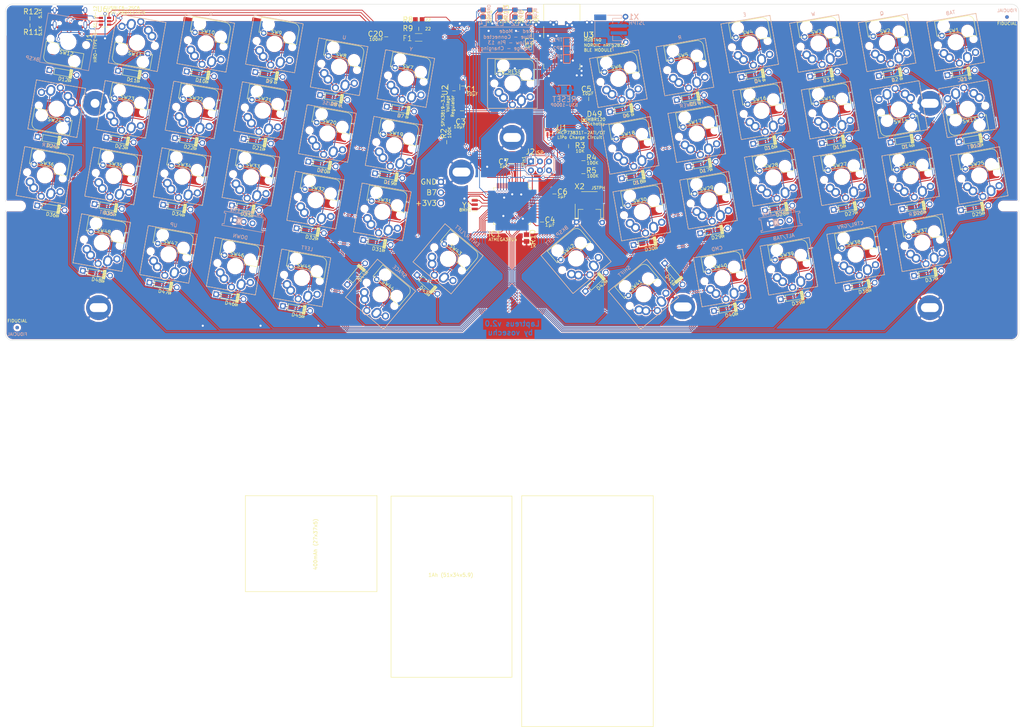
<source format=kicad_pcb>
(kicad_pcb (version 20171130) (host pcbnew "(6.0.0-rc1-dev-1469-g932b9a334)")
  (layers (0 F.Cu signal) (31 B.Cu signal) (34 B.Paste user) (35 F.Paste user) (36 B.SilkS user) (37 F.SilkS user) (38 B.Mask user) (39 F.Mask user) (44 Edge.Cuts user))
  (net 0 "")
  (net 1 "Net-(D2-Pad1)")
  (net 2 "Net-(D3-Pad1)")
  (net 3 "Net-(D4-Pad1)")
  (net 4 "Net-(D5-Pad1)")
  (net 5 /COL1)
  (net 6 "Net-(D7-Pad1)")
  (net 7 "Net-(D8-Pad1)")
  (net 8 "Net-(D9-Pad1)")
  (net 9 "Net-(D10-Pad1)")
  (net 10 /COL2)
  (net 11 "Net-(D14-Pad1)")
  (net 12 "Net-(D15-Pad1)")
  (net 13 /COL3)
  (net 14 "Net-(D17-Pad1)")
  (net 15 "Net-(D18-Pad1)")
  (net 16 "Net-(D19-Pad1)")
  (net 17 "Net-(D20-Pad1)")
  (net 18 /COL4)
  (net 19 "Net-(D22-Pad1)")
  (net 20 "Net-(D23-Pad1)")
  (net 21 /COL5)
  (net 22 "Net-(D27-Pad1)")
  (net 23 "Net-(D28-Pad1)")
  (net 24 "Net-(D29-Pad1)")
  (net 25 "Net-(D30-Pad1)")
  (net 26 /COL7)
  (net 27 "Net-(D34-Pad1)")
  (net 28 "Net-(D35-Pad1)")
  (net 29 "Net-(D37-Pad1)")
  (net 30 /COL8)
  (net 31 "Net-(D39-Pad1)")
  (net 32 "Net-(D40-Pad1)")
  (net 33 "Net-(D41-Pad1)")
  (net 34 "Net-(D42-Pad1)")
  (net 35 /COL9)
  (net 36 "Net-(D44-Pad1)")
  (net 37 "Net-(D47-Pad1)")
  (net 38 /COL10)
  (net 39 /ROW3)
  (net 40 /ROW2)
  (net 41 /ROW1)
  (net 42 /ROW0)
  (net 43 GND)
  (net 44 "Net-(D6-Pad1)")
  (net 45 "Net-(D11-Pad1)")
  (net 46 "Net-(D16-Pad1)")
  (net 47 "Net-(D21-Pad1)")
  (net 48 "Net-(D26-Pad1)")
  (net 49 "Net-(D31-Pad1)")
  (net 50 "Net-(D32-Pad1)")
  (net 51 "Net-(D33-Pad1)")
  (net 52 "Net-(D38-Pad1)")
  (net 53 "Net-(D43-Pad1)")
  (net 54 "Net-(D48-Pad1)")
  (net 55 /COL6)
  (net 56 /RESET)
  (net 57 "Net-(D45-Pad1)")
  (net 58 "Net-(D46-Pad1)")
  (net 59 "Net-(SW_POW_EN1-Pad3)")
  (net 60 +3V3)
  (net 61 /13)
  (net 62 /9)
  (net 63 /8_BLE_CS)
  (net 64 /4_SWDIO/RST)
  (net 65 "Net-(IC1-Pad17)")
  (net 66 "Net-(IC1-Pad16)")
  (net 67 "Net-(IC1-Pad4)")
  (net 68 "Net-(IC1-Pad3)")
  (net 69 /7_BLE_IRQ)
  (net 70 "Net-(L1-PadA)")
  (net 71 /EN)
  (net 72 "Net-(R3-Pad1)")
  (net 73 /MODE)
  (net 74 /CONNECTED)
  (net 75 /SWCLK)
  (net 76 /FCTRYRST)
  (net 77 "Net-(U2-Pad4)")
  (net 78 DEC2)
  (net 79 "Net-(U3-Pad40)")
  (net 80 "Net-(U3-Pad37)")
  (net 81 "Net-(U3-Pad33)")
  (net 82 "Net-(U3-Pad32)")
  (net 83 "Net-(U3-Pad31)")
  (net 84 "Net-(U3-Pad30)")
  (net 85 "Net-(U3-Pad29)")
  (net 86 "Net-(U3-Pad28)")
  (net 87 "Net-(U3-Pad27)")
  (net 88 "Net-(U3-Pad26)")
  (net 89 "Net-(U3-Pad23)")
  (net 90 "Net-(U3-Pad22)")
  (net 91 "Net-(U3-Pad21)")
  (net 92 "Net-(U3-Pad20)")
  (net 93 "Net-(U3-Pad19)")
  (net 94 "Net-(U3-Pad18)")
  (net 95 "Net-(U3-Pad17)")
  (net 96 DCC)
  (net 97 "Net-(U3-Pad12)")
  (net 98 "Net-(U3-Pad11)")
  (net 99 "Net-(U3-Pad10)")
  (net 100 "Net-(U3-Pad9)")
  (net 101 /COL11)
  (net 102 "Net-(D1-Pad1)")
  (net 103 /COL0)
  (net 104 "Net-(D12-Pad1)")
  (net 105 "Net-(D13-Pad1)")
  (net 106 "Net-(D24-Pad1)")
  (net 107 "Net-(D25-Pad1)")
  (net 108 "Net-(D36-Pad1)")
  (net 109 "Net-(R9-Pad1)")
  (net 110 "Net-(SW_POW_EN2-Pad3)")
  (net 111 MISO)
  (net 112 MOSI)
  (net 113 SCK)
  (net 114 D+)
  (net 115 D-)
  (net 116 "Net-(J1-Pad3)")
  (net 117 "Net-(J1-Pad10)")
  (net 118 "Net-(J1-Pad4)")
  (net 119 "Net-(J1-Pad9)")
  (net 120 "Net-(R8-Pad2)")
  (net 121 RST)
  (net 122 "Net-(C6-Pad1)")
  (net 123 DFU)
  (net 124 +5V)
  (net 125 +5VRAW)
  (net 126 +3.7VBAT)
  (net 127 "Net-(L2-PadA)")
  (net 128 "Net-(L3-PadA)")
  (net 129 "Net-(L4-PadC)")
  (net 130 /CHARGE)
  (net 131 /HWB)
  (net 132 /LED_STRIP_IN)
  (module "Laptreus v2 Footprints:PKRHSL-NPTH" (layer F.Cu) (at 92.475336 128.294328)
    (fp_text reference S4 hide)
    (fp_text value Screw hide)
    (pad "" np_thru_hole oval (at 0 0) (size 7 2.5) (drill oval 7 2.5) (layers *.Cu))
  )
  (module "Laptreus v2 Footprints:PKRHSL-NPTH" (layer F.Cu) (at 373.463073 128.294328)
    (fp_text reference S5 hide)
    (fp_text value Screw hide)
    (pad "" np_thru_hole oval (at 0 0) (size 7 2.5) (drill oval 7 2.5) (layers *.Cu))
  )
  (module "Laptreus v2 Footprints:JSTPH2-with-THT" (layer F.Cu) (at 254.761771 127.244689)
    (fp_text reference X2 (at -4.324999 -3.575) (layer F.SilkS) (effects (font (size 1.5 1.5) (thickness 0.2)) (justify left bottom)))
    (fp_text value JSTPH (at 0.475001 -3.55) (layer F.SilkS) (effects (font (size 0.85 0.85)) (justify left bottom)))
    (pad 1 thru_hole custom (at -3.6 5.6) (size 1.524 1.524) (drill 0.762) (layers F.Cu) (net 43 GND) (options (clearance outline) (anchor circle)) (primitives (gr_circle (center 0 0) (end 0.412311 0) (width 0.75)) (gr_line (start 2.6 -1.9) (end 0.7 0) (width 0.15)) (gr_line (start 0.7 0) (end 0 0) (width 0.15))))
    (pad 2 thru_hole custom (at 3.6 5.7) (size 1.524 1.524) (drill 0.762) (layers F.Cu) (net 126 +3.7VBAT) (options (clearance outline) (anchor circle)) (primitives (gr_circle (center 0 0) (end 0.412311 0) (width 0.75)) (gr_line (start -0.6 0) (end 0 0) (width 0.15)) (gr_line (start -2.6 -2) (end -0.6 0) (width 0.15))))
    (pad 2 thru_hole circle (at 3.6 5.7) (size 1.524 1.524) (drill 0.762) (layers *.Cu *.Mask) (net 126 +3.7VBAT))
    (pad 1 thru_hole circle (at -3.6 5.6) (size 1.524 1.524) (drill 0.762) (layers *.Cu *.Mask) (net 43 GND))
    (pad 1 smd rect (at -1 3.7) (size 1 4.6) (layers F.Cu F.Paste F.Mask) (net 43 GND))
    (pad 2 smd rect (at 1 3.7) (size 1 4.6) (layers F.Cu F.Paste F.Mask) (net 126 +3.7VBAT))
    (pad NC1 smd rect (at -3.4 -1.5 90) (size 3.4 1.6) (layers F.Cu F.Paste F.Mask))
    (pad NC2 smd rect (at 3.4 -1.5 90) (size 3.4 1.6) (layers F.Cu F.Paste F.Mask))
  )
  (module "Laptreus v2 Footprints:JSTPH2-with-THT" (layer B.Cu) (at 259.311772 78.594689 270)
    (fp_text reference X1 (at -2.65 -9.525) (layer B.SilkS) (effects (font (size 1.5 1.5) (thickness 0.25)) (justify left bottom mirror)))
    (fp_text value JSTPH (at -1.225 -11.175) (layer B.SilkS) (effects (justify left bottom mirror)))
    (pad 1 thru_hole custom (at -3.6 -5.6 270) (size 1.524 1.524) (drill 0.762) (layers B.Cu) (net 43 GND) (options (clearance outline) (anchor circle)) (primitives (gr_circle (center 0 0) (end 0.412311 0) (width 0.75)) (gr_line (start 2.6 1.9) (end 0.7 0) (width 0.15)) (gr_line (start 0.7 0) (end 0 0) (width 0.15))))
    (pad 2 thru_hole custom (at 3.6 -5.7 270) (size 1.524 1.524) (drill 0.762) (layers B.Cu) (net 126 +3.7VBAT) (options (clearance outline) (anchor circle)) (primitives (gr_circle (center 0 0) (end 0.412311 0) (width 0.75)) (gr_line (start -0.6 0) (end 0 0) (width 0.15)) (gr_line (start -2.6 2) (end -0.6 0) (width 0.15))))
    (pad 2 thru_hole circle (at 3.6 -5.7 270) (size 1.524 1.524) (drill 0.762) (layers *.Cu *.Mask) (net 126 +3.7VBAT))
    (pad 1 thru_hole circle (at -3.6 -5.6 270) (size 1.524 1.524) (drill 0.762) (layers *.Cu *.Mask) (net 43 GND))
    (pad 1 smd rect (at -1 -3.7 270) (size 1 4.6) (layers B.Cu B.Paste B.Mask) (net 43 GND))
    (pad 2 smd rect (at 1 -3.7 270) (size 1 4.6) (layers B.Cu B.Paste B.Mask) (net 126 +3.7VBAT))
    (pad NC1 smd rect (at -3.4 1.5 180) (size 3.4 1.6) (layers B.Cu B.Paste B.Mask))
    (pad NC2 smd rect (at 3.4 1.5 180) (size 3.4 1.6) (layers B.Cu B.Paste B.Mask))
  )
  (module "Laptreus v2 Footprints:Hybrid_Kailh_MX_Socket_Through_Hole_No_Alignment_Pad" (layer F.Cu) (at 127.534417 82.322021 170)
    (fp_text reference SW11 (at 0 -3.3 170) (layer F.SilkS))
    (fp_text value P (at -0.120389 8.400865 170) (layer B.SilkS) (effects (justify mirror)))
    (pad 1 thru_hole circle (at -2.5 3.999999 170) (size 2.5 2.5) (drill 1.5) (layers *.Cu *.Mask) (net 42 /ROW0))
    (pad 1 thru_hole circle (at -3.81 2.54 170) (size 2.5 2.5) (drill 1.5) (layers *.Cu *.Mask) (net 42 /ROW0))
    (pad "" np_thru_hole circle (at 0 0 170) (size 3.98018 3.98018) (drill 3.98018) (layers *.Cu *.Mask))
    (pad "" np_thru_hole circle (at -2.54 -5.08 170) (size 2.95 2.95) (drill 2.95) (layers *.Cu *.Mask))
    (pad "" np_thru_hole circle (at 3.81 -2.54 170) (size 2.95 2.95) (drill 2.95) (layers *.Cu *.Mask))
    (pad "" np_thru_hole circle (at -5.08 0 170) (size 1.7 1.7) (drill 1.7) (layers *.Cu *.Mask))
    (pad "" np_thru_hole circle (at 5.08 0 170) (size 1.7 1.7) (drill 1.7) (layers *.Cu *.Mask))
    (pad 2 thru_hole oval (at 2.52 4.79 166.1) (size 2.5 3.08) (drill oval 1.5 2.08) (layers *.Cu *.Mask) (net 45 "Net-(D11-Pad1)"))
    (pad 1 thru_hole circle (at 0 6 170) (size 2 2) (drill 1.2) (layers *.Cu *.Mask) (net 42 /ROW0))
    (pad 1 smd rect (at 7.35 -2.54 170) (size 2.55 2.5) (layers F.Cu F.Paste F.Mask) (net 42 /ROW0))
    (pad 2 thru_hole circle (at -3.500001 -2.5 170) (size 1.524 1.524) (drill 0.762) (layers *.Cu) (net 45 "Net-(D11-Pad1)"))
    (pad 2 thru_hole circle (at 5 3.800001 170) (size 2 2) (drill 1.2) (layers *.Cu *.Mask) (net 45 "Net-(D11-Pad1)"))
    (pad 2 smd rect (at -6.09 -5.08 170) (size 2.55 2.5) (layers F.Cu F.Paste F.Mask) (net 45 "Net-(D11-Pad1)"))
    (pad 1 smd custom (at 7.5 -2.5 170) (size 2 2) (layers F.Cu) (net 42 /ROW0) (options (clearance outline) (anchor rect)) (primitives (gr_line (start -7.5 6.8) (end -7.5 8.6) (width 0.25)) (gr_line (start -0.25 2.75) (end -2 4.5) (width 0.25)) (gr_line (start -0.25 0.4) (end -0.25 2.75) (width 0.25)) (gr_line (start -11.31 5.04) (end -10 6.5) (width 0.25)) (gr_line (start -2 4.5) (end -5.175 4.5) (width 0.25)) (gr_circle (center -11.31 5.04) (end -11 5.04) (width 1.25)) (gr_poly (pts (xy -1.35 -1.225) (xy 1.05 -1.225) (xy 1.05 1.15) (xy -1.35 1.15)) (width 0.1)) (gr_circle (center -10 6.5) (end -9.75 6.5) (width 1.25)) (gr_circle (center -7.5 8.5) (end -7.25 8.5) (width 1)) (gr_line (start -10 6.5) (end -7.5 8.5) (width 0.3)) (gr_line (start -5.2 4.5) (end -7.5 6.8) (width 0.25))))
    (pad 2 thru_hole custom (at -3.500001 -2.5 170) (size 1.524 1.524) (drill 0.762) (layers F.Cu) (net 45 "Net-(D11-Pad1)") (options (clearance outline) (anchor circle)) (primitives (gr_line (start -2.85 -2.75) (end -0.1 0) (width 0.25))))
    (pad 2 thru_hole custom (at -3.500001 -2.5 170) (size 1.524 1.524) (drill 0.762) (layers B.Cu) (net 45 "Net-(D11-Pad1)") (options (clearance outline) (anchor circle)) (primitives (gr_line (start 6 1.6) (end 6 7.4) (width 0.25)) (gr_line (start 5.7 1.3) (end 6 1.6) (width 0.25)) (gr_line (start 5.7 1.1) (end 5.7 1.3) (width 0.25)) (gr_line (start 6.5 7.5) (end 8.5 6.25) (width 0.25)) (gr_circle (center 8.5 6.3) (end 9 6.3) (width 1)) (gr_line (start 4.6 0) (end 5.7 1.1) (width 0.25)) (gr_line (start -0.1 0) (end 4.6 0) (width 0.25)) (gr_circle (center 6.02 7.29) (end 6.645 7.29) (width 1.25)) (gr_circle (center 0 0) (end 0.5 0) (width 0.5))))
  )
  (module Fuse_Holders_and_Fuses:Fuse_SMD1206_Reflow (layer F.Cu) (at 206.736772 80.819689 180)
    (fp_text reference F1 (at 3.15 -0.275 180) (layer F.SilkS) (effects (font (size 1.5 1.5))))
    (fp_text value Polyfuse)
    (pad 1 smd rect (at -1.2 0 270) (size 2.03 1.14) (layers F.Cu F.Paste F.Mask) (net 124 +5V))
    (pad 2 smd rect (at 1.2 0 270) (size 2.03 1.14) (layers F.Cu F.Paste F.Mask) (net 125 +5VRAW))
  )
  (module "Laptreus v2 Footprints:HRO-TYPE-C-31-M-12" (layer F.Cu) (at 108.662086 70.556327 180)
    (fp_text reference J1 (at -5.449686 -10.388362 270) (layer F.SilkS) (effects (font (size 1.5 1.5) (thickness 0.2))))
    (fp_text value HRO-TYPE-C-31-M-12 (at -7.099686 -9.363362 270) (layer F.SilkS) (effects (font (size 0.85 0.85))))
    (pad 13 thru_hole oval (at 4.32 -2.6 180) (size 1 1.6) (drill oval 0.6 1.2) (layers *.Cu *.Mask) (net 43 GND))
    (pad 13 thru_hole oval (at -4.32 -2.6 180) (size 1 1.6) (drill oval 0.6 1.2) (layers *.Cu *.Mask) (net 43 GND))
    (pad 13 thru_hole oval (at 4.32 -6.78 180) (size 1 2.1) (drill oval 0.6 1.7) (layers *.Cu *.Mask) (net 43 GND))
    (pad 13 thru_hole oval (at -4.32 -6.78 180) (size 1 2.1) (drill oval 0.6 1.7) (layers *.Cu *.Mask) (net 43 GND))
    (pad "" np_thru_hole circle (at -2.89 -6.25 180) (size 0.65 0.65) (drill 0.65) (layers *.Cu *.Mask))
    (pad "" np_thru_hole circle (at 2.89 -6.25 180) (size 0.65 0.65) (drill 0.65) (layers *.Cu *.Mask))
    (pad 6 smd rect (at -0.25 -7.695 180) (size 0.3 1.45) (layers F.Cu F.Paste F.Mask) (net 114 D+))
    (pad 7 smd rect (at 0.25 -7.695 180) (size 0.3 1.45) (layers F.Cu F.Paste F.Mask) (net 115 D-))
    (pad 8 smd rect (at 0.75 -7.695 180) (size 0.3 1.45) (layers F.Cu F.Paste F.Mask) (net 114 D+))
    (pad 5 smd rect (at -0.75 -7.695 180) (size 0.3 1.45) (layers F.Cu F.Paste F.Mask) (net 115 D-))
    (pad 9 smd rect (at 1.25 -7.695 180) (size 0.3 1.45) (layers F.Cu F.Paste F.Mask) (net 119 "Net-(J1-Pad9)"))
    (pad 4 smd rect (at -1.25 -7.695 180) (size 0.3 1.45) (layers F.Cu F.Paste F.Mask) (net 118 "Net-(J1-Pad4)"))
    (pad 10 smd rect (at 1.75 -7.695 180) (size 0.3 1.45) (layers F.Cu F.Paste F.Mask) (net 117 "Net-(J1-Pad10)"))
    (pad 3 smd rect (at -1.75 -7.695 180) (size 0.3 1.45) (layers F.Cu F.Paste F.Mask) (net 116 "Net-(J1-Pad3)"))
    (pad 2 smd rect (at -2.45 -7.695 180) (size 0.6 1.45) (layers F.Cu F.Paste F.Mask) (net 125 +5VRAW))
    (pad 11 smd rect (at 2.45 -7.695 180) (size 0.6 1.45) (layers F.Cu F.Paste F.Mask) (net 125 +5VRAW))
    (pad 1 smd rect (at -3.225 -7.695 180) (size 0.6 1.45) (layers F.Cu F.Paste F.Mask) (net 43 GND))
    (pad 12 smd rect (at 3.225 -7.695 180) (size 0.6 1.45) (layers F.Cu F.Paste F.Mask) (net 43 GND))
  )
  (module "Laptreus v2 Footprints:Hybrid_Kailh_MX_Socket_No_Alignment_Pad" (layer F.Cu) (at 108.211772 82.094691 170)
    (fp_text reference SW12 (at 0 -3.2 170) (layer F.SilkS))
    (fp_text value BKSP (at 9.1 -6.4 170) (layer B.SilkS) (effects (justify mirror)))
    (pad "" np_thru_hole circle (at 0 0 170) (size 3.98018 3.98018) (drill 3.98018) (layers *.Cu *.Mask))
    (pad "" np_thru_hole circle (at -2.54 -5.08 170) (size 2.95 2.95) (drill 2.95) (layers *.Cu *.Mask))
    (pad "" np_thru_hole circle (at 3.81 -2.54 170) (size 2.95 2.95) (drill 2.95) (layers *.Cu *.Mask))
    (pad "" np_thru_hole circle (at -5.08 0 170) (size 1.7 1.7) (drill 1.7) (layers *.Cu *.Mask))
    (pad "" np_thru_hole circle (at 5.08 0 170) (size 1.7 1.7) (drill 1.7) (layers *.Cu *.Mask))
    (pad 1 smd rect (at 7.35 -2.54 170) (size 2.55 2.5) (layers F.Cu F.Paste F.Mask) (net 42 /ROW0))
    (pad 2 smd rect (at -6.09 -5.08 170) (size 2.55 2.5) (layers F.Cu F.Paste F.Mask) (net 104 "Net-(D12-Pad1)"))
  )
  (module "Laptreus v2 Footprints:Hybrid_Kailh_MX_Socket_Through_Hole_No_Alignment_Pad" (layer F.Cu) (at 136.371011 141.911782 350)
    (fp_text reference SW47 (at 0 -3.3 350) (layer F.SilkS))
    (fp_text value UP (at 0 -8.4 350) (layer B.SilkS) (effects (justify mirror)))
    (pad 1 thru_hole circle (at -2.5 3.999999 350) (size 2.5 2.5) (drill 1.5) (layers *.Cu *.Mask) (net 39 /ROW3))
    (pad 1 thru_hole circle (at -3.81 2.54 350) (size 2.5 2.5) (drill 1.5) (layers *.Cu *.Mask) (net 39 /ROW3))
    (pad "" np_thru_hole circle (at 0 0 350) (size 3.98018 3.98018) (drill 3.98018) (layers *.Cu *.Mask))
    (pad "" np_thru_hole circle (at -2.54 -5.08 350) (size 2.95 2.95) (drill 2.95) (layers *.Cu *.Mask))
    (pad "" np_thru_hole circle (at 3.81 -2.54 350) (size 2.95 2.95) (drill 2.95) (layers *.Cu *.Mask))
    (pad "" np_thru_hole circle (at -5.08 0 350) (size 1.7 1.7) (drill 1.7) (layers *.Cu *.Mask))
    (pad "" np_thru_hole circle (at 5.08 0 350) (size 1.7 1.7) (drill 1.7) (layers *.Cu *.Mask))
    (pad 2 thru_hole oval (at 2.52 4.79 346.1) (size 2.5 3.08) (drill oval 1.5 2.08) (layers *.Cu *.Mask) (net 37 "Net-(D47-Pad1)"))
    (pad 1 thru_hole circle (at 0 6 350) (size 2 2) (drill 1.2) (layers *.Cu *.Mask) (net 39 /ROW3))
    (pad 1 smd rect (at 7.35 -2.54 350) (size 2.55 2.5) (layers F.Cu F.Paste F.Mask) (net 39 /ROW3))
    (pad 2 thru_hole circle (at -3.500001 -2.5 350) (size 1.524 1.524) (drill 0.762) (layers *.Cu) (net 37 "Net-(D47-Pad1)"))
    (pad 2 thru_hole circle (at 5 3.800001 350) (size 2 2) (drill 1.2) (layers *.Cu *.Mask) (net 37 "Net-(D47-Pad1)"))
    (pad 2 smd rect (at -6.09 -5.08 350) (size 2.55 2.5) (layers F.Cu F.Paste F.Mask) (net 37 "Net-(D47-Pad1)"))
    (pad 1 smd custom (at 7.5 -2.5 350) (size 2 2) (layers F.Cu) (net 39 /ROW3) (options (clearance outline) (anchor rect)) (primitives (gr_line (start -7.5 6.8) (end -7.5 8.6) (width 0.25)) (gr_line (start -0.25 2.75) (end -2 4.5) (width 0.25)) (gr_line (start -0.25 0.4) (end -0.25 2.75) (width 0.25)) (gr_line (start -11.31 5.04) (end -10 6.5) (width 0.25)) (gr_line (start -2 4.5) (end -5.175 4.5) (width 0.25)) (gr_circle (center -11.31 5.04) (end -11 5.04) (width 1.25)) (gr_poly (pts (xy -1.35 -1.225) (xy 1.05 -1.225) (xy 1.05 1.15) (xy -1.35 1.15)) (width 0.1)) (gr_circle (center -10 6.5) (end -9.75 6.5) (width 1.25)) (gr_circle (center -7.5 8.5) (end -7.25 8.5) (width 1)) (gr_line (start -10 6.5) (end -7.5 8.5) (width 0.3)) (gr_line (start -5.2 4.5) (end -7.5 6.8) (width 0.25))))
    (pad 2 thru_hole custom (at -3.500001 -2.5 350) (size 1.524 1.524) (drill 0.762) (layers F.Cu) (net 37 "Net-(D47-Pad1)") (options (clearance outline) (anchor circle)) (primitives (gr_line (start -2.85 -2.75) (end -0.1 0) (width 0.25))))
    (pad 2 thru_hole custom (at -3.500001 -2.5 350) (size 1.524 1.524) (drill 0.762) (layers B.Cu) (net 37 "Net-(D47-Pad1)") (options (clearance outline) (anchor circle)) (primitives (gr_line (start 6 1.6) (end 6 7.4) (width 0.25)) (gr_line (start 5.7 1.3) (end 6 1.6) (width 0.25)) (gr_line (start 5.7 1.1) (end 5.7 1.3) (width 0.25)) (gr_line (start 6.5 7.5) (end 8.5 6.25) (width 0.25)) (gr_circle (center 8.5 6.3) (end 9 6.3) (width 1)) (gr_line (start 4.6 0) (end 5.7 1.1) (width 0.25)) (gr_line (start -0.1 0) (end 4.6 0) (width 0.25)) (gr_circle (center 6.02 7.29) (end 6.645 7.29) (width 1.25)) (gr_circle (center 0 0) (end 0.5 0) (width 0.5))))
  )
  (module "Laptreus v2 Footprints:Hybrid_Kailh_MX_Socket_Through_Hole_No_Alignment_Pad" (layer F.Cu) (at 104.914499 100.901375 170)
    (fp_text reference SW24 (at 0 -3.3 170) (layer F.SilkS))
    (fp_text value "\"" (at 0.020069 8.304363 170) (layer B.SilkS) (effects (justify mirror)))
    (pad 1 thru_hole circle (at -2.5 3.999999 170) (size 2.5 2.5) (drill 1.5) (layers *.Cu *.Mask) (net 41 /ROW1))
    (pad 1 thru_hole circle (at -3.81 2.54 170) (size 2.5 2.5) (drill 1.5) (layers *.Cu *.Mask) (net 41 /ROW1))
    (pad "" np_thru_hole circle (at 0 0 170) (size 3.98018 3.98018) (drill 3.98018) (layers *.Cu *.Mask))
    (pad "" np_thru_hole circle (at -2.54 -5.08 170) (size 2.95 2.95) (drill 2.95) (layers *.Cu *.Mask))
    (pad "" np_thru_hole circle (at 3.81 -2.54 170) (size 2.95 2.95) (drill 2.95) (layers *.Cu *.Mask))
    (pad "" np_thru_hole circle (at -5.08 0 170) (size 1.7 1.7) (drill 1.7) (layers *.Cu *.Mask))
    (pad "" np_thru_hole circle (at 5.08 0 170) (size 1.7 1.7) (drill 1.7) (layers *.Cu *.Mask))
    (pad 2 thru_hole oval (at 2.52 4.79 166.1) (size 2.5 3.08) (drill oval 1.5 2.08) (layers *.Cu *.Mask) (net 106 "Net-(D24-Pad1)"))
    (pad 1 thru_hole circle (at 0 6 170) (size 2 2) (drill 1.2) (layers *.Cu *.Mask) (net 41 /ROW1))
    (pad 1 smd rect (at 7.35 -2.54 170) (size 2.55 2.5) (layers F.Cu F.Paste F.Mask) (net 41 /ROW1))
    (pad 2 thru_hole circle (at -3.500001 -2.5 170) (size 1.524 1.524) (drill 0.762) (layers *.Cu) (net 106 "Net-(D24-Pad1)"))
    (pad 2 thru_hole circle (at 5 3.800001 170) (size 2 2) (drill 1.2) (layers *.Cu *.Mask) (net 106 "Net-(D24-Pad1)"))
    (pad 2 smd rect (at -6.09 -5.08 170) (size 2.55 2.5) (layers F.Cu F.Paste F.Mask) (net 106 "Net-(D24-Pad1)"))
    (pad 1 smd custom (at 7.5 -2.5 170) (size 2 2) (layers F.Cu) (net 41 /ROW1) (options (clearance outline) (anchor rect)) (primitives (gr_line (start -7.5 6.8) (end -7.5 8.6) (width 0.25)) (gr_line (start -0.25 2.75) (end -2 4.5) (width 0.25)) (gr_line (start -0.25 0.4) (end -0.25 2.75) (width 0.25)) (gr_line (start -11.31 5.04) (end -10 6.5) (width 0.25)) (gr_line (start -2 4.5) (end -5.175 4.5) (width 0.25)) (gr_circle (center -11.31 5.04) (end -11 5.04) (width 1.25)) (gr_poly (pts (xy -1.35 -1.225) (xy 1.05 -1.225) (xy 1.05 1.15) (xy -1.35 1.15)) (width 0.1)) (gr_circle (center -10 6.5) (end -9.75 6.5) (width 1.25)) (gr_circle (center -7.5 8.5) (end -7.25 8.5) (width 1)) (gr_line (start -10 6.5) (end -7.5 8.5) (width 0.3)) (gr_line (start -5.2 4.5) (end -7.5 6.8) (width 0.25))))
    (pad 2 thru_hole custom (at -3.500001 -2.5 170) (size 1.524 1.524) (drill 0.762) (layers F.Cu) (net 106 "Net-(D24-Pad1)") (options (clearance outline) (anchor circle)) (primitives (gr_line (start -2.85 -2.75) (end -0.1 0) (width 0.25))))
    (pad 2 thru_hole custom (at -3.500001 -2.5 170) (size 1.524 1.524) (drill 0.762) (layers B.Cu) (net 106 "Net-(D24-Pad1)") (options (clearance outline) (anchor circle)) (primitives (gr_line (start 6 1.6) (end 6 7.4) (width 0.25)) (gr_line (start 5.7 1.3) (end 6 1.6) (width 0.25)) (gr_line (start 5.7 1.1) (end 5.7 1.3) (width 0.25)) (gr_line (start 6.5 7.5) (end 8.5 6.25) (width 0.25)) (gr_circle (center 8.5 6.3) (end 9 6.3) (width 1)) (gr_line (start 4.6 0) (end 5.7 1.1) (width 0.25)) (gr_line (start -0.1 0) (end 4.6 0) (width 0.25)) (gr_circle (center 6.02 7.29) (end 6.645 7.29) (width 1.25)) (gr_circle (center 0 0) (end 0.5 0) (width 0.5))))
  )
  (module "Laptreus v2 Footprints:Hybrid_Kailh_MX_Socket_Through_Hole_No_Alignment_Pad" (layer F.Cu) (at 233.111772 93.794688)
    (fp_text reference SW_RESET2 (at 0 -3.3) (layer F.SilkS))
    (fp_text value SWITCH_PUSH hide)
    (pad 1 thru_hole circle (at -2.5 3.999999) (size 2.5 2.5) (drill 1.5) (layers *.Cu *.Mask) (net 56 /RESET))
    (pad 1 thru_hole circle (at -3.81 2.54) (size 2.5 2.5) (drill 1.5) (layers *.Cu *.Mask) (net 56 /RESET))
    (pad "" np_thru_hole circle (at 0 0) (size 3.98018 3.98018) (drill 3.98018) (layers *.Cu *.Mask))
    (pad "" np_thru_hole circle (at -2.54 -5.08) (size 2.95 2.95) (drill 2.95) (layers *.Cu *.Mask))
    (pad "" np_thru_hole circle (at 3.81 -2.54) (size 2.95 2.95) (drill 2.95) (layers *.Cu *.Mask))
    (pad "" np_thru_hole circle (at -5.08 0) (size 1.7 1.7) (drill 1.7) (layers *.Cu *.Mask))
    (pad "" np_thru_hole circle (at 5.08 0) (size 1.7 1.7) (drill 1.7) (layers *.Cu *.Mask))
    (pad 2 thru_hole oval (at 2.52 4.79 356.1) (size 2.5 3.08) (drill oval 1.5 2.08) (layers *.Cu *.Mask) (net 43 GND))
    (pad 1 thru_hole circle (at 0 6) (size 2 2) (drill 1.2) (layers *.Cu *.Mask) (net 56 /RESET))
    (pad 1 smd rect (at 7.35 -2.54) (size 2.55 2.5) (layers F.Cu F.Paste F.Mask) (net 56 /RESET))
    (pad 2 thru_hole circle (at -3.500001 -2.5) (size 1.524 1.524) (drill 0.762) (layers *.Cu) (net 43 GND))
    (pad 2 thru_hole circle (at 5 3.800001) (size 2 2) (drill 1.2) (layers *.Cu *.Mask) (net 43 GND))
    (pad 2 smd rect (at -6.09 -5.08) (size 2.55 2.5) (layers F.Cu F.Paste F.Mask) (net 43 GND))
    (pad 1 smd custom (at 7.5 -2.5) (size 2 2) (layers F.Cu) (net 56 /RESET) (options (clearance outline) (anchor rect)) (primitives (gr_line (start -7.5 6.8) (end -7.5 8.6) (width 0.25)) (gr_line (start -0.25 2.75) (end -2 4.5) (width 0.25)) (gr_line (start -0.25 0.4) (end -0.25 2.75) (width 0.25)) (gr_line (start -11.31 5.04) (end -10 6.5) (width 0.25)) (gr_line (start -2 4.5) (end -5.175 4.5) (width 0.25)) (gr_circle (center -11.31 5.04) (end -11 5.04) (width 1.25)) (gr_poly (pts (xy -1.35 -1.225) (xy 1.05 -1.225) (xy 1.05 1.15) (xy -1.35 1.15)) (width 0.1)) (gr_circle (center -10 6.5) (end -9.75 6.5) (width 1.25)) (gr_circle (center -7.5 8.5) (end -7.25 8.5) (width 1)) (gr_line (start -10 6.5) (end -7.5 8.5) (width 0.3)) (gr_line (start -5.2 4.5) (end -7.5 6.8) (width 0.25))))
    (pad 2 thru_hole custom (at -3.500001 -2.5) (size 1.524 1.524) (drill 0.762) (layers F.Cu) (net 43 GND) (options (clearance outline) (anchor circle)) (primitives (gr_line (start -2.85 -2.75) (end -0.1 0) (width 0.25))))
    (pad 2 thru_hole custom (at -3.500001 -2.5) (size 1.524 1.524) (drill 0.762) (layers B.Cu) (net 43 GND) (options (clearance outline) (anchor circle)) (primitives (gr_line (start 6 1.6) (end 6 7.4) (width 0.25)) (gr_line (start 5.7 1.3) (end 6 1.6) (width 0.25)) (gr_line (start 5.7 1.1) (end 5.7 1.3) (width 0.25)) (gr_line (start 6.5 7.5) (end 8.5 6.25) (width 0.25)) (gr_circle (center 8.5 6.3) (end 9 6.3) (width 1)) (gr_line (start 4.6 0) (end 5.7 1.1) (width 0.25)) (gr_line (start -0.1 0) (end 4.6 0) (width 0.25)) (gr_circle (center 6.02 7.29) (end 6.645 7.29) (width 1.25)) (gr_circle (center 0 0) (end 0.5 0) (width 0.5))))
  )
  (module "Laptreus v2 Footprints:Hybrid_Kailh_MX_Socket_Through_Hole_No_Alignment_Pad" (layer F.Cu) (at 357.801404 82.183362 10)
    (fp_text reference SW1 (at 0 -3.3 10) (layer F.SilkS))
    (fp_text value TAB (at 0 -8.4 10) (layer B.SilkS) (effects (justify mirror)))
    (pad 1 thru_hole circle (at -2.5 3.999999 10) (size 2.5 2.5) (drill 1.5) (layers *.Cu *.Mask) (net 42 /ROW0))
    (pad 1 thru_hole circle (at -3.81 2.54 10) (size 2.5 2.5) (drill 1.5) (layers *.Cu *.Mask) (net 42 /ROW0))
    (pad "" np_thru_hole circle (at 0 0 10) (size 3.98018 3.98018) (drill 3.98018) (layers *.Cu *.Mask))
    (pad "" np_thru_hole circle (at -2.54 -5.08 10) (size 2.95 2.95) (drill 2.95) (layers *.Cu *.Mask))
    (pad "" np_thru_hole circle (at 3.81 -2.54 10) (size 2.95 2.95) (drill 2.95) (layers *.Cu *.Mask))
    (pad "" np_thru_hole circle (at -5.08 0 10) (size 1.7 1.7) (drill 1.7) (layers *.Cu *.Mask))
    (pad "" np_thru_hole circle (at 5.08 0 10) (size 1.7 1.7) (drill 1.7) (layers *.Cu *.Mask))
    (pad 2 thru_hole oval (at 2.52 4.79 6.1) (size 2.5 3.08) (drill oval 1.5 2.08) (layers *.Cu *.Mask) (net 102 "Net-(D1-Pad1)"))
    (pad 1 thru_hole circle (at 0 6 10) (size 2 2) (drill 1.2) (layers *.Cu *.Mask) (net 42 /ROW0))
    (pad 1 smd rect (at 7.35 -2.54 10) (size 2.55 2.5) (layers F.Cu F.Paste F.Mask) (net 42 /ROW0))
    (pad 2 thru_hole circle (at -3.500001 -2.5 10) (size 1.524 1.524) (drill 0.762) (layers *.Cu) (net 102 "Net-(D1-Pad1)"))
    (pad 2 thru_hole circle (at 5 3.800001 10) (size 2 2) (drill 1.2) (layers *.Cu *.Mask) (net 102 "Net-(D1-Pad1)"))
    (pad 2 smd rect (at -6.09 -5.08 10) (size 2.55 2.5) (layers F.Cu F.Paste F.Mask) (net 102 "Net-(D1-Pad1)"))
    (pad 1 smd custom (at 7.5 -2.5 10) (size 2 2) (layers F.Cu) (net 42 /ROW0) (options (clearance outline) (anchor rect)) (primitives (gr_line (start -7.5 6.8) (end -7.5 8.6) (width 0.25)) (gr_line (start -0.25 2.75) (end -2 4.5) (width 0.25)) (gr_line (start -0.25 0.4) (end -0.25 2.75) (width 0.25)) (gr_line (start -11.31 5.04) (end -10 6.5) (width 0.25)) (gr_line (start -2 4.5) (end -5.175 4.5) (width 0.25)) (gr_circle (center -11.31 5.04) (end -11 5.04) (width 1.25)) (gr_poly (pts (xy -1.35 -1.225) (xy 1.05 -1.225) (xy 1.05 1.15) (xy -1.35 1.15)) (width 0.1)) (gr_circle (center -10 6.5) (end -9.75 6.5) (width 1.25)) (gr_circle (center -7.5 8.5) (end -7.25 8.5) (width 1)) (gr_line (start -10 6.5) (end -7.5 8.5) (width 0.3)) (gr_line (start -5.2 4.5) (end -7.5 6.8) (width 0.25))))
    (pad 2 thru_hole custom (at -3.500001 -2.5 10) (size 1.524 1.524) (drill 0.762) (layers F.Cu) (net 102 "Net-(D1-Pad1)") (options (clearance outline) (anchor circle)) (primitives (gr_line (start -2.85 -2.75) (end -0.1 0) (width 0.25))))
    (pad 2 thru_hole custom (at -3.500001 -2.5 10) (size 1.524 1.524) (drill 0.762) (layers B.Cu) (net 102 "Net-(D1-Pad1)") (options (clearance outline) (anchor circle)) (primitives (gr_line (start 6 1.6) (end 6 7.4) (width 0.25)) (gr_line (start 5.7 1.3) (end 6 1.6) (width 0.25)) (gr_line (start 5.7 1.1) (end 5.7 1.3) (width 0.25)) (gr_line (start 6.5 7.5) (end 8.5 6.25) (width 0.25)) (gr_circle (center 8.5 6.3) (end 9 6.3) (width 1)) (gr_line (start 4.6 0) (end 5.7 1.1) (width 0.25)) (gr_line (start -0.1 0) (end 4.6 0) (width 0.25)) (gr_circle (center 6.02 7.29) (end 6.645 7.29) (width 1.25)) (gr_circle (center 0 0) (end 0.5 0) (width 0.5))))
  )
  (module "Laptreus v2 Footprints:Hybrid_Kailh_MX_Socket_Through_Hole_No_Alignment_Pad" (layer F.Cu) (at 338.489485 82.364595 10)
    (fp_text reference SW2 (at 0 -3.3 10) (layer F.SilkS))
    (fp_text value Q (at 0 -8.4 10) (layer B.SilkS) (effects (justify mirror)))
    (pad 1 thru_hole circle (at -2.5 3.999999 10) (size 2.5 2.5) (drill 1.5) (layers *.Cu *.Mask) (net 42 /ROW0))
    (pad 1 thru_hole circle (at -3.81 2.54 10) (size 2.5 2.5) (drill 1.5) (layers *.Cu *.Mask) (net 42 /ROW0))
    (pad "" np_thru_hole circle (at 0 0 10) (size 3.98018 3.98018) (drill 3.98018) (layers *.Cu *.Mask))
    (pad "" np_thru_hole circle (at -2.54 -5.08 10) (size 2.95 2.95) (drill 2.95) (layers *.Cu *.Mask))
    (pad "" np_thru_hole circle (at 3.81 -2.54 10) (size 2.95 2.95) (drill 2.95) (layers *.Cu *.Mask))
    (pad "" np_thru_hole circle (at -5.08 0 10) (size 1.7 1.7) (drill 1.7) (layers *.Cu *.Mask))
    (pad "" np_thru_hole circle (at 5.08 0 10) (size 1.7 1.7) (drill 1.7) (layers *.Cu *.Mask))
    (pad 2 thru_hole oval (at 2.52 4.79 6.1) (size 2.5 3.08) (drill oval 1.5 2.08) (layers *.Cu *.Mask) (net 1 "Net-(D2-Pad1)"))
    (pad 1 thru_hole circle (at 0 6 10) (size 2 2) (drill 1.2) (layers *.Cu *.Mask) (net 42 /ROW0))
    (pad 1 smd rect (at 7.35 -2.54 10) (size 2.55 2.5) (layers F.Cu F.Paste F.Mask) (net 42 /ROW0))
    (pad 2 thru_hole circle (at -3.500001 -2.5 10) (size 1.524 1.524) (drill 0.762) (layers *.Cu) (net 1 "Net-(D2-Pad1)"))
    (pad 2 thru_hole circle (at 5 3.800001 10) (size 2 2) (drill 1.2) (layers *.Cu *.Mask) (net 1 "Net-(D2-Pad1)"))
    (pad 2 smd rect (at -6.09 -5.08 10) (size 2.55 2.5) (layers F.Cu F.Paste F.Mask) (net 1 "Net-(D2-Pad1)"))
    (pad 1 smd custom (at 7.5 -2.5 10) (size 2 2) (layers F.Cu) (net 42 /ROW0) (options (clearance outline) (anchor rect)) (primitives (gr_line (start -7.5 6.8) (end -7.5 8.6) (width 0.25)) (gr_line (start -0.25 2.75) (end -2 4.5) (width 0.25)) (gr_line (start -0.25 0.4) (end -0.25 2.75) (width 0.25)) (gr_line (start -11.31 5.04) (end -10 6.5) (width 0.25)) (gr_line (start -2 4.5) (end -5.175 4.5) (width 0.25)) (gr_circle (center -11.31 5.04) (end -11 5.04) (width 1.25)) (gr_poly (pts (xy -1.35 -1.225) (xy 1.05 -1.225) (xy 1.05 1.15) (xy -1.35 1.15)) (width 0.1)) (gr_circle (center -10 6.5) (end -9.75 6.5) (width 1.25)) (gr_circle (center -7.5 8.5) (end -7.25 8.5) (width 1)) (gr_line (start -10 6.5) (end -7.5 8.5) (width 0.3)) (gr_line (start -5.2 4.5) (end -7.5 6.8) (width 0.25))))
    (pad 2 thru_hole custom (at -3.500001 -2.5 10) (size 1.524 1.524) (drill 0.762) (layers F.Cu) (net 1 "Net-(D2-Pad1)") (options (clearance outline) (anchor circle)) (primitives (gr_line (start -2.85 -2.75) (end -0.1 0) (width 0.25))))
    (pad 2 thru_hole custom (at -3.500001 -2.5 10) (size 1.524 1.524) (drill 0.762) (layers B.Cu) (net 1 "Net-(D2-Pad1)") (options (clearance outline) (anchor circle)) (primitives (gr_line (start 6 1.6) (end 6 7.4) (width 0.25)) (gr_line (start 5.7 1.3) (end 6 1.6) (width 0.25)) (gr_line (start 5.7 1.1) (end 5.7 1.3) (width 0.25)) (gr_line (start 6.5 7.5) (end 8.5 6.25) (width 0.25)) (gr_circle (center 8.5 6.3) (end 9 6.3) (width 1)) (gr_line (start 4.6 0) (end 5.7 1.1) (width 0.25)) (gr_line (start -0.1 0) (end 4.6 0) (width 0.25)) (gr_circle (center 6.02 7.29) (end 6.645 7.29) (width 1.25)) (gr_circle (center 0 0) (end 0.5 0) (width 0.5))))
  )
  (module "Laptreus v2 Footprints:Hybrid_Kailh_MX_Socket_Through_Hole_No_Alignment_Pad" (layer F.Cu) (at 319.177564 82.545829 10)
    (fp_text reference SW3 (at 0 -3.3 10) (layer F.SilkS))
    (fp_text value W (at 0 -8.4 10) (layer B.SilkS) (effects (justify mirror)))
    (pad 1 thru_hole circle (at -2.5 3.999999 10) (size 2.5 2.5) (drill 1.5) (layers *.Cu *.Mask) (net 42 /ROW0))
    (pad 1 thru_hole circle (at -3.81 2.54 10) (size 2.5 2.5) (drill 1.5) (layers *.Cu *.Mask) (net 42 /ROW0))
    (pad "" np_thru_hole circle (at 0 0 10) (size 3.98018 3.98018) (drill 3.98018) (layers *.Cu *.Mask))
    (pad "" np_thru_hole circle (at -2.54 -5.08 10) (size 2.95 2.95) (drill 2.95) (layers *.Cu *.Mask))
    (pad "" np_thru_hole circle (at 3.81 -2.54 10) (size 2.95 2.95) (drill 2.95) (layers *.Cu *.Mask))
    (pad "" np_thru_hole circle (at -5.08 0 10) (size 1.7 1.7) (drill 1.7) (layers *.Cu *.Mask))
    (pad "" np_thru_hole circle (at 5.08 0 10) (size 1.7 1.7) (drill 1.7) (layers *.Cu *.Mask))
    (pad 2 thru_hole oval (at 2.52 4.79 6.1) (size 2.5 3.08) (drill oval 1.5 2.08) (layers *.Cu *.Mask) (net 2 "Net-(D3-Pad1)"))
    (pad 1 thru_hole circle (at 0 6 10) (size 2 2) (drill 1.2) (layers *.Cu *.Mask) (net 42 /ROW0))
    (pad 1 smd rect (at 7.35 -2.54 10) (size 2.55 2.5) (layers F.Cu F.Paste F.Mask) (net 42 /ROW0))
    (pad 2 thru_hole circle (at -3.500001 -2.5 10) (size 1.524 1.524) (drill 0.762) (layers *.Cu) (net 2 "Net-(D3-Pad1)"))
    (pad 2 thru_hole circle (at 5 3.800001 10) (size 2 2) (drill 1.2) (layers *.Cu *.Mask) (net 2 "Net-(D3-Pad1)"))
    (pad 2 smd rect (at -6.09 -5.08 10) (size 2.55 2.5) (layers F.Cu F.Paste F.Mask) (net 2 "Net-(D3-Pad1)"))
    (pad 1 smd custom (at 7.5 -2.5 10) (size 2 2) (layers F.Cu) (net 42 /ROW0) (options (clearance outline) (anchor rect)) (primitives (gr_line (start -7.5 6.8) (end -7.5 8.6) (width 0.25)) (gr_line (start -0.25 2.75) (end -2 4.5) (width 0.25)) (gr_line (start -0.25 0.4) (end -0.25 2.75) (width 0.25)) (gr_line (start -11.31 5.04) (end -10 6.5) (width 0.25)) (gr_line (start -2 4.5) (end -5.175 4.5) (width 0.25)) (gr_circle (center -11.31 5.04) (end -11 5.04) (width 1.25)) (gr_poly (pts (xy -1.35 -1.225) (xy 1.05 -1.225) (xy 1.05 1.15) (xy -1.35 1.15)) (width 0.1)) (gr_circle (center -10 6.5) (end -9.75 6.5) (width 1.25)) (gr_circle (center -7.5 8.5) (end -7.25 8.5) (width 1)) (gr_line (start -10 6.5) (end -7.5 8.5) (width 0.3)) (gr_line (start -5.2 4.5) (end -7.5 6.8) (width 0.25))))
    (pad 2 thru_hole custom (at -3.500001 -2.5 10) (size 1.524 1.524) (drill 0.762) (layers F.Cu) (net 2 "Net-(D3-Pad1)") (options (clearance outline) (anchor circle)) (primitives (gr_line (start -2.85 -2.75) (end -0.1 0) (width 0.25))))
    (pad 2 thru_hole custom (at -3.500001 -2.5 10) (size 1.524 1.524) (drill 0.762) (layers B.Cu) (net 2 "Net-(D3-Pad1)") (options (clearance outline) (anchor circle)) (primitives (gr_line (start 6 1.6) (end 6 7.4) (width 0.25)) (gr_line (start 5.7 1.3) (end 6 1.6) (width 0.25)) (gr_line (start 5.7 1.1) (end 5.7 1.3) (width 0.25)) (gr_line (start 6.5 7.5) (end 8.5 6.25) (width 0.25)) (gr_circle (center 8.5 6.3) (end 9 6.3) (width 1)) (gr_line (start 4.6 0) (end 5.7 1.1) (width 0.25)) (gr_line (start -0.1 0) (end 4.6 0) (width 0.25)) (gr_circle (center 6.02 7.29) (end 6.645 7.29) (width 1.25)) (gr_circle (center 0 0) (end 0.5 0) (width 0.5))))
  )
  (module "Laptreus v2 Footprints:Hybrid_Kailh_MX_Socket_Through_Hole_No_Alignment_Pad" (layer F.Cu) (at 299.865643 82.727062 10)
    (fp_text reference SW4 (at 0 -3.3 10) (layer F.SilkS))
    (fp_text value E (at 0 -8.4 10) (layer B.SilkS) (effects (justify mirror)))
    (pad 1 thru_hole circle (at -2.5 3.999999 10) (size 2.5 2.5) (drill 1.5) (layers *.Cu *.Mask) (net 42 /ROW0))
    (pad 1 thru_hole circle (at -3.81 2.54 10) (size 2.5 2.5) (drill 1.5) (layers *.Cu *.Mask) (net 42 /ROW0))
    (pad "" np_thru_hole circle (at 0 0 10) (size 3.98018 3.98018) (drill 3.98018) (layers *.Cu *.Mask))
    (pad "" np_thru_hole circle (at -2.54 -5.08 10) (size 2.95 2.95) (drill 2.95) (layers *.Cu *.Mask))
    (pad "" np_thru_hole circle (at 3.81 -2.54 10) (size 2.95 2.95) (drill 2.95) (layers *.Cu *.Mask))
    (pad "" np_thru_hole circle (at -5.08 0 10) (size 1.7 1.7) (drill 1.7) (layers *.Cu *.Mask))
    (pad "" np_thru_hole circle (at 5.08 0 10) (size 1.7 1.7) (drill 1.7) (layers *.Cu *.Mask))
    (pad 2 thru_hole oval (at 2.52 4.79 6.1) (size 2.5 3.08) (drill oval 1.5 2.08) (layers *.Cu *.Mask) (net 3 "Net-(D4-Pad1)"))
    (pad 1 thru_hole circle (at 0 6 10) (size 2 2) (drill 1.2) (layers *.Cu *.Mask) (net 42 /ROW0))
    (pad 1 smd rect (at 7.35 -2.54 10) (size 2.55 2.5) (layers F.Cu F.Paste F.Mask) (net 42 /ROW0))
    (pad 2 thru_hole circle (at -3.500001 -2.5 10) (size 1.524 1.524) (drill 0.762) (layers *.Cu) (net 3 "Net-(D4-Pad1)"))
    (pad 2 thru_hole circle (at 5 3.800001 10) (size 2 2) (drill 1.2) (layers *.Cu *.Mask) (net 3 "Net-(D4-Pad1)"))
    (pad 2 smd rect (at -6.09 -5.08 10) (size 2.55 2.5) (layers F.Cu F.Paste F.Mask) (net 3 "Net-(D4-Pad1)"))
    (pad 1 smd custom (at 7.5 -2.5 10) (size 2 2) (layers F.Cu) (net 42 /ROW0) (options (clearance outline) (anchor rect)) (primitives (gr_line (start -7.5 6.8) (end -7.5 8.6) (width 0.25)) (gr_line (start -0.25 2.75) (end -2 4.5) (width 0.25)) (gr_line (start -0.25 0.4) (end -0.25 2.75) (width 0.25)) (gr_line (start -11.31 5.04) (end -10 6.5) (width 0.25)) (gr_line (start -2 4.5) (end -5.175 4.5) (width 0.25)) (gr_circle (center -11.31 5.04) (end -11 5.04) (width 1.25)) (gr_poly (pts (xy -1.35 -1.225) (xy 1.05 -1.225) (xy 1.05 1.15) (xy -1.35 1.15)) (width 0.1)) (gr_circle (center -10 6.5) (end -9.75 6.5) (width 1.25)) (gr_circle (center -7.5 8.5) (end -7.25 8.5) (width 1)) (gr_line (start -10 6.5) (end -7.5 8.5) (width 0.3)) (gr_line (start -5.2 4.5) (end -7.5 6.8) (width 0.25))))
    (pad 2 thru_hole custom (at -3.500001 -2.5 10) (size 1.524 1.524) (drill 0.762) (layers F.Cu) (net 3 "Net-(D4-Pad1)") (options (clearance outline) (anchor circle)) (primitives (gr_line (start -2.85 -2.75) (end -0.1 0) (width 0.25))))
    (pad 2 thru_hole custom (at -3.500001 -2.5 10) (size 1.524 1.524) (drill 0.762) (layers B.Cu) (net 3 "Net-(D4-Pad1)") (options (clearance outline) (anchor circle)) (primitives (gr_line (start 6 1.6) (end 6 7.4) (width 0.25)) (gr_line (start 5.7 1.3) (end 6 1.6) (width 0.25)) (gr_line (start 5.7 1.1) (end 5.7 1.3) (width 0.25)) (gr_line (start 6.5 7.5) (end 8.5 6.25) (width 0.25)) (gr_circle (center 8.5 6.3) (end 9 6.3) (width 1)) (gr_line (start 4.6 0) (end 5.7 1.1) (width 0.25)) (gr_line (start -0.1 0) (end 4.6 0) (width 0.25)) (gr_circle (center 6.02 7.29) (end 6.645 7.29) (width 1.25)) (gr_circle (center 0 0) (end 0.5 0) (width 0.5))))
  )
  (module "Laptreus v2 Footprints:Hybrid_Kailh_MX_Socket_Through_Hole_No_Alignment_Pad" (layer F.Cu) (at 281.65639 89.161824 10)
    (fp_text reference SW5 (at 0 -3.3 10) (layer F.SilkS))
    (fp_text value R (at 0 -8.4 10) (layer B.SilkS) (effects (justify mirror)))
    (pad 1 thru_hole circle (at -2.5 3.999999 10) (size 2.5 2.5) (drill 1.5) (layers *.Cu *.Mask) (net 42 /ROW0))
    (pad 1 thru_hole circle (at -3.81 2.54 10) (size 2.5 2.5) (drill 1.5) (layers *.Cu *.Mask) (net 42 /ROW0))
    (pad "" np_thru_hole circle (at 0 0 10) (size 3.98018 3.98018) (drill 3.98018) (layers *.Cu *.Mask))
    (pad "" np_thru_hole circle (at -2.54 -5.08 10) (size 2.95 2.95) (drill 2.95) (layers *.Cu *.Mask))
    (pad "" np_thru_hole circle (at 3.81 -2.54 10) (size 2.95 2.95) (drill 2.95) (layers *.Cu *.Mask))
    (pad "" np_thru_hole circle (at -5.08 0 10) (size 1.7 1.7) (drill 1.7) (layers *.Cu *.Mask))
    (pad "" np_thru_hole circle (at 5.08 0 10) (size 1.7 1.7) (drill 1.7) (layers *.Cu *.Mask))
    (pad 2 thru_hole oval (at 2.52 4.79 6.1) (size 2.5 3.08) (drill oval 1.5 2.08) (layers *.Cu *.Mask) (net 4 "Net-(D5-Pad1)"))
    (pad 1 thru_hole circle (at 0 6 10) (size 2 2) (drill 1.2) (layers *.Cu *.Mask) (net 42 /ROW0))
    (pad 1 smd rect (at 7.35 -2.54 10) (size 2.55 2.5) (layers F.Cu F.Paste F.Mask) (net 42 /ROW0))
    (pad 2 thru_hole circle (at -3.500001 -2.5 10) (size 1.524 1.524) (drill 0.762) (layers *.Cu) (net 4 "Net-(D5-Pad1)"))
    (pad 2 thru_hole circle (at 5 3.800001 10) (size 2 2) (drill 1.2) (layers *.Cu *.Mask) (net 4 "Net-(D5-Pad1)"))
    (pad 2 smd rect (at -6.09 -5.08 10) (size 2.55 2.5) (layers F.Cu F.Paste F.Mask) (net 4 "Net-(D5-Pad1)"))
    (pad 1 smd custom (at 7.5 -2.5 10) (size 2 2) (layers F.Cu) (net 42 /ROW0) (options (clearance outline) (anchor rect)) (primitives (gr_line (start -7.5 6.8) (end -7.5 8.6) (width 0.25)) (gr_line (start -0.25 2.75) (end -2 4.5) (width 0.25)) (gr_line (start -0.25 0.4) (end -0.25 2.75) (width 0.25)) (gr_line (start -11.31 5.04) (end -10 6.5) (width 0.25)) (gr_line (start -2 4.5) (end -5.175 4.5) (width 0.25)) (gr_circle (center -11.31 5.04) (end -11 5.04) (width 1.25)) (gr_poly (pts (xy -1.35 -1.225) (xy 1.05 -1.225) (xy 1.05 1.15) (xy -1.35 1.15)) (width 0.1)) (gr_circle (center -10 6.5) (end -9.75 6.5) (width 1.25)) (gr_circle (center -7.5 8.5) (end -7.25 8.5) (width 1)) (gr_line (start -10 6.5) (end -7.5 8.5) (width 0.3)) (gr_line (start -5.2 4.5) (end -7.5 6.8) (width 0.25))))
    (pad 2 thru_hole custom (at -3.500001 -2.5 10) (size 1.524 1.524) (drill 0.762) (layers F.Cu) (net 4 "Net-(D5-Pad1)") (options (clearance outline) (anchor circle)) (primitives (gr_line (start -2.85 -2.75) (end -0.1 0) (width 0.25))))
    (pad 2 thru_hole custom (at -3.500001 -2.5 10) (size 1.524 1.524) (drill 0.762) (layers B.Cu) (net 4 "Net-(D5-Pad1)") (options (clearance outline) (anchor circle)) (primitives (gr_line (start 6 1.6) (end 6 7.4) (width 0.25)) (gr_line (start 5.7 1.3) (end 6 1.6) (width 0.25)) (gr_line (start 5.7 1.1) (end 5.7 1.3) (width 0.25)) (gr_line (start 6.5 7.5) (end 8.5 6.25) (width 0.25)) (gr_circle (center 8.5 6.3) (end 9 6.3) (width 1)) (gr_line (start 4.6 0) (end 5.7 1.1) (width 0.25)) (gr_line (start -0.1 0) (end 4.6 0) (width 0.25)) (gr_circle (center 6.02 7.29) (end 6.645 7.29) (width 1.25)) (gr_circle (center 0 0) (end 0.5 0) (width 0.5))))
  )
  (module "Laptreus v2 Footprints:Hybrid_Kailh_MX_Socket_Through_Hole_No_Alignment_Pad" (layer F.Cu) (at 262.895801 92.469821 10)
    (fp_text reference SW6 (at 0 -3.3 10) (layer F.SilkS))
    (fp_text value T (at 0 -8.4 10) (layer B.SilkS) (effects (justify mirror)))
    (pad 1 thru_hole circle (at -2.5 3.999999 10) (size 2.5 2.5) (drill 1.5) (layers *.Cu *.Mask) (net 42 /ROW0))
    (pad 1 thru_hole circle (at -3.81 2.54 10) (size 2.5 2.5) (drill 1.5) (layers *.Cu *.Mask) (net 42 /ROW0))
    (pad "" np_thru_hole circle (at 0 0 10) (size 3.98018 3.98018) (drill 3.98018) (layers *.Cu *.Mask))
    (pad "" np_thru_hole circle (at -2.54 -5.08 10) (size 2.95 2.95) (drill 2.95) (layers *.Cu *.Mask))
    (pad "" np_thru_hole circle (at 3.81 -2.54 10) (size 2.95 2.95) (drill 2.95) (layers *.Cu *.Mask))
    (pad "" np_thru_hole circle (at -5.08 0 10) (size 1.7 1.7) (drill 1.7) (layers *.Cu *.Mask))
    (pad "" np_thru_hole circle (at 5.08 0 10) (size 1.7 1.7) (drill 1.7) (layers *.Cu *.Mask))
    (pad 2 thru_hole oval (at 2.52 4.79 6.1) (size 2.5 3.08) (drill oval 1.5 2.08) (layers *.Cu *.Mask) (net 44 "Net-(D6-Pad1)"))
    (pad 1 thru_hole circle (at 0 6 10) (size 2 2) (drill 1.2) (layers *.Cu *.Mask) (net 42 /ROW0))
    (pad 1 smd rect (at 7.35 -2.54 10) (size 2.55 2.5) (layers F.Cu F.Paste F.Mask) (net 42 /ROW0))
    (pad 2 thru_hole circle (at -3.500001 -2.5 10) (size 1.524 1.524) (drill 0.762) (layers *.Cu) (net 44 "Net-(D6-Pad1)"))
    (pad 2 thru_hole circle (at 5 3.800001 10) (size 2 2) (drill 1.2) (layers *.Cu *.Mask) (net 44 "Net-(D6-Pad1)"))
    (pad 2 smd rect (at -6.09 -5.08 10) (size 2.55 2.5) (layers F.Cu F.Paste F.Mask) (net 44 "Net-(D6-Pad1)"))
    (pad 1 smd custom (at 7.5 -2.5 10) (size 2 2) (layers F.Cu) (net 42 /ROW0) (options (clearance outline) (anchor rect)) (primitives (gr_line (start -7.5 6.8) (end -7.5 8.6) (width 0.25)) (gr_line (start -0.25 2.75) (end -2 4.5) (width 0.25)) (gr_line (start -0.25 0.4) (end -0.25 2.75) (width 0.25)) (gr_line (start -11.31 5.04) (end -10 6.5) (width 0.25)) (gr_line (start -2 4.5) (end -5.175 4.5) (width 0.25)) (gr_circle (center -11.31 5.04) (end -11 5.04) (width 1.25)) (gr_poly (pts (xy -1.35 -1.225) (xy 1.05 -1.225) (xy 1.05 1.15) (xy -1.35 1.15)) (width 0.1)) (gr_circle (center -10 6.5) (end -9.75 6.5) (width 1.25)) (gr_circle (center -7.5 8.5) (end -7.25 8.5) (width 1)) (gr_line (start -10 6.5) (end -7.5 8.5) (width 0.3)) (gr_line (start -5.2 4.5) (end -7.5 6.8) (width 0.25))))
    (pad 2 thru_hole custom (at -3.500001 -2.5 10) (size 1.524 1.524) (drill 0.762) (layers F.Cu) (net 44 "Net-(D6-Pad1)") (options (clearance outline) (anchor circle)) (primitives (gr_line (start -2.85 -2.75) (end -0.1 0) (width 0.25))))
    (pad 2 thru_hole custom (at -3.500001 -2.5 10) (size 1.524 1.524) (drill 0.762) (layers B.Cu) (net 44 "Net-(D6-Pad1)") (options (clearance outline) (anchor circle)) (primitives (gr_line (start 6 1.6) (end 6 7.4) (width 0.25)) (gr_line (start 5.7 1.3) (end 6 1.6) (width 0.25)) (gr_line (start 5.7 1.1) (end 5.7 1.3) (width 0.25)) (gr_line (start 6.5 7.5) (end 8.5 6.25) (width 0.25)) (gr_circle (center 8.5 6.3) (end 9 6.3) (width 1)) (gr_line (start 4.6 0) (end 5.7 1.1) (width 0.25)) (gr_line (start -0.1 0) (end 4.6 0) (width 0.25)) (gr_circle (center 6.02 7.29) (end 6.645 7.29) (width 1.25)) (gr_circle (center 0 0) (end 0.5 0) (width 0.5))))
  )
  (module "Laptreus v2 Footprints:Hybrid_Kailh_MX_Socket_Through_Hole_No_Alignment_Pad" (layer F.Cu) (at 203.128101 92.427246 350)
    (fp_text reference SW7 (at 0 -3.3 350) (layer F.SilkS))
    (fp_text value Y (at 0 -8.4 350) (layer B.SilkS) (effects (justify mirror)))
    (pad 1 thru_hole circle (at -2.5 3.999999 350) (size 2.5 2.5) (drill 1.5) (layers *.Cu *.Mask) (net 42 /ROW0))
    (pad 1 thru_hole circle (at -3.81 2.54 350) (size 2.5 2.5) (drill 1.5) (layers *.Cu *.Mask) (net 42 /ROW0))
    (pad "" np_thru_hole circle (at 0 0 350) (size 3.98018 3.98018) (drill 3.98018) (layers *.Cu *.Mask))
    (pad "" np_thru_hole circle (at -2.54 -5.08 350) (size 2.95 2.95) (drill 2.95) (layers *.Cu *.Mask))
    (pad "" np_thru_hole circle (at 3.81 -2.54 350) (size 2.95 2.95) (drill 2.95) (layers *.Cu *.Mask))
    (pad "" np_thru_hole circle (at -5.08 0 350) (size 1.7 1.7) (drill 1.7) (layers *.Cu *.Mask))
    (pad "" np_thru_hole circle (at 5.08 0 350) (size 1.7 1.7) (drill 1.7) (layers *.Cu *.Mask))
    (pad 2 thru_hole oval (at 2.52 4.79 346.1) (size 2.5 3.08) (drill oval 1.5 2.08) (layers *.Cu *.Mask) (net 6 "Net-(D7-Pad1)"))
    (pad 1 thru_hole circle (at 0 6 350) (size 2 2) (drill 1.2) (layers *.Cu *.Mask) (net 42 /ROW0))
    (pad 1 smd rect (at 7.35 -2.54 350) (size 2.55 2.5) (layers F.Cu F.Paste F.Mask) (net 42 /ROW0))
    (pad 2 thru_hole circle (at -3.500001 -2.5 350) (size 1.524 1.524) (drill 0.762) (layers *.Cu) (net 6 "Net-(D7-Pad1)"))
    (pad 2 thru_hole circle (at 5 3.800001 350) (size 2 2) (drill 1.2) (layers *.Cu *.Mask) (net 6 "Net-(D7-Pad1)"))
    (pad 2 smd rect (at -6.09 -5.08 350) (size 2.55 2.5) (layers F.Cu F.Paste F.Mask) (net 6 "Net-(D7-Pad1)"))
    (pad 1 smd custom (at 7.5 -2.5 350) (size 2 2) (layers F.Cu) (net 42 /ROW0) (options (clearance outline) (anchor rect)) (primitives (gr_line (start -7.5 6.8) (end -7.5 8.6) (width 0.25)) (gr_line (start -0.25 2.75) (end -2 4.5) (width 0.25)) (gr_line (start -0.25 0.4) (end -0.25 2.75) (width 0.25)) (gr_line (start -11.31 5.04) (end -10 6.5) (width 0.25)) (gr_line (start -2 4.5) (end -5.175 4.5) (width 0.25)) (gr_circle (center -11.31 5.04) (end -11 5.04) (width 1.25)) (gr_poly (pts (xy -1.35 -1.225) (xy 1.05 -1.225) (xy 1.05 1.15) (xy -1.35 1.15)) (width 0.1)) (gr_circle (center -10 6.5) (end -9.75 6.5) (width 1.25)) (gr_circle (center -7.5 8.5) (end -7.25 8.5) (width 1)) (gr_line (start -10 6.5) (end -7.5 8.5) (width 0.3)) (gr_line (start -5.2 4.5) (end -7.5 6.8) (width 0.25))))
    (pad 2 thru_hole custom (at -3.500001 -2.5 350) (size 1.524 1.524) (drill 0.762) (layers F.Cu) (net 6 "Net-(D7-Pad1)") (options (clearance outline) (anchor circle)) (primitives (gr_line (start -2.85 -2.75) (end -0.1 0) (width 0.25))))
    (pad 2 thru_hole custom (at -3.500001 -2.5 350) (size 1.524 1.524) (drill 0.762) (layers B.Cu) (net 6 "Net-(D7-Pad1)") (options (clearance outline) (anchor circle)) (primitives (gr_line (start 6 1.6) (end 6 7.4) (width 0.25)) (gr_line (start 5.7 1.3) (end 6 1.6) (width 0.25)) (gr_line (start 5.7 1.1) (end 5.7 1.3) (width 0.25)) (gr_line (start 6.5 7.5) (end 8.5 6.25) (width 0.25)) (gr_circle (center 8.5 6.3) (end 9 6.3) (width 1)) (gr_line (start 4.6 0) (end 5.7 1.1) (width 0.25)) (gr_line (start -0.1 0) (end 4.6 0) (width 0.25)) (gr_circle (center 6.02 7.29) (end 6.645 7.29) (width 1.25)) (gr_circle (center 0 0) (end 0.5 0) (width 0.5))))
  )
  (module "Laptreus v2 Footprints:Hybrid_Kailh_MX_Socket_Through_Hole_No_Alignment_Pad" (layer F.Cu) (at 184.367513 89.119249 350)
    (fp_text reference SW8 (at 0 -3.3 350) (layer F.SilkS))
    (fp_text value U (at 0 -8.4 350) (layer B.SilkS) (effects (justify mirror)))
    (pad 1 thru_hole circle (at -2.5 3.999999 350) (size 2.5 2.5) (drill 1.5) (layers *.Cu *.Mask) (net 42 /ROW0))
    (pad 1 thru_hole circle (at -3.81 2.54 350) (size 2.5 2.5) (drill 1.5) (layers *.Cu *.Mask) (net 42 /ROW0))
    (pad "" np_thru_hole circle (at 0 0 350) (size 3.98018 3.98018) (drill 3.98018) (layers *.Cu *.Mask))
    (pad "" np_thru_hole circle (at -2.54 -5.08 350) (size 2.95 2.95) (drill 2.95) (layers *.Cu *.Mask))
    (pad "" np_thru_hole circle (at 3.81 -2.54 350) (size 2.95 2.95) (drill 2.95) (layers *.Cu *.Mask))
    (pad "" np_thru_hole circle (at -5.08 0 350) (size 1.7 1.7) (drill 1.7) (layers *.Cu *.Mask))
    (pad "" np_thru_hole circle (at 5.08 0 350) (size 1.7 1.7) (drill 1.7) (layers *.Cu *.Mask))
    (pad 2 thru_hole oval (at 2.52 4.79 346.1) (size 2.5 3.08) (drill oval 1.5 2.08) (layers *.Cu *.Mask) (net 7 "Net-(D8-Pad1)"))
    (pad 1 thru_hole circle (at 0 6 350) (size 2 2) (drill 1.2) (layers *.Cu *.Mask) (net 42 /ROW0))
    (pad 1 smd rect (at 7.35 -2.54 350) (size 2.55 2.5) (layers F.Cu F.Paste F.Mask) (net 42 /ROW0))
    (pad 2 thru_hole circle (at -3.500001 -2.5 350) (size 1.524 1.524) (drill 0.762) (layers *.Cu) (net 7 "Net-(D8-Pad1)"))
    (pad 2 thru_hole circle (at 5 3.800001 350) (size 2 2) (drill 1.2) (layers *.Cu *.Mask) (net 7 "Net-(D8-Pad1)"))
    (pad 2 smd rect (at -6.09 -5.08 350) (size 2.55 2.5) (layers F.Cu F.Paste F.Mask) (net 7 "Net-(D8-Pad1)"))
    (pad 1 smd custom (at 7.5 -2.5 350) (size 2 2) (layers F.Cu) (net 42 /ROW0) (options (clearance outline) (anchor rect)) (primitives (gr_line (start -7.5 6.8) (end -7.5 8.6) (width 0.25)) (gr_line (start -0.25 2.75) (end -2 4.5) (width 0.25)) (gr_line (start -0.25 0.4) (end -0.25 2.75) (width 0.25)) (gr_line (start -11.31 5.04) (end -10 6.5) (width 0.25)) (gr_line (start -2 4.5) (end -5.175 4.5) (width 0.25)) (gr_circle (center -11.31 5.04) (end -11 5.04) (width 1.25)) (gr_poly (pts (xy -1.35 -1.225) (xy 1.05 -1.225) (xy 1.05 1.15) (xy -1.35 1.15)) (width 0.1)) (gr_circle (center -10 6.5) (end -9.75 6.5) (width 1.25)) (gr_circle (center -7.5 8.5) (end -7.25 8.5) (width 1)) (gr_line (start -10 6.5) (end -7.5 8.5) (width 0.3)) (gr_line (start -5.2 4.5) (end -7.5 6.8) (width 0.25))))
    (pad 2 thru_hole custom (at -3.500001 -2.5 350) (size 1.524 1.524) (drill 0.762) (layers F.Cu) (net 7 "Net-(D8-Pad1)") (options (clearance outline) (anchor circle)) (primitives (gr_line (start -2.85 -2.75) (end -0.1 0) (width 0.25))))
    (pad 2 thru_hole custom (at -3.500001 -2.5 350) (size 1.524 1.524) (drill 0.762) (layers B.Cu) (net 7 "Net-(D8-Pad1)") (options (clearance outline) (anchor circle)) (primitives (gr_line (start 6 1.6) (end 6 7.4) (width 0.25)) (gr_line (start 5.7 1.3) (end 6 1.6) (width 0.25)) (gr_line (start 5.7 1.1) (end 5.7 1.3) (width 0.25)) (gr_line (start 6.5 7.5) (end 8.5 6.25) (width 0.25)) (gr_circle (center 8.5 6.3) (end 9 6.3) (width 1)) (gr_line (start 4.6 0) (end 5.7 1.1) (width 0.25)) (gr_line (start -0.1 0) (end 4.6 0) (width 0.25)) (gr_circle (center 6.02 7.29) (end 6.645 7.29) (width 1.25)) (gr_circle (center 0 0) (end 0.5 0) (width 0.5))))
  )
  (module "Laptreus v2 Footprints:Hybrid_Kailh_MX_Socket_Through_Hole_No_Alignment_Pad" (layer F.Cu) (at 166.158258 82.684487 350)
    (fp_text reference SW9 (at 0 -3.3 350) (layer F.SilkS))
    (fp_text value I (at 0 -8.4 350) (layer B.SilkS) (effects (justify mirror)))
    (pad 1 thru_hole circle (at -2.5 3.999999 350) (size 2.5 2.5) (drill 1.5) (layers *.Cu *.Mask) (net 42 /ROW0))
    (pad 1 thru_hole circle (at -3.81 2.54 350) (size 2.5 2.5) (drill 1.5) (layers *.Cu *.Mask) (net 42 /ROW0))
    (pad "" np_thru_hole circle (at 0 0 350) (size 3.98018 3.98018) (drill 3.98018) (layers *.Cu *.Mask))
    (pad "" np_thru_hole circle (at -2.54 -5.08 350) (size 2.95 2.95) (drill 2.95) (layers *.Cu *.Mask))
    (pad "" np_thru_hole circle (at 3.81 -2.54 350) (size 2.95 2.95) (drill 2.95) (layers *.Cu *.Mask))
    (pad "" np_thru_hole circle (at -5.08 0 350) (size 1.7 1.7) (drill 1.7) (layers *.Cu *.Mask))
    (pad "" np_thru_hole circle (at 5.08 0 350) (size 1.7 1.7) (drill 1.7) (layers *.Cu *.Mask))
    (pad 2 thru_hole oval (at 2.52 4.79 346.1) (size 2.5 3.08) (drill oval 1.5 2.08) (layers *.Cu *.Mask) (net 8 "Net-(D9-Pad1)"))
    (pad 1 thru_hole circle (at 0 6 350) (size 2 2) (drill 1.2) (layers *.Cu *.Mask) (net 42 /ROW0))
    (pad 1 smd rect (at 7.35 -2.54 350) (size 2.55 2.5) (layers F.Cu F.Paste F.Mask) (net 42 /ROW0))
    (pad 2 thru_hole circle (at -3.500001 -2.5 350) (size 1.524 1.524) (drill 0.762) (layers *.Cu) (net 8 "Net-(D9-Pad1)"))
    (pad 2 thru_hole circle (at 5 3.800001 350) (size 2 2) (drill 1.2) (layers *.Cu *.Mask) (net 8 "Net-(D9-Pad1)"))
    (pad 2 smd rect (at -6.09 -5.08 350) (size 2.55 2.5) (layers F.Cu F.Paste F.Mask) (net 8 "Net-(D9-Pad1)"))
    (pad 1 smd custom (at 7.5 -2.5 350) (size 2 2) (layers F.Cu) (net 42 /ROW0) (options (clearance outline) (anchor rect)) (primitives (gr_line (start -7.5 6.8) (end -7.5 8.6) (width 0.25)) (gr_line (start -0.25 2.75) (end -2 4.5) (width 0.25)) (gr_line (start -0.25 0.4) (end -0.25 2.75) (width 0.25)) (gr_line (start -11.31 5.04) (end -10 6.5) (width 0.25)) (gr_line (start -2 4.5) (end -5.175 4.5) (width 0.25)) (gr_circle (center -11.31 5.04) (end -11 5.04) (width 1.25)) (gr_poly (pts (xy -1.35 -1.225) (xy 1.05 -1.225) (xy 1.05 1.15) (xy -1.35 1.15)) (width 0.1)) (gr_circle (center -10 6.5) (end -9.75 6.5) (width 1.25)) (gr_circle (center -7.5 8.5) (end -7.25 8.5) (width 1)) (gr_line (start -10 6.5) (end -7.5 8.5) (width 0.3)) (gr_line (start -5.2 4.5) (end -7.5 6.8) (width 0.25))))
    (pad 2 thru_hole custom (at -3.500001 -2.5 350) (size 1.524 1.524) (drill 0.762) (layers F.Cu) (net 8 "Net-(D9-Pad1)") (options (clearance outline) (anchor circle)) (primitives (gr_line (start -2.85 -2.75) (end -0.1 0) (width 0.25))))
    (pad 2 thru_hole custom (at -3.500001 -2.5 350) (size 1.524 1.524) (drill 0.762) (layers B.Cu) (net 8 "Net-(D9-Pad1)") (options (clearance outline) (anchor circle)) (primitives (gr_line (start 6 1.6) (end 6 7.4) (width 0.25)) (gr_line (start 5.7 1.3) (end 6 1.6) (width 0.25)) (gr_line (start 5.7 1.1) (end 5.7 1.3) (width 0.25)) (gr_line (start 6.5 7.5) (end 8.5 6.25) (width 0.25)) (gr_circle (center 8.5 6.3) (end 9 6.3) (width 1)) (gr_line (start 4.6 0) (end 5.7 1.1) (width 0.25)) (gr_line (start -0.1 0) (end 4.6 0) (width 0.25)) (gr_circle (center 6.02 7.29) (end 6.645 7.29) (width 1.25)) (gr_circle (center 0 0) (end 0.5 0) (width 0.5))))
  )
  (module "Laptreus v2 Footprints:Hybrid_Kailh_MX_Socket_Through_Hole_No_Alignment_Pad" (layer F.Cu) (at 146.846339 82.503253 350)
    (fp_text reference SW10 (at 0 -3.3 350) (layer F.SilkS))
    (fp_text value O (at 0 -8.4 350) (layer B.SilkS) (effects (justify mirror)))
    (pad 1 thru_hole circle (at -2.5 3.999999 350) (size 2.5 2.5) (drill 1.5) (layers *.Cu *.Mask) (net 42 /ROW0))
    (pad 1 thru_hole circle (at -3.81 2.54 350) (size 2.5 2.5) (drill 1.5) (layers *.Cu *.Mask) (net 42 /ROW0))
    (pad "" np_thru_hole circle (at 0 0 350) (size 3.98018 3.98018) (drill 3.98018) (layers *.Cu *.Mask))
    (pad "" np_thru_hole circle (at -2.54 -5.08 350) (size 2.95 2.95) (drill 2.95) (layers *.Cu *.Mask))
    (pad "" np_thru_hole circle (at 3.81 -2.54 350) (size 2.95 2.95) (drill 2.95) (layers *.Cu *.Mask))
    (pad "" np_thru_hole circle (at -5.08 0 350) (size 1.7 1.7) (drill 1.7) (layers *.Cu *.Mask))
    (pad "" np_thru_hole circle (at 5.08 0 350) (size 1.7 1.7) (drill 1.7) (layers *.Cu *.Mask))
    (pad 2 thru_hole oval (at 2.52 4.79 346.1) (size 2.5 3.08) (drill oval 1.5 2.08) (layers *.Cu *.Mask) (net 9 "Net-(D10-Pad1)"))
    (pad 1 thru_hole circle (at 0 6 350) (size 2 2) (drill 1.2) (layers *.Cu *.Mask) (net 42 /ROW0))
    (pad 1 smd rect (at 7.35 -2.54 350) (size 2.55 2.5) (layers F.Cu F.Paste F.Mask) (net 42 /ROW0))
    (pad 2 thru_hole circle (at -3.500001 -2.5 350) (size 1.524 1.524) (drill 0.762) (layers *.Cu) (net 9 "Net-(D10-Pad1)"))
    (pad 2 thru_hole circle (at 5 3.800001 350) (size 2 2) (drill 1.2) (layers *.Cu *.Mask) (net 9 "Net-(D10-Pad1)"))
    (pad 2 smd rect (at -6.09 -5.08 350) (size 2.55 2.5) (layers F.Cu F.Paste F.Mask) (net 9 "Net-(D10-Pad1)"))
    (pad 1 smd custom (at 7.5 -2.5 350) (size 2 2) (layers F.Cu) (net 42 /ROW0) (options (clearance outline) (anchor rect)) (primitives (gr_line (start -7.5 6.8) (end -7.5 8.6) (width 0.25)) (gr_line (start -0.25 2.75) (end -2 4.5) (width 0.25)) (gr_line (start -0.25 0.4) (end -0.25 2.75) (width 0.25)) (gr_line (start -11.31 5.04) (end -10 6.5) (width 0.25)) (gr_line (start -2 4.5) (end -5.175 4.5) (width 0.25)) (gr_circle (center -11.31 5.04) (end -11 5.04) (width 1.25)) (gr_poly (pts (xy -1.35 -1.225) (xy 1.05 -1.225) (xy 1.05 1.15) (xy -1.35 1.15)) (width 0.1)) (gr_circle (center -10 6.5) (end -9.75 6.5) (width 1.25)) (gr_circle (center -7.5 8.5) (end -7.25 8.5) (width 1)) (gr_line (start -10 6.5) (end -7.5 8.5) (width 0.3)) (gr_line (start -5.2 4.5) (end -7.5 6.8) (width 0.25))))
    (pad 2 thru_hole custom (at -3.500001 -2.5 350) (size 1.524 1.524) (drill 0.762) (layers F.Cu) (net 9 "Net-(D10-Pad1)") (options (clearance outline) (anchor circle)) (primitives (gr_line (start -2.85 -2.75) (end -0.1 0) (width 0.25))))
    (pad 2 thru_hole custom (at -3.500001 -2.5 350) (size 1.524 1.524) (drill 0.762) (layers B.Cu) (net 9 "Net-(D10-Pad1)") (options (clearance outline) (anchor circle)) (primitives (gr_line (start 6 1.6) (end 6 7.4) (width 0.25)) (gr_line (start 5.7 1.3) (end 6 1.6) (width 0.25)) (gr_line (start 5.7 1.1) (end 5.7 1.3) (width 0.25)) (gr_line (start 6.5 7.5) (end 8.5 6.25) (width 0.25)) (gr_circle (center 8.5 6.3) (end 9 6.3) (width 1)) (gr_line (start 4.6 0) (end 5.7 1.1) (width 0.25)) (gr_line (start -0.1 0) (end 4.6 0) (width 0.25)) (gr_circle (center 6.02 7.29) (end 6.645 7.29) (width 1.25)) (gr_circle (center 0 0) (end 0.5 0) (width 0.5))))
  )
  (module "Laptreus v2 Footprints:Hybrid_Kailh_MX_Socket_Through_Hole_No_Alignment_Pad" (layer F.Cu) (at 361.109404 100.943951 190)
    (fp_text reference SW13 (at 0 -3.3 190) (layer F.SilkS))
    (fp_text value ESC (at -0.00683 8.375316 190) (layer B.SilkS) (effects (justify mirror)))
    (pad 1 thru_hole circle (at -2.5 3.999999 190) (size 2.5 2.5) (drill 1.5) (layers *.Cu *.Mask) (net 41 /ROW1))
    (pad 1 thru_hole circle (at -3.81 2.54 190) (size 2.5 2.5) (drill 1.5) (layers *.Cu *.Mask) (net 41 /ROW1))
    (pad "" np_thru_hole circle (at 0 0 190) (size 3.98018 3.98018) (drill 3.98018) (layers *.Cu *.Mask))
    (pad "" np_thru_hole circle (at -2.54 -5.08 190) (size 2.95 2.95) (drill 2.95) (layers *.Cu *.Mask))
    (pad "" np_thru_hole circle (at 3.81 -2.54 190) (size 2.95 2.95) (drill 2.95) (layers *.Cu *.Mask))
    (pad "" np_thru_hole circle (at -5.08 0 190) (size 1.7 1.7) (drill 1.7) (layers *.Cu *.Mask))
    (pad "" np_thru_hole circle (at 5.08 0 190) (size 1.7 1.7) (drill 1.7) (layers *.Cu *.Mask))
    (pad 2 thru_hole oval (at 2.52 4.79 186.1) (size 2.5 3.08) (drill oval 1.5 2.08) (layers *.Cu *.Mask) (net 105 "Net-(D13-Pad1)"))
    (pad 1 thru_hole circle (at 0 6 190) (size 2 2) (drill 1.2) (layers *.Cu *.Mask) (net 41 /ROW1))
    (pad 1 smd rect (at 7.35 -2.54 190) (size 2.55 2.5) (layers F.Cu F.Paste F.Mask) (net 41 /ROW1))
    (pad 2 thru_hole circle (at -3.500001 -2.5 190) (size 1.524 1.524) (drill 0.762) (layers *.Cu) (net 105 "Net-(D13-Pad1)"))
    (pad 2 thru_hole circle (at 5 3.800001 190) (size 2 2) (drill 1.2) (layers *.Cu *.Mask) (net 105 "Net-(D13-Pad1)"))
    (pad 2 smd rect (at -6.09 -5.08 190) (size 2.55 2.5) (layers F.Cu F.Paste F.Mask) (net 105 "Net-(D13-Pad1)"))
    (pad 1 smd custom (at 7.5 -2.5 190) (size 2 2) (layers F.Cu) (net 41 /ROW1) (options (clearance outline) (anchor rect)) (primitives (gr_line (start -7.5 6.8) (end -7.5 8.6) (width 0.25)) (gr_line (start -0.25 2.75) (end -2 4.5) (width 0.25)) (gr_line (start -0.25 0.4) (end -0.25 2.75) (width 0.25)) (gr_line (start -11.31 5.04) (end -10 6.5) (width 0.25)) (gr_line (start -2 4.5) (end -5.175 4.5) (width 0.25)) (gr_circle (center -11.31 5.04) (end -11 5.04) (width 1.25)) (gr_poly (pts (xy -1.35 -1.225) (xy 1.05 -1.225) (xy 1.05 1.15) (xy -1.35 1.15)) (width 0.1)) (gr_circle (center -10 6.5) (end -9.75 6.5) (width 1.25)) (gr_circle (center -7.5 8.5) (end -7.25 8.5) (width 1)) (gr_line (start -10 6.5) (end -7.5 8.5) (width 0.3)) (gr_line (start -5.2 4.5) (end -7.5 6.8) (width 0.25))))
    (pad 2 thru_hole custom (at -3.500001 -2.5 190) (size 1.524 1.524) (drill 0.762) (layers F.Cu) (net 105 "Net-(D13-Pad1)") (options (clearance outline) (anchor circle)) (primitives (gr_line (start -2.85 -2.75) (end -0.1 0) (width 0.25))))
    (pad 2 thru_hole custom (at -3.500001 -2.5 190) (size 1.524 1.524) (drill 0.762) (layers B.Cu) (net 105 "Net-(D13-Pad1)") (options (clearance outline) (anchor circle)) (primitives (gr_line (start 6 1.6) (end 6 7.4) (width 0.25)) (gr_line (start 5.7 1.3) (end 6 1.6) (width 0.25)) (gr_line (start 5.7 1.1) (end 5.7 1.3) (width 0.25)) (gr_line (start 6.5 7.5) (end 8.5 6.25) (width 0.25)) (gr_circle (center 8.5 6.3) (end 9 6.3) (width 1)) (gr_line (start 4.6 0) (end 5.7 1.1) (width 0.25)) (gr_line (start -0.1 0) (end 4.6 0) (width 0.25)) (gr_circle (center 6.02 7.29) (end 6.645 7.29) (width 1.25)) (gr_circle (center 0 0) (end 0.5 0) (width 0.5))))
  )
  (module "Laptreus v2 Footprints:Hybrid_Kailh_MX_Socket_Through_Hole_No_Alignment_Pad" (layer F.Cu) (at 341.797482 101.125182 190)
    (fp_text reference SW14 (at 0 -3.3 190) (layer F.SilkS))
    (fp_text value A (at 0.025246 8.412685 190) (layer B.SilkS) (effects (justify mirror)))
    (pad 1 thru_hole circle (at -2.5 3.999999 190) (size 2.5 2.5) (drill 1.5) (layers *.Cu *.Mask) (net 41 /ROW1))
    (pad 1 thru_hole circle (at -3.81 2.54 190) (size 2.5 2.5) (drill 1.5) (layers *.Cu *.Mask) (net 41 /ROW1))
    (pad "" np_thru_hole circle (at 0 0 190) (size 3.98018 3.98018) (drill 3.98018) (layers *.Cu *.Mask))
    (pad "" np_thru_hole circle (at -2.54 -5.08 190) (size 2.95 2.95) (drill 2.95) (layers *.Cu *.Mask))
    (pad "" np_thru_hole circle (at 3.81 -2.54 190) (size 2.95 2.95) (drill 2.95) (layers *.Cu *.Mask))
    (pad "" np_thru_hole circle (at -5.08 0 190) (size 1.7 1.7) (drill 1.7) (layers *.Cu *.Mask))
    (pad "" np_thru_hole circle (at 5.08 0 190) (size 1.7 1.7) (drill 1.7) (layers *.Cu *.Mask))
    (pad 2 thru_hole oval (at 2.52 4.79 186.1) (size 2.5 3.08) (drill oval 1.5 2.08) (layers *.Cu *.Mask) (net 11 "Net-(D14-Pad1)"))
    (pad 1 thru_hole circle (at 0 6 190) (size 2 2) (drill 1.2) (layers *.Cu *.Mask) (net 41 /ROW1))
    (pad 1 smd rect (at 7.35 -2.54 190) (size 2.55 2.5) (layers F.Cu F.Paste F.Mask) (net 41 /ROW1))
    (pad 2 thru_hole circle (at -3.500001 -2.5 190) (size 1.524 1.524) (drill 0.762) (layers *.Cu) (net 11 "Net-(D14-Pad1)"))
    (pad 2 thru_hole circle (at 5 3.800001 190) (size 2 2) (drill 1.2) (layers *.Cu *.Mask) (net 11 "Net-(D14-Pad1)"))
    (pad 2 smd rect (at -6.09 -5.08 190) (size 2.55 2.5) (layers F.Cu F.Paste F.Mask) (net 11 "Net-(D14-Pad1)"))
    (pad 1 smd custom (at 7.5 -2.5 190) (size 2 2) (layers F.Cu) (net 41 /ROW1) (options (clearance outline) (anchor rect)) (primitives (gr_line (start -7.5 6.8) (end -7.5 8.6) (width 0.25)) (gr_line (start -0.25 2.75) (end -2 4.5) (width 0.25)) (gr_line (start -0.25 0.4) (end -0.25 2.75) (width 0.25)) (gr_line (start -11.31 5.04) (end -10 6.5) (width 0.25)) (gr_line (start -2 4.5) (end -5.175 4.5) (width 0.25)) (gr_circle (center -11.31 5.04) (end -11 5.04) (width 1.25)) (gr_poly (pts (xy -1.35 -1.225) (xy 1.05 -1.225) (xy 1.05 1.15) (xy -1.35 1.15)) (width 0.1)) (gr_circle (center -10 6.5) (end -9.75 6.5) (width 1.25)) (gr_circle (center -7.5 8.5) (end -7.25 8.5) (width 1)) (gr_line (start -10 6.5) (end -7.5 8.5) (width 0.3)) (gr_line (start -5.2 4.5) (end -7.5 6.8) (width 0.25))))
    (pad 2 thru_hole custom (at -3.500001 -2.5 190) (size 1.524 1.524) (drill 0.762) (layers F.Cu) (net 11 "Net-(D14-Pad1)") (options (clearance outline) (anchor circle)) (primitives (gr_line (start -2.85 -2.75) (end -0.1 0) (width 0.25))))
    (pad 2 thru_hole custom (at -3.500001 -2.5 190) (size 1.524 1.524) (drill 0.762) (layers B.Cu) (net 11 "Net-(D14-Pad1)") (options (clearance outline) (anchor circle)) (primitives (gr_line (start 6 1.6) (end 6 7.4) (width 0.25)) (gr_line (start 5.7 1.3) (end 6 1.6) (width 0.25)) (gr_line (start 5.7 1.1) (end 5.7 1.3) (width 0.25)) (gr_line (start 6.5 7.5) (end 8.5 6.25) (width 0.25)) (gr_circle (center 8.5 6.3) (end 9 6.3) (width 1)) (gr_line (start 4.6 0) (end 5.7 1.1) (width 0.25)) (gr_line (start -0.1 0) (end 4.6 0) (width 0.25)) (gr_circle (center 6.02 7.29) (end 6.645 7.29) (width 1.25)) (gr_circle (center 0 0) (end 0.5 0) (width 0.5))))
  )
  (module "Laptreus v2 Footprints:Hybrid_Kailh_MX_Socket_Through_Hole_No_Alignment_Pad" (layer F.Cu) (at 322.485563 101.306415 10)
    (fp_text reference SW15 (at 0 -3.3 10) (layer F.SilkS))
    (fp_text value S (at 0 -8.4 10) (layer B.SilkS) (effects (justify mirror)))
    (pad 1 thru_hole circle (at -2.5 3.999999 10) (size 2.5 2.5) (drill 1.5) (layers *.Cu *.Mask) (net 41 /ROW1))
    (pad 1 thru_hole circle (at -3.81 2.54 10) (size 2.5 2.5) (drill 1.5) (layers *.Cu *.Mask) (net 41 /ROW1))
    (pad "" np_thru_hole circle (at 0 0 10) (size 3.98018 3.98018) (drill 3.98018) (layers *.Cu *.Mask))
    (pad "" np_thru_hole circle (at -2.54 -5.08 10) (size 2.95 2.95) (drill 2.95) (layers *.Cu *.Mask))
    (pad "" np_thru_hole circle (at 3.81 -2.54 10) (size 2.95 2.95) (drill 2.95) (layers *.Cu *.Mask))
    (pad "" np_thru_hole circle (at -5.08 0 10) (size 1.7 1.7) (drill 1.7) (layers *.Cu *.Mask))
    (pad "" np_thru_hole circle (at 5.08 0 10) (size 1.7 1.7) (drill 1.7) (layers *.Cu *.Mask))
    (pad 2 thru_hole oval (at 2.52 4.79 6.1) (size 2.5 3.08) (drill oval 1.5 2.08) (layers *.Cu *.Mask) (net 12 "Net-(D15-Pad1)"))
    (pad 1 thru_hole circle (at 0 6 10) (size 2 2) (drill 1.2) (layers *.Cu *.Mask) (net 41 /ROW1))
    (pad 1 smd rect (at 7.35 -2.54 10) (size 2.55 2.5) (layers F.Cu F.Paste F.Mask) (net 41 /ROW1))
    (pad 2 thru_hole circle (at -3.500001 -2.5 10) (size 1.524 1.524) (drill 0.762) (layers *.Cu) (net 12 "Net-(D15-Pad1)"))
    (pad 2 thru_hole circle (at 5 3.800001 10) (size 2 2) (drill 1.2) (layers *.Cu *.Mask) (net 12 "Net-(D15-Pad1)"))
    (pad 2 smd rect (at -6.09 -5.08 10) (size 2.55 2.5) (layers F.Cu F.Paste F.Mask) (net 12 "Net-(D15-Pad1)"))
    (pad 1 smd custom (at 7.5 -2.5 10) (size 2 2) (layers F.Cu) (net 41 /ROW1) (options (clearance outline) (anchor rect)) (primitives (gr_line (start -7.5 6.8) (end -7.5 8.6) (width 0.25)) (gr_line (start -0.25 2.75) (end -2 4.5) (width 0.25)) (gr_line (start -0.25 0.4) (end -0.25 2.75) (width 0.25)) (gr_line (start -11.31 5.04) (end -10 6.5) (width 0.25)) (gr_line (start -2 4.5) (end -5.175 4.5) (width 0.25)) (gr_circle (center -11.31 5.04) (end -11 5.04) (width 1.25)) (gr_poly (pts (xy -1.35 -1.225) (xy 1.05 -1.225) (xy 1.05 1.15) (xy -1.35 1.15)) (width 0.1)) (gr_circle (center -10 6.5) (end -9.75 6.5) (width 1.25)) (gr_circle (center -7.5 8.5) (end -7.25 8.5) (width 1)) (gr_line (start -10 6.5) (end -7.5 8.5) (width 0.3)) (gr_line (start -5.2 4.5) (end -7.5 6.8) (width 0.25))))
    (pad 2 thru_hole custom (at -3.500001 -2.5 10) (size 1.524 1.524) (drill 0.762) (layers F.Cu) (net 12 "Net-(D15-Pad1)") (options (clearance outline) (anchor circle)) (primitives (gr_line (start -2.85 -2.75) (end -0.1 0) (width 0.25))))
    (pad 2 thru_hole custom (at -3.500001 -2.5 10) (size 1.524 1.524) (drill 0.762) (layers B.Cu) (net 12 "Net-(D15-Pad1)") (options (clearance outline) (anchor circle)) (primitives (gr_line (start 6 1.6) (end 6 7.4) (width 0.25)) (gr_line (start 5.7 1.3) (end 6 1.6) (width 0.25)) (gr_line (start 5.7 1.1) (end 5.7 1.3) (width 0.25)) (gr_line (start 6.5 7.5) (end 8.5 6.25) (width 0.25)) (gr_circle (center 8.5 6.3) (end 9 6.3) (width 1)) (gr_line (start 4.6 0) (end 5.7 1.1) (width 0.25)) (gr_line (start -0.1 0) (end 4.6 0) (width 0.25)) (gr_circle (center 6.02 7.29) (end 6.645 7.29) (width 1.25)) (gr_circle (center 0 0) (end 0.5 0) (width 0.5))))
  )
  (module "Laptreus v2 Footprints:Hybrid_Kailh_MX_Socket_Through_Hole_No_Alignment_Pad" (layer F.Cu) (at 303.173641 101.487649 10)
    (fp_text reference SW16 (at 0 -3.3 10) (layer F.SilkS))
    (fp_text value D (at 0 -8.4 10) (layer B.SilkS) (effects (justify mirror)))
    (pad 1 thru_hole circle (at -2.5 3.999999 10) (size 2.5 2.5) (drill 1.5) (layers *.Cu *.Mask) (net 41 /ROW1))
    (pad 1 thru_hole circle (at -3.81 2.54 10) (size 2.5 2.5) (drill 1.5) (layers *.Cu *.Mask) (net 41 /ROW1))
    (pad "" np_thru_hole circle (at 0 0 10) (size 3.98018 3.98018) (drill 3.98018) (layers *.Cu *.Mask))
    (pad "" np_thru_hole circle (at -2.54 -5.08 10) (size 2.95 2.95) (drill 2.95) (layers *.Cu *.Mask))
    (pad "" np_thru_hole circle (at 3.81 -2.54 10) (size 2.95 2.95) (drill 2.95) (layers *.Cu *.Mask))
    (pad "" np_thru_hole circle (at -5.08 0 10) (size 1.7 1.7) (drill 1.7) (layers *.Cu *.Mask))
    (pad "" np_thru_hole circle (at 5.08 0 10) (size 1.7 1.7) (drill 1.7) (layers *.Cu *.Mask))
    (pad 2 thru_hole oval (at 2.52 4.79 6.1) (size 2.5 3.08) (drill oval 1.5 2.08) (layers *.Cu *.Mask) (net 46 "Net-(D16-Pad1)"))
    (pad 1 thru_hole circle (at 0 6 10) (size 2 2) (drill 1.2) (layers *.Cu *.Mask) (net 41 /ROW1))
    (pad 1 smd rect (at 7.35 -2.54 10) (size 2.55 2.5) (layers F.Cu F.Paste F.Mask) (net 41 /ROW1))
    (pad 2 thru_hole circle (at -3.500001 -2.5 10) (size 1.524 1.524) (drill 0.762) (layers *.Cu) (net 46 "Net-(D16-Pad1)"))
    (pad 2 thru_hole circle (at 5 3.800001 10) (size 2 2) (drill 1.2) (layers *.Cu *.Mask) (net 46 "Net-(D16-Pad1)"))
    (pad 2 smd rect (at -6.09 -5.08 10) (size 2.55 2.5) (layers F.Cu F.Paste F.Mask) (net 46 "Net-(D16-Pad1)"))
    (pad 1 smd custom (at 7.5 -2.5 10) (size 2 2) (layers F.Cu) (net 41 /ROW1) (options (clearance outline) (anchor rect)) (primitives (gr_line (start -7.5 6.8) (end -7.5 8.6) (width 0.25)) (gr_line (start -0.25 2.75) (end -2 4.5) (width 0.25)) (gr_line (start -0.25 0.4) (end -0.25 2.75) (width 0.25)) (gr_line (start -11.31 5.04) (end -10 6.5) (width 0.25)) (gr_line (start -2 4.5) (end -5.175 4.5) (width 0.25)) (gr_circle (center -11.31 5.04) (end -11 5.04) (width 1.25)) (gr_poly (pts (xy -1.35 -1.225) (xy 1.05 -1.225) (xy 1.05 1.15) (xy -1.35 1.15)) (width 0.1)) (gr_circle (center -10 6.5) (end -9.75 6.5) (width 1.25)) (gr_circle (center -7.5 8.5) (end -7.25 8.5) (width 1)) (gr_line (start -10 6.5) (end -7.5 8.5) (width 0.3)) (gr_line (start -5.2 4.5) (end -7.5 6.8) (width 0.25))))
    (pad 2 thru_hole custom (at -3.500001 -2.5 10) (size 1.524 1.524) (drill 0.762) (layers F.Cu) (net 46 "Net-(D16-Pad1)") (options (clearance outline) (anchor circle)) (primitives (gr_line (start -2.85 -2.75) (end -0.1 0) (width 0.25))))
    (pad 2 thru_hole custom (at -3.500001 -2.5 10) (size 1.524 1.524) (drill 0.762) (layers B.Cu) (net 46 "Net-(D16-Pad1)") (options (clearance outline) (anchor circle)) (primitives (gr_line (start 6 1.6) (end 6 7.4) (width 0.25)) (gr_line (start 5.7 1.3) (end 6 1.6) (width 0.25)) (gr_line (start 5.7 1.1) (end 5.7 1.3) (width 0.25)) (gr_line (start 6.5 7.5) (end 8.5 6.25) (width 0.25)) (gr_circle (center 8.5 6.3) (end 9 6.3) (width 1)) (gr_line (start 4.6 0) (end 5.7 1.1) (width 0.25)) (gr_line (start -0.1 0) (end 4.6 0) (width 0.25)) (gr_circle (center 6.02 7.29) (end 6.645 7.29) (width 1.25)) (gr_circle (center 0 0) (end 0.5 0) (width 0.5))))
  )
  (module "Laptreus v2 Footprints:Hybrid_Kailh_MX_Socket_Through_Hole_No_Alignment_Pad" (layer F.Cu) (at 284.964386 107.922412 10)
    (fp_text reference SW17 (at 0 -3.3 10) (layer F.SilkS))
    (fp_text value F/LOWER (at 0 -8.4 10) (layer B.SilkS) (effects (justify mirror)))
    (pad 1 thru_hole circle (at -2.5 3.999999 10) (size 2.5 2.5) (drill 1.5) (layers *.Cu *.Mask) (net 41 /ROW1))
    (pad 1 thru_hole circle (at -3.81 2.54 10) (size 2.5 2.5) (drill 1.5) (layers *.Cu *.Mask) (net 41 /ROW1))
    (pad "" np_thru_hole circle (at 0 0 10) (size 3.98018 3.98018) (drill 3.98018) (layers *.Cu *.Mask))
    (pad "" np_thru_hole circle (at -2.54 -5.08 10) (size 2.95 2.95) (drill 2.95) (layers *.Cu *.Mask))
    (pad "" np_thru_hole circle (at 3.81 -2.54 10) (size 2.95 2.95) (drill 2.95) (layers *.Cu *.Mask))
    (pad "" np_thru_hole circle (at -5.08 0 10) (size 1.7 1.7) (drill 1.7) (layers *.Cu *.Mask))
    (pad "" np_thru_hole circle (at 5.08 0 10) (size 1.7 1.7) (drill 1.7) (layers *.Cu *.Mask))
    (pad 2 thru_hole oval (at 2.52 4.79 6.1) (size 2.5 3.08) (drill oval 1.5 2.08) (layers *.Cu *.Mask) (net 14 "Net-(D17-Pad1)"))
    (pad 1 thru_hole circle (at 0 6 10) (size 2 2) (drill 1.2) (layers *.Cu *.Mask) (net 41 /ROW1))
    (pad 1 smd rect (at 7.35 -2.54 10) (size 2.55 2.5) (layers F.Cu F.Paste F.Mask) (net 41 /ROW1))
    (pad 2 thru_hole circle (at -3.500001 -2.5 10) (size 1.524 1.524) (drill 0.762) (layers *.Cu) (net 14 "Net-(D17-Pad1)"))
    (pad 2 thru_hole circle (at 5 3.800001 10) (size 2 2) (drill 1.2) (layers *.Cu *.Mask) (net 14 "Net-(D17-Pad1)"))
    (pad 2 smd rect (at -6.09 -5.08 10) (size 2.55 2.5) (layers F.Cu F.Paste F.Mask) (net 14 "Net-(D17-Pad1)"))
    (pad 1 smd custom (at 7.5 -2.5 10) (size 2 2) (layers F.Cu) (net 41 /ROW1) (options (clearance outline) (anchor rect)) (primitives (gr_line (start -7.5 6.8) (end -7.5 8.6) (width 0.25)) (gr_line (start -0.25 2.75) (end -2 4.5) (width 0.25)) (gr_line (start -0.25 0.4) (end -0.25 2.75) (width 0.25)) (gr_line (start -11.31 5.04) (end -10 6.5) (width 0.25)) (gr_line (start -2 4.5) (end -5.175 4.5) (width 0.25)) (gr_circle (center -11.31 5.04) (end -11 5.04) (width 1.25)) (gr_poly (pts (xy -1.35 -1.225) (xy 1.05 -1.225) (xy 1.05 1.15) (xy -1.35 1.15)) (width 0.1)) (gr_circle (center -10 6.5) (end -9.75 6.5) (width 1.25)) (gr_circle (center -7.5 8.5) (end -7.25 8.5) (width 1)) (gr_line (start -10 6.5) (end -7.5 8.5) (width 0.3)) (gr_line (start -5.2 4.5) (end -7.5 6.8) (width 0.25))))
    (pad 2 thru_hole custom (at -3.500001 -2.5 10) (size 1.524 1.524) (drill 0.762) (layers F.Cu) (net 14 "Net-(D17-Pad1)") (options (clearance outline) (anchor circle)) (primitives (gr_line (start -2.85 -2.75) (end -0.1 0) (width 0.25))))
    (pad 2 thru_hole custom (at -3.500001 -2.5 10) (size 1.524 1.524) (drill 0.762) (layers B.Cu) (net 14 "Net-(D17-Pad1)") (options (clearance outline) (anchor circle)) (primitives (gr_line (start 6 1.6) (end 6 7.4) (width 0.25)) (gr_line (start 5.7 1.3) (end 6 1.6) (width 0.25)) (gr_line (start 5.7 1.1) (end 5.7 1.3) (width 0.25)) (gr_line (start 6.5 7.5) (end 8.5 6.25) (width 0.25)) (gr_circle (center 8.5 6.3) (end 9 6.3) (width 1)) (gr_line (start 4.6 0) (end 5.7 1.1) (width 0.25)) (gr_line (start -0.1 0) (end 4.6 0) (width 0.25)) (gr_circle (center 6.02 7.29) (end 6.645 7.29) (width 1.25)) (gr_circle (center 0 0) (end 0.5 0) (width 0.5))))
  )
  (module "Laptreus v2 Footprints:Hybrid_Kailh_MX_Socket_Through_Hole_No_Alignment_Pad" (layer F.Cu) (at 266.203799 111.23041 10)
    (fp_text reference SW18 (at 0 -3.3 10) (layer F.SilkS))
    (fp_text value G (at 0 -8.4 10) (layer B.SilkS) (effects (justify mirror)))
    (pad 1 thru_hole circle (at -2.5 3.999999 10) (size 2.5 2.5) (drill 1.5) (layers *.Cu *.Mask) (net 41 /ROW1))
    (pad 1 thru_hole circle (at -3.81 2.54 10) (size 2.5 2.5) (drill 1.5) (layers *.Cu *.Mask) (net 41 /ROW1))
    (pad "" np_thru_hole circle (at 0 0 10) (size 3.98018 3.98018) (drill 3.98018) (layers *.Cu *.Mask))
    (pad "" np_thru_hole circle (at -2.54 -5.08 10) (size 2.95 2.95) (drill 2.95) (layers *.Cu *.Mask))
    (pad "" np_thru_hole circle (at 3.81 -2.54 10) (size 2.95 2.95) (drill 2.95) (layers *.Cu *.Mask))
    (pad "" np_thru_hole circle (at -5.08 0 10) (size 1.7 1.7) (drill 1.7) (layers *.Cu *.Mask))
    (pad "" np_thru_hole circle (at 5.08 0 10) (size 1.7 1.7) (drill 1.7) (layers *.Cu *.Mask))
    (pad 2 thru_hole oval (at 2.52 4.79 6.1) (size 2.5 3.08) (drill oval 1.5 2.08) (layers *.Cu *.Mask) (net 15 "Net-(D18-Pad1)"))
    (pad 1 thru_hole circle (at 0 6 10) (size 2 2) (drill 1.2) (layers *.Cu *.Mask) (net 41 /ROW1))
    (pad 1 smd rect (at 7.35 -2.54 10) (size 2.55 2.5) (layers F.Cu F.Paste F.Mask) (net 41 /ROW1))
    (pad 2 thru_hole circle (at -3.500001 -2.5 10) (size 1.524 1.524) (drill 0.762) (layers *.Cu) (net 15 "Net-(D18-Pad1)"))
    (pad 2 thru_hole circle (at 5 3.800001 10) (size 2 2) (drill 1.2) (layers *.Cu *.Mask) (net 15 "Net-(D18-Pad1)"))
    (pad 2 smd rect (at -6.09 -5.08 10) (size 2.55 2.5) (layers F.Cu F.Paste F.Mask) (net 15 "Net-(D18-Pad1)"))
    (pad 1 smd custom (at 7.5 -2.5 10) (size 2 2) (layers F.Cu) (net 41 /ROW1) (options (clearance outline) (anchor rect)) (primitives (gr_line (start -7.5 6.8) (end -7.5 8.6) (width 0.25)) (gr_line (start -0.25 2.75) (end -2 4.5) (width 0.25)) (gr_line (start -0.25 0.4) (end -0.25 2.75) (width 0.25)) (gr_line (start -11.31 5.04) (end -10 6.5) (width 0.25)) (gr_line (start -2 4.5) (end -5.175 4.5) (width 0.25)) (gr_circle (center -11.31 5.04) (end -11 5.04) (width 1.25)) (gr_poly (pts (xy -1.35 -1.225) (xy 1.05 -1.225) (xy 1.05 1.15) (xy -1.35 1.15)) (width 0.1)) (gr_circle (center -10 6.5) (end -9.75 6.5) (width 1.25)) (gr_circle (center -7.5 8.5) (end -7.25 8.5) (width 1)) (gr_line (start -10 6.5) (end -7.5 8.5) (width 0.3)) (gr_line (start -5.2 4.5) (end -7.5 6.8) (width 0.25))))
    (pad 2 thru_hole custom (at -3.500001 -2.5 10) (size 1.524 1.524) (drill 0.762) (layers F.Cu) (net 15 "Net-(D18-Pad1)") (options (clearance outline) (anchor circle)) (primitives (gr_line (start -2.85 -2.75) (end -0.1 0) (width 0.25))))
    (pad 2 thru_hole custom (at -3.500001 -2.5 10) (size 1.524 1.524) (drill 0.762) (layers B.Cu) (net 15 "Net-(D18-Pad1)") (options (clearance outline) (anchor circle)) (primitives (gr_line (start 6 1.6) (end 6 7.4) (width 0.25)) (gr_line (start 5.7 1.3) (end 6 1.6) (width 0.25)) (gr_line (start 5.7 1.1) (end 5.7 1.3) (width 0.25)) (gr_line (start 6.5 7.5) (end 8.5 6.25) (width 0.25)) (gr_circle (center 8.5 6.3) (end 9 6.3) (width 1)) (gr_line (start 4.6 0) (end 5.7 1.1) (width 0.25)) (gr_line (start -0.1 0) (end 4.6 0) (width 0.25)) (gr_circle (center 6.02 7.29) (end 6.645 7.29) (width 1.25)) (gr_circle (center 0 0) (end 0.5 0) (width 0.5))))
  )
  (module "Laptreus v2 Footprints:Hybrid_Kailh_MX_Socket_Through_Hole_No_Alignment_Pad" (layer F.Cu) (at 199.820103 111.187834 350)
    (fp_text reference SW19 (at 0 -3.3 350) (layer F.SilkS))
    (fp_text value H (at 0 -8.4 350) (layer B.SilkS) (effects (justify mirror)))
    (pad 1 thru_hole circle (at -2.5 3.999999 350) (size 2.5 2.5) (drill 1.5) (layers *.Cu *.Mask) (net 41 /ROW1))
    (pad 1 thru_hole circle (at -3.81 2.54 350) (size 2.5 2.5) (drill 1.5) (layers *.Cu *.Mask) (net 41 /ROW1))
    (pad "" np_thru_hole circle (at 0 0 350) (size 3.98018 3.98018) (drill 3.98018) (layers *.Cu *.Mask))
    (pad "" np_thru_hole circle (at -2.54 -5.08 350) (size 2.95 2.95) (drill 2.95) (layers *.Cu *.Mask))
    (pad "" np_thru_hole circle (at 3.81 -2.54 350) (size 2.95 2.95) (drill 2.95) (layers *.Cu *.Mask))
    (pad "" np_thru_hole circle (at -5.08 0 350) (size 1.7 1.7) (drill 1.7) (layers *.Cu *.Mask))
    (pad "" np_thru_hole circle (at 5.08 0 350) (size 1.7 1.7) (drill 1.7) (layers *.Cu *.Mask))
    (pad 2 thru_hole oval (at 2.52 4.79 346.1) (size 2.5 3.08) (drill oval 1.5 2.08) (layers *.Cu *.Mask) (net 16 "Net-(D19-Pad1)"))
    (pad 1 thru_hole circle (at 0 6 350) (size 2 2) (drill 1.2) (layers *.Cu *.Mask) (net 41 /ROW1))
    (pad 1 smd rect (at 7.35 -2.54 350) (size 2.55 2.5) (layers F.Cu F.Paste F.Mask) (net 41 /ROW1))
    (pad 2 thru_hole circle (at -3.500001 -2.5 350) (size 1.524 1.524) (drill 0.762) (layers *.Cu) (net 16 "Net-(D19-Pad1)"))
    (pad 2 thru_hole circle (at 5 3.800001 350) (size 2 2) (drill 1.2) (layers *.Cu *.Mask) (net 16 "Net-(D19-Pad1)"))
    (pad 2 smd rect (at -6.09 -5.08 350) (size 2.55 2.5) (layers F.Cu F.Paste F.Mask) (net 16 "Net-(D19-Pad1)"))
    (pad 1 smd custom (at 7.5 -2.5 350) (size 2 2) (layers F.Cu) (net 41 /ROW1) (options (clearance outline) (anchor rect)) (primitives (gr_line (start -7.5 6.8) (end -7.5 8.6) (width 0.25)) (gr_line (start -0.25 2.75) (end -2 4.5) (width 0.25)) (gr_line (start -0.25 0.4) (end -0.25 2.75) (width 0.25)) (gr_line (start -11.31 5.04) (end -10 6.5) (width 0.25)) (gr_line (start -2 4.5) (end -5.175 4.5) (width 0.25)) (gr_circle (center -11.31 5.04) (end -11 5.04) (width 1.25)) (gr_poly (pts (xy -1.35 -1.225) (xy 1.05 -1.225) (xy 1.05 1.15) (xy -1.35 1.15)) (width 0.1)) (gr_circle (center -10 6.5) (end -9.75 6.5) (width 1.25)) (gr_circle (center -7.5 8.5) (end -7.25 8.5) (width 1)) (gr_line (start -10 6.5) (end -7.5 8.5) (width 0.3)) (gr_line (start -5.2 4.5) (end -7.5 6.8) (width 0.25))))
    (pad 2 thru_hole custom (at -3.500001 -2.5 350) (size 1.524 1.524) (drill 0.762) (layers F.Cu) (net 16 "Net-(D19-Pad1)") (options (clearance outline) (anchor circle)) (primitives (gr_line (start -2.85 -2.75) (end -0.1 0) (width 0.25))))
    (pad 2 thru_hole custom (at -3.500001 -2.5 350) (size 1.524 1.524) (drill 0.762) (layers B.Cu) (net 16 "Net-(D19-Pad1)") (options (clearance outline) (anchor circle)) (primitives (gr_line (start 6 1.6) (end 6 7.4) (width 0.25)) (gr_line (start 5.7 1.3) (end 6 1.6) (width 0.25)) (gr_line (start 5.7 1.1) (end 5.7 1.3) (width 0.25)) (gr_line (start 6.5 7.5) (end 8.5 6.25) (width 0.25)) (gr_circle (center 8.5 6.3) (end 9 6.3) (width 1)) (gr_line (start 4.6 0) (end 5.7 1.1) (width 0.25)) (gr_line (start -0.1 0) (end 4.6 0) (width 0.25)) (gr_circle (center 6.02 7.29) (end 6.645 7.29) (width 1.25)) (gr_circle (center 0 0) (end 0.5 0) (width 0.5))))
  )
  (module "Laptreus v2 Footprints:Hybrid_Kailh_MX_Socket_Through_Hole_No_Alignment_Pad" (layer F.Cu) (at 181.059517 107.879835 350)
    (fp_text reference SW20 (at 0 -3.3 350) (layer F.SilkS))
    (fp_text value J/RAISE (at 0 -8.4 350) (layer B.SilkS) (effects (justify mirror)))
    (pad 1 thru_hole circle (at -2.5 3.999999 350) (size 2.5 2.5) (drill 1.5) (layers *.Cu *.Mask) (net 41 /ROW1))
    (pad 1 thru_hole circle (at -3.81 2.54 350) (size 2.5 2.5) (drill 1.5) (layers *.Cu *.Mask) (net 41 /ROW1))
    (pad "" np_thru_hole circle (at 0 0 350) (size 3.98018 3.98018) (drill 3.98018) (layers *.Cu *.Mask))
    (pad "" np_thru_hole circle (at -2.54 -5.08 350) (size 2.95 2.95) (drill 2.95) (layers *.Cu *.Mask))
    (pad "" np_thru_hole circle (at 3.81 -2.54 350) (size 2.95 2.95) (drill 2.95) (layers *.Cu *.Mask))
    (pad "" np_thru_hole circle (at -5.08 0 350) (size 1.7 1.7) (drill 1.7) (layers *.Cu *.Mask))
    (pad "" np_thru_hole circle (at 5.08 0 350) (size 1.7 1.7) (drill 1.7) (layers *.Cu *.Mask))
    (pad 2 thru_hole oval (at 2.52 4.79 346.1) (size 2.5 3.08) (drill oval 1.5 2.08) (layers *.Cu *.Mask) (net 17 "Net-(D20-Pad1)"))
    (pad 1 thru_hole circle (at 0 6 350) (size 2 2) (drill 1.2) (layers *.Cu *.Mask) (net 41 /ROW1))
    (pad 1 smd rect (at 7.35 -2.54 350) (size 2.55 2.5) (layers F.Cu F.Paste F.Mask) (net 41 /ROW1))
    (pad 2 thru_hole circle (at -3.500001 -2.5 350) (size 1.524 1.524) (drill 0.762) (layers *.Cu) (net 17 "Net-(D20-Pad1)"))
    (pad 2 thru_hole circle (at 5 3.800001 350) (size 2 2) (drill 1.2) (layers *.Cu *.Mask) (net 17 "Net-(D20-Pad1)"))
    (pad 2 smd rect (at -6.09 -5.08 350) (size 2.55 2.5) (layers F.Cu F.Paste F.Mask) (net 17 "Net-(D20-Pad1)"))
    (pad 1 smd custom (at 7.5 -2.5 350) (size 2 2) (layers F.Cu) (net 41 /ROW1) (options (clearance outline) (anchor rect)) (primitives (gr_line (start -7.5 6.8) (end -7.5 8.6) (width 0.25)) (gr_line (start -0.25 2.75) (end -2 4.5) (width 0.25)) (gr_line (start -0.25 0.4) (end -0.25 2.75) (width 0.25)) (gr_line (start -11.31 5.04) (end -10 6.5) (width 0.25)) (gr_line (start -2 4.5) (end -5.175 4.5) (width 0.25)) (gr_circle (center -11.31 5.04) (end -11 5.04) (width 1.25)) (gr_poly (pts (xy -1.35 -1.225) (xy 1.05 -1.225) (xy 1.05 1.15) (xy -1.35 1.15)) (width 0.1)) (gr_circle (center -10 6.5) (end -9.75 6.5) (width 1.25)) (gr_circle (center -7.5 8.5) (end -7.25 8.5) (width 1)) (gr_line (start -10 6.5) (end -7.5 8.5) (width 0.3)) (gr_line (start -5.2 4.5) (end -7.5 6.8) (width 0.25))))
    (pad 2 thru_hole custom (at -3.500001 -2.5 350) (size 1.524 1.524) (drill 0.762) (layers F.Cu) (net 17 "Net-(D20-Pad1)") (options (clearance outline) (anchor circle)) (primitives (gr_line (start -2.85 -2.75) (end -0.1 0) (width 0.25))))
    (pad 2 thru_hole custom (at -3.500001 -2.5 350) (size 1.524 1.524) (drill 0.762) (layers B.Cu) (net 17 "Net-(D20-Pad1)") (options (clearance outline) (anchor circle)) (primitives (gr_line (start 6 1.6) (end 6 7.4) (width 0.25)) (gr_line (start 5.7 1.3) (end 6 1.6) (width 0.25)) (gr_line (start 5.7 1.1) (end 5.7 1.3) (width 0.25)) (gr_line (start 6.5 7.5) (end 8.5 6.25) (width 0.25)) (gr_circle (center 8.5 6.3) (end 9 6.3) (width 1)) (gr_line (start 4.6 0) (end 5.7 1.1) (width 0.25)) (gr_line (start -0.1 0) (end 4.6 0) (width 0.25)) (gr_circle (center 6.02 7.29) (end 6.645 7.29) (width 1.25)) (gr_circle (center 0 0) (end 0.5 0) (width 0.5))))
  )
  (module "Laptreus v2 Footprints:Hybrid_Kailh_MX_Socket_Through_Hole_No_Alignment_Pad" (layer F.Cu) (at 162.850261 101.445075 350)
    (fp_text reference SW21 (at 0 -3.3 350) (layer F.SilkS))
    (fp_text value K (at 0 -8.4 350) (layer B.SilkS) (effects (justify mirror)))
    (pad 1 thru_hole circle (at -2.5 3.999999 350) (size 2.5 2.5) (drill 1.5) (layers *.Cu *.Mask) (net 41 /ROW1))
    (pad 1 thru_hole circle (at -3.81 2.54 350) (size 2.5 2.5) (drill 1.5) (layers *.Cu *.Mask) (net 41 /ROW1))
    (pad "" np_thru_hole circle (at 0 0 350) (size 3.98018 3.98018) (drill 3.98018) (layers *.Cu *.Mask))
    (pad "" np_thru_hole circle (at -2.54 -5.08 350) (size 2.95 2.95) (drill 2.95) (layers *.Cu *.Mask))
    (pad "" np_thru_hole circle (at 3.81 -2.54 350) (size 2.95 2.95) (drill 2.95) (layers *.Cu *.Mask))
    (pad "" np_thru_hole circle (at -5.08 0 350) (size 1.7 1.7) (drill 1.7) (layers *.Cu *.Mask))
    (pad "" np_thru_hole circle (at 5.08 0 350) (size 1.7 1.7) (drill 1.7) (layers *.Cu *.Mask))
    (pad 2 thru_hole oval (at 2.52 4.79 346.1) (size 2.5 3.08) (drill oval 1.5 2.08) (layers *.Cu *.Mask) (net 47 "Net-(D21-Pad1)"))
    (pad 1 thru_hole circle (at 0 6 350) (size 2 2) (drill 1.2) (layers *.Cu *.Mask) (net 41 /ROW1))
    (pad 1 smd rect (at 7.35 -2.54 350) (size 2.55 2.5) (layers F.Cu F.Paste F.Mask) (net 41 /ROW1))
    (pad 2 thru_hole circle (at -3.500001 -2.5 350) (size 1.524 1.524) (drill 0.762) (layers *.Cu) (net 47 "Net-(D21-Pad1)"))
    (pad 2 thru_hole circle (at 5 3.800001 350) (size 2 2) (drill 1.2) (layers *.Cu *.Mask) (net 47 "Net-(D21-Pad1)"))
    (pad 2 smd rect (at -6.09 -5.08 350) (size 2.55 2.5) (layers F.Cu F.Paste F.Mask) (net 47 "Net-(D21-Pad1)"))
    (pad 1 smd custom (at 7.5 -2.5 350) (size 2 2) (layers F.Cu) (net 41 /ROW1) (options (clearance outline) (anchor rect)) (primitives (gr_line (start -7.5 6.8) (end -7.5 8.6) (width 0.25)) (gr_line (start -0.25 2.75) (end -2 4.5) (width 0.25)) (gr_line (start -0.25 0.4) (end -0.25 2.75) (width 0.25)) (gr_line (start -11.31 5.04) (end -10 6.5) (width 0.25)) (gr_line (start -2 4.5) (end -5.175 4.5) (width 0.25)) (gr_circle (center -11.31 5.04) (end -11 5.04) (width 1.25)) (gr_poly (pts (xy -1.35 -1.225) (xy 1.05 -1.225) (xy 1.05 1.15) (xy -1.35 1.15)) (width 0.1)) (gr_circle (center -10 6.5) (end -9.75 6.5) (width 1.25)) (gr_circle (center -7.5 8.5) (end -7.25 8.5) (width 1)) (gr_line (start -10 6.5) (end -7.5 8.5) (width 0.3)) (gr_line (start -5.2 4.5) (end -7.5 6.8) (width 0.25))))
    (pad 2 thru_hole custom (at -3.500001 -2.5 350) (size 1.524 1.524) (drill 0.762) (layers F.Cu) (net 47 "Net-(D21-Pad1)") (options (clearance outline) (anchor circle)) (primitives (gr_line (start -2.85 -2.75) (end -0.1 0) (width 0.25))))
    (pad 2 thru_hole custom (at -3.500001 -2.5 350) (size 1.524 1.524) (drill 0.762) (layers B.Cu) (net 47 "Net-(D21-Pad1)") (options (clearance outline) (anchor circle)) (primitives (gr_line (start 6 1.6) (end 6 7.4) (width 0.25)) (gr_line (start 5.7 1.3) (end 6 1.6) (width 0.25)) (gr_line (start 5.7 1.1) (end 5.7 1.3) (width 0.25)) (gr_line (start 6.5 7.5) (end 8.5 6.25) (width 0.25)) (gr_circle (center 8.5 6.3) (end 9 6.3) (width 1)) (gr_line (start 4.6 0) (end 5.7 1.1) (width 0.25)) (gr_line (start -0.1 0) (end 4.6 0) (width 0.25)) (gr_circle (center 6.02 7.29) (end 6.645 7.29) (width 1.25)) (gr_circle (center 0 0) (end 0.5 0) (width 0.5))))
  )
  (module "Laptreus v2 Footprints:Hybrid_Kailh_MX_Socket_Through_Hole_No_Alignment_Pad" (layer F.Cu) (at 143.538342 101.26384 350)
    (fp_text reference SW22 (at 0 -3.3 350) (layer F.SilkS))
    (fp_text value L (at 0 -8.4 350) (layer B.SilkS) (effects (justify mirror)))
    (pad 1 thru_hole circle (at -2.5 3.999999 350) (size 2.5 2.5) (drill 1.5) (layers *.Cu *.Mask) (net 41 /ROW1))
    (pad 1 thru_hole circle (at -3.81 2.54 350) (size 2.5 2.5) (drill 1.5) (layers *.Cu *.Mask) (net 41 /ROW1))
    (pad "" np_thru_hole circle (at 0 0 350) (size 3.98018 3.98018) (drill 3.98018) (layers *.Cu *.Mask))
    (pad "" np_thru_hole circle (at -2.54 -5.08 350) (size 2.95 2.95) (drill 2.95) (layers *.Cu *.Mask))
    (pad "" np_thru_hole circle (at 3.81 -2.54 350) (size 2.95 2.95) (drill 2.95) (layers *.Cu *.Mask))
    (pad "" np_thru_hole circle (at -5.08 0 350) (size 1.7 1.7) (drill 1.7) (layers *.Cu *.Mask))
    (pad "" np_thru_hole circle (at 5.08 0 350) (size 1.7 1.7) (drill 1.7) (layers *.Cu *.Mask))
    (pad 2 thru_hole oval (at 2.52 4.79 346.1) (size 2.5 3.08) (drill oval 1.5 2.08) (layers *.Cu *.Mask) (net 19 "Net-(D22-Pad1)"))
    (pad 1 thru_hole circle (at 0 6 350) (size 2 2) (drill 1.2) (layers *.Cu *.Mask) (net 41 /ROW1))
    (pad 1 smd rect (at 7.35 -2.54 350) (size 2.55 2.5) (layers F.Cu F.Paste F.Mask) (net 41 /ROW1))
    (pad 2 thru_hole circle (at -3.500001 -2.5 350) (size 1.524 1.524) (drill 0.762) (layers *.Cu) (net 19 "Net-(D22-Pad1)"))
    (pad 2 thru_hole circle (at 5 3.800001 350) (size 2 2) (drill 1.2) (layers *.Cu *.Mask) (net 19 "Net-(D22-Pad1)"))
    (pad 2 smd rect (at -6.09 -5.08 350) (size 2.55 2.5) (layers F.Cu F.Paste F.Mask) (net 19 "Net-(D22-Pad1)"))
    (pad 1 smd custom (at 7.5 -2.5 350) (size 2 2) (layers F.Cu) (net 41 /ROW1) (options (clearance outline) (anchor rect)) (primitives (gr_line (start -7.5 6.8) (end -7.5 8.6) (width 0.25)) (gr_line (start -0.25 2.75) (end -2 4.5) (width 0.25)) (gr_line (start -0.25 0.4) (end -0.25 2.75) (width 0.25)) (gr_line (start -11.31 5.04) (end -10 6.5) (width 0.25)) (gr_line (start -2 4.5) (end -5.175 4.5) (width 0.25)) (gr_circle (center -11.31 5.04) (end -11 5.04) (width 1.25)) (gr_poly (pts (xy -1.35 -1.225) (xy 1.05 -1.225) (xy 1.05 1.15) (xy -1.35 1.15)) (width 0.1)) (gr_circle (center -10 6.5) (end -9.75 6.5) (width 1.25)) (gr_circle (center -7.5 8.5) (end -7.25 8.5) (width 1)) (gr_line (start -10 6.5) (end -7.5 8.5) (width 0.3)) (gr_line (start -5.2 4.5) (end -7.5 6.8) (width 0.25))))
    (pad 2 thru_hole custom (at -3.500001 -2.5 350) (size 1.524 1.524) (drill 0.762) (layers F.Cu) (net 19 "Net-(D22-Pad1)") (options (clearance outline) (anchor circle)) (primitives (gr_line (start -2.85 -2.75) (end -0.1 0) (width 0.25))))
    (pad 2 thru_hole custom (at -3.500001 -2.5 350) (size 1.524 1.524) (drill 0.762) (layers B.Cu) (net 19 "Net-(D22-Pad1)") (options (clearance outline) (anchor circle)) (primitives (gr_line (start 6 1.6) (end 6 7.4) (width 0.25)) (gr_line (start 5.7 1.3) (end 6 1.6) (width 0.25)) (gr_line (start 5.7 1.1) (end 5.7 1.3) (width 0.25)) (gr_line (start 6.5 7.5) (end 8.5 6.25) (width 0.25)) (gr_circle (center 8.5 6.3) (end 9 6.3) (width 1)) (gr_line (start 4.6 0) (end 5.7 1.1) (width 0.25)) (gr_line (start -0.1 0) (end 4.6 0) (width 0.25)) (gr_circle (center 6.02 7.29) (end 6.645 7.29) (width 1.25)) (gr_circle (center 0 0) (end 0.5 0) (width 0.5))))
  )
  (module "Laptreus v2 Footprints:Hybrid_Kailh_MX_Socket_Through_Hole_No_Alignment_Pad" (layer F.Cu) (at 124.226419 101.082608 350)
    (fp_text reference SW23 (at 0 -3.3 350) (layer F.SilkS))
    (fp_text value ; (at 0 -8.4 350) (layer B.SilkS) (effects (justify mirror)))
    (pad 1 thru_hole circle (at -2.5 3.999999 350) (size 2.5 2.5) (drill 1.5) (layers *.Cu *.Mask) (net 41 /ROW1))
    (pad 1 thru_hole circle (at -3.81 2.54 350) (size 2.5 2.5) (drill 1.5) (layers *.Cu *.Mask) (net 41 /ROW1))
    (pad "" np_thru_hole circle (at 0 0 350) (size 3.98018 3.98018) (drill 3.98018) (layers *.Cu *.Mask))
    (pad "" np_thru_hole circle (at -2.54 -5.08 350) (size 2.95 2.95) (drill 2.95) (layers *.Cu *.Mask))
    (pad "" np_thru_hole circle (at 3.81 -2.54 350) (size 2.95 2.95) (drill 2.95) (layers *.Cu *.Mask))
    (pad "" np_thru_hole circle (at -5.08 0 350) (size 1.7 1.7) (drill 1.7) (layers *.Cu *.Mask))
    (pad "" np_thru_hole circle (at 5.08 0 350) (size 1.7 1.7) (drill 1.7) (layers *.Cu *.Mask))
    (pad 2 thru_hole oval (at 2.52 4.79 346.1) (size 2.5 3.08) (drill oval 1.5 2.08) (layers *.Cu *.Mask) (net 20 "Net-(D23-Pad1)"))
    (pad 1 thru_hole circle (at 0 6 350) (size 2 2) (drill 1.2) (layers *.Cu *.Mask) (net 41 /ROW1))
    (pad 1 smd rect (at 7.35 -2.54 350) (size 2.55 2.5) (layers F.Cu F.Paste F.Mask) (net 41 /ROW1))
    (pad 2 thru_hole circle (at -3.500001 -2.5 350) (size 1.524 1.524) (drill 0.762) (layers *.Cu) (net 20 "Net-(D23-Pad1)"))
    (pad 2 thru_hole circle (at 5 3.800001 350) (size 2 2) (drill 1.2) (layers *.Cu *.Mask) (net 20 "Net-(D23-Pad1)"))
    (pad 2 smd rect (at -6.09 -5.08 350) (size 2.55 2.5) (layers F.Cu F.Paste F.Mask) (net 20 "Net-(D23-Pad1)"))
    (pad 1 smd custom (at 7.5 -2.5 350) (size 2 2) (layers F.Cu) (net 41 /ROW1) (options (clearance outline) (anchor rect)) (primitives (gr_line (start -7.5 6.8) (end -7.5 8.6) (width 0.25)) (gr_line (start -0.25 2.75) (end -2 4.5) (width 0.25)) (gr_line (start -0.25 0.4) (end -0.25 2.75) (width 0.25)) (gr_line (start -11.31 5.04) (end -10 6.5) (width 0.25)) (gr_line (start -2 4.5) (end -5.175 4.5) (width 0.25)) (gr_circle (center -11.31 5.04) (end -11 5.04) (width 1.25)) (gr_poly (pts (xy -1.35 -1.225) (xy 1.05 -1.225) (xy 1.05 1.15) (xy -1.35 1.15)) (width 0.1)) (gr_circle (center -10 6.5) (end -9.75 6.5) (width 1.25)) (gr_circle (center -7.5 8.5) (end -7.25 8.5) (width 1)) (gr_line (start -10 6.5) (end -7.5 8.5) (width 0.3)) (gr_line (start -5.2 4.5) (end -7.5 6.8) (width 0.25))))
    (pad 2 thru_hole custom (at -3.500001 -2.5 350) (size 1.524 1.524) (drill 0.762) (layers F.Cu) (net 20 "Net-(D23-Pad1)") (options (clearance outline) (anchor circle)) (primitives (gr_line (start -2.85 -2.75) (end -0.1 0) (width 0.25))))
    (pad 2 thru_hole custom (at -3.500001 -2.5 350) (size 1.524 1.524) (drill 0.762) (layers B.Cu) (net 20 "Net-(D23-Pad1)") (options (clearance outline) (anchor circle)) (primitives (gr_line (start 6 1.6) (end 6 7.4) (width 0.25)) (gr_line (start 5.7 1.3) (end 6 1.6) (width 0.25)) (gr_line (start 5.7 1.1) (end 5.7 1.3) (width 0.25)) (gr_line (start 6.5 7.5) (end 8.5 6.25) (width 0.25)) (gr_circle (center 8.5 6.3) (end 9 6.3) (width 1)) (gr_line (start 4.6 0) (end 5.7 1.1) (width 0.25)) (gr_line (start -0.1 0) (end 4.6 0) (width 0.25)) (gr_circle (center 6.02 7.29) (end 6.645 7.29) (width 1.25)) (gr_circle (center 0 0) (end 0.5 0) (width 0.5))))
  )
  (module "Laptreus v2 Footprints:Hybrid_Kailh_MX_Socket_Through_Hole_No_Alignment_Pad" (layer F.Cu) (at 364.417404 119.704537 10)
    (fp_text reference SW25 (at 0 -3.3 10) (layer F.SilkS))
    (fp_text value SHIFT (at 0.090588 -8.320525 10) (layer B.SilkS) (effects (justify mirror)))
    (pad 1 thru_hole circle (at -2.5 3.999999 10) (size 2.5 2.5) (drill 1.5) (layers *.Cu *.Mask) (net 40 /ROW2))
    (pad 1 thru_hole circle (at -3.81 2.54 10) (size 2.5 2.5) (drill 1.5) (layers *.Cu *.Mask) (net 40 /ROW2))
    (pad "" np_thru_hole circle (at 0 0 10) (size 3.98018 3.98018) (drill 3.98018) (layers *.Cu *.Mask))
    (pad "" np_thru_hole circle (at -2.54 -5.08 10) (size 2.95 2.95) (drill 2.95) (layers *.Cu *.Mask))
    (pad "" np_thru_hole circle (at 3.81 -2.54 10) (size 2.95 2.95) (drill 2.95) (layers *.Cu *.Mask))
    (pad "" np_thru_hole circle (at -5.08 0 10) (size 1.7 1.7) (drill 1.7) (layers *.Cu *.Mask))
    (pad "" np_thru_hole circle (at 5.08 0 10) (size 1.7 1.7) (drill 1.7) (layers *.Cu *.Mask))
    (pad 2 thru_hole oval (at 2.52 4.79 6.1) (size 2.5 3.08) (drill oval 1.5 2.08) (layers *.Cu *.Mask) (net 107 "Net-(D25-Pad1)"))
    (pad 1 thru_hole circle (at 0 6 10) (size 2 2) (drill 1.2) (layers *.Cu *.Mask) (net 40 /ROW2))
    (pad 1 smd rect (at 7.35 -2.54 10) (size 2.55 2.5) (layers F.Cu F.Paste F.Mask) (net 40 /ROW2))
    (pad 2 thru_hole circle (at -3.500001 -2.5 10) (size 1.524 1.524) (drill 0.762) (layers *.Cu) (net 107 "Net-(D25-Pad1)"))
    (pad 2 thru_hole circle (at 5 3.800001 10) (size 2 2) (drill 1.2) (layers *.Cu *.Mask) (net 107 "Net-(D25-Pad1)"))
    (pad 2 smd rect (at -6.09 -5.08 10) (size 2.55 2.5) (layers F.Cu F.Paste F.Mask) (net 107 "Net-(D25-Pad1)"))
    (pad 1 smd custom (at 7.5 -2.5 10) (size 2 2) (layers F.Cu) (net 40 /ROW2) (options (clearance outline) (anchor rect)) (primitives (gr_line (start -7.5 6.8) (end -7.5 8.6) (width 0.25)) (gr_line (start -0.25 2.75) (end -2 4.5) (width 0.25)) (gr_line (start -0.25 0.4) (end -0.25 2.75) (width 0.25)) (gr_line (start -11.31 5.04) (end -10 6.5) (width 0.25)) (gr_line (start -2 4.5) (end -5.175 4.5) (width 0.25)) (gr_circle (center -11.31 5.04) (end -11 5.04) (width 1.25)) (gr_poly (pts (xy -1.35 -1.225) (xy 1.05 -1.225) (xy 1.05 1.15) (xy -1.35 1.15)) (width 0.1)) (gr_circle (center -10 6.5) (end -9.75 6.5) (width 1.25)) (gr_circle (center -7.5 8.5) (end -7.25 8.5) (width 1)) (gr_line (start -10 6.5) (end -7.5 8.5) (width 0.3)) (gr_line (start -5.2 4.5) (end -7.5 6.8) (width 0.25))))
    (pad 2 thru_hole custom (at -3.500001 -2.5 10) (size 1.524 1.524) (drill 0.762) (layers F.Cu) (net 107 "Net-(D25-Pad1)") (options (clearance outline) (anchor circle)) (primitives (gr_line (start -2.85 -2.75) (end -0.1 0) (width 0.25))))
    (pad 2 thru_hole custom (at -3.500001 -2.5 10) (size 1.524 1.524) (drill 0.762) (layers B.Cu) (net 107 "Net-(D25-Pad1)") (options (clearance outline) (anchor circle)) (primitives (gr_line (start 6 1.6) (end 6 7.4) (width 0.25)) (gr_line (start 5.7 1.3) (end 6 1.6) (width 0.25)) (gr_line (start 5.7 1.1) (end 5.7 1.3) (width 0.25)) (gr_line (start 6.5 7.5) (end 8.5 6.25) (width 0.25)) (gr_circle (center 8.5 6.3) (end 9 6.3) (width 1)) (gr_line (start 4.6 0) (end 5.7 1.1) (width 0.25)) (gr_line (start -0.1 0) (end 4.6 0) (width 0.25)) (gr_circle (center 6.02 7.29) (end 6.645 7.29) (width 1.25)) (gr_circle (center 0 0) (end 0.5 0) (width 0.5))))
  )
  (module "Laptreus v2 Footprints:Hybrid_Kailh_MX_Socket_Through_Hole_No_Alignment_Pad" (layer F.Cu) (at 345.10548 119.885771 10)
    (fp_text reference SW26 (at 0 -3.3 10) (layer F.SilkS))
    (fp_text value Z (at 0 -8.4 10) (layer B.SilkS) (effects (justify mirror)))
    (pad 1 thru_hole circle (at -2.5 3.999999 10) (size 2.5 2.5) (drill 1.5) (layers *.Cu *.Mask) (net 40 /ROW2))
    (pad 1 thru_hole circle (at -3.81 2.54 10) (size 2.5 2.5) (drill 1.5) (layers *.Cu *.Mask) (net 40 /ROW2))
    (pad "" np_thru_hole circle (at 0 0 10) (size 3.98018 3.98018) (drill 3.98018) (layers *.Cu *.Mask))
    (pad "" np_thru_hole circle (at -2.54 -5.08 10) (size 2.95 2.95) (drill 2.95) (layers *.Cu *.Mask))
    (pad "" np_thru_hole circle (at 3.81 -2.54 10) (size 2.95 2.95) (drill 2.95) (layers *.Cu *.Mask))
    (pad "" np_thru_hole circle (at -5.08 0 10) (size 1.7 1.7) (drill 1.7) (layers *.Cu *.Mask))
    (pad "" np_thru_hole circle (at 5.08 0 10) (size 1.7 1.7) (drill 1.7) (layers *.Cu *.Mask))
    (pad 2 thru_hole oval (at 2.52 4.79 6.1) (size 2.5 3.08) (drill oval 1.5 2.08) (layers *.Cu *.Mask) (net 48 "Net-(D26-Pad1)"))
    (pad 1 thru_hole circle (at 0 6 10) (size 2 2) (drill 1.2) (layers *.Cu *.Mask) (net 40 /ROW2))
    (pad 1 smd rect (at 7.35 -2.54 10) (size 2.55 2.5) (layers F.Cu F.Paste F.Mask) (net 40 /ROW2))
    (pad 2 thru_hole circle (at -3.500001 -2.5 10) (size 1.524 1.524) (drill 0.762) (layers *.Cu) (net 48 "Net-(D26-Pad1)"))
    (pad 2 thru_hole circle (at 5 3.800001 10) (size 2 2) (drill 1.2) (layers *.Cu *.Mask) (net 48 "Net-(D26-Pad1)"))
    (pad 2 smd rect (at -6.09 -5.08 10) (size 2.55 2.5) (layers F.Cu F.Paste F.Mask) (net 48 "Net-(D26-Pad1)"))
    (pad 1 smd custom (at 7.5 -2.5 10) (size 2 2) (layers F.Cu) (net 40 /ROW2) (options (clearance outline) (anchor rect)) (primitives (gr_line (start -7.5 6.8) (end -7.5 8.6) (width 0.25)) (gr_line (start -0.25 2.75) (end -2 4.5) (width 0.25)) (gr_line (start -0.25 0.4) (end -0.25 2.75) (width 0.25)) (gr_line (start -11.31 5.04) (end -10 6.5) (width 0.25)) (gr_line (start -2 4.5) (end -5.175 4.5) (width 0.25)) (gr_circle (center -11.31 5.04) (end -11 5.04) (width 1.25)) (gr_poly (pts (xy -1.35 -1.225) (xy 1.05 -1.225) (xy 1.05 1.15) (xy -1.35 1.15)) (width 0.1)) (gr_circle (center -10 6.5) (end -9.75 6.5) (width 1.25)) (gr_circle (center -7.5 8.5) (end -7.25 8.5) (width 1)) (gr_line (start -10 6.5) (end -7.5 8.5) (width 0.3)) (gr_line (start -5.2 4.5) (end -7.5 6.8) (width 0.25))))
    (pad 2 thru_hole custom (at -3.500001 -2.5 10) (size 1.524 1.524) (drill 0.762) (layers F.Cu) (net 48 "Net-(D26-Pad1)") (options (clearance outline) (anchor circle)) (primitives (gr_line (start -2.85 -2.75) (end -0.1 0) (width 0.25))))
    (pad 2 thru_hole custom (at -3.500001 -2.5 10) (size 1.524 1.524) (drill 0.762) (layers B.Cu) (net 48 "Net-(D26-Pad1)") (options (clearance outline) (anchor circle)) (primitives (gr_line (start 6 1.6) (end 6 7.4) (width 0.25)) (gr_line (start 5.7 1.3) (end 6 1.6) (width 0.25)) (gr_line (start 5.7 1.1) (end 5.7 1.3) (width 0.25)) (gr_line (start 6.5 7.5) (end 8.5 6.25) (width 0.25)) (gr_circle (center 8.5 6.3) (end 9 6.3) (width 1)) (gr_line (start 4.6 0) (end 5.7 1.1) (width 0.25)) (gr_line (start -0.1 0) (end 4.6 0) (width 0.25)) (gr_circle (center 6.02 7.29) (end 6.645 7.29) (width 1.25)) (gr_circle (center 0 0) (end 0.5 0) (width 0.5))))
  )
  (module "Laptreus v2 Footprints:Hybrid_Kailh_MX_Socket_Through_Hole_No_Alignment_Pad" (layer F.Cu) (at 325.793559 120.067004 10)
    (fp_text reference SW27 (at 0 -3.3 10) (layer F.SilkS))
    (fp_text value X (at 0 -8.4 10) (layer B.SilkS) (effects (justify mirror)))
    (pad 1 thru_hole circle (at -2.5 3.999999 10) (size 2.5 2.5) (drill 1.5) (layers *.Cu *.Mask) (net 40 /ROW2))
    (pad 1 thru_hole circle (at -3.81 2.54 10) (size 2.5 2.5) (drill 1.5) (layers *.Cu *.Mask) (net 40 /ROW2))
    (pad "" np_thru_hole circle (at 0 0 10) (size 3.98018 3.98018) (drill 3.98018) (layers *.Cu *.Mask))
    (pad "" np_thru_hole circle (at -2.54 -5.08 10) (size 2.95 2.95) (drill 2.95) (layers *.Cu *.Mask))
    (pad "" np_thru_hole circle (at 3.81 -2.54 10) (size 2.95 2.95) (drill 2.95) (layers *.Cu *.Mask))
    (pad "" np_thru_hole circle (at -5.08 0 10) (size 1.7 1.7) (drill 1.7) (layers *.Cu *.Mask))
    (pad "" np_thru_hole circle (at 5.08 0 10) (size 1.7 1.7) (drill 1.7) (layers *.Cu *.Mask))
    (pad 2 thru_hole oval (at 2.52 4.79 6.1) (size 2.5 3.08) (drill oval 1.5 2.08) (layers *.Cu *.Mask) (net 22 "Net-(D27-Pad1)"))
    (pad 1 thru_hole circle (at 0 6 10) (size 2 2) (drill 1.2) (layers *.Cu *.Mask) (net 40 /ROW2))
    (pad 1 smd rect (at 7.35 -2.54 10) (size 2.55 2.5) (layers F.Cu F.Paste F.Mask) (net 40 /ROW2))
    (pad 2 thru_hole circle (at -3.500001 -2.5 10) (size 1.524 1.524) (drill 0.762) (layers *.Cu) (net 22 "Net-(D27-Pad1)"))
    (pad 2 thru_hole circle (at 5 3.800001 10) (size 2 2) (drill 1.2) (layers *.Cu *.Mask) (net 22 "Net-(D27-Pad1)"))
    (pad 2 smd rect (at -6.09 -5.08 10) (size 2.55 2.5) (layers F.Cu F.Paste F.Mask) (net 22 "Net-(D27-Pad1)"))
    (pad 1 smd custom (at 7.5 -2.5 10) (size 2 2) (layers F.Cu) (net 40 /ROW2) (options (clearance outline) (anchor rect)) (primitives (gr_line (start -7.5 6.8) (end -7.5 8.6) (width 0.25)) (gr_line (start -0.25 2.75) (end -2 4.5) (width 0.25)) (gr_line (start -0.25 0.4) (end -0.25 2.75) (width 0.25)) (gr_line (start -11.31 5.04) (end -10 6.5) (width 0.25)) (gr_line (start -2 4.5) (end -5.175 4.5) (width 0.25)) (gr_circle (center -11.31 5.04) (end -11 5.04) (width 1.25)) (gr_poly (pts (xy -1.35 -1.225) (xy 1.05 -1.225) (xy 1.05 1.15) (xy -1.35 1.15)) (width 0.1)) (gr_circle (center -10 6.5) (end -9.75 6.5) (width 1.25)) (gr_circle (center -7.5 8.5) (end -7.25 8.5) (width 1)) (gr_line (start -10 6.5) (end -7.5 8.5) (width 0.3)) (gr_line (start -5.2 4.5) (end -7.5 6.8) (width 0.25))))
    (pad 2 thru_hole custom (at -3.500001 -2.5 10) (size 1.524 1.524) (drill 0.762) (layers F.Cu) (net 22 "Net-(D27-Pad1)") (options (clearance outline) (anchor circle)) (primitives (gr_line (start -2.85 -2.75) (end -0.1 0) (width 0.25))))
    (pad 2 thru_hole custom (at -3.500001 -2.5 10) (size 1.524 1.524) (drill 0.762) (layers B.Cu) (net 22 "Net-(D27-Pad1)") (options (clearance outline) (anchor circle)) (primitives (gr_line (start 6 1.6) (end 6 7.4) (width 0.25)) (gr_line (start 5.7 1.3) (end 6 1.6) (width 0.25)) (gr_line (start 5.7 1.1) (end 5.7 1.3) (width 0.25)) (gr_line (start 6.5 7.5) (end 8.5 6.25) (width 0.25)) (gr_circle (center 8.5 6.3) (end 9 6.3) (width 1)) (gr_line (start 4.6 0) (end 5.7 1.1) (width 0.25)) (gr_line (start -0.1 0) (end 4.6 0) (width 0.25)) (gr_circle (center 6.02 7.29) (end 6.645 7.29) (width 1.25)) (gr_circle (center 0 0) (end 0.5 0) (width 0.5))))
  )
  (module "Laptreus v2 Footprints:Hybrid_Kailh_MX_Socket_Through_Hole_No_Alignment_Pad" (layer F.Cu) (at 306.481641 120.248237 10)
    (fp_text reference SW28 (at 0 -3.3 10) (layer F.SilkS))
    (fp_text value C (at 0 -8.4 10) (layer B.SilkS) (effects (justify mirror)))
    (pad 1 thru_hole circle (at -2.5 3.999999 10) (size 2.5 2.5) (drill 1.5) (layers *.Cu *.Mask) (net 40 /ROW2))
    (pad 1 thru_hole circle (at -3.81 2.54 10) (size 2.5 2.5) (drill 1.5) (layers *.Cu *.Mask) (net 40 /ROW2))
    (pad "" np_thru_hole circle (at 0 0 10) (size 3.98018 3.98018) (drill 3.98018) (layers *.Cu *.Mask))
    (pad "" np_thru_hole circle (at -2.54 -5.08 10) (size 2.95 2.95) (drill 2.95) (layers *.Cu *.Mask))
    (pad "" np_thru_hole circle (at 3.81 -2.54 10) (size 2.95 2.95) (drill 2.95) (layers *.Cu *.Mask))
    (pad "" np_thru_hole circle (at -5.08 0 10) (size 1.7 1.7) (drill 1.7) (layers *.Cu *.Mask))
    (pad "" np_thru_hole circle (at 5.08 0 10) (size 1.7 1.7) (drill 1.7) (layers *.Cu *.Mask))
    (pad 2 thru_hole oval (at 2.52 4.79 6.1) (size 2.5 3.08) (drill oval 1.5 2.08) (layers *.Cu *.Mask) (net 23 "Net-(D28-Pad1)"))
    (pad 1 thru_hole circle (at 0 6 10) (size 2 2) (drill 1.2) (layers *.Cu *.Mask) (net 40 /ROW2))
    (pad 1 smd rect (at 7.35 -2.54 10) (size 2.55 2.5) (layers F.Cu F.Paste F.Mask) (net 40 /ROW2))
    (pad 2 thru_hole circle (at -3.500001 -2.5 10) (size 1.524 1.524) (drill 0.762) (layers *.Cu) (net 23 "Net-(D28-Pad1)"))
    (pad 2 thru_hole circle (at 5 3.800001 10) (size 2 2) (drill 1.2) (layers *.Cu *.Mask) (net 23 "Net-(D28-Pad1)"))
    (pad 2 smd rect (at -6.09 -5.08 10) (size 2.55 2.5) (layers F.Cu F.Paste F.Mask) (net 23 "Net-(D28-Pad1)"))
    (pad 1 smd custom (at 7.5 -2.5 10) (size 2 2) (layers F.Cu) (net 40 /ROW2) (options (clearance outline) (anchor rect)) (primitives (gr_line (start -7.5 6.8) (end -7.5 8.6) (width 0.25)) (gr_line (start -0.25 2.75) (end -2 4.5) (width 0.25)) (gr_line (start -0.25 0.4) (end -0.25 2.75) (width 0.25)) (gr_line (start -11.31 5.04) (end -10 6.5) (width 0.25)) (gr_line (start -2 4.5) (end -5.175 4.5) (width 0.25)) (gr_circle (center -11.31 5.04) (end -11 5.04) (width 1.25)) (gr_poly (pts (xy -1.35 -1.225) (xy 1.05 -1.225) (xy 1.05 1.15) (xy -1.35 1.15)) (width 0.1)) (gr_circle (center -10 6.5) (end -9.75 6.5) (width 1.25)) (gr_circle (center -7.5 8.5) (end -7.25 8.5) (width 1)) (gr_line (start -10 6.5) (end -7.5 8.5) (width 0.3)) (gr_line (start -5.2 4.5) (end -7.5 6.8) (width 0.25))))
    (pad 2 thru_hole custom (at -3.500001 -2.5 10) (size 1.524 1.524) (drill 0.762) (layers F.Cu) (net 23 "Net-(D28-Pad1)") (options (clearance outline) (anchor circle)) (primitives (gr_line (start -2.85 -2.75) (end -0.1 0) (width 0.25))))
    (pad 2 thru_hole custom (at -3.500001 -2.5 10) (size 1.524 1.524) (drill 0.762) (layers B.Cu) (net 23 "Net-(D28-Pad1)") (options (clearance outline) (anchor circle)) (primitives (gr_line (start 6 1.6) (end 6 7.4) (width 0.25)) (gr_line (start 5.7 1.3) (end 6 1.6) (width 0.25)) (gr_line (start 5.7 1.1) (end 5.7 1.3) (width 0.25)) (gr_line (start 6.5 7.5) (end 8.5 6.25) (width 0.25)) (gr_circle (center 8.5 6.3) (end 9 6.3) (width 1)) (gr_line (start 4.6 0) (end 5.7 1.1) (width 0.25)) (gr_line (start -0.1 0) (end 4.6 0) (width 0.25)) (gr_circle (center 6.02 7.29) (end 6.645 7.29) (width 1.25)) (gr_circle (center 0 0) (end 0.5 0) (width 0.5))))
  )
  (module "Laptreus v2 Footprints:Hybrid_Kailh_MX_Socket_Through_Hole_No_Alignment_Pad" (layer F.Cu) (at 288.272385 126.682999 10)
    (fp_text reference SW29 (at 0 -3.3 10) (layer F.SilkS))
    (fp_text value V (at 0 -8.4 10) (layer B.SilkS) (effects (justify mirror)))
    (pad 1 thru_hole circle (at -2.5 3.999999 10) (size 2.5 2.5) (drill 1.5) (layers *.Cu *.Mask) (net 40 /ROW2))
    (pad 1 thru_hole circle (at -3.81 2.54 10) (size 2.5 2.5) (drill 1.5) (layers *.Cu *.Mask) (net 40 /ROW2))
    (pad "" np_thru_hole circle (at 0 0 10) (size 3.98018 3.98018) (drill 3.98018) (layers *.Cu *.Mask))
    (pad "" np_thru_hole circle (at -2.54 -5.08 10) (size 2.95 2.95) (drill 2.95) (layers *.Cu *.Mask))
    (pad "" np_thru_hole circle (at 3.81 -2.54 10) (size 2.95 2.95) (drill 2.95) (layers *.Cu *.Mask))
    (pad "" np_thru_hole circle (at -5.08 0 10) (size 1.7 1.7) (drill 1.7) (layers *.Cu *.Mask))
    (pad "" np_thru_hole circle (at 5.08 0 10) (size 1.7 1.7) (drill 1.7) (layers *.Cu *.Mask))
    (pad 2 thru_hole oval (at 2.52 4.79 6.1) (size 2.5 3.08) (drill oval 1.5 2.08) (layers *.Cu *.Mask) (net 24 "Net-(D29-Pad1)"))
    (pad 1 thru_hole circle (at 0 6 10) (size 2 2) (drill 1.2) (layers *.Cu *.Mask) (net 40 /ROW2))
    (pad 1 smd rect (at 7.35 -2.54 10) (size 2.55 2.5) (layers F.Cu F.Paste F.Mask) (net 40 /ROW2))
    (pad 2 thru_hole circle (at -3.500001 -2.5 10) (size 1.524 1.524) (drill 0.762) (layers *.Cu) (net 24 "Net-(D29-Pad1)"))
    (pad 2 thru_hole circle (at 5 3.800001 10) (size 2 2) (drill 1.2) (layers *.Cu *.Mask) (net 24 "Net-(D29-Pad1)"))
    (pad 2 smd rect (at -6.09 -5.08 10) (size 2.55 2.5) (layers F.Cu F.Paste F.Mask) (net 24 "Net-(D29-Pad1)"))
    (pad 1 smd custom (at 7.5 -2.5 10) (size 2 2) (layers F.Cu) (net 40 /ROW2) (options (clearance outline) (anchor rect)) (primitives (gr_line (start -7.5 6.8) (end -7.5 8.6) (width 0.25)) (gr_line (start -0.25 2.75) (end -2 4.5) (width 0.25)) (gr_line (start -0.25 0.4) (end -0.25 2.75) (width 0.25)) (gr_line (start -11.31 5.04) (end -10 6.5) (width 0.25)) (gr_line (start -2 4.5) (end -5.175 4.5) (width 0.25)) (gr_circle (center -11.31 5.04) (end -11 5.04) (width 1.25)) (gr_poly (pts (xy -1.35 -1.225) (xy 1.05 -1.225) (xy 1.05 1.15) (xy -1.35 1.15)) (width 0.1)) (gr_circle (center -10 6.5) (end -9.75 6.5) (width 1.25)) (gr_circle (center -7.5 8.5) (end -7.25 8.5) (width 1)) (gr_line (start -10 6.5) (end -7.5 8.5) (width 0.3)) (gr_line (start -5.2 4.5) (end -7.5 6.8) (width 0.25))))
    (pad 2 thru_hole custom (at -3.500001 -2.5 10) (size 1.524 1.524) (drill 0.762) (layers F.Cu) (net 24 "Net-(D29-Pad1)") (options (clearance outline) (anchor circle)) (primitives (gr_line (start -2.85 -2.75) (end -0.1 0) (width 0.25))))
    (pad 2 thru_hole custom (at -3.500001 -2.5 10) (size 1.524 1.524) (drill 0.762) (layers B.Cu) (net 24 "Net-(D29-Pad1)") (options (clearance outline) (anchor circle)) (primitives (gr_line (start 6 1.6) (end 6 7.4) (width 0.25)) (gr_line (start 5.7 1.3) (end 6 1.6) (width 0.25)) (gr_line (start 5.7 1.1) (end 5.7 1.3) (width 0.25)) (gr_line (start 6.5 7.5) (end 8.5 6.25) (width 0.25)) (gr_circle (center 8.5 6.3) (end 9 6.3) (width 1)) (gr_line (start 4.6 0) (end 5.7 1.1) (width 0.25)) (gr_line (start -0.1 0) (end 4.6 0) (width 0.25)) (gr_circle (center 6.02 7.29) (end 6.645 7.29) (width 1.25)) (gr_circle (center 0 0) (end 0.5 0) (width 0.5))))
  )
  (module "Laptreus v2 Footprints:Hybrid_Kailh_MX_Socket_Through_Hole_No_Alignment_Pad" (layer F.Cu) (at 269.511796 129.990996 10)
    (fp_text reference SW30 (at 0 -3.3 10) (layer F.SilkS))
    (fp_text value B (at 0 -8.4 10) (layer B.SilkS) (effects (justify mirror)))
    (pad 1 thru_hole circle (at -2.5 3.999999 10) (size 2.5 2.5) (drill 1.5) (layers *.Cu *.Mask) (net 40 /ROW2))
    (pad 1 thru_hole circle (at -3.81 2.54 10) (size 2.5 2.5) (drill 1.5) (layers *.Cu *.Mask) (net 40 /ROW2))
    (pad "" np_thru_hole circle (at 0 0 10) (size 3.98018 3.98018) (drill 3.98018) (layers *.Cu *.Mask))
    (pad "" np_thru_hole circle (at -2.54 -5.08 10) (size 2.95 2.95) (drill 2.95) (layers *.Cu *.Mask))
    (pad "" np_thru_hole circle (at 3.81 -2.54 10) (size 2.95 2.95) (drill 2.95) (layers *.Cu *.Mask))
    (pad "" np_thru_hole circle (at -5.08 0 10) (size 1.7 1.7) (drill 1.7) (layers *.Cu *.Mask))
    (pad "" np_thru_hole circle (at 5.08 0 10) (size 1.7 1.7) (drill 1.7) (layers *.Cu *.Mask))
    (pad 2 thru_hole oval (at 2.52 4.79 6.1) (size 2.5 3.08) (drill oval 1.5 2.08) (layers *.Cu *.Mask) (net 25 "Net-(D30-Pad1)"))
    (pad 1 thru_hole circle (at 0 6 10) (size 2 2) (drill 1.2) (layers *.Cu *.Mask) (net 40 /ROW2))
    (pad 1 smd rect (at 7.35 -2.54 10) (size 2.55 2.5) (layers F.Cu F.Paste F.Mask) (net 40 /ROW2))
    (pad 2 thru_hole circle (at -3.500001 -2.5 10) (size 1.524 1.524) (drill 0.762) (layers *.Cu) (net 25 "Net-(D30-Pad1)"))
    (pad 2 thru_hole circle (at 5 3.800001 10) (size 2 2) (drill 1.2) (layers *.Cu *.Mask) (net 25 "Net-(D30-Pad1)"))
    (pad 2 smd rect (at -6.09 -5.08 10) (size 2.55 2.5) (layers F.Cu F.Paste F.Mask) (net 25 "Net-(D30-Pad1)"))
    (pad 1 smd custom (at 7.5 -2.5 10) (size 2 2) (layers F.Cu) (net 40 /ROW2) (options (clearance outline) (anchor rect)) (primitives (gr_line (start -7.5 6.8) (end -7.5 8.6) (width 0.25)) (gr_line (start -0.25 2.75) (end -2 4.5) (width 0.25)) (gr_line (start -0.25 0.4) (end -0.25 2.75) (width 0.25)) (gr_line (start -11.31 5.04) (end -10 6.5) (width 0.25)) (gr_line (start -2 4.5) (end -5.175 4.5) (width 0.25)) (gr_circle (center -11.31 5.04) (end -11 5.04) (width 1.25)) (gr_poly (pts (xy -1.35 -1.225) (xy 1.05 -1.225) (xy 1.05 1.15) (xy -1.35 1.15)) (width 0.1)) (gr_circle (center -10 6.5) (end -9.75 6.5) (width 1.25)) (gr_circle (center -7.5 8.5) (end -7.25 8.5) (width 1)) (gr_line (start -10 6.5) (end -7.5 8.5) (width 0.3)) (gr_line (start -5.2 4.5) (end -7.5 6.8) (width 0.25))))
    (pad 2 thru_hole custom (at -3.500001 -2.5 10) (size 1.524 1.524) (drill 0.762) (layers F.Cu) (net 25 "Net-(D30-Pad1)") (options (clearance outline) (anchor circle)) (primitives (gr_line (start -2.85 -2.75) (end -0.1 0) (width 0.25))))
    (pad 2 thru_hole custom (at -3.500001 -2.5 10) (size 1.524 1.524) (drill 0.762) (layers B.Cu) (net 25 "Net-(D30-Pad1)") (options (clearance outline) (anchor circle)) (primitives (gr_line (start 6 1.6) (end 6 7.4) (width 0.25)) (gr_line (start 5.7 1.3) (end 6 1.6) (width 0.25)) (gr_line (start 5.7 1.1) (end 5.7 1.3) (width 0.25)) (gr_line (start 6.5 7.5) (end 8.5 6.25) (width 0.25)) (gr_circle (center 8.5 6.3) (end 9 6.3) (width 1)) (gr_line (start 4.6 0) (end 5.7 1.1) (width 0.25)) (gr_line (start -0.1 0) (end 4.6 0) (width 0.25)) (gr_circle (center 6.02 7.29) (end 6.645 7.29) (width 1.25)) (gr_circle (center 0 0) (end 0.5 0) (width 0.5))))
  )
  (module "Laptreus v2 Footprints:Hybrid_Kailh_MX_Socket_Through_Hole_No_Alignment_Pad" (layer F.Cu) (at 196.512105 129.948423 350)
    (fp_text reference SW31 (at 0 -3.3 350) (layer F.SilkS))
    (fp_text value N (at 0 -8.4 350) (layer B.SilkS) (effects (justify mirror)))
    (pad 1 thru_hole circle (at -2.5 3.999999 350) (size 2.5 2.5) (drill 1.5) (layers *.Cu *.Mask) (net 40 /ROW2))
    (pad 1 thru_hole circle (at -3.81 2.54 350) (size 2.5 2.5) (drill 1.5) (layers *.Cu *.Mask) (net 40 /ROW2))
    (pad "" np_thru_hole circle (at 0 0 350) (size 3.98018 3.98018) (drill 3.98018) (layers *.Cu *.Mask))
    (pad "" np_thru_hole circle (at -2.54 -5.08 350) (size 2.95 2.95) (drill 2.95) (layers *.Cu *.Mask))
    (pad "" np_thru_hole circle (at 3.81 -2.54 350) (size 2.95 2.95) (drill 2.95) (layers *.Cu *.Mask))
    (pad "" np_thru_hole circle (at -5.08 0 350) (size 1.7 1.7) (drill 1.7) (layers *.Cu *.Mask))
    (pad "" np_thru_hole circle (at 5.08 0 350) (size 1.7 1.7) (drill 1.7) (layers *.Cu *.Mask))
    (pad 2 thru_hole oval (at 2.52 4.79 346.1) (size 2.5 3.08) (drill oval 1.5 2.08) (layers *.Cu *.Mask) (net 49 "Net-(D31-Pad1)"))
    (pad 1 thru_hole circle (at 0 6 350) (size 2 2) (drill 1.2) (layers *.Cu *.Mask) (net 40 /ROW2))
    (pad 1 smd rect (at 7.35 -2.54 350) (size 2.55 2.5) (layers F.Cu F.Paste F.Mask) (net 40 /ROW2))
    (pad 2 thru_hole circle (at -3.500001 -2.5 350) (size 1.524 1.524) (drill 0.762) (layers *.Cu) (net 49 "Net-(D31-Pad1)"))
    (pad 2 thru_hole circle (at 5 3.800001 350) (size 2 2) (drill 1.2) (layers *.Cu *.Mask) (net 49 "Net-(D31-Pad1)"))
    (pad 2 smd rect (at -6.09 -5.08 350) (size 2.55 2.5) (layers F.Cu F.Paste F.Mask) (net 49 "Net-(D31-Pad1)"))
    (pad 1 smd custom (at 7.5 -2.5 350) (size 2 2) (layers F.Cu) (net 40 /ROW2) (options (clearance outline) (anchor rect)) (primitives (gr_line (start -7.5 6.8) (end -7.5 8.6) (width 0.25)) (gr_line (start -0.25 2.75) (end -2 4.5) (width 0.25)) (gr_line (start -0.25 0.4) (end -0.25 2.75) (width 0.25)) (gr_line (start -11.31 5.04) (end -10 6.5) (width 0.25)) (gr_line (start -2 4.5) (end -5.175 4.5) (width 0.25)) (gr_circle (center -11.31 5.04) (end -11 5.04) (width 1.25)) (gr_poly (pts (xy -1.35 -1.225) (xy 1.05 -1.225) (xy 1.05 1.15) (xy -1.35 1.15)) (width 0.1)) (gr_circle (center -10 6.5) (end -9.75 6.5) (width 1.25)) (gr_circle (center -7.5 8.5) (end -7.25 8.5) (width 1)) (gr_line (start -10 6.5) (end -7.5 8.5) (width 0.3)) (gr_line (start -5.2 4.5) (end -7.5 6.8) (width 0.25))))
    (pad 2 thru_hole custom (at -3.500001 -2.5 350) (size 1.524 1.524) (drill 0.762) (layers F.Cu) (net 49 "Net-(D31-Pad1)") (options (clearance outline) (anchor circle)) (primitives (gr_line (start -2.85 -2.75) (end -0.1 0) (width 0.25))))
    (pad 2 thru_hole custom (at -3.500001 -2.5 350) (size 1.524 1.524) (drill 0.762) (layers B.Cu) (net 49 "Net-(D31-Pad1)") (options (clearance outline) (anchor circle)) (primitives (gr_line (start 6 1.6) (end 6 7.4) (width 0.25)) (gr_line (start 5.7 1.3) (end 6 1.6) (width 0.25)) (gr_line (start 5.7 1.1) (end 5.7 1.3) (width 0.25)) (gr_line (start 6.5 7.5) (end 8.5 6.25) (width 0.25)) (gr_circle (center 8.5 6.3) (end 9 6.3) (width 1)) (gr_line (start 4.6 0) (end 5.7 1.1) (width 0.25)) (gr_line (start -0.1 0) (end 4.6 0) (width 0.25)) (gr_circle (center 6.02 7.29) (end 6.645 7.29) (width 1.25)) (gr_circle (center 0 0) (end 0.5 0) (width 0.5))))
  )
  (module "Laptreus v2 Footprints:Hybrid_Kailh_MX_Socket_Through_Hole_No_Alignment_Pad" (layer F.Cu) (at 177.751519 126.640425 350)
    (fp_text reference SW32 (at 0 -3.3 350) (layer F.SilkS))
    (fp_text value M (at 0 -8.4 350) (layer B.SilkS) (effects (justify mirror)))
    (pad 1 thru_hole circle (at -2.5 3.999999 350) (size 2.5 2.5) (drill 1.5) (layers *.Cu *.Mask) (net 40 /ROW2))
    (pad 1 thru_hole circle (at -3.81 2.54 350) (size 2.5 2.5) (drill 1.5) (layers *.Cu *.Mask) (net 40 /ROW2))
    (pad "" np_thru_hole circle (at 0 0 350) (size 3.98018 3.98018) (drill 3.98018) (layers *.Cu *.Mask))
    (pad "" np_thru_hole circle (at -2.54 -5.08 350) (size 2.95 2.95) (drill 2.95) (layers *.Cu *.Mask))
    (pad "" np_thru_hole circle (at 3.81 -2.54 350) (size 2.95 2.95) (drill 2.95) (layers *.Cu *.Mask))
    (pad "" np_thru_hole circle (at -5.08 0 350) (size 1.7 1.7) (drill 1.7) (layers *.Cu *.Mask))
    (pad "" np_thru_hole circle (at 5.08 0 350) (size 1.7 1.7) (drill 1.7) (layers *.Cu *.Mask))
    (pad 2 thru_hole oval (at 2.52 4.79 346.1) (size 2.5 3.08) (drill oval 1.5 2.08) (layers *.Cu *.Mask) (net 50 "Net-(D32-Pad1)"))
    (pad 1 thru_hole circle (at 0 6 350) (size 2 2) (drill 1.2) (layers *.Cu *.Mask) (net 40 /ROW2))
    (pad 1 smd rect (at 7.35 -2.54 350) (size 2.55 2.5) (layers F.Cu F.Paste F.Mask) (net 40 /ROW2))
    (pad 2 thru_hole circle (at -3.500001 -2.5 350) (size 1.524 1.524) (drill 0.762) (layers *.Cu) (net 50 "Net-(D32-Pad1)"))
    (pad 2 thru_hole circle (at 5 3.800001 350) (size 2 2) (drill 1.2) (layers *.Cu *.Mask) (net 50 "Net-(D32-Pad1)"))
    (pad 2 smd rect (at -6.09 -5.08 350) (size 2.55 2.5) (layers F.Cu F.Paste F.Mask) (net 50 "Net-(D32-Pad1)"))
    (pad 1 smd custom (at 7.5 -2.5 350) (size 2 2) (layers F.Cu) (net 40 /ROW2) (options (clearance outline) (anchor rect)) (primitives (gr_line (start -7.5 6.8) (end -7.5 8.6) (width 0.25)) (gr_line (start -0.25 2.75) (end -2 4.5) (width 0.25)) (gr_line (start -0.25 0.4) (end -0.25 2.75) (width 0.25)) (gr_line (start -11.31 5.04) (end -10 6.5) (width 0.25)) (gr_line (start -2 4.5) (end -5.175 4.5) (width 0.25)) (gr_circle (center -11.31 5.04) (end -11 5.04) (width 1.25)) (gr_poly (pts (xy -1.35 -1.225) (xy 1.05 -1.225) (xy 1.05 1.15) (xy -1.35 1.15)) (width 0.1)) (gr_circle (center -10 6.5) (end -9.75 6.5) (width 1.25)) (gr_circle (center -7.5 8.5) (end -7.25 8.5) (width 1)) (gr_line (start -10 6.5) (end -7.5 8.5) (width 0.3)) (gr_line (start -5.2 4.5) (end -7.5 6.8) (width 0.25))))
    (pad 2 thru_hole custom (at -3.500001 -2.5 350) (size 1.524 1.524) (drill 0.762) (layers F.Cu) (net 50 "Net-(D32-Pad1)") (options (clearance outline) (anchor circle)) (primitives (gr_line (start -2.85 -2.75) (end -0.1 0) (width 0.25))))
    (pad 2 thru_hole custom (at -3.500001 -2.5 350) (size 1.524 1.524) (drill 0.762) (layers B.Cu) (net 50 "Net-(D32-Pad1)") (options (clearance outline) (anchor circle)) (primitives (gr_line (start 6 1.6) (end 6 7.4) (width 0.25)) (gr_line (start 5.7 1.3) (end 6 1.6) (width 0.25)) (gr_line (start 5.7 1.1) (end 5.7 1.3) (width 0.25)) (gr_line (start 6.5 7.5) (end 8.5 6.25) (width 0.25)) (gr_circle (center 8.5 6.3) (end 9 6.3) (width 1)) (gr_line (start 4.6 0) (end 5.7 1.1) (width 0.25)) (gr_line (start -0.1 0) (end 4.6 0) (width 0.25)) (gr_circle (center 6.02 7.29) (end 6.645 7.29) (width 1.25)) (gr_circle (center 0 0) (end 0.5 0) (width 0.5))))
  )
  (module "Laptreus v2 Footprints:Hybrid_Kailh_MX_Socket_Through_Hole_No_Alignment_Pad" (layer F.Cu) (at 159.542262 120.205662 350)
    (fp_text reference SW33 (at 0 -3.3 350) (layer F.SilkS))
    (fp_text value , (at 0 -8.4 350) (layer B.SilkS) (effects (justify mirror)))
    (pad 1 thru_hole circle (at -2.5 3.999999 350) (size 2.5 2.5) (drill 1.5) (layers *.Cu *.Mask) (net 40 /ROW2))
    (pad 1 thru_hole circle (at -3.81 2.54 350) (size 2.5 2.5) (drill 1.5) (layers *.Cu *.Mask) (net 40 /ROW2))
    (pad "" np_thru_hole circle (at 0 0 350) (size 3.98018 3.98018) (drill 3.98018) (layers *.Cu *.Mask))
    (pad "" np_thru_hole circle (at -2.54 -5.08 350) (size 2.95 2.95) (drill 2.95) (layers *.Cu *.Mask))
    (pad "" np_thru_hole circle (at 3.81 -2.54 350) (size 2.95 2.95) (drill 2.95) (layers *.Cu *.Mask))
    (pad "" np_thru_hole circle (at -5.08 0 350) (size 1.7 1.7) (drill 1.7) (layers *.Cu *.Mask))
    (pad "" np_thru_hole circle (at 5.08 0 350) (size 1.7 1.7) (drill 1.7) (layers *.Cu *.Mask))
    (pad 2 thru_hole oval (at 2.52 4.79 346.1) (size 2.5 3.08) (drill oval 1.5 2.08) (layers *.Cu *.Mask) (net 51 "Net-(D33-Pad1)"))
    (pad 1 thru_hole circle (at 0 6 350) (size 2 2) (drill 1.2) (layers *.Cu *.Mask) (net 40 /ROW2))
    (pad 1 smd rect (at 7.35 -2.54 350) (size 2.55 2.5) (layers F.Cu F.Paste F.Mask) (net 40 /ROW2))
    (pad 2 thru_hole circle (at -3.500001 -2.5 350) (size 1.524 1.524) (drill 0.762) (layers *.Cu) (net 51 "Net-(D33-Pad1)"))
    (pad 2 thru_hole circle (at 5 3.800001 350) (size 2 2) (drill 1.2) (layers *.Cu *.Mask) (net 51 "Net-(D33-Pad1)"))
    (pad 2 smd rect (at -6.09 -5.08 350) (size 2.55 2.5) (layers F.Cu F.Paste F.Mask) (net 51 "Net-(D33-Pad1)"))
    (pad 1 smd custom (at 7.5 -2.5 350) (size 2 2) (layers F.Cu) (net 40 /ROW2) (options (clearance outline) (anchor rect)) (primitives (gr_line (start -7.5 6.8) (end -7.5 8.6) (width 0.25)) (gr_line (start -0.25 2.75) (end -2 4.5) (width 0.25)) (gr_line (start -0.25 0.4) (end -0.25 2.75) (width 0.25)) (gr_line (start -11.31 5.04) (end -10 6.5) (width 0.25)) (gr_line (start -2 4.5) (end -5.175 4.5) (width 0.25)) (gr_circle (center -11.31 5.04) (end -11 5.04) (width 1.25)) (gr_poly (pts (xy -1.35 -1.225) (xy 1.05 -1.225) (xy 1.05 1.15) (xy -1.35 1.15)) (width 0.1)) (gr_circle (center -10 6.5) (end -9.75 6.5) (width 1.25)) (gr_circle (center -7.5 8.5) (end -7.25 8.5) (width 1)) (gr_line (start -10 6.5) (end -7.5 8.5) (width 0.3)) (gr_line (start -5.2 4.5) (end -7.5 6.8) (width 0.25))))
    (pad 2 thru_hole custom (at -3.500001 -2.5 350) (size 1.524 1.524) (drill 0.762) (layers F.Cu) (net 51 "Net-(D33-Pad1)") (options (clearance outline) (anchor circle)) (primitives (gr_line (start -2.85 -2.75) (end -0.1 0) (width 0.25))))
    (pad 2 thru_hole custom (at -3.500001 -2.5 350) (size 1.524 1.524) (drill 0.762) (layers B.Cu) (net 51 "Net-(D33-Pad1)") (options (clearance outline) (anchor circle)) (primitives (gr_line (start 6 1.6) (end 6 7.4) (width 0.25)) (gr_line (start 5.7 1.3) (end 6 1.6) (width 0.25)) (gr_line (start 5.7 1.1) (end 5.7 1.3) (width 0.25)) (gr_line (start 6.5 7.5) (end 8.5 6.25) (width 0.25)) (gr_circle (center 8.5 6.3) (end 9 6.3) (width 1)) (gr_line (start 4.6 0) (end 5.7 1.1) (width 0.25)) (gr_line (start -0.1 0) (end 4.6 0) (width 0.25)) (gr_circle (center 6.02 7.29) (end 6.645 7.29) (width 1.25)) (gr_circle (center 0 0) (end 0.5 0) (width 0.5))))
  )
  (module "Laptreus v2 Footprints:Hybrid_Kailh_MX_Socket_Through_Hole_No_Alignment_Pad" (layer F.Cu) (at 140.230342 120.024429 350)
    (fp_text reference SW34 (at 0 -3.3 350) (layer F.SilkS))
    (fp_text value . (at 0 -8.4 350) (layer B.SilkS) (effects (justify mirror)))
    (pad 1 thru_hole circle (at -2.5 3.999999 350) (size 2.5 2.5) (drill 1.5) (layers *.Cu *.Mask) (net 40 /ROW2))
    (pad 1 thru_hole circle (at -3.81 2.54 350) (size 2.5 2.5) (drill 1.5) (layers *.Cu *.Mask) (net 40 /ROW2))
    (pad "" np_thru_hole circle (at 0 0 350) (size 3.98018 3.98018) (drill 3.98018) (layers *.Cu *.Mask))
    (pad "" np_thru_hole circle (at -2.54 -5.08 350) (size 2.95 2.95) (drill 2.95) (layers *.Cu *.Mask))
    (pad "" np_thru_hole circle (at 3.81 -2.54 350) (size 2.95 2.95) (drill 2.95) (layers *.Cu *.Mask))
    (pad "" np_thru_hole circle (at -5.08 0 350) (size 1.7 1.7) (drill 1.7) (layers *.Cu *.Mask))
    (pad "" np_thru_hole circle (at 5.08 0 350) (size 1.7 1.7) (drill 1.7) (layers *.Cu *.Mask))
    (pad 2 thru_hole oval (at 2.52 4.79 346.1) (size 2.5 3.08) (drill oval 1.5 2.08) (layers *.Cu *.Mask) (net 27 "Net-(D34-Pad1)"))
    (pad 1 thru_hole circle (at 0 6 350) (size 2 2) (drill 1.2) (layers *.Cu *.Mask) (net 40 /ROW2))
    (pad 1 smd rect (at 7.35 -2.54 350) (size 2.55 2.5) (layers F.Cu F.Paste F.Mask) (net 40 /ROW2))
    (pad 2 thru_hole circle (at -3.500001 -2.5 350) (size 1.524 1.524) (drill 0.762) (layers *.Cu) (net 27 "Net-(D34-Pad1)"))
    (pad 2 thru_hole circle (at 5 3.800001 350) (size 2 2) (drill 1.2) (layers *.Cu *.Mask) (net 27 "Net-(D34-Pad1)"))
    (pad 2 smd rect (at -6.09 -5.08 350) (size 2.55 2.5) (layers F.Cu F.Paste F.Mask) (net 27 "Net-(D34-Pad1)"))
    (pad 1 smd custom (at 7.5 -2.5 350) (size 2 2) (layers F.Cu) (net 40 /ROW2) (options (clearance outline) (anchor rect)) (primitives (gr_line (start -7.5 6.8) (end -7.5 8.6) (width 0.25)) (gr_line (start -0.25 2.75) (end -2 4.5) (width 0.25)) (gr_line (start -0.25 0.4) (end -0.25 2.75) (width 0.25)) (gr_line (start -11.31 5.04) (end -10 6.5) (width 0.25)) (gr_line (start -2 4.5) (end -5.175 4.5) (width 0.25)) (gr_circle (center -11.31 5.04) (end -11 5.04) (width 1.25)) (gr_poly (pts (xy -1.35 -1.225) (xy 1.05 -1.225) (xy 1.05 1.15) (xy -1.35 1.15)) (width 0.1)) (gr_circle (center -10 6.5) (end -9.75 6.5) (width 1.25)) (gr_circle (center -7.5 8.5) (end -7.25 8.5) (width 1)) (gr_line (start -10 6.5) (end -7.5 8.5) (width 0.3)) (gr_line (start -5.2 4.5) (end -7.5 6.8) (width 0.25))))
    (pad 2 thru_hole custom (at -3.500001 -2.5 350) (size 1.524 1.524) (drill 0.762) (layers F.Cu) (net 27 "Net-(D34-Pad1)") (options (clearance outline) (anchor circle)) (primitives (gr_line (start -2.85 -2.75) (end -0.1 0) (width 0.25))))
    (pad 2 thru_hole custom (at -3.500001 -2.5 350) (size 1.524 1.524) (drill 0.762) (layers B.Cu) (net 27 "Net-(D34-Pad1)") (options (clearance outline) (anchor circle)) (primitives (gr_line (start 6 1.6) (end 6 7.4) (width 0.25)) (gr_line (start 5.7 1.3) (end 6 1.6) (width 0.25)) (gr_line (start 5.7 1.1) (end 5.7 1.3) (width 0.25)) (gr_line (start 6.5 7.5) (end 8.5 6.25) (width 0.25)) (gr_circle (center 8.5 6.3) (end 9 6.3) (width 1)) (gr_line (start 4.6 0) (end 5.7 1.1) (width 0.25)) (gr_line (start -0.1 0) (end 4.6 0) (width 0.25)) (gr_circle (center 6.02 7.29) (end 6.645 7.29) (width 1.25)) (gr_circle (center 0 0) (end 0.5 0) (width 0.5))))
  )
  (module "Laptreus v2 Footprints:Hybrid_Kailh_MX_Socket_Through_Hole_No_Alignment_Pad" (layer F.Cu) (at 348.413478 138.646359 10)
    (fp_text reference SW37 (at 0 -3.3 10) (layer F.SilkS))
    (fp_text value HYPER (at 0 -8.4 10) (layer B.SilkS) (effects (justify mirror)))
    (pad 1 thru_hole circle (at -2.5 3.999999 10) (size 2.5 2.5) (drill 1.5) (layers *.Cu *.Mask) (net 39 /ROW3))
    (pad 1 thru_hole circle (at -3.81 2.54 10) (size 2.5 2.5) (drill 1.5) (layers *.Cu *.Mask) (net 39 /ROW3))
    (pad "" np_thru_hole circle (at 0 0 10) (size 3.98018 3.98018) (drill 3.98018) (layers *.Cu *.Mask))
    (pad "" np_thru_hole circle (at -2.54 -5.08 10) (size 2.95 2.95) (drill 2.95) (layers *.Cu *.Mask))
    (pad "" np_thru_hole circle (at 3.81 -2.54 10) (size 2.95 2.95) (drill 2.95) (layers *.Cu *.Mask))
    (pad "" np_thru_hole circle (at -5.08 0 10) (size 1.7 1.7) (drill 1.7) (layers *.Cu *.Mask))
    (pad "" np_thru_hole circle (at 5.08 0 10) (size 1.7 1.7) (drill 1.7) (layers *.Cu *.Mask))
    (pad 2 thru_hole oval (at 2.52 4.79 6.1) (size 2.5 3.08) (drill oval 1.5 2.08) (layers *.Cu *.Mask) (net 29 "Net-(D37-Pad1)"))
    (pad 1 thru_hole circle (at 0 6 10) (size 2 2) (drill 1.2) (layers *.Cu *.Mask) (net 39 /ROW3))
    (pad 1 smd rect (at 7.35 -2.54 10) (size 2.55 2.5) (layers F.Cu F.Paste F.Mask) (net 39 /ROW3))
    (pad 2 thru_hole circle (at -3.500001 -2.5 10) (size 1.524 1.524) (drill 0.762) (layers *.Cu) (net 29 "Net-(D37-Pad1)"))
    (pad 2 thru_hole circle (at 5 3.800001 10) (size 2 2) (drill 1.2) (layers *.Cu *.Mask) (net 29 "Net-(D37-Pad1)"))
    (pad 2 smd rect (at -6.09 -5.08 10) (size 2.55 2.5) (layers F.Cu F.Paste F.Mask) (net 29 "Net-(D37-Pad1)"))
    (pad 1 smd custom (at 7.5 -2.5 10) (size 2 2) (layers F.Cu) (net 39 /ROW3) (options (clearance outline) (anchor rect)) (primitives (gr_line (start -7.5 6.8) (end -7.5 8.6) (width 0.25)) (gr_line (start -0.25 2.75) (end -2 4.5) (width 0.25)) (gr_line (start -0.25 0.4) (end -0.25 2.75) (width 0.25)) (gr_line (start -11.31 5.04) (end -10 6.5) (width 0.25)) (gr_line (start -2 4.5) (end -5.175 4.5) (width 0.25)) (gr_circle (center -11.31 5.04) (end -11 5.04) (width 1.25)) (gr_poly (pts (xy -1.35 -1.225) (xy 1.05 -1.225) (xy 1.05 1.15) (xy -1.35 1.15)) (width 0.1)) (gr_circle (center -10 6.5) (end -9.75 6.5) (width 1.25)) (gr_circle (center -7.5 8.5) (end -7.25 8.5) (width 1)) (gr_line (start -10 6.5) (end -7.5 8.5) (width 0.3)) (gr_line (start -5.2 4.5) (end -7.5 6.8) (width 0.25))))
    (pad 2 thru_hole custom (at -3.500001 -2.5 10) (size 1.524 1.524) (drill 0.762) (layers F.Cu) (net 29 "Net-(D37-Pad1)") (options (clearance outline) (anchor circle)) (primitives (gr_line (start -2.85 -2.75) (end -0.1 0) (width 0.25))))
    (pad 2 thru_hole custom (at -3.500001 -2.5 10) (size 1.524 1.524) (drill 0.762) (layers B.Cu) (net 29 "Net-(D37-Pad1)") (options (clearance outline) (anchor circle)) (primitives (gr_line (start 6 1.6) (end 6 7.4) (width 0.25)) (gr_line (start 5.7 1.3) (end 6 1.6) (width 0.25)) (gr_line (start 5.7 1.1) (end 5.7 1.3) (width 0.25)) (gr_line (start 6.5 7.5) (end 8.5 6.25) (width 0.25)) (gr_circle (center 8.5 6.3) (end 9 6.3) (width 1)) (gr_line (start 4.6 0) (end 5.7 1.1) (width 0.25)) (gr_line (start -0.1 0) (end 4.6 0) (width 0.25)) (gr_circle (center 6.02 7.29) (end 6.645 7.29) (width 1.25)) (gr_circle (center 0 0) (end 0.5 0) (width 0.5))))
  )
  (module "Laptreus v2 Footprints:Hybrid_Kailh_MX_Socket_Through_Hole_No_Alignment_Pad" (layer F.Cu) (at 329.652891 141.954356 10)
    (fp_text reference SW38 (at 0 -3.3 10) (layer F.SilkS))
    (fp_text value CTRL/GRV (at 0 -8.4 10) (layer B.SilkS) (effects (justify mirror)))
    (pad 1 thru_hole circle (at -2.5 3.999999 10) (size 2.5 2.5) (drill 1.5) (layers *.Cu *.Mask) (net 39 /ROW3))
    (pad 1 thru_hole circle (at -3.81 2.54 10) (size 2.5 2.5) (drill 1.5) (layers *.Cu *.Mask) (net 39 /ROW3))
    (pad "" np_thru_hole circle (at 0 0 10) (size 3.98018 3.98018) (drill 3.98018) (layers *.Cu *.Mask))
    (pad "" np_thru_hole circle (at -2.54 -5.08 10) (size 2.95 2.95) (drill 2.95) (layers *.Cu *.Mask))
    (pad "" np_thru_hole circle (at 3.81 -2.54 10) (size 2.95 2.95) (drill 2.95) (layers *.Cu *.Mask))
    (pad "" np_thru_hole circle (at -5.08 0 10) (size 1.7 1.7) (drill 1.7) (layers *.Cu *.Mask))
    (pad "" np_thru_hole circle (at 5.08 0 10) (size 1.7 1.7) (drill 1.7) (layers *.Cu *.Mask))
    (pad 2 thru_hole oval (at 2.52 4.79 6.1) (size 2.5 3.08) (drill oval 1.5 2.08) (layers *.Cu *.Mask) (net 52 "Net-(D38-Pad1)"))
    (pad 1 thru_hole circle (at 0 6 10) (size 2 2) (drill 1.2) (layers *.Cu *.Mask) (net 39 /ROW3))
    (pad 1 smd rect (at 7.35 -2.54 10) (size 2.55 2.5) (layers F.Cu F.Paste F.Mask) (net 39 /ROW3))
    (pad 2 thru_hole circle (at -3.500001 -2.5 10) (size 1.524 1.524) (drill 0.762) (layers *.Cu) (net 52 "Net-(D38-Pad1)"))
    (pad 2 thru_hole circle (at 5 3.800001 10) (size 2 2) (drill 1.2) (layers *.Cu *.Mask) (net 52 "Net-(D38-Pad1)"))
    (pad 2 smd rect (at -6.09 -5.08 10) (size 2.55 2.5) (layers F.Cu F.Paste F.Mask) (net 52 "Net-(D38-Pad1)"))
    (pad 1 smd custom (at 7.5 -2.5 10) (size 2 2) (layers F.Cu) (net 39 /ROW3) (options (clearance outline) (anchor rect)) (primitives (gr_line (start -7.5 6.8) (end -7.5 8.6) (width 0.25)) (gr_line (start -0.25 2.75) (end -2 4.5) (width 0.25)) (gr_line (start -0.25 0.4) (end -0.25 2.75) (width 0.25)) (gr_line (start -11.31 5.04) (end -10 6.5) (width 0.25)) (gr_line (start -2 4.5) (end -5.175 4.5) (width 0.25)) (gr_circle (center -11.31 5.04) (end -11 5.04) (width 1.25)) (gr_poly (pts (xy -1.35 -1.225) (xy 1.05 -1.225) (xy 1.05 1.15) (xy -1.35 1.15)) (width 0.1)) (gr_circle (center -10 6.5) (end -9.75 6.5) (width 1.25)) (gr_circle (center -7.5 8.5) (end -7.25 8.5) (width 1)) (gr_line (start -10 6.5) (end -7.5 8.5) (width 0.3)) (gr_line (start -5.2 4.5) (end -7.5 6.8) (width 0.25))))
    (pad 2 thru_hole custom (at -3.500001 -2.5 10) (size 1.524 1.524) (drill 0.762) (layers F.Cu) (net 52 "Net-(D38-Pad1)") (options (clearance outline) (anchor circle)) (primitives (gr_line (start -2.85 -2.75) (end -0.1 0) (width 0.25))))
    (pad 2 thru_hole custom (at -3.500001 -2.5 10) (size 1.524 1.524) (drill 0.762) (layers B.Cu) (net 52 "Net-(D38-Pad1)") (options (clearance outline) (anchor circle)) (primitives (gr_line (start 6 1.6) (end 6 7.4) (width 0.25)) (gr_line (start 5.7 1.3) (end 6 1.6) (width 0.25)) (gr_line (start 5.7 1.1) (end 5.7 1.3) (width 0.25)) (gr_line (start 6.5 7.5) (end 8.5 6.25) (width 0.25)) (gr_circle (center 8.5 6.3) (end 9 6.3) (width 1)) (gr_line (start 4.6 0) (end 5.7 1.1) (width 0.25)) (gr_line (start -0.1 0) (end 4.6 0) (width 0.25)) (gr_circle (center 6.02 7.29) (end 6.645 7.29) (width 1.25)) (gr_circle (center 0 0) (end 0.5 0) (width 0.5))))
  )
  (module "Laptreus v2 Footprints:Hybrid_Kailh_MX_Socket_Through_Hole_No_Alignment_Pad" (layer F.Cu) (at 310.892303 145.262353 10)
    (fp_text reference SW39 (at 0 -3.3 10) (layer F.SilkS))
    (fp_text value ALT/TAB (at 0 -8.4 10) (layer B.SilkS) (effects (justify mirror)))
    (pad 1 thru_hole circle (at -2.5 3.999999 10) (size 2.5 2.5) (drill 1.5) (layers *.Cu *.Mask) (net 39 /ROW3))
    (pad 1 thru_hole circle (at -3.81 2.54 10) (size 2.5 2.5) (drill 1.5) (layers *.Cu *.Mask) (net 39 /ROW3))
    (pad "" np_thru_hole circle (at 0 0 10) (size 3.98018 3.98018) (drill 3.98018) (layers *.Cu *.Mask))
    (pad "" np_thru_hole circle (at -2.54 -5.08 10) (size 2.95 2.95) (drill 2.95) (layers *.Cu *.Mask))
    (pad "" np_thru_hole circle (at 3.81 -2.54 10) (size 2.95 2.95) (drill 2.95) (layers *.Cu *.Mask))
    (pad "" np_thru_hole circle (at -5.08 0 10) (size 1.7 1.7) (drill 1.7) (layers *.Cu *.Mask))
    (pad "" np_thru_hole circle (at 5.08 0 10) (size 1.7 1.7) (drill 1.7) (layers *.Cu *.Mask))
    (pad 2 thru_hole oval (at 2.52 4.79 6.1) (size 2.5 3.08) (drill oval 1.5 2.08) (layers *.Cu *.Mask) (net 31 "Net-(D39-Pad1)"))
    (pad 1 thru_hole circle (at 0 6 10) (size 2 2) (drill 1.2) (layers *.Cu *.Mask) (net 39 /ROW3))
    (pad 1 smd rect (at 7.35 -2.54 10) (size 2.55 2.5) (layers F.Cu F.Paste F.Mask) (net 39 /ROW3))
    (pad 2 thru_hole circle (at -3.500001 -2.5 10) (size 1.524 1.524) (drill 0.762) (layers *.Cu) (net 31 "Net-(D39-Pad1)"))
    (pad 2 thru_hole circle (at 5 3.800001 10) (size 2 2) (drill 1.2) (layers *.Cu *.Mask) (net 31 "Net-(D39-Pad1)"))
    (pad 2 smd rect (at -6.09 -5.08 10) (size 2.55 2.5) (layers F.Cu F.Paste F.Mask) (net 31 "Net-(D39-Pad1)"))
    (pad 1 smd custom (at 7.5 -2.5 10) (size 2 2) (layers F.Cu) (net 39 /ROW3) (options (clearance outline) (anchor rect)) (primitives (gr_line (start -7.5 6.8) (end -7.5 8.6) (width 0.25)) (gr_line (start -0.25 2.75) (end -2 4.5) (width 0.25)) (gr_line (start -0.25 0.4) (end -0.25 2.75) (width 0.25)) (gr_line (start -11.31 5.04) (end -10 6.5) (width 0.25)) (gr_line (start -2 4.5) (end -5.175 4.5) (width 0.25)) (gr_circle (center -11.31 5.04) (end -11 5.04) (width 1.25)) (gr_poly (pts (xy -1.35 -1.225) (xy 1.05 -1.225) (xy 1.05 1.15) (xy -1.35 1.15)) (width 0.1)) (gr_circle (center -10 6.5) (end -9.75 6.5) (width 1.25)) (gr_circle (center -7.5 8.5) (end -7.25 8.5) (width 1)) (gr_line (start -10 6.5) (end -7.5 8.5) (width 0.3)) (gr_line (start -5.2 4.5) (end -7.5 6.8) (width 0.25))))
    (pad 2 thru_hole custom (at -3.500001 -2.5 10) (size 1.524 1.524) (drill 0.762) (layers F.Cu) (net 31 "Net-(D39-Pad1)") (options (clearance outline) (anchor circle)) (primitives (gr_line (start -2.85 -2.75) (end -0.1 0) (width 0.25))))
    (pad 2 thru_hole custom (at -3.500001 -2.5 10) (size 1.524 1.524) (drill 0.762) (layers B.Cu) (net 31 "Net-(D39-Pad1)") (options (clearance outline) (anchor circle)) (primitives (gr_line (start 6 1.6) (end 6 7.4) (width 0.25)) (gr_line (start 5.7 1.3) (end 6 1.6) (width 0.25)) (gr_line (start 5.7 1.1) (end 5.7 1.3) (width 0.25)) (gr_line (start 6.5 7.5) (end 8.5 6.25) (width 0.25)) (gr_circle (center 8.5 6.3) (end 9 6.3) (width 1)) (gr_line (start 4.6 0) (end 5.7 1.1) (width 0.25)) (gr_line (start -0.1 0) (end 4.6 0) (width 0.25)) (gr_circle (center 6.02 7.29) (end 6.645 7.29) (width 1.25)) (gr_circle (center 0 0) (end 0.5 0) (width 0.5))))
  )
  (module "Laptreus v2 Footprints:Hybrid_Kailh_MX_Socket_Through_Hole_No_Alignment_Pad" (layer F.Cu) (at 292.131718 148.570351 10)
    (fp_text reference SW40 (at 0 -3.3 10) (layer F.SilkS))
    (fp_text value CMD (at 0 -8.4 10) (layer B.SilkS) (effects (justify mirror)))
    (pad 1 thru_hole circle (at -2.5 3.999999 10) (size 2.5 2.5) (drill 1.5) (layers *.Cu *.Mask) (net 39 /ROW3))
    (pad 1 thru_hole circle (at -3.81 2.54 10) (size 2.5 2.5) (drill 1.5) (layers *.Cu *.Mask) (net 39 /ROW3))
    (pad "" np_thru_hole circle (at 0 0 10) (size 3.98018 3.98018) (drill 3.98018) (layers *.Cu *.Mask))
    (pad "" np_thru_hole circle (at -2.54 -5.08 10) (size 2.95 2.95) (drill 2.95) (layers *.Cu *.Mask))
    (pad "" np_thru_hole circle (at 3.81 -2.54 10) (size 2.95 2.95) (drill 2.95) (layers *.Cu *.Mask))
    (pad "" np_thru_hole circle (at -5.08 0 10) (size 1.7 1.7) (drill 1.7) (layers *.Cu *.Mask))
    (pad "" np_thru_hole circle (at 5.08 0 10) (size 1.7 1.7) (drill 1.7) (layers *.Cu *.Mask))
    (pad 2 thru_hole oval (at 2.52 4.79 6.1) (size 2.5 3.08) (drill oval 1.5 2.08) (layers *.Cu *.Mask) (net 32 "Net-(D40-Pad1)"))
    (pad 1 thru_hole circle (at 0 6 10) (size 2 2) (drill 1.2) (layers *.Cu *.Mask) (net 39 /ROW3))
    (pad 1 smd rect (at 7.35 -2.54 10) (size 2.55 2.5) (layers F.Cu F.Paste F.Mask) (net 39 /ROW3))
    (pad 2 thru_hole circle (at -3.500001 -2.5 10) (size 1.524 1.524) (drill 0.762) (layers *.Cu) (net 32 "Net-(D40-Pad1)"))
    (pad 2 thru_hole circle (at 5 3.800001 10) (size 2 2) (drill 1.2) (layers *.Cu *.Mask) (net 32 "Net-(D40-Pad1)"))
    (pad 2 smd rect (at -6.09 -5.08 10) (size 2.55 2.5) (layers F.Cu F.Paste F.Mask) (net 32 "Net-(D40-Pad1)"))
    (pad 1 smd custom (at 7.5 -2.5 10) (size 2 2) (layers F.Cu) (net 39 /ROW3) (options (clearance outline) (anchor rect)) (primitives (gr_line (start -7.5 6.8) (end -7.5 8.6) (width 0.25)) (gr_line (start -0.25 2.75) (end -2 4.5) (width 0.25)) (gr_line (start -0.25 0.4) (end -0.25 2.75) (width 0.25)) (gr_line (start -11.31 5.04) (end -10 6.5) (width 0.25)) (gr_line (start -2 4.5) (end -5.175 4.5) (width 0.25)) (gr_circle (center -11.31 5.04) (end -11 5.04) (width 1.25)) (gr_poly (pts (xy -1.35 -1.225) (xy 1.05 -1.225) (xy 1.05 1.15) (xy -1.35 1.15)) (width 0.1)) (gr_circle (center -10 6.5) (end -9.75 6.5) (width 1.25)) (gr_circle (center -7.5 8.5) (end -7.25 8.5) (width 1)) (gr_line (start -10 6.5) (end -7.5 8.5) (width 0.3)) (gr_line (start -5.2 4.5) (end -7.5 6.8) (width 0.25))))
    (pad 2 thru_hole custom (at -3.500001 -2.5 10) (size 1.524 1.524) (drill 0.762) (layers F.Cu) (net 32 "Net-(D40-Pad1)") (options (clearance outline) (anchor circle)) (primitives (gr_line (start -2.85 -2.75) (end -0.1 0) (width 0.25))))
    (pad 2 thru_hole custom (at -3.500001 -2.5 10) (size 1.524 1.524) (drill 0.762) (layers B.Cu) (net 32 "Net-(D40-Pad1)") (options (clearance outline) (anchor circle)) (primitives (gr_line (start 6 1.6) (end 6 7.4) (width 0.25)) (gr_line (start 5.7 1.3) (end 6 1.6) (width 0.25)) (gr_line (start 5.7 1.1) (end 5.7 1.3) (width 0.25)) (gr_line (start 6.5 7.5) (end 8.5 6.25) (width 0.25)) (gr_circle (center 8.5 6.3) (end 9 6.3) (width 1)) (gr_line (start 4.6 0) (end 5.7 1.1) (width 0.25)) (gr_line (start -0.1 0) (end 4.6 0) (width 0.25)) (gr_circle (center 6.02 7.29) (end 6.645 7.29) (width 1.25)) (gr_circle (center 0 0) (end 0.5 0) (width 0.5))))
  )
  (module "Laptreus v2 Footprints:Hybrid_Kailh_MX_Socket_Through_Hole_No_Alignment_Pad" (layer F.Cu) (at 270.011993 153.133499 40)
    (fp_text reference SW41 (at 0 -3.3 40) (layer F.SilkS))
    (fp_text value SHIFT (at 0 -8.4 40) (layer B.SilkS) (effects (justify mirror)))
    (pad 1 thru_hole circle (at -2.5 3.999999 40) (size 2.5 2.5) (drill 1.5) (layers *.Cu *.Mask) (net 39 /ROW3))
    (pad 1 thru_hole circle (at -3.81 2.54 40) (size 2.5 2.5) (drill 1.5) (layers *.Cu *.Mask) (net 39 /ROW3))
    (pad "" np_thru_hole circle (at 0 0 40) (size 3.98018 3.98018) (drill 3.98018) (layers *.Cu *.Mask))
    (pad "" np_thru_hole circle (at -2.54 -5.08 40) (size 2.95 2.95) (drill 2.95) (layers *.Cu *.Mask))
    (pad "" np_thru_hole circle (at 3.81 -2.54 40) (size 2.95 2.95) (drill 2.95) (layers *.Cu *.Mask))
    (pad "" np_thru_hole circle (at -5.08 0 40) (size 1.7 1.7) (drill 1.7) (layers *.Cu *.Mask))
    (pad "" np_thru_hole circle (at 5.08 0 40) (size 1.7 1.7) (drill 1.7) (layers *.Cu *.Mask))
    (pad 2 thru_hole oval (at 2.52 4.79 36.1) (size 2.5 3.08) (drill oval 1.5 2.08) (layers *.Cu *.Mask) (net 33 "Net-(D41-Pad1)"))
    (pad 1 thru_hole circle (at 0 6 40) (size 2 2) (drill 1.2) (layers *.Cu *.Mask) (net 39 /ROW3))
    (pad 1 smd rect (at 7.35 -2.54 40) (size 2.55 2.5) (layers F.Cu F.Paste F.Mask) (net 39 /ROW3))
    (pad 2 thru_hole circle (at -3.500001 -2.5 40) (size 1.524 1.524) (drill 0.762) (layers *.Cu) (net 33 "Net-(D41-Pad1)"))
    (pad 2 thru_hole circle (at 5 3.800001 40) (size 2 2) (drill 1.2) (layers *.Cu *.Mask) (net 33 "Net-(D41-Pad1)"))
    (pad 2 smd rect (at -6.09 -5.08 40) (size 2.55 2.5) (layers F.Cu F.Paste F.Mask) (net 33 "Net-(D41-Pad1)"))
    (pad 1 smd custom (at 7.5 -2.5 40) (size 2 2) (layers F.Cu) (net 39 /ROW3) (options (clearance outline) (anchor rect)) (primitives (gr_line (start -7.5 6.8) (end -7.5 8.6) (width 0.25)) (gr_line (start -0.25 2.75) (end -2 4.5) (width 0.25)) (gr_line (start -0.25 0.4) (end -0.25 2.75) (width 0.25)) (gr_line (start -11.31 5.04) (end -10 6.5) (width 0.25)) (gr_line (start -2 4.5) (end -5.175 4.5) (width 0.25)) (gr_circle (center -11.31 5.04) (end -11 5.04) (width 1.25)) (gr_poly (pts (xy -1.35 -1.225) (xy 1.05 -1.225) (xy 1.05 1.15) (xy -1.35 1.15)) (width 0.1)) (gr_circle (center -10 6.5) (end -9.75 6.5) (width 1.25)) (gr_circle (center -7.5 8.5) (end -7.25 8.5) (width 1)) (gr_line (start -10 6.5) (end -7.5 8.5) (width 0.3)) (gr_line (start -5.2 4.5) (end -7.5 6.8) (width 0.25))))
    (pad 2 thru_hole custom (at -3.500001 -2.5 40) (size 1.524 1.524) (drill 0.762) (layers F.Cu) (net 33 "Net-(D41-Pad1)") (options (clearance outline) (anchor circle)) (primitives (gr_line (start -2.85 -2.75) (end -0.1 0) (width 0.25))))
    (pad 2 thru_hole custom (at -3.500001 -2.5 40) (size 1.524 1.524) (drill 0.762) (layers B.Cu) (net 33 "Net-(D41-Pad1)") (options (clearance outline) (anchor circle)) (primitives (gr_line (start 6 1.6) (end 6 7.4) (width 0.25)) (gr_line (start 5.7 1.3) (end 6 1.6) (width 0.25)) (gr_line (start 5.7 1.1) (end 5.7 1.3) (width 0.25)) (gr_line (start 6.5 7.5) (end 8.5 6.25) (width 0.25)) (gr_circle (center 8.5 6.3) (end 9 6.3) (width 1)) (gr_line (start 4.6 0) (end 5.7 1.1) (width 0.25)) (gr_line (start -0.1 0) (end 4.6 0) (width 0.25)) (gr_circle (center 6.02 7.29) (end 6.645 7.29) (width 1.25)) (gr_circle (center 0 0) (end 0.5 0) (width 0.5))))
  )
  (module "Laptreus v2 Footprints:Hybrid_Kailh_MX_Socket_Through_Hole_No_Alignment_Pad" (layer F.Cu) (at 251.011587 143.06869 40)
    (fp_text reference SW42 (at 0 -3.3 40) (layer F.SilkS))
    (fp_text value BKSP/LIFT (at 0 -8.4 40) (layer B.SilkS) (effects (justify mirror)))
    (pad 1 thru_hole circle (at -2.5 3.999999 40) (size 2.5 2.5) (drill 1.5) (layers *.Cu *.Mask) (net 39 /ROW3))
    (pad 1 thru_hole circle (at -3.81 2.54 40) (size 2.5 2.5) (drill 1.5) (layers *.Cu *.Mask) (net 39 /ROW3))
    (pad "" np_thru_hole circle (at 0 0 40) (size 3.98018 3.98018) (drill 3.98018) (layers *.Cu *.Mask))
    (pad "" np_thru_hole circle (at -2.54 -5.08 40) (size 2.95 2.95) (drill 2.95) (layers *.Cu *.Mask))
    (pad "" np_thru_hole circle (at 3.81 -2.54 40) (size 2.95 2.95) (drill 2.95) (layers *.Cu *.Mask))
    (pad "" np_thru_hole circle (at -5.08 0 40) (size 1.7 1.7) (drill 1.7) (layers *.Cu *.Mask))
    (pad "" np_thru_hole circle (at 5.08 0 40) (size 1.7 1.7) (drill 1.7) (layers *.Cu *.Mask))
    (pad 2 thru_hole oval (at 2.52 4.79 36.1) (size 2.5 3.08) (drill oval 1.5 2.08) (layers *.Cu *.Mask) (net 34 "Net-(D42-Pad1)"))
    (pad 1 thru_hole circle (at 0 6 40) (size 2 2) (drill 1.2) (layers *.Cu *.Mask) (net 39 /ROW3))
    (pad 1 smd rect (at 7.35 -2.54 40) (size 2.55 2.5) (layers F.Cu F.Paste F.Mask) (net 39 /ROW3))
    (pad 2 thru_hole circle (at -3.500001 -2.5 40) (size 1.524 1.524) (drill 0.762) (layers *.Cu) (net 34 "Net-(D42-Pad1)"))
    (pad 2 thru_hole circle (at 5 3.800001 40) (size 2 2) (drill 1.2) (layers *.Cu *.Mask) (net 34 "Net-(D42-Pad1)"))
    (pad 2 smd rect (at -6.09 -5.08 40) (size 2.55 2.5) (layers F.Cu F.Paste F.Mask) (net 34 "Net-(D42-Pad1)"))
    (pad 1 smd custom (at 7.5 -2.5 40) (size 2 2) (layers F.Cu) (net 39 /ROW3) (options (clearance outline) (anchor rect)) (primitives (gr_line (start -7.5 6.8) (end -7.5 8.6) (width 0.25)) (gr_line (start -0.25 2.75) (end -2 4.5) (width 0.25)) (gr_line (start -0.25 0.4) (end -0.25 2.75) (width 0.25)) (gr_line (start -11.31 5.04) (end -10 6.5) (width 0.25)) (gr_line (start -2 4.5) (end -5.175 4.5) (width 0.25)) (gr_circle (center -11.31 5.04) (end -11 5.04) (width 1.25)) (gr_poly (pts (xy -1.35 -1.225) (xy 1.05 -1.225) (xy 1.05 1.15) (xy -1.35 1.15)) (width 0.1)) (gr_circle (center -10 6.5) (end -9.75 6.5) (width 1.25)) (gr_circle (center -7.5 8.5) (end -7.25 8.5) (width 1)) (gr_line (start -10 6.5) (end -7.5 8.5) (width 0.3)) (gr_line (start -5.2 4.5) (end -7.5 6.8) (width 0.25))))
    (pad 2 thru_hole custom (at -3.500001 -2.5 40) (size 1.524 1.524) (drill 0.762) (layers F.Cu) (net 34 "Net-(D42-Pad1)") (options (clearance outline) (anchor circle)) (primitives (gr_line (start -2.85 -2.75) (end -0.1 0) (width 0.25))))
    (pad 2 thru_hole custom (at -3.500001 -2.5 40) (size 1.524 1.524) (drill 0.762) (layers B.Cu) (net 34 "Net-(D42-Pad1)") (options (clearance outline) (anchor circle)) (primitives (gr_line (start 6 1.6) (end 6 7.4) (width 0.25)) (gr_line (start 5.7 1.3) (end 6 1.6) (width 0.25)) (gr_line (start 5.7 1.1) (end 5.7 1.3) (width 0.25)) (gr_line (start 6.5 7.5) (end 8.5 6.25) (width 0.25)) (gr_circle (center 8.5 6.3) (end 9 6.3) (width 1)) (gr_line (start 4.6 0) (end 5.7 1.1) (width 0.25)) (gr_line (start -0.1 0) (end 4.6 0) (width 0.25)) (gr_circle (center 6.02 7.29) (end 6.645 7.29) (width 1.25)) (gr_circle (center 0 0) (end 0.5 0) (width 0.5))))
  )
  (module "Laptreus v2 Footprints:Hybrid_Kailh_MX_Socket_Through_Hole_No_Alignment_Pad" (layer F.Cu) (at 196.011985 153.131482 320)
    (fp_text reference SW44 (at 0 -3.3 320) (layer F.SilkS))
    (fp_text value SPACE (at 0 -8.4 320) (layer B.SilkS) (effects (justify mirror)))
    (pad 1 thru_hole circle (at -2.5 3.999999 320) (size 2.5 2.5) (drill 1.5) (layers *.Cu *.Mask) (net 39 /ROW3))
    (pad 1 thru_hole circle (at -3.81 2.54 320) (size 2.5 2.5) (drill 1.5) (layers *.Cu *.Mask) (net 39 /ROW3))
    (pad "" np_thru_hole circle (at 0 0 320) (size 3.98018 3.98018) (drill 3.98018) (layers *.Cu *.Mask))
    (pad "" np_thru_hole circle (at -2.54 -5.08 320) (size 2.95 2.95) (drill 2.95) (layers *.Cu *.Mask))
    (pad "" np_thru_hole circle (at 3.81 -2.54 320) (size 2.95 2.95) (drill 2.95) (layers *.Cu *.Mask))
    (pad "" np_thru_hole circle (at -5.08 0 320) (size 1.7 1.7) (drill 1.7) (layers *.Cu *.Mask))
    (pad "" np_thru_hole circle (at 5.08 0 320) (size 1.7 1.7) (drill 1.7) (layers *.Cu *.Mask))
    (pad 2 thru_hole oval (at 2.52 4.79 316.1) (size 2.5 3.08) (drill oval 1.5 2.08) (layers *.Cu *.Mask) (net 36 "Net-(D44-Pad1)"))
    (pad 1 thru_hole circle (at 0 6 320) (size 2 2) (drill 1.2) (layers *.Cu *.Mask) (net 39 /ROW3))
    (pad 1 smd rect (at 7.35 -2.54 320) (size 2.55 2.5) (layers F.Cu F.Paste F.Mask) (net 39 /ROW3))
    (pad 2 thru_hole circle (at -3.500001 -2.5 320) (size 1.524 1.524) (drill 0.762) (layers *.Cu) (net 36 "Net-(D44-Pad1)"))
    (pad 2 thru_hole circle (at 5 3.800001 320) (size 2 2) (drill 1.2) (layers *.Cu *.Mask) (net 36 "Net-(D44-Pad1)"))
    (pad 2 smd rect (at -6.09 -5.08 320) (size 2.55 2.5) (layers F.Cu F.Paste F.Mask) (net 36 "Net-(D44-Pad1)"))
    (pad 1 smd custom (at 7.5 -2.5 320) (size 2 2) (layers F.Cu) (net 39 /ROW3) (options (clearance outline) (anchor rect)) (primitives (gr_line (start -7.5 6.8) (end -7.5 8.6) (width 0.25)) (gr_line (start -0.25 2.75) (end -2 4.5) (width 0.25)) (gr_line (start -0.25 0.4) (end -0.25 2.75) (width 0.25)) (gr_line (start -11.31 5.04) (end -10 6.5) (width 0.25)) (gr_line (start -2 4.5) (end -5.175 4.5) (width 0.25)) (gr_circle (center -11.31 5.04) (end -11 5.04) (width 1.25)) (gr_poly (pts (xy -1.35 -1.225) (xy 1.05 -1.225) (xy 1.05 1.15) (xy -1.35 1.15)) (width 0.1)) (gr_circle (center -10 6.5) (end -9.75 6.5) (width 1.25)) (gr_circle (center -7.5 8.5) (end -7.25 8.5) (width 1)) (gr_line (start -10 6.5) (end -7.5 8.5) (width 0.3)) (gr_line (start -5.2 4.5) (end -7.5 6.8) (width 0.25))))
    (pad 2 thru_hole custom (at -3.500001 -2.5 320) (size 1.524 1.524) (drill 0.762) (layers F.Cu) (net 36 "Net-(D44-Pad1)") (options (clearance outline) (anchor circle)) (primitives (gr_line (start -2.85 -2.75) (end -0.1 0) (width 0.25))))
    (pad 2 thru_hole custom (at -3.500001 -2.5 320) (size 1.524 1.524) (drill 0.762) (layers B.Cu) (net 36 "Net-(D44-Pad1)") (options (clearance outline) (anchor circle)) (primitives (gr_line (start 6 1.6) (end 6 7.4) (width 0.25)) (gr_line (start 5.7 1.3) (end 6 1.6) (width 0.25)) (gr_line (start 5.7 1.1) (end 5.7 1.3) (width 0.25)) (gr_line (start 6.5 7.5) (end 8.5 6.25) (width 0.25)) (gr_circle (center 8.5 6.3) (end 9 6.3) (width 1)) (gr_line (start 4.6 0) (end 5.7 1.1) (width 0.25)) (gr_line (start -0.1 0) (end 4.6 0) (width 0.25)) (gr_circle (center 6.02 7.29) (end 6.645 7.29) (width 1.25)) (gr_circle (center 0 0) (end 0.5 0) (width 0.5))))
  )
  (module "Laptreus v2 Footprints:Hybrid_Kailh_MX_Socket_Through_Hole_No_Alignment_Pad" (layer F.Cu) (at 173.892187 148.527777 350)
    (fp_text reference SW45 (at 0 -3.3 350) (layer F.SilkS))
    (fp_text value LEFT (at 0 -8.4 350) (layer B.SilkS) (effects (justify mirror)))
    (pad 1 thru_hole circle (at -2.5 3.999999 350) (size 2.5 2.5) (drill 1.5) (layers *.Cu *.Mask) (net 39 /ROW3))
    (pad 1 thru_hole circle (at -3.81 2.54 350) (size 2.5 2.5) (drill 1.5) (layers *.Cu *.Mask) (net 39 /ROW3))
    (pad "" np_thru_hole circle (at 0 0 350) (size 3.98018 3.98018) (drill 3.98018) (layers *.Cu *.Mask))
    (pad "" np_thru_hole circle (at -2.54 -5.08 350) (size 2.95 2.95) (drill 2.95) (layers *.Cu *.Mask))
    (pad "" np_thru_hole circle (at 3.81 -2.54 350) (size 2.95 2.95) (drill 2.95) (layers *.Cu *.Mask))
    (pad "" np_thru_hole circle (at -5.08 0 350) (size 1.7 1.7) (drill 1.7) (layers *.Cu *.Mask))
    (pad "" np_thru_hole circle (at 5.08 0 350) (size 1.7 1.7) (drill 1.7) (layers *.Cu *.Mask))
    (pad 2 thru_hole oval (at 2.52 4.79 346.1) (size 2.5 3.08) (drill oval 1.5 2.08) (layers *.Cu *.Mask) (net 57 "Net-(D45-Pad1)"))
    (pad 1 thru_hole circle (at 0 6 350) (size 2 2) (drill 1.2) (layers *.Cu *.Mask) (net 39 /ROW3))
    (pad 1 smd rect (at 7.35 -2.54 350) (size 2.55 2.5) (layers F.Cu F.Paste F.Mask) (net 39 /ROW3))
    (pad 2 thru_hole circle (at -3.500001 -2.5 350) (size 1.524 1.524) (drill 0.762) (layers *.Cu) (net 57 "Net-(D45-Pad1)"))
    (pad 2 thru_hole circle (at 5 3.800001 350) (size 2 2) (drill 1.2) (layers *.Cu *.Mask) (net 57 "Net-(D45-Pad1)"))
    (pad 2 smd rect (at -6.09 -5.08 350) (size 2.55 2.5) (layers F.Cu F.Paste F.Mask) (net 57 "Net-(D45-Pad1)"))
    (pad 1 smd custom (at 7.5 -2.5 350) (size 2 2) (layers F.Cu) (net 39 /ROW3) (options (clearance outline) (anchor rect)) (primitives (gr_line (start -7.5 6.8) (end -7.5 8.6) (width 0.25)) (gr_line (start -0.25 2.75) (end -2 4.5) (width 0.25)) (gr_line (start -0.25 0.4) (end -0.25 2.75) (width 0.25)) (gr_line (start -11.31 5.04) (end -10 6.5) (width 0.25)) (gr_line (start -2 4.5) (end -5.175 4.5) (width 0.25)) (gr_circle (center -11.31 5.04) (end -11 5.04) (width 1.25)) (gr_poly (pts (xy -1.35 -1.225) (xy 1.05 -1.225) (xy 1.05 1.15) (xy -1.35 1.15)) (width 0.1)) (gr_circle (center -10 6.5) (end -9.75 6.5) (width 1.25)) (gr_circle (center -7.5 8.5) (end -7.25 8.5) (width 1)) (gr_line (start -10 6.5) (end -7.5 8.5) (width 0.3)) (gr_line (start -5.2 4.5) (end -7.5 6.8) (width 0.25))))
    (pad 2 thru_hole custom (at -3.500001 -2.5 350) (size 1.524 1.524) (drill 0.762) (layers F.Cu) (net 57 "Net-(D45-Pad1)") (options (clearance outline) (anchor circle)) (primitives (gr_line (start -2.85 -2.75) (end -0.1 0) (width 0.25))))
    (pad 2 thru_hole custom (at -3.500001 -2.5 350) (size 1.524 1.524) (drill 0.762) (layers B.Cu) (net 57 "Net-(D45-Pad1)") (options (clearance outline) (anchor circle)) (primitives (gr_line (start 6 1.6) (end 6 7.4) (width 0.25)) (gr_line (start 5.7 1.3) (end 6 1.6) (width 0.25)) (gr_line (start 5.7 1.1) (end 5.7 1.3) (width 0.25)) (gr_line (start 6.5 7.5) (end 8.5 6.25) (width 0.25)) (gr_circle (center 8.5 6.3) (end 9 6.3) (width 1)) (gr_line (start 4.6 0) (end 5.7 1.1) (width 0.25)) (gr_line (start -0.1 0) (end 4.6 0) (width 0.25)) (gr_circle (center 6.02 7.29) (end 6.645 7.29) (width 1.25)) (gr_circle (center 0 0) (end 0.5 0) (width 0.5))))
  )
  (module "Laptreus v2 Footprints:Hybrid_Kailh_MX_Socket_Through_Hole_No_Alignment_Pad" (layer F.Cu) (at 155.1316 145.219779 350)
    (fp_text reference SW46 (at 0 -3.3 350) (layer F.SilkS))
    (fp_text value DOWN (at 0 -8.4 350) (layer B.SilkS) (effects (justify mirror)))
    (pad 1 thru_hole circle (at -2.5 3.999999 350) (size 2.5 2.5) (drill 1.5) (layers *.Cu *.Mask) (net 39 /ROW3))
    (pad 1 thru_hole circle (at -3.81 2.54 350) (size 2.5 2.5) (drill 1.5) (layers *.Cu *.Mask) (net 39 /ROW3))
    (pad "" np_thru_hole circle (at 0 0 350) (size 3.98018 3.98018) (drill 3.98018) (layers *.Cu *.Mask))
    (pad "" np_thru_hole circle (at -2.54 -5.08 350) (size 2.95 2.95) (drill 2.95) (layers *.Cu *.Mask))
    (pad "" np_thru_hole circle (at 3.81 -2.54 350) (size 2.95 2.95) (drill 2.95) (layers *.Cu *.Mask))
    (pad "" np_thru_hole circle (at -5.08 0 350) (size 1.7 1.7) (drill 1.7) (layers *.Cu *.Mask))
    (pad "" np_thru_hole circle (at 5.08 0 350) (size 1.7 1.7) (drill 1.7) (layers *.Cu *.Mask))
    (pad 2 thru_hole oval (at 2.52 4.79 346.1) (size 2.5 3.08) (drill oval 1.5 2.08) (layers *.Cu *.Mask) (net 58 "Net-(D46-Pad1)"))
    (pad 1 thru_hole circle (at 0 6 350) (size 2 2) (drill 1.2) (layers *.Cu *.Mask) (net 39 /ROW3))
    (pad 1 smd rect (at 7.35 -2.54 350) (size 2.55 2.5) (layers F.Cu F.Paste F.Mask) (net 39 /ROW3))
    (pad 2 thru_hole circle (at -3.500001 -2.5 350) (size 1.524 1.524) (drill 0.762) (layers *.Cu) (net 58 "Net-(D46-Pad1)"))
    (pad 2 thru_hole circle (at 5 3.800001 350) (size 2 2) (drill 1.2) (layers *.Cu *.Mask) (net 58 "Net-(D46-Pad1)"))
    (pad 2 smd rect (at -6.09 -5.08 350) (size 2.55 2.5) (layers F.Cu F.Paste F.Mask) (net 58 "Net-(D46-Pad1)"))
    (pad 1 smd custom (at 7.5 -2.5 350) (size 2 2) (layers F.Cu) (net 39 /ROW3) (options (clearance outline) (anchor rect)) (primitives (gr_line (start -7.5 6.8) (end -7.5 8.6) (width 0.25)) (gr_line (start -0.25 2.75) (end -2 4.5) (width 0.25)) (gr_line (start -0.25 0.4) (end -0.25 2.75) (width 0.25)) (gr_line (start -11.31 5.04) (end -10 6.5) (width 0.25)) (gr_line (start -2 4.5) (end -5.175 4.5) (width 0.25)) (gr_circle (center -11.31 5.04) (end -11 5.04) (width 1.25)) (gr_poly (pts (xy -1.35 -1.225) (xy 1.05 -1.225) (xy 1.05 1.15) (xy -1.35 1.15)) (width 0.1)) (gr_circle (center -10 6.5) (end -9.75 6.5) (width 1.25)) (gr_circle (center -7.5 8.5) (end -7.25 8.5) (width 1)) (gr_line (start -10 6.5) (end -7.5 8.5) (width 0.3)) (gr_line (start -5.2 4.5) (end -7.5 6.8) (width 0.25))))
    (pad 2 thru_hole custom (at -3.500001 -2.5 350) (size 1.524 1.524) (drill 0.762) (layers F.Cu) (net 58 "Net-(D46-Pad1)") (options (clearance outline) (anchor circle)) (primitives (gr_line (start -2.85 -2.75) (end -0.1 0) (width 0.25))))
    (pad 2 thru_hole custom (at -3.500001 -2.5 350) (size 1.524 1.524) (drill 0.762) (layers B.Cu) (net 58 "Net-(D46-Pad1)") (options (clearance outline) (anchor circle)) (primitives (gr_line (start 6 1.6) (end 6 7.4) (width 0.25)) (gr_line (start 5.7 1.3) (end 6 1.6) (width 0.25)) (gr_line (start 5.7 1.1) (end 5.7 1.3) (width 0.25)) (gr_line (start 6.5 7.5) (end 8.5 6.25) (width 0.25)) (gr_circle (center 8.5 6.3) (end 9 6.3) (width 1)) (gr_line (start 4.6 0) (end 5.7 1.1) (width 0.25)) (gr_line (start -0.1 0) (end 4.6 0) (width 0.25)) (gr_circle (center 6.02 7.29) (end 6.645 7.29) (width 1.25)) (gr_circle (center 0 0) (end 0.5 0) (width 0.5))))
  )
  (module "Laptreus v2 Footprints:Hybrid_Kailh_MX_Socket_Through_Hole_No_Alignment_Pad" (layer F.Cu) (at 215.012028 143.165154 320)
    (fp_text reference SW43 (at 0 -3.3 320) (layer F.SilkS))
    (fp_text value ENTER/LIFT (at 0 -8.4 320) (layer B.SilkS) (effects (justify mirror)))
    (pad 1 thru_hole circle (at -2.5 3.999999 320) (size 2.5 2.5) (drill 1.5) (layers *.Cu *.Mask) (net 39 /ROW3))
    (pad 1 thru_hole circle (at -3.81 2.54 320) (size 2.5 2.5) (drill 1.5) (layers *.Cu *.Mask) (net 39 /ROW3))
    (pad "" np_thru_hole circle (at 0 0 320) (size 3.98018 3.98018) (drill 3.98018) (layers *.Cu *.Mask))
    (pad "" np_thru_hole circle (at -2.54 -5.08 320) (size 2.95 2.95) (drill 2.95) (layers *.Cu *.Mask))
    (pad "" np_thru_hole circle (at 3.81 -2.54 320) (size 2.95 2.95) (drill 2.95) (layers *.Cu *.Mask))
    (pad "" np_thru_hole circle (at -5.08 0 320) (size 1.7 1.7) (drill 1.7) (layers *.Cu *.Mask))
    (pad "" np_thru_hole circle (at 5.08 0 320) (size 1.7 1.7) (drill 1.7) (layers *.Cu *.Mask))
    (pad 2 thru_hole oval (at 2.52 4.79 316.1) (size 2.5 3.08) (drill oval 1.5 2.08) (layers *.Cu *.Mask) (net 53 "Net-(D43-Pad1)"))
    (pad 1 thru_hole circle (at 0 6 320) (size 2 2) (drill 1.2) (layers *.Cu *.Mask) (net 39 /ROW3))
    (pad 1 smd rect (at 7.35 -2.54 320) (size 2.55 2.5) (layers F.Cu F.Paste F.Mask) (net 39 /ROW3))
    (pad 2 thru_hole circle (at -3.500001 -2.5 320) (size 1.524 1.524) (drill 0.762) (layers *.Cu) (net 53 "Net-(D43-Pad1)"))
    (pad 2 thru_hole circle (at 5 3.800001 320) (size 2 2) (drill 1.2) (layers *.Cu *.Mask) (net 53 "Net-(D43-Pad1)"))
    (pad 2 smd rect (at -6.09 -5.08 320) (size 2.55 2.5) (layers F.Cu F.Paste F.Mask) (net 53 "Net-(D43-Pad1)"))
    (pad 1 smd custom (at 7.5 -2.5 320) (size 2 2) (layers F.Cu) (net 39 /ROW3) (options (clearance outline) (anchor rect)) (primitives (gr_line (start -7.5 6.8) (end -7.5 8.6) (width 0.25)) (gr_line (start -0.25 2.75) (end -2 4.5) (width 0.25)) (gr_line (start -0.25 0.4) (end -0.25 2.75) (width 0.25)) (gr_line (start -11.31 5.04) (end -10 6.5) (width 0.25)) (gr_line (start -2 4.5) (end -5.175 4.5) (width 0.25)) (gr_circle (center -11.31 5.04) (end -11 5.04) (width 1.25)) (gr_poly (pts (xy -1.35 -1.225) (xy 1.05 -1.225) (xy 1.05 1.15) (xy -1.35 1.15)) (width 0.1)) (gr_circle (center -10 6.5) (end -9.75 6.5) (width 1.25)) (gr_circle (center -7.5 8.5) (end -7.25 8.5) (width 1)) (gr_line (start -10 6.5) (end -7.5 8.5) (width 0.3)) (gr_line (start -5.2 4.5) (end -7.5 6.8) (width 0.25))))
    (pad 2 thru_hole custom (at -3.500001 -2.5 320) (size 1.524 1.524) (drill 0.762) (layers F.Cu) (net 53 "Net-(D43-Pad1)") (options (clearance outline) (anchor circle)) (primitives (gr_line (start -2.85 -2.75) (end -0.1 0) (width 0.25))))
    (pad 2 thru_hole custom (at -3.500001 -2.5 320) (size 1.524 1.524) (drill 0.762) (layers B.Cu) (net 53 "Net-(D43-Pad1)") (options (clearance outline) (anchor circle)) (primitives (gr_line (start 6 1.6) (end 6 7.4) (width 0.25)) (gr_line (start 5.7 1.3) (end 6 1.6) (width 0.25)) (gr_line (start 5.7 1.1) (end 5.7 1.3) (width 0.25)) (gr_line (start 6.5 7.5) (end 8.5 6.25) (width 0.25)) (gr_circle (center 8.5 6.3) (end 9 6.3) (width 1)) (gr_line (start 4.6 0) (end 5.7 1.1) (width 0.25)) (gr_line (start -0.1 0) (end 4.6 0) (width 0.25)) (gr_circle (center 6.02 7.29) (end 6.645 7.29) (width 1.25)) (gr_circle (center 0 0) (end 0.5 0) (width 0.5))))
  )
  (module "Laptreus v2 Footprints:Hybrid_Kailh_MX_Socket_Through_Hole_No_Alignment_Pad" (layer F.Cu) (at 101.606503 119.661962 350)
    (fp_text reference SW36 (at 0 -3.3 350) (layer F.SilkS))
    (fp_text value ENTER (at 0 -8.4 350) (layer B.SilkS) (effects (justify mirror)))
    (pad 1 thru_hole circle (at -2.5 3.999999 350) (size 2.5 2.5) (drill 1.5) (layers *.Cu *.Mask) (net 40 /ROW2))
    (pad 1 thru_hole circle (at -3.81 2.54 350) (size 2.5 2.5) (drill 1.5) (layers *.Cu *.Mask) (net 40 /ROW2))
    (pad "" np_thru_hole circle (at 0 0 350) (size 3.98018 3.98018) (drill 3.98018) (layers *.Cu *.Mask))
    (pad "" np_thru_hole circle (at -2.54 -5.08 350) (size 2.95 2.95) (drill 2.95) (layers *.Cu *.Mask))
    (pad "" np_thru_hole circle (at 3.81 -2.54 350) (size 2.95 2.95) (drill 2.95) (layers *.Cu *.Mask))
    (pad "" np_thru_hole circle (at -5.08 0 350) (size 1.7 1.7) (drill 1.7) (layers *.Cu *.Mask))
    (pad "" np_thru_hole circle (at 5.08 0 350) (size 1.7 1.7) (drill 1.7) (layers *.Cu *.Mask))
    (pad 2 thru_hole oval (at 2.52 4.79 346.1) (size 2.5 3.08) (drill oval 1.5 2.08) (layers *.Cu *.Mask) (net 108 "Net-(D36-Pad1)"))
    (pad 1 thru_hole circle (at 0 6 350) (size 2 2) (drill 1.2) (layers *.Cu *.Mask) (net 40 /ROW2))
    (pad 1 smd rect (at 7.35 -2.54 350) (size 2.55 2.5) (layers F.Cu F.Paste F.Mask) (net 40 /ROW2))
    (pad 2 thru_hole circle (at -3.500001 -2.5 350) (size 1.524 1.524) (drill 0.762) (layers *.Cu) (net 108 "Net-(D36-Pad1)"))
    (pad 2 thru_hole circle (at 5 3.800001 350) (size 2 2) (drill 1.2) (layers *.Cu *.Mask) (net 108 "Net-(D36-Pad1)"))
    (pad 2 smd rect (at -6.09 -5.08 350) (size 2.55 2.5) (layers F.Cu F.Paste F.Mask) (net 108 "Net-(D36-Pad1)"))
    (pad 1 smd custom (at 7.5 -2.5 350) (size 2 2) (layers F.Cu) (net 40 /ROW2) (options (clearance outline) (anchor rect)) (primitives (gr_line (start -7.5 6.8) (end -7.5 8.6) (width 0.25)) (gr_line (start -0.25 2.75) (end -2 4.5) (width 0.25)) (gr_line (start -0.25 0.4) (end -0.25 2.75) (width 0.25)) (gr_line (start -11.31 5.04) (end -10 6.5) (width 0.25)) (gr_line (start -2 4.5) (end -5.175 4.5) (width 0.25)) (gr_circle (center -11.31 5.04) (end -11 5.04) (width 1.25)) (gr_poly (pts (xy -1.35 -1.225) (xy 1.05 -1.225) (xy 1.05 1.15) (xy -1.35 1.15)) (width 0.1)) (gr_circle (center -10 6.5) (end -9.75 6.5) (width 1.25)) (gr_circle (center -7.5 8.5) (end -7.25 8.5) (width 1)) (gr_line (start -10 6.5) (end -7.5 8.5) (width 0.3)) (gr_line (start -5.2 4.5) (end -7.5 6.8) (width 0.25))))
    (pad 2 thru_hole custom (at -3.500001 -2.5 350) (size 1.524 1.524) (drill 0.762) (layers F.Cu) (net 108 "Net-(D36-Pad1)") (options (clearance outline) (anchor circle)) (primitives (gr_line (start -2.85 -2.75) (end -0.1 0) (width 0.25))))
    (pad 2 thru_hole custom (at -3.500001 -2.5 350) (size 1.524 1.524) (drill 0.762) (layers B.Cu) (net 108 "Net-(D36-Pad1)") (options (clearance outline) (anchor circle)) (primitives (gr_line (start 6 1.6) (end 6 7.4) (width 0.25)) (gr_line (start 5.7 1.3) (end 6 1.6) (width 0.25)) (gr_line (start 5.7 1.1) (end 5.7 1.3) (width 0.25)) (gr_line (start 6.5 7.5) (end 8.5 6.25) (width 0.25)) (gr_circle (center 8.5 6.3) (end 9 6.3) (width 1)) (gr_line (start 4.6 0) (end 5.7 1.1) (width 0.25)) (gr_line (start -0.1 0) (end 4.6 0) (width 0.25)) (gr_circle (center 6.02 7.29) (end 6.645 7.29) (width 1.25)) (gr_circle (center 0 0) (end 0.5 0) (width 0.5))))
  )
  (module "Laptreus v2 Footprints:Hybrid_Kailh_MX_Socket_Through_Hole_No_Alignment_Pad" (layer F.Cu) (at 117.610424 138.603783 350)
    (fp_text reference SW48 (at 0 -3.3 350) (layer F.SilkS))
    (fp_text value RIGHT (at 0 -8.4 350) (layer B.SilkS) (effects (justify mirror)))
    (pad 1 thru_hole circle (at -2.5 3.999999 350) (size 2.5 2.5) (drill 1.5) (layers *.Cu *.Mask) (net 39 /ROW3))
    (pad 1 thru_hole circle (at -3.81 2.54 350) (size 2.5 2.5) (drill 1.5) (layers *.Cu *.Mask) (net 39 /ROW3))
    (pad "" np_thru_hole circle (at 0 0 350) (size 3.98018 3.98018) (drill 3.98018) (layers *.Cu *.Mask))
    (pad "" np_thru_hole circle (at -2.54 -5.08 350) (size 2.95 2.95) (drill 2.95) (layers *.Cu *.Mask))
    (pad "" np_thru_hole circle (at 3.81 -2.54 350) (size 2.95 2.95) (drill 2.95) (layers *.Cu *.Mask))
    (pad "" np_thru_hole circle (at -5.08 0 350) (size 1.7 1.7) (drill 1.7) (layers *.Cu *.Mask))
    (pad "" np_thru_hole circle (at 5.08 0 350) (size 1.7 1.7) (drill 1.7) (layers *.Cu *.Mask))
    (pad 2 thru_hole oval (at 2.52 4.79 346.1) (size 2.5 3.08) (drill oval 1.5 2.08) (layers *.Cu *.Mask) (net 54 "Net-(D48-Pad1)"))
    (pad 1 thru_hole circle (at 0 6 350) (size 2 2) (drill 1.2) (layers *.Cu *.Mask) (net 39 /ROW3))
    (pad 1 smd rect (at 7.35 -2.54 350) (size 2.55 2.5) (layers F.Cu F.Paste F.Mask) (net 39 /ROW3))
    (pad 2 thru_hole circle (at -3.500001 -2.5 350) (size 1.524 1.524) (drill 0.762) (layers *.Cu) (net 54 "Net-(D48-Pad1)"))
    (pad 2 thru_hole circle (at 5 3.800001 350) (size 2 2) (drill 1.2) (layers *.Cu *.Mask) (net 54 "Net-(D48-Pad1)"))
    (pad 2 smd rect (at -6.09 -5.08 350) (size 2.55 2.5) (layers F.Cu F.Paste F.Mask) (net 54 "Net-(D48-Pad1)"))
    (pad 1 smd custom (at 7.5 -2.5 350) (size 2 2) (layers F.Cu) (net 39 /ROW3) (options (clearance outline) (anchor rect)) (primitives (gr_line (start -7.5 6.8) (end -7.5 8.6) (width 0.25)) (gr_line (start -0.25 2.75) (end -2 4.5) (width 0.25)) (gr_line (start -0.25 0.4) (end -0.25 2.75) (width 0.25)) (gr_line (start -11.31 5.04) (end -10 6.5) (width 0.25)) (gr_line (start -2 4.5) (end -5.175 4.5) (width 0.25)) (gr_circle (center -11.31 5.04) (end -11 5.04) (width 1.25)) (gr_poly (pts (xy -1.35 -1.225) (xy 1.05 -1.225) (xy 1.05 1.15) (xy -1.35 1.15)) (width 0.1)) (gr_circle (center -10 6.5) (end -9.75 6.5) (width 1.25)) (gr_circle (center -7.5 8.5) (end -7.25 8.5) (width 1)) (gr_line (start -10 6.5) (end -7.5 8.5) (width 0.3)) (gr_line (start -5.2 4.5) (end -7.5 6.8) (width 0.25))))
    (pad 2 thru_hole custom (at -3.500001 -2.5 350) (size 1.524 1.524) (drill 0.762) (layers F.Cu) (net 54 "Net-(D48-Pad1)") (options (clearance outline) (anchor circle)) (primitives (gr_line (start -2.85 -2.75) (end -0.1 0) (width 0.25))))
    (pad 2 thru_hole custom (at -3.500001 -2.5 350) (size 1.524 1.524) (drill 0.762) (layers B.Cu) (net 54 "Net-(D48-Pad1)") (options (clearance outline) (anchor circle)) (primitives (gr_line (start 6 1.6) (end 6 7.4) (width 0.25)) (gr_line (start 5.7 1.3) (end 6 1.6) (width 0.25)) (gr_line (start 5.7 1.1) (end 5.7 1.3) (width 0.25)) (gr_line (start 6.5 7.5) (end 8.5 6.25) (width 0.25)) (gr_circle (center 8.5 6.3) (end 9 6.3) (width 1)) (gr_line (start 4.6 0) (end 5.7 1.1) (width 0.25)) (gr_line (start -0.1 0) (end 4.6 0) (width 0.25)) (gr_circle (center 6.02 7.29) (end 6.645 7.29) (width 1.25)) (gr_circle (center 0 0) (end 0.5 0) (width 0.5))))
  )
  (module "Laptreus v2 Footprints:Hybrid_Kailh_MX_Socket_Through_Hole_No_Alignment_Pad" (layer F.Cu) (at 120.918422 119.843197 350)
    (fp_text reference SW35 (at 0 -3.3 350) (layer F.SilkS))
    (fp_text value / (at 0 -8.4 350) (layer B.SilkS) (effects (justify mirror)))
    (pad 1 thru_hole circle (at -2.5 3.999999 350) (size 2.5 2.5) (drill 1.5) (layers *.Cu *.Mask) (net 40 /ROW2))
    (pad 1 thru_hole circle (at -3.81 2.54 350) (size 2.5 2.5) (drill 1.5) (layers *.Cu *.Mask) (net 40 /ROW2))
    (pad "" np_thru_hole circle (at 0 0 350) (size 3.98018 3.98018) (drill 3.98018) (layers *.Cu *.Mask))
    (pad "" np_thru_hole circle (at -2.54 -5.08 350) (size 2.95 2.95) (drill 2.95) (layers *.Cu *.Mask))
    (pad "" np_thru_hole circle (at 3.81 -2.54 350) (size 2.95 2.95) (drill 2.95) (layers *.Cu *.Mask))
    (pad "" np_thru_hole circle (at -5.08 0 350) (size 1.7 1.7) (drill 1.7) (layers *.Cu *.Mask))
    (pad "" np_thru_hole circle (at 5.08 0 350) (size 1.7 1.7) (drill 1.7) (layers *.Cu *.Mask))
    (pad 2 thru_hole oval (at 2.52 4.79 346.1) (size 2.5 3.08) (drill oval 1.5 2.08) (layers *.Cu *.Mask) (net 28 "Net-(D35-Pad1)"))
    (pad 1 thru_hole circle (at 0 6 350) (size 2 2) (drill 1.2) (layers *.Cu *.Mask) (net 40 /ROW2))
    (pad 1 smd rect (at 7.35 -2.54 350) (size 2.55 2.5) (layers F.Cu F.Paste F.Mask) (net 40 /ROW2))
    (pad 2 thru_hole circle (at -3.500001 -2.5 350) (size 1.524 1.524) (drill 0.762) (layers *.Cu) (net 28 "Net-(D35-Pad1)"))
    (pad 2 thru_hole circle (at 5 3.800001 350) (size 2 2) (drill 1.2) (layers *.Cu *.Mask) (net 28 "Net-(D35-Pad1)"))
    (pad 2 smd rect (at -6.09 -5.08 350) (size 2.55 2.5) (layers F.Cu F.Paste F.Mask) (net 28 "Net-(D35-Pad1)"))
    (pad 1 smd custom (at 7.5 -2.5 350) (size 2 2) (layers F.Cu) (net 40 /ROW2) (options (clearance outline) (anchor rect)) (primitives (gr_line (start -7.5 6.8) (end -7.5 8.6) (width 0.25)) (gr_line (start -0.25 2.75) (end -2 4.5) (width 0.25)) (gr_line (start -0.25 0.4) (end -0.25 2.75) (width 0.25)) (gr_line (start -11.31 5.04) (end -10 6.5) (width 0.25)) (gr_line (start -2 4.5) (end -5.175 4.5) (width 0.25)) (gr_circle (center -11.31 5.04) (end -11 5.04) (width 1.25)) (gr_poly (pts (xy -1.35 -1.225) (xy 1.05 -1.225) (xy 1.05 1.15) (xy -1.35 1.15)) (width 0.1)) (gr_circle (center -10 6.5) (end -9.75 6.5) (width 1.25)) (gr_circle (center -7.5 8.5) (end -7.25 8.5) (width 1)) (gr_line (start -10 6.5) (end -7.5 8.5) (width 0.3)) (gr_line (start -5.2 4.5) (end -7.5 6.8) (width 0.25))))
    (pad 2 thru_hole custom (at -3.500001 -2.5 350) (size 1.524 1.524) (drill 0.762) (layers F.Cu) (net 28 "Net-(D35-Pad1)") (options (clearance outline) (anchor circle)) (primitives (gr_line (start -2.85 -2.75) (end -0.1 0) (width 0.25))))
    (pad 2 thru_hole custom (at -3.500001 -2.5 350) (size 1.524 1.524) (drill 0.762) (layers B.Cu) (net 28 "Net-(D35-Pad1)") (options (clearance outline) (anchor circle)) (primitives (gr_line (start 6 1.6) (end 6 7.4) (width 0.25)) (gr_line (start 5.7 1.3) (end 6 1.6) (width 0.25)) (gr_line (start 5.7 1.1) (end 5.7 1.3) (width 0.25)) (gr_line (start 6.5 7.5) (end 8.5 6.25) (width 0.25)) (gr_circle (center 8.5 6.3) (end 9 6.3) (width 1)) (gr_line (start 4.6 0) (end 5.7 1.1) (width 0.25)) (gr_line (start -0.1 0) (end 4.6 0) (width 0.25)) (gr_circle (center 6.02 7.29) (end 6.645 7.29) (width 1.25)) (gr_circle (center 0 0) (end 0.5 0) (width 0.5))))
  )
  (module Package_QFP:TQFP-44_10x10mm_P0.8mm (layer F.Cu) (at 233.011773 128.298168 270)
    (fp_text reference IC1 (at 7.846521 4.925001) (layer F.SilkS) (effects (font (size 1.5 1.5) (thickness 0.2))))
    (fp_text value ATMEGA32U4 (at 9.421521 2.600001) (layer F.SilkS) (effects (font (size 0.85 0.85))))
    (pad 44 smd rect (at -4 -5.7) (size 1.5 0.55) (layers F.Cu F.Paste F.Mask) (net 60 +3V3))
    (pad 43 smd rect (at -3.2 -5.7) (size 1.5 0.55) (layers F.Cu F.Paste F.Mask) (net 43 GND))
    (pad 42 smd rect (at -2.4 -5.7) (size 1.5 0.55) (layers F.Cu F.Paste F.Mask) (net 122 "Net-(C6-Pad1)"))
    (pad 41 smd rect (at -1.6 -5.7) (size 1.5 0.55) (layers F.Cu F.Paste F.Mask) (net 55 /COL6))
    (pad 40 smd rect (at -0.8 -5.7) (size 1.5 0.55) (layers F.Cu F.Paste F.Mask) (net 26 /COL7))
    (pad 39 smd rect (at 0 -5.7) (size 1.5 0.55) (layers F.Cu F.Paste F.Mask) (net 30 /COL8))
    (pad 38 smd rect (at 0.8 -5.7) (size 1.5 0.55) (layers F.Cu F.Paste F.Mask) (net 35 /COL9))
    (pad 37 smd rect (at 1.6 -5.7) (size 1.5 0.55) (layers F.Cu F.Paste F.Mask) (net 38 /COL10))
    (pad 36 smd rect (at 2.4 -5.7) (size 1.5 0.55) (layers F.Cu F.Paste F.Mask) (net 101 /COL11))
    (pad 35 smd rect (at 3.2 -5.7) (size 1.5 0.55) (layers F.Cu F.Paste F.Mask) (net 43 GND))
    (pad 34 smd rect (at 4 -5.7) (size 1.5 0.55) (layers F.Cu F.Paste F.Mask) (net 60 +3V3))
    (pad 33 smd rect (at 5.7 -4 270) (size 1.5 0.55) (layers F.Cu F.Paste F.Mask) (net 131 /HWB))
    (pad 32 smd rect (at 5.7 -3.2 270) (size 1.5 0.55) (layers F.Cu F.Paste F.Mask) (net 61 /13))
    (pad 31 smd rect (at 5.7 -2.4 270) (size 1.5 0.55) (layers F.Cu F.Paste F.Mask) (net 39 /ROW3))
    (pad 30 smd rect (at 5.7 -1.6 270) (size 1.5 0.55) (layers F.Cu F.Paste F.Mask) (net 40 /ROW2))
    (pad 29 smd rect (at 5.7 -0.8 270) (size 1.5 0.55) (layers F.Cu F.Paste F.Mask) (net 62 /9))
    (pad 28 smd rect (at 5.7 0 270) (size 1.5 0.55) (layers F.Cu F.Paste F.Mask) (net 63 /8_BLE_CS))
    (pad 27 smd rect (at 5.7 0.8 270) (size 1.5 0.55) (layers F.Cu F.Paste F.Mask) (net 41 /ROW1))
    (pad 26 smd rect (at 5.7 1.6 270) (size 1.5 0.55) (layers F.Cu F.Paste F.Mask) (net 42 /ROW0))
    (pad 25 smd rect (at 5.7 2.4 270) (size 1.5 0.55) (layers F.Cu F.Paste F.Mask) (net 21 /COL5))
    (pad 24 smd rect (at 5.7 3.2 270) (size 1.5 0.55) (layers F.Cu F.Paste F.Mask) (net 60 +3V3))
    (pad 23 smd rect (at 5.7 4 270) (size 1.5 0.55) (layers F.Cu F.Paste F.Mask) (net 43 GND))
    (pad 22 smd rect (at 4 5.7) (size 1.5 0.55) (layers F.Cu F.Paste F.Mask) (net 103 /COL0))
    (pad 21 smd rect (at 3.2 5.7) (size 1.5 0.55) (layers F.Cu F.Paste F.Mask) (net 5 /COL1))
    (pad 20 smd rect (at 2.4 5.7) (size 1.5 0.55) (layers F.Cu F.Paste F.Mask) (net 10 /COL2))
    (pad 19 smd rect (at 1.6 5.7) (size 1.5 0.55) (layers F.Cu F.Paste F.Mask) (net 13 /COL3))
    (pad 18 smd rect (at 0.8 5.7) (size 1.5 0.55) (layers F.Cu F.Paste F.Mask) (net 18 /COL4))
    (pad 17 smd rect (at 0 5.7) (size 1.5 0.55) (layers F.Cu F.Paste F.Mask) (net 65 "Net-(IC1-Pad17)"))
    (pad 16 smd rect (at -0.8 5.7) (size 1.5 0.55) (layers F.Cu F.Paste F.Mask) (net 66 "Net-(IC1-Pad16)"))
    (pad 15 smd rect (at -1.6 5.7) (size 1.5 0.55) (layers F.Cu F.Paste F.Mask) (net 43 GND))
    (pad 14 smd rect (at -2.4 5.7) (size 1.5 0.55) (layers F.Cu F.Paste F.Mask) (net 60 +3V3))
    (pad 13 smd rect (at -3.2 5.7) (size 1.5 0.55) (layers F.Cu F.Paste F.Mask) (net 56 /RESET))
    (pad 12 smd rect (at -4 5.7) (size 1.5 0.55) (layers F.Cu F.Paste F.Mask) (net 132 /LED_STRIP_IN))
    (pad 11 smd rect (at -5.7 4 270) (size 1.5 0.55) (layers F.Cu F.Paste F.Mask) (net 111 MISO))
    (pad 10 smd rect (at -5.7 3.2 270) (size 1.5 0.55) (layers F.Cu F.Paste F.Mask) (net 112 MOSI))
    (pad 9 smd rect (at -5.7 2.4 270) (size 1.5 0.55) (layers F.Cu F.Paste F.Mask) (net 113 SCK))
    (pad 8 smd rect (at -5.7 1.6 270) (size 1.5 0.55) (layers F.Cu F.Paste F.Mask) (net 121 RST))
    (pad 7 smd rect (at -5.7 0.8 270) (size 1.5 0.55) (layers F.Cu F.Paste F.Mask) (net 124 +5V))
    (pad 6 smd rect (at -5.7 0 270) (size 1.5 0.55) (layers F.Cu F.Paste F.Mask) (net 60 +3V3))
    (pad 5 smd rect (at -5.7 -0.8 270) (size 1.5 0.55) (layers F.Cu F.Paste F.Mask) (net 43 GND))
    (pad 4 smd rect (at -5.7 -1.6 270) (size 1.5 0.55) (layers F.Cu F.Paste F.Mask) (net 67 "Net-(IC1-Pad4)"))
    (pad 3 smd rect (at -5.7 -2.4 270) (size 1.5 0.55) (layers F.Cu F.Paste F.Mask) (net 68 "Net-(IC1-Pad3)"))
    (pad 2 smd rect (at -5.7 -3.2 270) (size 1.5 0.55) (layers F.Cu F.Paste F.Mask) (net 124 +5V))
    (pad 1 smd rect (at -5.7 -4 270) (size 1.5 0.55) (layers F.Cu F.Paste F.Mask) (net 69 /7_BLE_IRQ))
  )
  (module hole:FIDUCIAL (layer B.Cu) (at 372.227674 75.09789)
    (fp_text reference FID hide)
    (fp_text value FIDUCIAL (at 0.009098 1.821799) (layer F.SilkS) (effects (font (size 0.85 0.85))))
    (pad 1 connect circle (at 0 0) (size 1 1) (layers B.Cu B.Mask) (clearance 0.6))
  )
  (module hole:FIDUCIAL (layer B.Cu) (at 93.817673 162.507888)
    (fp_text reference FID hide)
    (fp_text value FIDUCIAL (at 0.019099 -1.888199) (layer F.SilkS) (effects (font (size 0.85 0.85))))
    (pad 1 connect circle (at 0 0) (size 1 1) (layers B.Cu B.Mask) (clearance 0.6))
  )
  (module "Laptreus v2 Footprints:0805-NO" (layer F.Cu) (at 229.608295 74.047334 270)
    (fp_text reference R13 (at -0.327645 -2.628477 90) (layer F.SilkS) (effects (font (size 1.5 1.5) (thickness 0.2)) (justify bottom)))
    (fp_text value 2.2K (at 2.747355 -1.328477) (layer F.SilkS) (effects (font (size 0.85 0.85)) (justify bottom)))
    (pad 1 smd rect (at -0.95 0 270) (size 1.3 1.5) (layers F.Cu F.Paste F.Mask) (net 70 "Net-(L1-PadA)"))
    (pad 2 smd rect (at 0.95 0 270) (size 1.3 1.5) (layers F.Cu F.Paste F.Mask) (net 61 /13))
  )
  (module "Laptreus v2 Footprints:0805-NO" (layer F.Cu) (at 214.636772 110.319689 180)
    (fp_text reference R2 (at -0.027643 2.421521 270) (layer F.SilkS) (effects (font (size 1.5 1.5) (thickness 0.2)) (justify bottom)))
    (fp_text value 100K (at -1.275 2.75 270) (layer F.SilkS) (effects (font (size 0.85 0.85)) (justify bottom)))
    (pad 1 smd rect (at -0.95 0 180) (size 1.3 1.5) (layers F.Cu F.Paste F.Mask) (net 124 +5V))
    (pad 2 smd rect (at 0.95 0 180) (size 1.3 1.5) (layers F.Cu F.Paste F.Mask) (net 71 /EN))
  )
  (module "Laptreus v2 Footprints:0805-NO" (layer F.Cu) (at 237.958293 74.072332 90)
    (fp_text reference R7 (at -0.397357 2.653479 270) (layer F.SilkS) (effects (font (size 1.5 1.5) (thickness 0.2)) (justify bottom)))
    (fp_text value 2.2K (at -2.722357 1.278479 180) (layer F.SilkS) (effects (font (size 0.85 0.85)) (justify bottom)))
    (pad 1 smd rect (at -0.95 0 90) (size 1.3 1.5) (layers F.Cu F.Paste F.Mask) (net 74 /CONNECTED))
    (pad 2 smd rect (at 0.95 0 90) (size 1.3 1.5) (layers F.Cu F.Paste F.Mask) (net 128 "Net-(L3-PadA)"))
  )
  (module "Laptreus v2 Footprints:0805-NO" (layer F.Cu) (at 233.808295 74.047334 90)
    (fp_text reference R6 (at -0.422355 2.603477 270) (layer F.SilkS) (effects (font (size 1.5 1.5) (thickness 0.2)) (justify bottom)))
    (fp_text value 2.2K (at -2.822355 1.278477 180) (layer F.SilkS) (effects (font (size 0.85 0.85)) (justify bottom)))
    (pad 1 smd rect (at -0.95 0 90) (size 1.3 1.5) (layers F.Cu F.Paste F.Mask) (net 73 /MODE))
    (pad 2 smd rect (at 0.95 0 90) (size 1.3 1.5) (layers F.Cu F.Paste F.Mask) (net 127 "Net-(L2-PadA)"))
  )
  (module "Laptreus v2 Footprints:0805-NO" (layer F.Cu) (at 253.081592 119.180891 270)
    (fp_text reference R5 (at 0.013798 -2.23018) (layer F.SilkS) (effects (font (size 1.5 1.5) (thickness 0.2)) (justify bottom)))
    (fp_text value 100K (at 1.163798 -2.63018) (layer F.SilkS) (effects (font (size 0.85 0.85)) (justify bottom)))
    (pad 1 smd rect (at -0.95 0 270) (size 1.3 1.5) (layers F.Cu F.Paste F.Mask) (net 62 /9))
    (pad 2 smd rect (at 0.95 0 270) (size 1.3 1.5) (layers F.Cu F.Paste F.Mask) (net 43 GND))
  )
  (module "Laptreus v2 Footprints:0805-NO" (layer F.Cu) (at 253.081592 115.53089 270)
    (fp_text reference R4 (at 0.013799 -2.25518) (layer F.SilkS) (effects (font (size 1.5 1.5) (thickness 0.2)) (justify bottom)))
    (fp_text value 100K (at 1.138799 -2.58018) (layer F.SilkS) (effects (font (size 0.85 0.85)) (justify bottom)))
    (pad 1 smd rect (at -0.95 0 270) (size 1.3 1.5) (layers F.Cu F.Paste F.Mask) (net 126 +3.7VBAT))
    (pad 2 smd rect (at 0.95 0 270) (size 1.3 1.5) (layers F.Cu F.Paste F.Mask) (net 62 /9))
  )
  (module "Laptreus v2 Footprints:0805-NO" (layer F.Cu) (at 248.911772 111.444689)
    (fp_text reference R3 (at 3.225 0.7 180) (layer F.SilkS) (effects (font (size 1.5 1.5) (thickness 0.2)) (justify bottom)))
    (fp_text value 10K (at 3.225 1.875 180) (layer F.SilkS) (effects (font (size 0.85 0.85)) (justify bottom)))
    (pad 1 smd rect (at -0.95 0) (size 1.3 1.5) (layers F.Cu F.Paste F.Mask) (net 72 "Net-(R3-Pad1)"))
    (pad 2 smd rect (at 0.95 0) (size 1.3 1.5) (layers F.Cu F.Paste F.Mask) (net 43 GND))
  )
  (module "Laptreus v2 Footprints:0805-NO" (layer F.Cu) (at 224.861772 74.069689 90)
    (fp_text reference R1 (at -0.375 2.625 270) (layer F.SilkS) (effects (font (size 1.5 1.5) (thickness 0.2)) (justify bottom)))
    (fp_text value 1K (at -2.725 1.875 180) (layer F.SilkS) (effects (font (size 0.85 0.85)) (justify bottom)))
    (pad 1 smd rect (at -0.95 0 90) (size 1.3 1.5) (layers F.Cu F.Paste F.Mask) (net 124 +5V))
    (pad 2 smd rect (at 0.95 0 90) (size 1.3 1.5) (layers F.Cu F.Paste F.Mask) (net 130 /CHARGE))
  )
  (module "Laptreus v2 Footprints:0805-NO" (layer F.Cu) (at 206.761772 75.894689 180)
    (fp_text reference R8 (at 3.05 -0.825) (layer F.SilkS) (effects (font (size 1.5 1.5) (thickness 0.2)) (justify bottom)))
    (fp_text value 22 (at -2.575 -0.475) (layer F.SilkS) (effects (font (size 0.85 0.85)) (justify bottom)))
    (pad 1 smd rect (at -0.95 0 180) (size 1.3 1.5) (layers F.Cu F.Paste F.Mask) (net 67 "Net-(IC1-Pad4)"))
    (pad 2 smd rect (at 0.95 0 180) (size 1.3 1.5) (layers F.Cu F.Paste F.Mask) (net 120 "Net-(R8-Pad2)"))
  )
  (module "Laptreus v2 Footprints:0805-NO" (layer F.Cu) (at 97.411773 75.49469)
    (fp_text reference R12 (at 0.274999 -1.050001 180) (layer F.SilkS) (effects (font (size 1.5 1.5) (thickness 0.2)) (justify bottom)))
    (fp_text value 5.1K (at 3.374999 -1.425001 270) (layer F.SilkS) (effects (font (size 0.85 0.85)) (justify bottom)))
    (pad 1 smd rect (at -0.95 0) (size 1.3 1.5) (layers F.Cu F.Paste F.Mask) (net 43 GND))
    (pad 2 smd rect (at 0.95 0) (size 1.3 1.5) (layers F.Cu F.Paste F.Mask) (net 118 "Net-(J1-Pad4)"))
  )
  (module "Laptreus v2 Footprints:0805-NO" (layer F.Cu) (at 97.411772 77.494688 180)
    (fp_text reference R11 (at -0.275 -2.725001) (layer F.SilkS) (effects (font (size 1.5 1.5) (thickness 0.2)) (justify bottom)))
    (fp_text value 5.1K (at -3.4 -1.475001 90) (layer F.SilkS) (effects (font (size 0.85 0.85)) (justify bottom)))
    (pad 1 smd rect (at -0.95 0 180) (size 1.3 1.5) (layers F.Cu F.Paste F.Mask) (net 117 "Net-(J1-Pad10)"))
    (pad 2 smd rect (at 0.95 0 180) (size 1.3 1.5) (layers F.Cu F.Paste F.Mask) (net 43 GND))
  )
  (module "Laptreus v2 Footprints:0805-NO" (layer F.Cu) (at 237.076531 137.312203 90)
    (fp_text reference R10 (at 0.267514 2.610241 270) (layer F.SilkS) (effects (font (size 1.5 1.5) (thickness 0.2)) (justify bottom)))
    (fp_text value 1K (at -2.732486 1.885241 180) (layer F.SilkS) (effects (font (size 0.85 0.85)) (justify bottom)))
    (pad 1 smd rect (at -0.95 0 90) (size 1.3 1.5) (layers F.Cu F.Paste F.Mask) (net 43 GND))
    (pad 2 smd rect (at 0.95 0 90) (size 1.3 1.5) (layers F.Cu F.Paste F.Mask) (net 131 /HWB))
  )
  (module "Laptreus v2 Footprints:0805-NO" (layer F.Cu) (at 206.761772 78.419689)
    (fp_text reference R9 (at -3.05 0.75 180) (layer F.SilkS) (effects (font (size 1.5 1.5) (thickness 0.2)) (justify bottom)))
    (fp_text value 22 (at 2.6 0.5 180) (layer F.SilkS) (effects (font (size 0.85 0.85)) (justify bottom)))
    (pad 1 smd rect (at -0.95 0) (size 1.3 1.5) (layers F.Cu F.Paste F.Mask) (net 109 "Net-(R9-Pad1)"))
    (pad 2 smd rect (at 0.95 0) (size 1.3 1.5) (layers F.Cu F.Paste F.Mask) (net 68 "Net-(IC1-Pad3)"))
  )
  (module "Laptreus v2 Footprints:Capacitor-0805MP" (layer F.Cu) (at 219.261772 94.519689 270)
    (fp_text reference C1 (at 0.05 -2.175 180) (layer F.SilkS) (effects (font (size 1.5 1.5) (thickness 0.2)) (justify top)))
    (fp_text value 10µF (at 2.775 -2.55 180) (layer F.SilkS) (effects (font (size 0.85 0.85)) (justify bottom)))
    (pad 1 smd rect (at -1.016 0 270) (size 1.2 1.3) (layers F.Cu F.Paste F.Mask) (net 124 +5V))
    (pad 2 smd rect (at 1.016 0 270) (size 1.2 1.3) (layers F.Cu F.Paste F.Mask) (net 43 GND))
  )
  (module "Laptreus v2 Footprints:Capacitor-0805MP" (layer F.Cu) (at 218.936772 101.494689 270)
    (fp_text reference C3 (at 2.2 0.375 180) (layer F.SilkS) (effects (font (size 1.5 1.5) (thickness 0.2)) (justify top)))
    (fp_text value 10µF (at 4.95 0.725 180) (layer F.SilkS) (effects (font (size 0.85 0.85)) (justify bottom)))
    (pad 1 smd rect (at -1.016 0 270) (size 1.2 1.3) (layers F.Cu F.Paste F.Mask) (net 60 +3V3))
    (pad 2 smd rect (at 1.016 0 270) (size 1.2 1.3) (layers F.Cu F.Paste F.Mask) (net 43 GND))
  )
  (module "Laptreus v2 Footprints:Capacitor-0805MP" (layer F.Cu) (at 241.436772 132.794689 90)
    (fp_text reference C4 (at 1.5 2.225 180) (layer F.SilkS) (effects (font (size 1.5 1.5) (thickness 0.2)) (justify top)))
    (fp_text value 1µF (at -1.35 2.275 180) (layer F.SilkS) (effects (justify bottom)))
    (pad 1 smd rect (at -1.016 0 90) (size 1.2 1.3) (layers F.Cu F.Paste F.Mask) (net 60 +3V3))
    (pad 2 smd rect (at 1.016 0 90) (size 1.2 1.3) (layers F.Cu F.Paste F.Mask) (net 43 GND))
  )
  (module "Laptreus v2 Footprints:Capacitor-0805MP" (layer F.Cu) (at 197.611772 80.669689 90)
    (fp_text reference C20 (at 1.675 -3 180) (layer F.SilkS) (effects (font (size 1.5 1.5) (thickness 0.2)) (justify top)))
    (fp_text value 100nF (at -1.2 -2.8 180) (layer F.SilkS) (effects (font (size 0.85 0.85)) (justify bottom)))
    (pad 1 smd rect (at -1.016 0 90) (size 1.2 1.3) (layers F.Cu F.Paste F.Mask) (net 43 GND))
    (pad 2 smd rect (at 1.016 0 90) (size 1.2 1.3) (layers F.Cu F.Paste F.Mask) (net 125 +5VRAW))
  )
  (module "Laptreus v2 Footprints:Capacitor-0805MP" (layer F.Cu) (at 244.936772 124.903689 90)
    (fp_text reference C6 (at 1.509 2.25 180) (layer F.SilkS) (effects (font (size 1.5 1.5) (thickness 0.2)) (justify top)))
    (fp_text value 1µF (at -1.166 2.075 180) (layer F.SilkS) (effects (font (size 0.85 0.85)) (justify bottom)))
    (pad 1 smd rect (at -1.016 0 90) (size 1.2 1.3) (layers F.Cu F.Paste F.Mask) (net 122 "Net-(C6-Pad1)"))
    (pad 2 smd rect (at 1.016 0 90) (size 1.2 1.3) (layers F.Cu F.Paste F.Mask) (net 43 GND))
  )
  (module "Laptreus v2 Footprints:Capacitor-0805MP" (layer F.Cu) (at 254.561772 98.144689)
    (fp_text reference C5 (at -0.65 -3.649999 180) (layer F.SilkS) (effects (font (size 1.5 1.5) (thickness 0.2)) (justify top)))
    (fp_text value 10µF (at -0.2 -1.024999 180) (layer F.SilkS) (effects (font (size 0.85 0.85)) (justify bottom)))
    (pad 1 smd rect (at -1.016 0) (size 1.2 1.3) (layers F.Cu F.Paste F.Mask) (net 126 +3.7VBAT))
    (pad 2 smd rect (at 1.016 0) (size 1.2 1.3) (layers F.Cu F.Paste F.Mask) (net 43 GND))
  )
  (module "Laptreus v2 Footprints:Capacitor-0805MP" (layer F.Cu) (at 238.436772 80.069689)
    (fp_text reference C2 (at -0.55 1 180) (layer F.SilkS) (effects (font (size 1.5 1.5) (thickness 0.2)) (justify top)))
    (fp_text value 1µF (at -0.675 3.65 180) (layer F.SilkS) (effects (font (size 0.85 0.85)) (justify bottom)))
    (pad 1 smd rect (at -1.016 0) (size 1.2 1.3) (layers F.Cu F.Paste F.Mask) (net 60 +3V3))
    (pad 2 smd rect (at 1.016 0) (size 1.2 1.3) (layers F.Cu F.Paste F.Mask) (net 43 GND))
  )
  (module "Laptreus v2 Footprints:Capacitor-0805MP" (layer F.Cu) (at 232.911772 116.394688 90)
    (fp_text reference C7 (at 1.474999 -2.3 180) (layer F.SilkS) (effects (font (size 1.5 1.5) (thickness 0.2)) (justify top)))
    (fp_text value 1µF (at -1.150001 -2.2 180) (layer F.SilkS) (effects (font (size 0.85 0.85)) (justify bottom)))
    (pad 1 smd rect (at -1.016 0 90) (size 1.2 1.3) (layers F.Cu F.Paste F.Mask) (net 60 +3V3))
    (pad 2 smd rect (at 1.016 0 90) (size 1.2 1.3) (layers F.Cu F.Paste F.Mask) (net 43 GND))
  )
  (module "Laptreus v2 Footprints:Diode-dual" (layer F.Cu) (at 256.527296 149.644309 222.5)
    (fp_text reference D42 (at -0.37 -1.87 222.5) (layer F.SilkS))
    (fp_text value DIODE hide)
    (pad 1 smd custom (at 1.4 0 222.5) (size 1.6 1.2) (layers F.Cu) (net 34 "Net-(D42-Pad1)") (options (clearance outline) (anchor rect)) (primitives (gr_poly (pts (xy -0.8 -0.6) (xy -0.8 0.6) (xy 0.8 0.6) (xy 0.8 -0.6)) (width 0.1)) (gr_line (start 2.5 0) (end 0.1 0) (width 0.25)) (gr_poly (pts (xy 1.9 -0.6) (xy 1.9 0.6) (xy 3.1 0.6) (xy 3.1 -0.6)) (width 0.1))))
    (pad 2 smd custom (at -1.4 0 222.5) (size 1.6 1.2) (layers F.Cu) (net 55 /COL6) (options (clearance outline) (anchor rect)) (primitives (gr_poly (pts (xy 0.8 -0.6) (xy 0.8 0.6) (xy -0.8 0.6) (xy -0.8 -0.6)) (width 0.1)) (gr_line (start 0.1 0) (end -2.5 0) (width 0.25)) (gr_circle (center -2.5 0) (end -2.2 0) (width 0.6))))
    (pad 1 thru_hole rect (at 3.9 0 222.5) (size 1.6 1.6) (drill 1) (layers *.Cu *.Mask) (net 34 "Net-(D42-Pad1)"))
    (pad 2 thru_hole circle (at -3.9 0 222.5) (size 1.6 1.6) (drill 1) (layers *.Cu *.Mask) (net 55 /COL6))
    (pad 2 smd rect (at -1.4 0 222.5) (size 1.6 1.2) (layers F.Cu F.Paste F.Mask) (net 55 /COL6))
    (pad 1 smd rect (at 1.4 0 222.5) (size 1.6 1.2) (layers F.Cu F.Paste F.Mask) (net 34 "Net-(D42-Pad1)"))
  )
  (module "Laptreus v2 Footprints:Diode-dual" (layer F.Cu) (at 164.642093 91.283089 170)
    (fp_text reference D9 (at -0.37 -1.87 170) (layer F.SilkS))
    (fp_text value DIODE hide)
    (pad 1 smd custom (at 1.4 0 170) (size 1.6 1.2) (layers F.Cu) (net 8 "Net-(D9-Pad1)") (options (clearance outline) (anchor rect)) (primitives (gr_poly (pts (xy -0.8 -0.6) (xy -0.8 0.6) (xy 0.8 0.6) (xy 0.8 -0.6)) (width 0.1)) (gr_line (start 2.5 0) (end 0.1 0) (width 0.25)) (gr_poly (pts (xy 1.9 -0.6) (xy 1.9 0.6) (xy 3.1 0.6) (xy 3.1 -0.6)) (width 0.1))))
    (pad 2 smd custom (at -1.4 0 170) (size 1.6 1.2) (layers F.Cu) (net 13 /COL3) (options (clearance outline) (anchor rect)) (primitives (gr_poly (pts (xy 0.8 -0.6) (xy 0.8 0.6) (xy -0.8 0.6) (xy -0.8 -0.6)) (width 0.1)) (gr_line (start 0.1 0) (end -2.5 0) (width 0.25)) (gr_circle (center -2.5 0) (end -2.2 0) (width 0.6))))
    (pad 1 thru_hole rect (at 3.9 0 170) (size 1.6 1.6) (drill 1) (layers *.Cu *.Mask) (net 8 "Net-(D9-Pad1)"))
    (pad 2 thru_hole circle (at -3.9 0 170) (size 1.6 1.6) (drill 1) (layers *.Cu *.Mask) (net 13 /COL3))
    (pad 2 smd rect (at -1.4 0 170) (size 1.6 1.2) (layers F.Cu F.Paste F.Mask) (net 13 /COL3))
    (pad 1 smd rect (at 1.4 0 170) (size 1.6 1.2) (layers F.Cu F.Paste F.Mask) (net 8 "Net-(D9-Pad1)"))
  )
  (module "Laptreus v2 Footprints:Diode-dual" (layer F.Cu) (at 103.290961 128.824921 170)
    (fp_text reference D36 (at -0.37 -1.87 170) (layer F.SilkS))
    (fp_text value DIODE hide)
    (pad 1 smd custom (at 1.4 0 170) (size 1.6 1.2) (layers F.Cu) (net 108 "Net-(D36-Pad1)") (options (clearance outline) (anchor rect)) (primitives (gr_poly (pts (xy -0.8 -0.6) (xy -0.8 0.6) (xy 0.8 0.6) (xy 0.8 -0.6)) (width 0.1)) (gr_line (start 2.5 0) (end 0.1 0) (width 0.25)) (gr_poly (pts (xy 1.9 -0.6) (xy 1.9 0.6) (xy 3.1 0.6) (xy 3.1 -0.6)) (width 0.1))))
    (pad 2 smd custom (at -1.4 0 170) (size 1.6 1.2) (layers F.Cu) (net 103 /COL0) (options (clearance outline) (anchor rect)) (primitives (gr_poly (pts (xy 0.8 -0.6) (xy 0.8 0.6) (xy -0.8 0.6) (xy -0.8 -0.6)) (width 0.1)) (gr_line (start 0.1 0) (end -2.5 0) (width 0.25)) (gr_circle (center -2.5 0) (end -2.2 0) (width 0.6))))
    (pad 1 thru_hole rect (at 3.9 0 170) (size 1.6 1.6) (drill 1) (layers *.Cu *.Mask) (net 108 "Net-(D36-Pad1)"))
    (pad 2 thru_hole circle (at -3.9 0 170) (size 1.6 1.6) (drill 1) (layers *.Cu *.Mask) (net 103 /COL0))
    (pad 2 smd rect (at -1.4 0 170) (size 1.6 1.2) (layers F.Cu F.Paste F.Mask) (net 103 /COL0))
    (pad 1 smd rect (at 1.4 0 170) (size 1.6 1.2) (layers F.Cu F.Paste F.Mask) (net 108 "Net-(D36-Pad1)"))
  )
  (module "Laptreus v2 Footprints:Diode-dual" (layer F.Cu) (at 363.126865 128.798037 190)
    (fp_text reference D25 (at -0.37 -1.87 190) (layer F.SilkS))
    (fp_text value DIODE hide)
    (pad 1 smd custom (at 1.4 0 190) (size 1.6 1.2) (layers F.Cu) (net 107 "Net-(D25-Pad1)") (options (clearance outline) (anchor rect)) (primitives (gr_poly (pts (xy -0.8 -0.6) (xy -0.8 0.6) (xy 0.8 0.6) (xy 0.8 -0.6)) (width 0.1)) (gr_line (start 2.5 0) (end 0.1 0) (width 0.25)) (gr_poly (pts (xy 1.9 -0.6) (xy 1.9 0.6) (xy 3.1 0.6) (xy 3.1 -0.6)) (width 0.1))))
    (pad 2 smd custom (at -1.4 0 190) (size 1.6 1.2) (layers F.Cu) (net 101 /COL11) (options (clearance outline) (anchor rect)) (primitives (gr_poly (pts (xy 0.8 -0.6) (xy 0.8 0.6) (xy -0.8 0.6) (xy -0.8 -0.6)) (width 0.1)) (gr_line (start 0.1 0) (end -2.5 0) (width 0.25)) (gr_circle (center -2.5 0) (end -2.2 0) (width 0.6))))
    (pad 1 thru_hole rect (at 3.9 0 190) (size 1.6 1.6) (drill 1) (layers *.Cu *.Mask) (net 107 "Net-(D25-Pad1)"))
    (pad 2 thru_hole circle (at -3.9 0 190) (size 1.6 1.6) (drill 1) (layers *.Cu *.Mask) (net 101 /COL11))
    (pad 2 smd rect (at -1.4 0 190) (size 1.6 1.2) (layers F.Cu F.Paste F.Mask) (net 101 /COL11))
    (pad 1 smd rect (at 1.4 0 190) (size 1.6 1.2) (layers F.Cu F.Paste F.Mask) (net 107 "Net-(D25-Pad1)"))
  )
  (module "Laptreus v2 Footprints:Diode-dual" (layer F.Cu) (at 103.398335 109.499977 170)
    (fp_text reference D24 (at -0.37 -1.87 170) (layer F.SilkS))
    (fp_text value DIODE hide)
    (pad 1 smd custom (at 1.4 0 170) (size 1.6 1.2) (layers F.Cu) (net 106 "Net-(D24-Pad1)") (options (clearance outline) (anchor rect)) (primitives (gr_poly (pts (xy -0.8 -0.6) (xy -0.8 0.6) (xy 0.8 0.6) (xy 0.8 -0.6)) (width 0.1)) (gr_line (start 2.5 0) (end 0.1 0) (width 0.25)) (gr_poly (pts (xy 1.9 -0.6) (xy 1.9 0.6) (xy 3.1 0.6) (xy 3.1 -0.6)) (width 0.1))))
    (pad 2 smd custom (at -1.4 0 170) (size 1.6 1.2) (layers F.Cu) (net 103 /COL0) (options (clearance outline) (anchor rect)) (primitives (gr_poly (pts (xy 0.8 -0.6) (xy 0.8 0.6) (xy -0.8 0.6) (xy -0.8 -0.6)) (width 0.1)) (gr_line (start 0.1 0) (end -2.5 0) (width 0.25)) (gr_circle (center -2.5 0) (end -2.2 0) (width 0.6))))
    (pad 1 thru_hole rect (at 3.9 0 170) (size 1.6 1.6) (drill 1) (layers *.Cu *.Mask) (net 106 "Net-(D24-Pad1)"))
    (pad 2 thru_hole circle (at -3.9 0 170) (size 1.6 1.6) (drill 1) (layers *.Cu *.Mask) (net 103 /COL0))
    (pad 2 smd rect (at -1.4 0 170) (size 1.6 1.2) (layers F.Cu F.Paste F.Mask) (net 103 /COL0))
    (pad 1 smd rect (at 1.4 0 170) (size 1.6 1.2) (layers F.Cu F.Paste F.Mask) (net 106 "Net-(D24-Pad1)"))
  )
  (module "Laptreus v2 Footprints:Diode-dual" (layer F.Cu) (at 362.625569 109.542552 190)
    (fp_text reference D13 (at -0.37 -1.87 190) (layer F.SilkS))
    (fp_text value DIODE hide)
    (pad 1 smd custom (at 1.4 0 190) (size 1.6 1.2) (layers F.Cu) (net 105 "Net-(D13-Pad1)") (options (clearance outline) (anchor rect)) (primitives (gr_poly (pts (xy -0.8 -0.6) (xy -0.8 0.6) (xy 0.8 0.6) (xy 0.8 -0.6)) (width 0.1)) (gr_line (start 2.5 0) (end 0.1 0) (width 0.25)) (gr_poly (pts (xy 1.9 -0.6) (xy 1.9 0.6) (xy 3.1 0.6) (xy 3.1 -0.6)) (width 0.1))))
    (pad 2 smd custom (at -1.4 0 190) (size 1.6 1.2) (layers F.Cu) (net 101 /COL11) (options (clearance outline) (anchor rect)) (primitives (gr_poly (pts (xy 0.8 -0.6) (xy 0.8 0.6) (xy -0.8 0.6) (xy -0.8 -0.6)) (width 0.1)) (gr_line (start 0.1 0) (end -2.5 0) (width 0.25)) (gr_circle (center -2.5 0) (end -2.2 0) (width 0.6))))
    (pad 1 thru_hole rect (at 3.9 0 190) (size 1.6 1.6) (drill 1) (layers *.Cu *.Mask) (net 105 "Net-(D13-Pad1)"))
    (pad 2 thru_hole circle (at -3.9 0 190) (size 1.6 1.6) (drill 1) (layers *.Cu *.Mask) (net 101 /COL11))
    (pad 2 smd rect (at -1.4 0 190) (size 1.6 1.2) (layers F.Cu F.Paste F.Mask) (net 101 /COL11))
    (pad 1 smd rect (at 1.4 0 190) (size 1.6 1.2) (layers F.Cu F.Paste F.Mask) (net 105 "Net-(D13-Pad1)"))
  )
  (module "Laptreus v2 Footprints:Diode-dual" (layer F.Cu) (at 106.706331 90.739389 170)
    (fp_text reference D12 (at -0.37 -1.87 170) (layer F.SilkS))
    (fp_text value DIODE hide)
    (pad 1 smd custom (at 1.4 0 170) (size 1.6 1.2) (layers F.Cu) (net 104 "Net-(D12-Pad1)") (options (clearance outline) (anchor rect)) (primitives (gr_poly (pts (xy -0.8 -0.6) (xy -0.8 0.6) (xy 0.8 0.6) (xy 0.8 -0.6)) (width 0.1)) (gr_line (start 2.5 0) (end 0.1 0) (width 0.25)) (gr_poly (pts (xy 1.9 -0.6) (xy 1.9 0.6) (xy 3.1 0.6) (xy 3.1 -0.6)) (width 0.1))))
    (pad 2 smd custom (at -1.4 0 170) (size 1.6 1.2) (layers F.Cu) (net 103 /COL0) (options (clearance outline) (anchor rect)) (primitives (gr_poly (pts (xy 0.8 -0.6) (xy 0.8 0.6) (xy -0.8 0.6) (xy -0.8 -0.6)) (width 0.1)) (gr_line (start 0.1 0) (end -2.5 0) (width 0.25)) (gr_circle (center -2.5 0) (end -2.2 0) (width 0.6))))
    (pad 1 thru_hole rect (at 3.9 0 170) (size 1.6 1.6) (drill 1) (layers *.Cu *.Mask) (net 104 "Net-(D12-Pad1)"))
    (pad 2 thru_hole circle (at -3.9 0 170) (size 1.6 1.6) (drill 1) (layers *.Cu *.Mask) (net 103 /COL0))
    (pad 2 smd rect (at -1.4 0 170) (size 1.6 1.2) (layers F.Cu F.Paste F.Mask) (net 103 /COL0))
    (pad 1 smd rect (at 1.4 0 170) (size 1.6 1.2) (layers F.Cu F.Paste F.Mask) (net 104 "Net-(D12-Pad1)"))
  )
  (module "Laptreus v2 Footprints:Diode-dual" (layer F.Cu) (at 359.317573 90.781964 190)
    (fp_text reference D1 (at -0.37 -1.87 190) (layer F.SilkS))
    (fp_text value DIODE hide)
    (pad 1 smd custom (at 1.4 0 190) (size 1.6 1.2) (layers F.Cu) (net 102 "Net-(D1-Pad1)") (options (clearance outline) (anchor rect)) (primitives (gr_poly (pts (xy -0.8 -0.6) (xy -0.8 0.6) (xy 0.8 0.6) (xy 0.8 -0.6)) (width 0.1)) (gr_line (start 2.5 0) (end 0.1 0) (width 0.25)) (gr_poly (pts (xy 1.9 -0.6) (xy 1.9 0.6) (xy 3.1 0.6) (xy 3.1 -0.6)) (width 0.1))))
    (pad 2 smd custom (at -1.4 0 190) (size 1.6 1.2) (layers F.Cu) (net 101 /COL11) (options (clearance outline) (anchor rect)) (primitives (gr_poly (pts (xy 0.8 -0.6) (xy 0.8 0.6) (xy -0.8 0.6) (xy -0.8 -0.6)) (width 0.1)) (gr_line (start 0.1 0) (end -2.5 0) (width 0.25)) (gr_circle (center -2.5 0) (end -2.2 0) (width 0.6))))
    (pad 1 thru_hole rect (at 3.9 0 190) (size 1.6 1.6) (drill 1) (layers *.Cu *.Mask) (net 102 "Net-(D1-Pad1)"))
    (pad 2 thru_hole circle (at -3.9 0 190) (size 1.6 1.6) (drill 1) (layers *.Cu *.Mask) (net 101 /COL11))
    (pad 2 smd rect (at -1.4 0 190) (size 1.6 1.2) (layers F.Cu F.Paste F.Mask) (net 101 /COL11))
    (pad 1 smd rect (at 1.4 0 190) (size 1.6 1.2) (layers F.Cu F.Paste F.Mask) (net 102 "Net-(D1-Pad1)"))
  )
  (module "Laptreus v2 Footprints:Diode-dual" (layer F.Cu) (at 116.094261 147.202386 170)
    (fp_text reference D48 (at -0.37 -1.87 170) (layer F.SilkS))
    (fp_text value DIODE hide)
    (pad 1 smd custom (at 1.4 0 170) (size 1.6 1.2) (layers F.Cu) (net 54 "Net-(D48-Pad1)") (options (clearance outline) (anchor rect)) (primitives (gr_poly (pts (xy -0.8 -0.6) (xy -0.8 0.6) (xy 0.8 0.6) (xy 0.8 -0.6)) (width 0.1)) (gr_line (start 2.5 0) (end 0.1 0) (width 0.25)) (gr_poly (pts (xy 1.9 -0.6) (xy 1.9 0.6) (xy 3.1 0.6) (xy 3.1 -0.6)) (width 0.1))))
    (pad 2 smd custom (at -1.4 0 170) (size 1.6 1.2) (layers F.Cu) (net 103 /COL0) (options (clearance outline) (anchor rect)) (primitives (gr_poly (pts (xy 0.8 -0.6) (xy 0.8 0.6) (xy -0.8 0.6) (xy -0.8 -0.6)) (width 0.1)) (gr_line (start 0.1 0) (end -2.5 0) (width 0.25)) (gr_circle (center -2.5 0) (end -2.2 0) (width 0.6))))
    (pad 1 thru_hole rect (at 3.9 0 170) (size 1.6 1.6) (drill 1) (layers *.Cu *.Mask) (net 54 "Net-(D48-Pad1)"))
    (pad 2 thru_hole circle (at -3.9 0 170) (size 1.6 1.6) (drill 1) (layers *.Cu *.Mask) (net 103 /COL0))
    (pad 2 smd rect (at -1.4 0 170) (size 1.6 1.2) (layers F.Cu F.Paste F.Mask) (net 103 /COL0))
    (pad 1 smd rect (at 1.4 0 170) (size 1.6 1.2) (layers F.Cu F.Paste F.Mask) (net 54 "Net-(D48-Pad1)"))
  )
  (module "Laptreus v2 Footprints:Diode-dual" (layer F.Cu) (at 267.719964 119.829012 190)
    (fp_text reference D18 (at -0.37 -1.87 190) (layer F.SilkS))
    (fp_text value DIODE hide)
    (pad 1 smd custom (at 1.4 0 190) (size 1.6 1.2) (layers F.Cu) (net 15 "Net-(D18-Pad1)") (options (clearance outline) (anchor rect)) (primitives (gr_poly (pts (xy -0.8 -0.6) (xy -0.8 0.6) (xy 0.8 0.6) (xy 0.8 -0.6)) (width 0.1)) (gr_line (start 2.5 0) (end 0.1 0) (width 0.25)) (gr_poly (pts (xy 1.9 -0.6) (xy 1.9 0.6) (xy 3.1 0.6) (xy 3.1 -0.6)) (width 0.1))))
    (pad 2 smd custom (at -1.4 0 190) (size 1.6 1.2) (layers F.Cu) (net 55 /COL6) (options (clearance outline) (anchor rect)) (primitives (gr_poly (pts (xy 0.8 -0.6) (xy 0.8 0.6) (xy -0.8 0.6) (xy -0.8 -0.6)) (width 0.1)) (gr_line (start 0.1 0) (end -2.5 0) (width 0.25)) (gr_circle (center -2.5 0) (end -2.2 0) (width 0.6))))
    (pad 1 thru_hole rect (at 3.9 0 190) (size 1.6 1.6) (drill 1) (layers *.Cu *.Mask) (net 15 "Net-(D18-Pad1)"))
    (pad 2 thru_hole circle (at -3.9 0 190) (size 1.6 1.6) (drill 1) (layers *.Cu *.Mask) (net 55 /COL6))
    (pad 2 smd rect (at -1.4 0 190) (size 1.6 1.2) (layers F.Cu F.Paste F.Mask) (net 55 /COL6))
    (pad 1 smd rect (at 1.4 0 190) (size 1.6 1.2) (layers F.Cu F.Paste F.Mask) (net 15 "Net-(D18-Pad1)"))
  )
  (module "Laptreus v2 Footprints:Diode-dual" (layer F.Cu) (at 286.480553 116.521015 190)
    (fp_text reference D17 (at -0.37 -1.87 190) (layer F.SilkS))
    (fp_text value DIODE hide)
    (pad 1 smd custom (at 1.4 0 190) (size 1.6 1.2) (layers F.Cu) (net 14 "Net-(D17-Pad1)") (options (clearance outline) (anchor rect)) (primitives (gr_poly (pts (xy -0.8 -0.6) (xy -0.8 0.6) (xy 0.8 0.6) (xy 0.8 -0.6)) (width 0.1)) (gr_line (start 2.5 0) (end 0.1 0) (width 0.25)) (gr_poly (pts (xy 1.9 -0.6) (xy 1.9 0.6) (xy 3.1 0.6) (xy 3.1 -0.6)) (width 0.1))))
    (pad 2 smd custom (at -1.4 0 190) (size 1.6 1.2) (layers F.Cu) (net 26 /COL7) (options (clearance outline) (anchor rect)) (primitives (gr_poly (pts (xy 0.8 -0.6) (xy 0.8 0.6) (xy -0.8 0.6) (xy -0.8 -0.6)) (width 0.1)) (gr_line (start 0.1 0) (end -2.5 0) (width 0.25)) (gr_circle (center -2.5 0) (end -2.2 0) (width 0.6))))
    (pad 1 thru_hole rect (at 3.9 0 190) (size 1.6 1.6) (drill 1) (layers *.Cu *.Mask) (net 14 "Net-(D17-Pad1)"))
    (pad 2 thru_hole circle (at -3.9 0 190) (size 1.6 1.6) (drill 1) (layers *.Cu *.Mask) (net 26 /COL7))
    (pad 2 smd rect (at -1.4 0 190) (size 1.6 1.2) (layers F.Cu F.Paste F.Mask) (net 26 /COL7))
    (pad 1 smd rect (at 1.4 0 190) (size 1.6 1.2) (layers F.Cu F.Paste F.Mask) (net 14 "Net-(D17-Pad1)"))
  )
  (module "Laptreus v2 Footprints:Diode-dual" (layer F.Cu) (at 209.160728 150.354851 137.5)
    (fp_text reference D43 (at -0.37 -1.87 137.5) (layer F.SilkS))
    (fp_text value DIODE hide)
    (pad 1 smd custom (at 1.4 0 137.5) (size 1.6 1.2) (layers F.Cu) (net 53 "Net-(D43-Pad1)") (options (clearance outline) (anchor rect)) (primitives (gr_poly (pts (xy -0.8 -0.6) (xy -0.8 0.6) (xy 0.8 0.6) (xy 0.8 -0.6)) (width 0.1)) (gr_line (start 2.5 0) (end 0.1 0) (width 0.25)) (gr_poly (pts (xy 1.9 -0.6) (xy 1.9 0.6) (xy 3.1 0.6) (xy 3.1 -0.6)) (width 0.1))))
    (pad 2 smd custom (at -1.4 0 137.5) (size 1.6 1.2) (layers F.Cu) (net 21 /COL5) (options (clearance outline) (anchor rect)) (primitives (gr_poly (pts (xy 0.8 -0.6) (xy 0.8 0.6) (xy -0.8 0.6) (xy -0.8 -0.6)) (width 0.1)) (gr_line (start 0.1 0) (end -2.5 0) (width 0.25)) (gr_circle (center -2.5 0) (end -2.2 0) (width 0.6))))
    (pad 1 thru_hole rect (at 3.9 0 137.5) (size 1.6 1.6) (drill 1) (layers *.Cu *.Mask) (net 53 "Net-(D43-Pad1)"))
    (pad 2 thru_hole circle (at -3.9 0 137.5) (size 1.6 1.6) (drill 1) (layers *.Cu *.Mask) (net 21 /COL5))
    (pad 2 smd rect (at -1.4 0 137.5) (size 1.6 1.2) (layers F.Cu F.Paste F.Mask) (net 21 /COL5))
    (pad 1 smd rect (at 1.4 0 137.5) (size 1.6 1.2) (layers F.Cu F.Paste F.Mask) (net 53 "Net-(D43-Pad1)"))
  )
  (module "Laptreus v2 Footprints:Diode-dual" (layer F.Cu) (at 119.402257 128.441799 170)
    (fp_text reference D35 (at -0.37 -1.87 170) (layer F.SilkS))
    (fp_text value DIODE hide)
    (pad 1 smd custom (at 1.4 0 170) (size 1.6 1.2) (layers F.Cu) (net 28 "Net-(D35-Pad1)") (options (clearance outline) (anchor rect)) (primitives (gr_poly (pts (xy -0.8 -0.6) (xy -0.8 0.6) (xy 0.8 0.6) (xy 0.8 -0.6)) (width 0.1)) (gr_line (start 2.5 0) (end 0.1 0) (width 0.25)) (gr_poly (pts (xy 1.9 -0.6) (xy 1.9 0.6) (xy 3.1 0.6) (xy 3.1 -0.6)) (width 0.1))))
    (pad 2 smd custom (at -1.4 0 170) (size 1.6 1.2) (layers F.Cu) (net 5 /COL1) (options (clearance outline) (anchor rect)) (primitives (gr_poly (pts (xy 0.8 -0.6) (xy 0.8 0.6) (xy -0.8 0.6) (xy -0.8 -0.6)) (width 0.1)) (gr_line (start 0.1 0) (end -2.5 0) (width 0.25)) (gr_circle (center -2.5 0) (end -2.2 0) (width 0.6))))
    (pad 1 thru_hole rect (at 3.9 0 170) (size 1.6 1.6) (drill 1) (layers *.Cu *.Mask) (net 28 "Net-(D35-Pad1)"))
    (pad 2 thru_hole circle (at -3.9 0 170) (size 1.6 1.6) (drill 1) (layers *.Cu *.Mask) (net 5 /COL1))
    (pad 2 smd rect (at -1.4 0 170) (size 1.6 1.2) (layers F.Cu F.Paste F.Mask) (net 5 /COL1))
    (pad 1 smd rect (at 1.4 0 170) (size 1.6 1.2) (layers F.Cu F.Paste F.Mask) (net 28 "Net-(D35-Pad1)"))
  )
  (module "Laptreus v2 Footprints:Diode-dual" (layer F.Cu) (at 122.710255 109.681209 170)
    (fp_text reference D23 (at -0.37 -1.87 170) (layer F.SilkS))
    (fp_text value DIODE hide)
    (pad 1 smd custom (at 1.4 0 170) (size 1.6 1.2) (layers F.Cu) (net 20 "Net-(D23-Pad1)") (options (clearance outline) (anchor rect)) (primitives (gr_poly (pts (xy -0.8 -0.6) (xy -0.8 0.6) (xy 0.8 0.6) (xy 0.8 -0.6)) (width 0.1)) (gr_line (start 2.5 0) (end 0.1 0) (width 0.25)) (gr_poly (pts (xy 1.9 -0.6) (xy 1.9 0.6) (xy 3.1 0.6) (xy 3.1 -0.6)) (width 0.1))))
    (pad 2 smd custom (at -1.4 0 170) (size 1.6 1.2) (layers F.Cu) (net 5 /COL1) (options (clearance outline) (anchor rect)) (primitives (gr_poly (pts (xy 0.8 -0.6) (xy 0.8 0.6) (xy -0.8 0.6) (xy -0.8 -0.6)) (width 0.1)) (gr_line (start 0.1 0) (end -2.5 0) (width 0.25)) (gr_circle (center -2.5 0) (end -2.2 0) (width 0.6))))
    (pad 1 thru_hole rect (at 3.9 0 170) (size 1.6 1.6) (drill 1) (layers *.Cu *.Mask) (net 20 "Net-(D23-Pad1)"))
    (pad 2 thru_hole circle (at -3.9 0 170) (size 1.6 1.6) (drill 1) (layers *.Cu *.Mask) (net 5 /COL1))
    (pad 2 smd rect (at -1.4 0 170) (size 1.6 1.2) (layers F.Cu F.Paste F.Mask) (net 5 /COL1))
    (pad 1 smd rect (at 1.4 0 170) (size 1.6 1.2) (layers F.Cu F.Paste F.Mask) (net 20 "Net-(D23-Pad1)"))
  )
  (module "Laptreus v2 Footprints:Diode-dual" (layer F.Cu) (at 145.330173 91.101856 170)
    (fp_text reference D10 (at -0.37 -1.87 170) (layer F.SilkS))
    (fp_text value DIODE hide)
    (pad 1 smd custom (at 1.4 0 170) (size 1.6 1.2) (layers F.Cu) (net 9 "Net-(D10-Pad1)") (options (clearance outline) (anchor rect)) (primitives (gr_poly (pts (xy -0.8 -0.6) (xy -0.8 0.6) (xy 0.8 0.6) (xy 0.8 -0.6)) (width 0.1)) (gr_line (start 2.5 0) (end 0.1 0) (width 0.25)) (gr_poly (pts (xy 1.9 -0.6) (xy 1.9 0.6) (xy 3.1 0.6) (xy 3.1 -0.6)) (width 0.1))))
    (pad 2 smd custom (at -1.4 0 170) (size 1.6 1.2) (layers F.Cu) (net 10 /COL2) (options (clearance outline) (anchor rect)) (primitives (gr_poly (pts (xy 0.8 -0.6) (xy 0.8 0.6) (xy -0.8 0.6) (xy -0.8 -0.6)) (width 0.1)) (gr_line (start 0.1 0) (end -2.5 0) (width 0.25)) (gr_circle (center -2.5 0) (end -2.2 0) (width 0.6))))
    (pad 1 thru_hole rect (at 3.9 0 170) (size 1.6 1.6) (drill 1) (layers *.Cu *.Mask) (net 9 "Net-(D10-Pad1)"))
    (pad 2 thru_hole circle (at -3.9 0 170) (size 1.6 1.6) (drill 1) (layers *.Cu *.Mask) (net 10 /COL2))
    (pad 2 smd rect (at -1.4 0 170) (size 1.6 1.2) (layers F.Cu F.Paste F.Mask) (net 10 /COL2))
    (pad 1 smd rect (at 1.4 0 170) (size 1.6 1.2) (layers F.Cu F.Paste F.Mask) (net 9 "Net-(D10-Pad1)"))
  )
  (module "Laptreus v2 Footprints:Diode-dual" (layer F.Cu) (at 293.647881 157.168954 190)
    (fp_text reference D40 (at -0.37 -1.87 190) (layer F.SilkS))
    (fp_text value DIODE hide)
    (pad 1 smd custom (at 1.4 0 190) (size 1.6 1.2) (layers F.Cu) (net 32 "Net-(D40-Pad1)") (options (clearance outline) (anchor rect)) (primitives (gr_poly (pts (xy -0.8 -0.6) (xy -0.8 0.6) (xy 0.8 0.6) (xy 0.8 -0.6)) (width 0.1)) (gr_line (start 2.5 0) (end 0.1 0) (width 0.25)) (gr_poly (pts (xy 1.9 -0.6) (xy 1.9 0.6) (xy 3.1 0.6) (xy 3.1 -0.6)) (width 0.1))))
    (pad 2 smd custom (at -1.4 0 190) (size 1.6 1.2) (layers F.Cu) (net 30 /COL8) (options (clearance outline) (anchor rect)) (primitives (gr_poly (pts (xy 0.8 -0.6) (xy 0.8 0.6) (xy -0.8 0.6) (xy -0.8 -0.6)) (width 0.1)) (gr_line (start 0.1 0) (end -2.5 0) (width 0.25)) (gr_circle (center -2.5 0) (end -2.2 0) (width 0.6))))
    (pad 1 thru_hole rect (at 3.9 0 190) (size 1.6 1.6) (drill 1) (layers *.Cu *.Mask) (net 32 "Net-(D40-Pad1)"))
    (pad 2 thru_hole circle (at -3.9 0 190) (size 1.6 1.6) (drill 1) (layers *.Cu *.Mask) (net 30 /COL8))
    (pad 2 smd rect (at -1.4 0 190) (size 1.6 1.2) (layers F.Cu F.Paste F.Mask) (net 30 /COL8))
    (pad 1 smd rect (at 1.4 0 190) (size 1.6 1.2) (layers F.Cu F.Paste F.Mask) (net 32 "Net-(D40-Pad1)"))
  )
  (module "Laptreus v2 Footprints:Diode-dual" (layer F.Cu) (at 331.169056 150.552959 190)
    (fp_text reference D38 (at -0.37 -1.87 190) (layer F.SilkS))
    (fp_text value DIODE hide)
    (pad 1 smd custom (at 1.4 0 190) (size 1.6 1.2) (layers F.Cu) (net 52 "Net-(D38-Pad1)") (options (clearance outline) (anchor rect)) (primitives (gr_poly (pts (xy -0.8 -0.6) (xy -0.8 0.6) (xy 0.8 0.6) (xy 0.8 -0.6)) (width 0.1)) (gr_line (start 2.5 0) (end 0.1 0) (width 0.25)) (gr_poly (pts (xy 1.9 -0.6) (xy 1.9 0.6) (xy 3.1 0.6) (xy 3.1 -0.6)) (width 0.1))))
    (pad 2 smd custom (at -1.4 0 190) (size 1.6 1.2) (layers F.Cu) (net 38 /COL10) (options (clearance outline) (anchor rect)) (primitives (gr_poly (pts (xy 0.8 -0.6) (xy 0.8 0.6) (xy -0.8 0.6) (xy -0.8 -0.6)) (width 0.1)) (gr_line (start 0.1 0) (end -2.5 0) (width 0.25)) (gr_circle (center -2.5 0) (end -2.2 0) (width 0.6))))
    (pad 1 thru_hole rect (at 3.9 0 190) (size 1.6 1.6) (drill 1) (layers *.Cu *.Mask) (net 52 "Net-(D38-Pad1)"))
    (pad 2 thru_hole circle (at -3.9 0 190) (size 1.6 1.6) (drill 1) (layers *.Cu *.Mask) (net 38 /COL10))
    (pad 2 smd rect (at -1.4 0 190) (size 1.6 1.2) (layers F.Cu F.Paste F.Mask) (net 38 /COL10))
    (pad 1 smd rect (at 1.4 0 190) (size 1.6 1.2) (layers F.Cu F.Paste F.Mask) (net 52 "Net-(D38-Pad1)"))
  )
  (module "Laptreus v2 Footprints:Diode-dual" (layer F.Cu) (at 349.929645 147.244961 190)
    (fp_text reference D37 (at -0.37 -1.87 190) (layer F.SilkS))
    (fp_text value DIODE hide)
    (pad 1 smd custom (at 1.4 0 190) (size 1.6 1.2) (layers F.Cu) (net 29 "Net-(D37-Pad1)") (options (clearance outline) (anchor rect)) (primitives (gr_poly (pts (xy -0.8 -0.6) (xy -0.8 0.6) (xy 0.8 0.6) (xy 0.8 -0.6)) (width 0.1)) (gr_line (start 2.5 0) (end 0.1 0) (width 0.25)) (gr_poly (pts (xy 1.9 -0.6) (xy 1.9 0.6) (xy 3.1 0.6) (xy 3.1 -0.6)) (width 0.1))))
    (pad 2 smd custom (at -1.4 0 190) (size 1.6 1.2) (layers F.Cu) (net 101 /COL11) (options (clearance outline) (anchor rect)) (primitives (gr_poly (pts (xy 0.8 -0.6) (xy 0.8 0.6) (xy -0.8 0.6) (xy -0.8 -0.6)) (width 0.1)) (gr_line (start 0.1 0) (end -2.5 0) (width 0.25)) (gr_circle (center -2.5 0) (end -2.2 0) (width 0.6))))
    (pad 1 thru_hole rect (at 3.9 0 190) (size 1.6 1.6) (drill 1) (layers *.Cu *.Mask) (net 29 "Net-(D37-Pad1)"))
    (pad 2 thru_hole circle (at -3.9 0 190) (size 1.6 1.6) (drill 1) (layers *.Cu *.Mask) (net 101 /COL11))
    (pad 2 smd rect (at -1.4 0 190) (size 1.6 1.2) (layers F.Cu F.Paste F.Mask) (net 101 /COL11))
    (pad 1 smd rect (at 1.4 0 190) (size 1.6 1.2) (layers F.Cu F.Paste F.Mask) (net 29 "Net-(D37-Pad1)"))
  )
  (module "Laptreus v2 Footprints:Diode-dual" (layer F.Cu) (at 138.714177 128.623031 170)
    (fp_text reference D34 (at -0.37 -1.87 170) (layer F.SilkS))
    (fp_text value DIODE hide)
    (pad 1 smd custom (at 1.4 0 170) (size 1.6 1.2) (layers F.Cu) (net 27 "Net-(D34-Pad1)") (options (clearance outline) (anchor rect)) (primitives (gr_poly (pts (xy -0.8 -0.6) (xy -0.8 0.6) (xy 0.8 0.6) (xy 0.8 -0.6)) (width 0.1)) (gr_line (start 2.5 0) (end 0.1 0) (width 0.25)) (gr_poly (pts (xy 1.9 -0.6) (xy 1.9 0.6) (xy 3.1 0.6) (xy 3.1 -0.6)) (width 0.1))))
    (pad 2 smd custom (at -1.4 0 170) (size 1.6 1.2) (layers F.Cu) (net 10 /COL2) (options (clearance outline) (anchor rect)) (primitives (gr_poly (pts (xy 0.8 -0.6) (xy 0.8 0.6) (xy -0.8 0.6) (xy -0.8 -0.6)) (width 0.1)) (gr_line (start 0.1 0) (end -2.5 0) (width 0.25)) (gr_circle (center -2.5 0) (end -2.2 0) (width 0.6))))
    (pad 1 thru_hole rect (at 3.9 0 170) (size 1.6 1.6) (drill 1) (layers *.Cu *.Mask) (net 27 "Net-(D34-Pad1)"))
    (pad 2 thru_hole circle (at -3.9 0 170) (size 1.6 1.6) (drill 1) (layers *.Cu *.Mask) (net 10 /COL2))
    (pad 2 smd rect (at -1.4 0 170) (size 1.6 1.2) (layers F.Cu F.Paste F.Mask) (net 10 /COL2))
    (pad 1 smd rect (at 1.4 0 170) (size 1.6 1.2) (layers F.Cu F.Paste F.Mask) (net 27 "Net-(D34-Pad1)"))
  )
  (module "Laptreus v2 Footprints:Diode-dual" (layer F.Cu) (at 194.995941 138.547025 170)
    (fp_text reference D31 (at -0.37 -1.87 170) (layer F.SilkS))
    (fp_text value DIODE hide)
    (pad 1 smd custom (at 1.4 0 170) (size 1.6 1.2) (layers F.Cu) (net 49 "Net-(D31-Pad1)") (options (clearance outline) (anchor rect)) (primitives (gr_poly (pts (xy -0.8 -0.6) (xy -0.8 0.6) (xy 0.8 0.6) (xy 0.8 -0.6)) (width 0.1)) (gr_line (start 2.5 0) (end 0.1 0) (width 0.25)) (gr_poly (pts (xy 1.9 -0.6) (xy 1.9 0.6) (xy 3.1 0.6) (xy 3.1 -0.6)) (width 0.1))))
    (pad 2 smd custom (at -1.4 0 170) (size 1.6 1.2) (layers F.Cu) (net 21 /COL5) (options (clearance outline) (anchor rect)) (primitives (gr_poly (pts (xy 0.8 -0.6) (xy 0.8 0.6) (xy -0.8 0.6) (xy -0.8 -0.6)) (width 0.1)) (gr_line (start 0.1 0) (end -2.5 0) (width 0.25)) (gr_circle (center -2.5 0) (end -2.2 0) (width 0.6))))
    (pad 1 thru_hole rect (at 3.9 0 170) (size 1.6 1.6) (drill 1) (layers *.Cu *.Mask) (net 49 "Net-(D31-Pad1)"))
    (pad 2 thru_hole circle (at -3.9 0 170) (size 1.6 1.6) (drill 1) (layers *.Cu *.Mask) (net 21 /COL5))
    (pad 2 smd rect (at -1.4 0 170) (size 1.6 1.2) (layers F.Cu F.Paste F.Mask) (net 21 /COL5))
    (pad 1 smd rect (at 1.4 0 170) (size 1.6 1.2) (layers F.Cu F.Paste F.Mask) (net 49 "Net-(D31-Pad1)"))
  )
  (module "Laptreus v2 Footprints:Diode-dual" (layer F.Cu) (at 271.027963 138.5896 190)
    (fp_text reference D30 (at -0.37 -1.87 190) (layer F.SilkS))
    (fp_text value DIODE hide)
    (pad 1 smd custom (at 1.4 0 190) (size 1.6 1.2) (layers F.Cu) (net 25 "Net-(D30-Pad1)") (options (clearance outline) (anchor rect)) (primitives (gr_poly (pts (xy -0.8 -0.6) (xy -0.8 0.6) (xy 0.8 0.6) (xy 0.8 -0.6)) (width 0.1)) (gr_line (start 2.5 0) (end 0.1 0) (width 0.25)) (gr_poly (pts (xy 1.9 -0.6) (xy 1.9 0.6) (xy 3.1 0.6) (xy 3.1 -0.6)) (width 0.1))))
    (pad 2 smd custom (at -1.4 0 190) (size 1.6 1.2) (layers F.Cu) (net 55 /COL6) (options (clearance outline) (anchor rect)) (primitives (gr_poly (pts (xy 0.8 -0.6) (xy 0.8 0.6) (xy -0.8 0.6) (xy -0.8 -0.6)) (width 0.1)) (gr_line (start 0.1 0) (end -2.5 0) (width 0.25)) (gr_circle (center -2.5 0) (end -2.2 0) (width 0.6))))
    (pad 1 thru_hole rect (at 3.9 0 190) (size 1.6 1.6) (drill 1) (layers *.Cu *.Mask) (net 25 "Net-(D30-Pad1)"))
    (pad 2 thru_hole circle (at -3.9 0 190) (size 1.6 1.6) (drill 1) (layers *.Cu *.Mask) (net 55 /COL6))
    (pad 2 smd rect (at -1.4 0 190) (size 1.6 1.2) (layers F.Cu F.Paste F.Mask) (net 55 /COL6))
    (pad 1 smd rect (at 1.4 0 190) (size 1.6 1.2) (layers F.Cu F.Paste F.Mask) (net 25 "Net-(D30-Pad1)"))
  )
  (module "Laptreus v2 Footprints:Diode-dual" (layer F.Cu) (at 289.788551 135.281601 190)
    (fp_text reference D29 (at -0.37 -1.87 190) (layer F.SilkS))
    (fp_text value DIODE hide)
    (pad 1 smd custom (at 1.4 0 190) (size 1.6 1.2) (layers F.Cu) (net 24 "Net-(D29-Pad1)") (options (clearance outline) (anchor rect)) (primitives (gr_poly (pts (xy -0.8 -0.6) (xy -0.8 0.6) (xy 0.8 0.6) (xy 0.8 -0.6)) (width 0.1)) (gr_line (start 2.5 0) (end 0.1 0) (width 0.25)) (gr_poly (pts (xy 1.9 -0.6) (xy 1.9 0.6) (xy 3.1 0.6) (xy 3.1 -0.6)) (width 0.1))))
    (pad 2 smd custom (at -1.4 0 190) (size 1.6 1.2) (layers F.Cu) (net 26 /COL7) (options (clearance outline) (anchor rect)) (primitives (gr_poly (pts (xy 0.8 -0.6) (xy 0.8 0.6) (xy -0.8 0.6) (xy -0.8 -0.6)) (width 0.1)) (gr_line (start 0.1 0) (end -2.5 0) (width 0.25)) (gr_circle (center -2.5 0) (end -2.2 0) (width 0.6))))
    (pad 1 thru_hole rect (at 3.9 0 190) (size 1.6 1.6) (drill 1) (layers *.Cu *.Mask) (net 24 "Net-(D29-Pad1)"))
    (pad 2 thru_hole circle (at -3.9 0 190) (size 1.6 1.6) (drill 1) (layers *.Cu *.Mask) (net 26 /COL7))
    (pad 2 smd rect (at -1.4 0 190) (size 1.6 1.2) (layers F.Cu F.Paste F.Mask) (net 26 /COL7))
    (pad 1 smd rect (at 1.4 0 190) (size 1.6 1.2) (layers F.Cu F.Paste F.Mask) (net 24 "Net-(D29-Pad1)"))
  )
  (module "Laptreus v2 Footprints:Diode-dual" (layer F.Cu) (at 327.309727 128.665608 190)
    (fp_text reference D27 (at -0.37 -1.87 190) (layer F.SilkS))
    (fp_text value DIODE hide)
    (pad 1 smd custom (at 1.4 0 190) (size 1.6 1.2) (layers F.Cu) (net 22 "Net-(D27-Pad1)") (options (clearance outline) (anchor rect)) (primitives (gr_poly (pts (xy -0.8 -0.6) (xy -0.8 0.6) (xy 0.8 0.6) (xy 0.8 -0.6)) (width 0.1)) (gr_line (start 2.5 0) (end 0.1 0) (width 0.25)) (gr_poly (pts (xy 1.9 -0.6) (xy 1.9 0.6) (xy 3.1 0.6) (xy 3.1 -0.6)) (width 0.1))))
    (pad 2 smd custom (at -1.4 0 190) (size 1.6 1.2) (layers F.Cu) (net 35 /COL9) (options (clearance outline) (anchor rect)) (primitives (gr_poly (pts (xy 0.8 -0.6) (xy 0.8 0.6) (xy -0.8 0.6) (xy -0.8 -0.6)) (width 0.1)) (gr_line (start 0.1 0) (end -2.5 0) (width 0.25)) (gr_circle (center -2.5 0) (end -2.2 0) (width 0.6))))
    (pad 1 thru_hole rect (at 3.9 0 190) (size 1.6 1.6) (drill 1) (layers *.Cu *.Mask) (net 22 "Net-(D27-Pad1)"))
    (pad 2 thru_hole circle (at -3.9 0 190) (size 1.6 1.6) (drill 1) (layers *.Cu *.Mask) (net 35 /COL9))
    (pad 2 smd rect (at -1.4 0 190) (size 1.6 1.2) (layers F.Cu F.Paste F.Mask) (net 35 /COL9))
    (pad 1 smd rect (at 1.4 0 190) (size 1.6 1.2) (layers F.Cu F.Paste F.Mask) (net 22 "Net-(D27-Pad1)"))
  )
  (module "Laptreus v2 Footprints:Diode-dual" (layer F.Cu) (at 346.621648 128.484373 190)
    (fp_text reference D26 (at -0.37 -1.87 190) (layer F.SilkS))
    (fp_text value DIODE hide)
    (pad 1 smd custom (at 1.4 0 190) (size 1.6 1.2) (layers F.Cu) (net 48 "Net-(D26-Pad1)") (options (clearance outline) (anchor rect)) (primitives (gr_poly (pts (xy -0.8 -0.6) (xy -0.8 0.6) (xy 0.8 0.6) (xy 0.8 -0.6)) (width 0.1)) (gr_line (start 2.5 0) (end 0.1 0) (width 0.25)) (gr_poly (pts (xy 1.9 -0.6) (xy 1.9 0.6) (xy 3.1 0.6) (xy 3.1 -0.6)) (width 0.1))))
    (pad 2 smd custom (at -1.4 0 190) (size 1.6 1.2) (layers F.Cu) (net 38 /COL10) (options (clearance outline) (anchor rect)) (primitives (gr_poly (pts (xy 0.8 -0.6) (xy 0.8 0.6) (xy -0.8 0.6) (xy -0.8 -0.6)) (width 0.1)) (gr_line (start 0.1 0) (end -2.5 0) (width 0.25)) (gr_circle (center -2.5 0) (end -2.2 0) (width 0.6))))
    (pad 1 thru_hole rect (at 3.9 0 190) (size 1.6 1.6) (drill 1) (layers *.Cu *.Mask) (net 48 "Net-(D26-Pad1)"))
    (pad 2 thru_hole circle (at -3.9 0 190) (size 1.6 1.6) (drill 1) (layers *.Cu *.Mask) (net 38 /COL10))
    (pad 2 smd rect (at -1.4 0 190) (size 1.6 1.2) (layers F.Cu F.Paste F.Mask) (net 38 /COL10))
    (pad 1 smd rect (at 1.4 0 190) (size 1.6 1.2) (layers F.Cu F.Paste F.Mask) (net 48 "Net-(D26-Pad1)"))
  )
  (module "Laptreus v2 Footprints:Diode-dual" (layer F.Cu) (at 161.334096 110.043677 170)
    (fp_text reference D21 (at -0.37 -1.87 170) (layer F.SilkS))
    (fp_text value DIODE hide)
    (pad 1 smd custom (at 1.4 0 170) (size 1.6 1.2) (layers F.Cu) (net 47 "Net-(D21-Pad1)") (options (clearance outline) (anchor rect)) (primitives (gr_poly (pts (xy -0.8 -0.6) (xy -0.8 0.6) (xy 0.8 0.6) (xy 0.8 -0.6)) (width 0.1)) (gr_line (start 2.5 0) (end 0.1 0) (width 0.25)) (gr_poly (pts (xy 1.9 -0.6) (xy 1.9 0.6) (xy 3.1 0.6) (xy 3.1 -0.6)) (width 0.1))))
    (pad 2 smd custom (at -1.4 0 170) (size 1.6 1.2) (layers F.Cu) (net 13 /COL3) (options (clearance outline) (anchor rect)) (primitives (gr_poly (pts (xy 0.8 -0.6) (xy 0.8 0.6) (xy -0.8 0.6) (xy -0.8 -0.6)) (width 0.1)) (gr_line (start 0.1 0) (end -2.5 0) (width 0.25)) (gr_circle (center -2.5 0) (end -2.2 0) (width 0.6))))
    (pad 1 thru_hole rect (at 3.9 0 170) (size 1.6 1.6) (drill 1) (layers *.Cu *.Mask) (net 47 "Net-(D21-Pad1)"))
    (pad 2 thru_hole circle (at -3.9 0 170) (size 1.6 1.6) (drill 1) (layers *.Cu *.Mask) (net 13 /COL3))
    (pad 2 smd rect (at -1.4 0 170) (size 1.6 1.2) (layers F.Cu F.Paste F.Mask) (net 13 /COL3))
    (pad 1 smd rect (at 1.4 0 170) (size 1.6 1.2) (layers F.Cu F.Paste F.Mask) (net 47 "Net-(D21-Pad1)"))
  )
  (module "Laptreus v2 Footprints:Diode-dual" (layer F.Cu) (at 304.689807 110.086251 190)
    (fp_text reference D16 (at -0.37 -1.87 190) (layer F.SilkS))
    (fp_text value DIODE hide)
    (pad 1 smd custom (at 1.4 0 190) (size 1.6 1.2) (layers F.Cu) (net 46 "Net-(D16-Pad1)") (options (clearance outline) (anchor rect)) (primitives (gr_poly (pts (xy -0.8 -0.6) (xy -0.8 0.6) (xy 0.8 0.6) (xy 0.8 -0.6)) (width 0.1)) (gr_line (start 2.5 0) (end 0.1 0) (width 0.25)) (gr_poly (pts (xy 1.9 -0.6) (xy 1.9 0.6) (xy 3.1 0.6) (xy 3.1 -0.6)) (width 0.1))))
    (pad 2 smd custom (at -1.4 0 190) (size 1.6 1.2) (layers F.Cu) (net 30 /COL8) (options (clearance outline) (anchor rect)) (primitives (gr_poly (pts (xy 0.8 -0.6) (xy 0.8 0.6) (xy -0.8 0.6) (xy -0.8 -0.6)) (width 0.1)) (gr_line (start 0.1 0) (end -2.5 0) (width 0.25)) (gr_circle (center -2.5 0) (end -2.2 0) (width 0.6))))
    (pad 1 thru_hole rect (at 3.9 0 190) (size 1.6 1.6) (drill 1) (layers *.Cu *.Mask) (net 46 "Net-(D16-Pad1)"))
    (pad 2 thru_hole circle (at -3.9 0 190) (size 1.6 1.6) (drill 1) (layers *.Cu *.Mask) (net 30 /COL8))
    (pad 2 smd rect (at -1.4 0 190) (size 1.6 1.2) (layers F.Cu F.Paste F.Mask) (net 30 /COL8))
    (pad 1 smd rect (at 1.4 0 190) (size 1.6 1.2) (layers F.Cu F.Paste F.Mask) (net 46 "Net-(D16-Pad1)"))
  )
  (module "Laptreus v2 Footprints:Diode-dual" (layer F.Cu) (at 324.001728 109.905019 190)
    (fp_text reference D15 (at -0.37 -1.87 190) (layer F.SilkS))
    (fp_text value DIODE hide)
    (pad 1 smd custom (at 1.4 0 190) (size 1.6 1.2) (layers F.Cu) (net 12 "Net-(D15-Pad1)") (options (clearance outline) (anchor rect)) (primitives (gr_poly (pts (xy -0.8 -0.6) (xy -0.8 0.6) (xy 0.8 0.6) (xy 0.8 -0.6)) (width 0.1)) (gr_line (start 2.5 0) (end 0.1 0) (width 0.25)) (gr_poly (pts (xy 1.9 -0.6) (xy 1.9 0.6) (xy 3.1 0.6) (xy 3.1 -0.6)) (width 0.1))))
    (pad 2 smd custom (at -1.4 0 190) (size 1.6 1.2) (layers F.Cu) (net 35 /COL9) (options (clearance outline) (anchor rect)) (primitives (gr_poly (pts (xy 0.8 -0.6) (xy 0.8 0.6) (xy -0.8 0.6) (xy -0.8 -0.6)) (width 0.1)) (gr_line (start 0.1 0) (end -2.5 0) (width 0.25)) (gr_circle (center -2.5 0) (end -2.2 0) (width 0.6))))
    (pad 1 thru_hole rect (at 3.9 0 190) (size 1.6 1.6) (drill 1) (layers *.Cu *.Mask) (net 12 "Net-(D15-Pad1)"))
    (pad 2 thru_hole circle (at -3.9 0 190) (size 1.6 1.6) (drill 1) (layers *.Cu *.Mask) (net 35 /COL9))
    (pad 2 smd rect (at -1.4 0 190) (size 1.6 1.2) (layers F.Cu F.Paste F.Mask) (net 35 /COL9))
    (pad 1 smd rect (at 1.4 0 190) (size 1.6 1.2) (layers F.Cu F.Paste F.Mask) (net 12 "Net-(D15-Pad1)"))
  )
  (module "Laptreus v2 Footprints:Diode-dual" (layer F.Cu) (at 126.018252 90.920624 170)
    (fp_text reference D11 (at -0.37 -1.87 170) (layer F.SilkS))
    (fp_text value DIODE hide)
    (pad 1 smd custom (at 1.4 0 170) (size 1.6 1.2) (layers F.Cu) (net 45 "Net-(D11-Pad1)") (options (clearance outline) (anchor rect)) (primitives (gr_poly (pts (xy -0.8 -0.6) (xy -0.8 0.6) (xy 0.8 0.6) (xy 0.8 -0.6)) (width 0.1)) (gr_line (start 2.5 0) (end 0.1 0) (width 0.25)) (gr_poly (pts (xy 1.9 -0.6) (xy 1.9 0.6) (xy 3.1 0.6) (xy 3.1 -0.6)) (width 0.1))))
    (pad 2 smd custom (at -1.4 0 170) (size 1.6 1.2) (layers F.Cu) (net 5 /COL1) (options (clearance outline) (anchor rect)) (primitives (gr_poly (pts (xy 0.8 -0.6) (xy 0.8 0.6) (xy -0.8 0.6) (xy -0.8 -0.6)) (width 0.1)) (gr_line (start 0.1 0) (end -2.5 0) (width 0.25)) (gr_circle (center -2.5 0) (end -2.2 0) (width 0.6))))
    (pad 1 thru_hole rect (at 3.9 0 170) (size 1.6 1.6) (drill 1) (layers *.Cu *.Mask) (net 45 "Net-(D11-Pad1)"))
    (pad 2 thru_hole circle (at -3.9 0 170) (size 1.6 1.6) (drill 1) (layers *.Cu *.Mask) (net 5 /COL1))
    (pad 2 smd rect (at -1.4 0 170) (size 1.6 1.2) (layers F.Cu F.Paste F.Mask) (net 5 /COL1))
    (pad 1 smd rect (at 1.4 0 170) (size 1.6 1.2) (layers F.Cu F.Paste F.Mask) (net 45 "Net-(D11-Pad1)"))
  )
  (module "Laptreus v2 Footprints:Diode-dual" (layer F.Cu) (at 182.851348 97.717851 170)
    (fp_text reference D8 (at -0.37 -1.87 170) (layer F.SilkS))
    (fp_text value DIODE hide)
    (pad 1 smd custom (at 1.4 0 170) (size 1.6 1.2) (layers F.Cu) (net 7 "Net-(D8-Pad1)") (options (clearance outline) (anchor rect)) (primitives (gr_poly (pts (xy -0.8 -0.6) (xy -0.8 0.6) (xy 0.8 0.6) (xy 0.8 -0.6)) (width 0.1)) (gr_line (start 2.5 0) (end 0.1 0) (width 0.25)) (gr_poly (pts (xy 1.9 -0.6) (xy 1.9 0.6) (xy 3.1 0.6) (xy 3.1 -0.6)) (width 0.1))))
    (pad 2 smd custom (at -1.4 0 170) (size 1.6 1.2) (layers F.Cu) (net 18 /COL4) (options (clearance outline) (anchor rect)) (primitives (gr_poly (pts (xy 0.8 -0.6) (xy 0.8 0.6) (xy -0.8 0.6) (xy -0.8 -0.6)) (width 0.1)) (gr_line (start 0.1 0) (end -2.5 0) (width 0.25)) (gr_circle (center -2.5 0) (end -2.2 0) (width 0.6))))
    (pad 1 thru_hole rect (at 3.9 0 170) (size 1.6 1.6) (drill 1) (layers *.Cu *.Mask) (net 7 "Net-(D8-Pad1)"))
    (pad 2 thru_hole circle (at -3.9 0 170) (size 1.6 1.6) (drill 1) (layers *.Cu *.Mask) (net 18 /COL4))
    (pad 2 smd rect (at -1.4 0 170) (size 1.6 1.2) (layers F.Cu F.Paste F.Mask) (net 18 /COL4))
    (pad 1 smd rect (at 1.4 0 170) (size 1.6 1.2) (layers F.Cu F.Paste F.Mask) (net 7 "Net-(D8-Pad1)"))
  )
  (module "Laptreus v2 Footprints:Diode-dual" (layer F.Cu) (at 283.172555 97.760427 190)
    (fp_text reference D5 (at -0.37 -1.87 190) (layer F.SilkS))
    (fp_text value DIODE hide)
    (pad 1 smd custom (at 1.4 0 190) (size 1.6 1.2) (layers F.Cu) (net 4 "Net-(D5-Pad1)") (options (clearance outline) (anchor rect)) (primitives (gr_poly (pts (xy -0.8 -0.6) (xy -0.8 0.6) (xy 0.8 0.6) (xy 0.8 -0.6)) (width 0.1)) (gr_line (start 2.5 0) (end 0.1 0) (width 0.25)) (gr_poly (pts (xy 1.9 -0.6) (xy 1.9 0.6) (xy 3.1 0.6) (xy 3.1 -0.6)) (width 0.1))))
    (pad 2 smd custom (at -1.4 0 190) (size 1.6 1.2) (layers F.Cu) (net 26 /COL7) (options (clearance outline) (anchor rect)) (primitives (gr_poly (pts (xy 0.8 -0.6) (xy 0.8 0.6) (xy -0.8 0.6) (xy -0.8 -0.6)) (width 0.1)) (gr_line (start 0.1 0) (end -2.5 0) (width 0.25)) (gr_circle (center -2.5 0) (end -2.2 0) (width 0.6))))
    (pad 1 thru_hole rect (at 3.9 0 190) (size 1.6 1.6) (drill 1) (layers *.Cu *.Mask) (net 4 "Net-(D5-Pad1)"))
    (pad 2 thru_hole circle (at -3.9 0 190) (size 1.6 1.6) (drill 1) (layers *.Cu *.Mask) (net 26 /COL7))
    (pad 2 smd rect (at -1.4 0 190) (size 1.6 1.2) (layers F.Cu F.Paste F.Mask) (net 26 /COL7))
    (pad 1 smd rect (at 1.4 0 190) (size 1.6 1.2) (layers F.Cu F.Paste F.Mask) (net 4 "Net-(D5-Pad1)"))
  )
  (module "Laptreus v2 Footprints:Diode-dual" (layer F.Cu) (at 301.381809 91.325663 190)
    (fp_text reference D4 (at -0.37 -1.87 190) (layer F.SilkS))
    (fp_text value DIODE hide)
    (pad 1 smd custom (at 1.4 0 190) (size 1.6 1.2) (layers F.Cu) (net 3 "Net-(D4-Pad1)") (options (clearance outline) (anchor rect)) (primitives (gr_poly (pts (xy -0.8 -0.6) (xy -0.8 0.6) (xy 0.8 0.6) (xy 0.8 -0.6)) (width 0.1)) (gr_line (start 2.5 0) (end 0.1 0) (width 0.25)) (gr_poly (pts (xy 1.9 -0.6) (xy 1.9 0.6) (xy 3.1 0.6) (xy 3.1 -0.6)) (width 0.1))))
    (pad 2 smd custom (at -1.4 0 190) (size 1.6 1.2) (layers F.Cu) (net 30 /COL8) (options (clearance outline) (anchor rect)) (primitives (gr_poly (pts (xy 0.8 -0.6) (xy 0.8 0.6) (xy -0.8 0.6) (xy -0.8 -0.6)) (width 0.1)) (gr_line (start 0.1 0) (end -2.5 0) (width 0.25)) (gr_circle (center -2.5 0) (end -2.2 0) (width 0.6))))
    (pad 1 thru_hole rect (at 3.9 0 190) (size 1.6 1.6) (drill 1) (layers *.Cu *.Mask) (net 3 "Net-(D4-Pad1)"))
    (pad 2 thru_hole circle (at -3.9 0 190) (size 1.6 1.6) (drill 1) (layers *.Cu *.Mask) (net 30 /COL8))
    (pad 2 smd rect (at -1.4 0 190) (size 1.6 1.2) (layers F.Cu F.Paste F.Mask) (net 30 /COL8))
    (pad 1 smd rect (at 1.4 0 190) (size 1.6 1.2) (layers F.Cu F.Paste F.Mask) (net 3 "Net-(D4-Pad1)"))
  )
  (module "Laptreus v2 Footprints:Diode-dual" (layer F.Cu) (at 201.611937 101.02585 170)
    (fp_text reference D7 (at -0.37 -1.87 170) (layer F.SilkS))
    (fp_text value DIODE hide)
    (pad 1 smd custom (at 1.4 0 170) (size 1.6 1.2) (layers F.Cu) (net 6 "Net-(D7-Pad1)") (options (clearance outline) (anchor rect)) (primitives (gr_poly (pts (xy -0.8 -0.6) (xy -0.8 0.6) (xy 0.8 0.6) (xy 0.8 -0.6)) (width 0.1)) (gr_line (start 2.5 0) (end 0.1 0) (width 0.25)) (gr_poly (pts (xy 1.9 -0.6) (xy 1.9 0.6) (xy 3.1 0.6) (xy 3.1 -0.6)) (width 0.1))))
    (pad 2 smd custom (at -1.4 0 170) (size 1.6 1.2) (layers F.Cu) (net 21 /COL5) (options (clearance outline) (anchor rect)) (primitives (gr_poly (pts (xy 0.8 -0.6) (xy 0.8 0.6) (xy -0.8 0.6) (xy -0.8 -0.6)) (width 0.1)) (gr_line (start 0.1 0) (end -2.5 0) (width 0.25)) (gr_circle (center -2.5 0) (end -2.2 0) (width 0.6))))
    (pad 1 thru_hole rect (at 3.9 0 170) (size 1.6 1.6) (drill 1) (layers *.Cu *.Mask) (net 6 "Net-(D7-Pad1)"))
    (pad 2 thru_hole circle (at -3.9 0 170) (size 1.6 1.6) (drill 1) (layers *.Cu *.Mask) (net 21 /COL5))
    (pad 2 smd rect (at -1.4 0 170) (size 1.6 1.2) (layers F.Cu F.Paste F.Mask) (net 21 /COL5))
    (pad 1 smd rect (at 1.4 0 170) (size 1.6 1.2) (layers F.Cu F.Paste F.Mask) (net 6 "Net-(D7-Pad1)"))
  )
  (module "Laptreus v2 Footprints:Diode-dual" (layer F.Cu) (at 134.854847 150.510384 170)
    (fp_text reference D47 (at -0.37 -1.87 170) (layer F.SilkS))
    (fp_text value DIODE hide)
    (pad 1 smd custom (at 1.4 0 170) (size 1.6 1.2) (layers F.Cu) (net 37 "Net-(D47-Pad1)") (options (clearance outline) (anchor rect)) (primitives (gr_poly (pts (xy -0.8 -0.6) (xy -0.8 0.6) (xy 0.8 0.6) (xy 0.8 -0.6)) (width 0.1)) (gr_line (start 2.5 0) (end 0.1 0) (width 0.25)) (gr_poly (pts (xy 1.9 -0.6) (xy 1.9 0.6) (xy 3.1 0.6) (xy 3.1 -0.6)) (width 0.1))))
    (pad 2 smd custom (at -1.4 0 170) (size 1.6 1.2) (layers F.Cu) (net 5 /COL1) (options (clearance outline) (anchor rect)) (primitives (gr_poly (pts (xy 0.8 -0.6) (xy 0.8 0.6) (xy -0.8 0.6) (xy -0.8 -0.6)) (width 0.1)) (gr_line (start 0.1 0) (end -2.5 0) (width 0.25)) (gr_circle (center -2.5 0) (end -2.2 0) (width 0.6))))
    (pad 1 thru_hole rect (at 3.9 0 170) (size 1.6 1.6) (drill 1) (layers *.Cu *.Mask) (net 37 "Net-(D47-Pad1)"))
    (pad 2 thru_hole circle (at -3.9 0 170) (size 1.6 1.6) (drill 1) (layers *.Cu *.Mask) (net 5 /COL1))
    (pad 2 smd rect (at -1.4 0 170) (size 1.6 1.2) (layers F.Cu F.Paste F.Mask) (net 5 /COL1))
    (pad 1 smd rect (at 1.4 0 170) (size 1.6 1.2) (layers F.Cu F.Paste F.Mask) (net 37 "Net-(D47-Pad1)"))
  )
  (module "Laptreus v2 Footprints:Diode-dual" (layer F.Cu) (at 153.615434 153.818381 170)
    (fp_text reference D46 (at -0.37 -1.87 170) (layer F.SilkS))
    (fp_text value DIODE hide)
    (pad 1 smd custom (at 1.4 0 170) (size 1.6 1.2) (layers F.Cu) (net 58 "Net-(D46-Pad1)") (options (clearance outline) (anchor rect)) (primitives (gr_poly (pts (xy -0.8 -0.6) (xy -0.8 0.6) (xy 0.8 0.6) (xy 0.8 -0.6)) (width 0.1)) (gr_line (start 2.5 0) (end 0.1 0) (width 0.25)) (gr_poly (pts (xy 1.9 -0.6) (xy 1.9 0.6) (xy 3.1 0.6) (xy 3.1 -0.6)) (width 0.1))))
    (pad 2 smd custom (at -1.4 0 170) (size 1.6 1.2) (layers F.Cu) (net 10 /COL2) (options (clearance outline) (anchor rect)) (primitives (gr_poly (pts (xy 0.8 -0.6) (xy 0.8 0.6) (xy -0.8 0.6) (xy -0.8 -0.6)) (width 0.1)) (gr_line (start 0.1 0) (end -2.5 0) (width 0.25)) (gr_circle (center -2.5 0) (end -2.2 0) (width 0.6))))
    (pad 1 thru_hole rect (at 3.9 0 170) (size 1.6 1.6) (drill 1) (layers *.Cu *.Mask) (net 58 "Net-(D46-Pad1)"))
    (pad 2 thru_hole circle (at -3.9 0 170) (size 1.6 1.6) (drill 1) (layers *.Cu *.Mask) (net 10 /COL2))
    (pad 2 smd rect (at -1.4 0 170) (size 1.6 1.2) (layers F.Cu F.Paste F.Mask) (net 10 /COL2))
    (pad 1 smd rect (at 1.4 0 170) (size 1.6 1.2) (layers F.Cu F.Paste F.Mask) (net 58 "Net-(D46-Pad1)"))
  )
  (module "Laptreus v2 Footprints:Diode-dual" (layer F.Cu) (at 172.376022 157.12638 170)
    (fp_text reference D45 (at -0.37 -1.87 170) (layer F.SilkS))
    (fp_text value DIODE hide)
    (pad 1 smd custom (at 1.4 0 170) (size 1.6 1.2) (layers F.Cu) (net 57 "Net-(D45-Pad1)") (options (clearance outline) (anchor rect)) (primitives (gr_poly (pts (xy -0.8 -0.6) (xy -0.8 0.6) (xy 0.8 0.6) (xy 0.8 -0.6)) (width 0.1)) (gr_line (start 2.5 0) (end 0.1 0) (width 0.25)) (gr_poly (pts (xy 1.9 -0.6) (xy 1.9 0.6) (xy 3.1 0.6) (xy 3.1 -0.6)) (width 0.1))))
    (pad 2 smd custom (at -1.4 0 170) (size 1.6 1.2) (layers F.Cu) (net 13 /COL3) (options (clearance outline) (anchor rect)) (primitives (gr_poly (pts (xy 0.8 -0.6) (xy 0.8 0.6) (xy -0.8 0.6) (xy -0.8 -0.6)) (width 0.1)) (gr_line (start 0.1 0) (end -2.5 0) (width 0.25)) (gr_circle (center -2.5 0) (end -2.2 0) (width 0.6))))
    (pad 1 thru_hole rect (at 3.9 0 170) (size 1.6 1.6) (drill 1) (layers *.Cu *.Mask) (net 57 "Net-(D45-Pad1)"))
    (pad 2 thru_hole circle (at -3.9 0 170) (size 1.6 1.6) (drill 1) (layers *.Cu *.Mask) (net 13 /COL3))
    (pad 2 smd rect (at -1.4 0 170) (size 1.6 1.2) (layers F.Cu F.Paste F.Mask) (net 13 /COL3))
    (pad 1 smd rect (at 1.4 0 170) (size 1.6 1.2) (layers F.Cu F.Paste F.Mask) (net 57 "Net-(D45-Pad1)"))
  )
  (module "Laptreus v2 Footprints:Diode-dual" (layer F.Cu) (at 189.17653 147.412203 230)
    (fp_text reference D44 (at -0.37 -1.87 230) (layer F.SilkS))
    (fp_text value DIODE hide)
    (pad 1 smd custom (at 1.4 0 230) (size 1.6 1.2) (layers F.Cu) (net 36 "Net-(D44-Pad1)") (options (clearance outline) (anchor rect)) (primitives (gr_poly (pts (xy -0.8 -0.6) (xy -0.8 0.6) (xy 0.8 0.6) (xy 0.8 -0.6)) (width 0.1)) (gr_line (start 2.5 0) (end 0.1 0) (width 0.25)) (gr_poly (pts (xy 1.9 -0.6) (xy 1.9 0.6) (xy 3.1 0.6) (xy 3.1 -0.6)) (width 0.1))))
    (pad 2 smd custom (at -1.4 0 230) (size 1.6 1.2) (layers F.Cu) (net 18 /COL4) (options (clearance outline) (anchor rect)) (primitives (gr_poly (pts (xy 0.8 -0.6) (xy 0.8 0.6) (xy -0.8 0.6) (xy -0.8 -0.6)) (width 0.1)) (gr_line (start 0.1 0) (end -2.5 0) (width 0.25)) (gr_circle (center -2.5 0) (end -2.2 0) (width 0.6))))
    (pad 1 thru_hole rect (at 3.9 0 230) (size 1.6 1.6) (drill 1) (layers *.Cu *.Mask) (net 36 "Net-(D44-Pad1)"))
    (pad 2 thru_hole circle (at -3.9 0 230) (size 1.6 1.6) (drill 1) (layers *.Cu *.Mask) (net 18 /COL4))
    (pad 2 smd rect (at -1.4 0 230) (size 1.6 1.2) (layers F.Cu F.Paste F.Mask) (net 18 /COL4))
    (pad 1 smd rect (at 1.4 0 230) (size 1.6 1.2) (layers F.Cu F.Paste F.Mask) (net 36 "Net-(D44-Pad1)"))
  )
  (module "Laptreus v2 Footprints:Diode-dual" (layer F.Cu) (at 278.470904 147.399743 130)
    (fp_text reference D41 (at -0.37 -1.87 130) (layer F.SilkS))
    (fp_text value DIODE hide)
    (pad 1 smd custom (at 1.4 0 130) (size 1.6 1.2) (layers F.Cu) (net 33 "Net-(D41-Pad1)") (options (clearance outline) (anchor rect)) (primitives (gr_poly (pts (xy -0.8 -0.6) (xy -0.8 0.6) (xy 0.8 0.6) (xy 0.8 -0.6)) (width 0.1)) (gr_line (start 2.5 0) (end 0.1 0) (width 0.25)) (gr_poly (pts (xy 1.9 -0.6) (xy 1.9 0.6) (xy 3.1 0.6) (xy 3.1 -0.6)) (width 0.1))))
    (pad 2 smd custom (at -1.4 0 130) (size 1.6 1.2) (layers F.Cu) (net 26 /COL7) (options (clearance outline) (anchor rect)) (primitives (gr_poly (pts (xy 0.8 -0.6) (xy 0.8 0.6) (xy -0.8 0.6) (xy -0.8 -0.6)) (width 0.1)) (gr_line (start 0.1 0) (end -2.5 0) (width 0.25)) (gr_circle (center -2.5 0) (end -2.2 0) (width 0.6))))
    (pad 1 thru_hole rect (at 3.9 0 130) (size 1.6 1.6) (drill 1) (layers *.Cu *.Mask) (net 33 "Net-(D41-Pad1)"))
    (pad 2 thru_hole circle (at -3.9 0 130) (size 1.6 1.6) (drill 1) (layers *.Cu *.Mask) (net 26 /COL7))
    (pad 2 smd rect (at -1.4 0 130) (size 1.6 1.2) (layers F.Cu F.Paste F.Mask) (net 26 /COL7))
    (pad 1 smd rect (at 1.4 0 130) (size 1.6 1.2) (layers F.Cu F.Paste F.Mask) (net 33 "Net-(D41-Pad1)"))
  )
  (module "Laptreus v2 Footprints:Diode-dual" (layer F.Cu) (at 312.408469 153.860956 190)
    (fp_text reference D39 (at -0.37 -1.87 190) (layer F.SilkS))
    (fp_text value DIODE hide)
    (pad 1 smd custom (at 1.4 0 190) (size 1.6 1.2) (layers F.Cu) (net 31 "Net-(D39-Pad1)") (options (clearance outline) (anchor rect)) (primitives (gr_poly (pts (xy -0.8 -0.6) (xy -0.8 0.6) (xy 0.8 0.6) (xy 0.8 -0.6)) (width 0.1)) (gr_line (start 2.5 0) (end 0.1 0) (width 0.25)) (gr_poly (pts (xy 1.9 -0.6) (xy 1.9 0.6) (xy 3.1 0.6) (xy 3.1 -0.6)) (width 0.1))))
    (pad 2 smd custom (at -1.4 0 190) (size 1.6 1.2) (layers F.Cu) (net 35 /COL9) (options (clearance outline) (anchor rect)) (primitives (gr_poly (pts (xy 0.8 -0.6) (xy 0.8 0.6) (xy -0.8 0.6) (xy -0.8 -0.6)) (width 0.1)) (gr_line (start 0.1 0) (end -2.5 0) (width 0.25)) (gr_circle (center -2.5 0) (end -2.2 0) (width 0.6))))
    (pad 1 thru_hole rect (at 3.9 0 190) (size 1.6 1.6) (drill 1) (layers *.Cu *.Mask) (net 31 "Net-(D39-Pad1)"))
    (pad 2 thru_hole circle (at -3.9 0 190) (size 1.6 1.6) (drill 1) (layers *.Cu *.Mask) (net 35 /COL9))
    (pad 2 smd rect (at -1.4 0 190) (size 1.6 1.2) (layers F.Cu F.Paste F.Mask) (net 35 /COL9))
    (pad 1 smd rect (at 1.4 0 190) (size 1.6 1.2) (layers F.Cu F.Paste F.Mask) (net 31 "Net-(D39-Pad1)"))
  )
  (module "Laptreus v2 Footprints:Diode-dual" (layer F.Cu) (at 158.026098 128.804264 170)
    (fp_text reference D33 (at -0.37 -1.87 170) (layer F.SilkS))
    (fp_text value DIODE hide)
    (pad 1 smd custom (at 1.4 0 170) (size 1.6 1.2) (layers F.Cu) (net 51 "Net-(D33-Pad1)") (options (clearance outline) (anchor rect)) (primitives (gr_poly (pts (xy -0.8 -0.6) (xy -0.8 0.6) (xy 0.8 0.6) (xy 0.8 -0.6)) (width 0.1)) (gr_line (start 2.5 0) (end 0.1 0) (width 0.25)) (gr_poly (pts (xy 1.9 -0.6) (xy 1.9 0.6) (xy 3.1 0.6) (xy 3.1 -0.6)) (width 0.1))))
    (pad 2 smd custom (at -1.4 0 170) (size 1.6 1.2) (layers F.Cu) (net 13 /COL3) (options (clearance outline) (anchor rect)) (primitives (gr_poly (pts (xy 0.8 -0.6) (xy 0.8 0.6) (xy -0.8 0.6) (xy -0.8 -0.6)) (width 0.1)) (gr_line (start 0.1 0) (end -2.5 0) (width 0.25)) (gr_circle (center -2.5 0) (end -2.2 0) (width 0.6))))
    (pad 1 thru_hole rect (at 3.9 0 170) (size 1.6 1.6) (drill 1) (layers *.Cu *.Mask) (net 51 "Net-(D33-Pad1)"))
    (pad 2 thru_hole circle (at -3.9 0 170) (size 1.6 1.6) (drill 1) (layers *.Cu *.Mask) (net 13 /COL3))
    (pad 2 smd rect (at -1.4 0 170) (size 1.6 1.2) (layers F.Cu F.Paste F.Mask) (net 13 /COL3))
    (pad 1 smd rect (at 1.4 0 170) (size 1.6 1.2) (layers F.Cu F.Paste F.Mask) (net 51 "Net-(D33-Pad1)"))
  )
  (module "Laptreus v2 Footprints:Diode-dual" (layer F.Cu) (at 176.235354 135.239027 170)
    (fp_text reference D32 (at -0.37 -1.87 170) (layer F.SilkS))
    (fp_text value DIODE hide)
    (pad 1 smd custom (at 1.4 0 170) (size 1.6 1.2) (layers F.Cu) (net 50 "Net-(D32-Pad1)") (options (clearance outline) (anchor rect)) (primitives (gr_poly (pts (xy -0.8 -0.6) (xy -0.8 0.6) (xy 0.8 0.6) (xy 0.8 -0.6)) (width 0.1)) (gr_line (start 2.5 0) (end 0.1 0) (width 0.25)) (gr_poly (pts (xy 1.9 -0.6) (xy 1.9 0.6) (xy 3.1 0.6) (xy 3.1 -0.6)) (width 0.1))))
    (pad 2 smd custom (at -1.4 0 170) (size 1.6 1.2) (layers F.Cu) (net 18 /COL4) (options (clearance outline) (anchor rect)) (primitives (gr_poly (pts (xy 0.8 -0.6) (xy 0.8 0.6) (xy -0.8 0.6) (xy -0.8 -0.6)) (width 0.1)) (gr_line (start 0.1 0) (end -2.5 0) (width 0.25)) (gr_circle (center -2.5 0) (end -2.2 0) (width 0.6))))
    (pad 1 thru_hole rect (at 3.9 0 170) (size 1.6 1.6) (drill 1) (layers *.Cu *.Mask) (net 50 "Net-(D32-Pad1)"))
    (pad 2 thru_hole circle (at -3.9 0 170) (size 1.6 1.6) (drill 1) (layers *.Cu *.Mask) (net 18 /COL4))
    (pad 2 smd rect (at -1.4 0 170) (size 1.6 1.2) (layers F.Cu F.Paste F.Mask) (net 18 /COL4))
    (pad 1 smd rect (at 1.4 0 170) (size 1.6 1.2) (layers F.Cu F.Paste F.Mask) (net 50 "Net-(D32-Pad1)"))
  )
  (module "Laptreus v2 Footprints:Diode-dual" (layer F.Cu) (at 307.997805 128.84684 190)
    (fp_text reference D28 (at -0.37 -1.87 190) (layer F.SilkS))
    (fp_text value DIODE hide)
    (pad 1 smd custom (at 1.4 0 190) (size 1.6 1.2) (layers F.Cu) (net 23 "Net-(D28-Pad1)") (options (clearance outline) (anchor rect)) (primitives (gr_poly (pts (xy -0.8 -0.6) (xy -0.8 0.6) (xy 0.8 0.6) (xy 0.8 -0.6)) (width 0.1)) (gr_line (start 2.5 0) (end 0.1 0) (width 0.25)) (gr_poly (pts (xy 1.9 -0.6) (xy 1.9 0.6) (xy 3.1 0.6) (xy 3.1 -0.6)) (width 0.1))))
    (pad 2 smd custom (at -1.4 0 190) (size 1.6 1.2) (layers F.Cu) (net 30 /COL8) (options (clearance outline) (anchor rect)) (primitives (gr_poly (pts (xy 0.8 -0.6) (xy 0.8 0.6) (xy -0.8 0.6) (xy -0.8 -0.6)) (width 0.1)) (gr_line (start 0.1 0) (end -2.5 0) (width 0.25)) (gr_circle (center -2.5 0) (end -2.2 0) (width 0.6))))
    (pad 1 thru_hole rect (at 3.9 0 190) (size 1.6 1.6) (drill 1) (layers *.Cu *.Mask) (net 23 "Net-(D28-Pad1)"))
    (pad 2 thru_hole circle (at -3.9 0 190) (size 1.6 1.6) (drill 1) (layers *.Cu *.Mask) (net 30 /COL8))
    (pad 2 smd rect (at -1.4 0 190) (size 1.6 1.2) (layers F.Cu F.Paste F.Mask) (net 30 /COL8))
    (pad 1 smd rect (at 1.4 0 190) (size 1.6 1.2) (layers F.Cu F.Paste F.Mask) (net 23 "Net-(D28-Pad1)"))
  )
  (module "Laptreus v2 Footprints:Diode-dual" (layer F.Cu) (at 142.022176 109.862444 170)
    (fp_text reference D22 (at -0.37 -1.87 170) (layer F.SilkS))
    (fp_text value DIODE hide)
    (pad 1 smd custom (at 1.4 0 170) (size 1.6 1.2) (layers F.Cu) (net 19 "Net-(D22-Pad1)") (options (clearance outline) (anchor rect)) (primitives (gr_poly (pts (xy -0.8 -0.6) (xy -0.8 0.6) (xy 0.8 0.6) (xy 0.8 -0.6)) (width 0.1)) (gr_line (start 2.5 0) (end 0.1 0) (width 0.25)) (gr_poly (pts (xy 1.9 -0.6) (xy 1.9 0.6) (xy 3.1 0.6) (xy 3.1 -0.6)) (width 0.1))))
    (pad 2 smd custom (at -1.4 0 170) (size 1.6 1.2) (layers F.Cu) (net 10 /COL2) (options (clearance outline) (anchor rect)) (primitives (gr_poly (pts (xy 0.8 -0.6) (xy 0.8 0.6) (xy -0.8 0.6) (xy -0.8 -0.6)) (width 0.1)) (gr_line (start 0.1 0) (end -2.5 0) (width 0.25)) (gr_circle (center -2.5 0) (end -2.2 0) (width 0.6))))
    (pad 1 thru_hole rect (at 3.9 0 170) (size 1.6 1.6) (drill 1) (layers *.Cu *.Mask) (net 19 "Net-(D22-Pad1)"))
    (pad 2 thru_hole circle (at -3.9 0 170) (size 1.6 1.6) (drill 1) (layers *.Cu *.Mask) (net 10 /COL2))
    (pad 2 smd rect (at -1.4 0 170) (size 1.6 1.2) (layers F.Cu F.Paste F.Mask) (net 10 /COL2))
    (pad 1 smd rect (at 1.4 0 170) (size 1.6 1.2) (layers F.Cu F.Paste F.Mask) (net 19 "Net-(D22-Pad1)"))
  )
  (module "Laptreus v2 Footprints:Diode-dual" (layer F.Cu) (at 179.543351 116.478439 170)
    (fp_text reference D20 (at -0.37 -1.87 170) (layer F.SilkS))
    (fp_text value DIODE hide)
    (pad 1 smd custom (at 1.4 0 170) (size 1.6 1.2) (layers F.Cu) (net 17 "Net-(D20-Pad1)") (options (clearance outline) (anchor rect)) (primitives (gr_poly (pts (xy -0.8 -0.6) (xy -0.8 0.6) (xy 0.8 0.6) (xy 0.8 -0.6)) (width 0.1)) (gr_line (start 2.5 0) (end 0.1 0) (width 0.25)) (gr_poly (pts (xy 1.9 -0.6) (xy 1.9 0.6) (xy 3.1 0.6) (xy 3.1 -0.6)) (width 0.1))))
    (pad 2 smd custom (at -1.4 0 170) (size 1.6 1.2) (layers F.Cu) (net 18 /COL4) (options (clearance outline) (anchor rect)) (primitives (gr_poly (pts (xy 0.8 -0.6) (xy 0.8 0.6) (xy -0.8 0.6) (xy -0.8 -0.6)) (width 0.1)) (gr_line (start 0.1 0) (end -2.5 0) (width 0.25)) (gr_circle (center -2.5 0) (end -2.2 0) (width 0.6))))
    (pad 1 thru_hole rect (at 3.9 0 170) (size 1.6 1.6) (drill 1) (layers *.Cu *.Mask) (net 17 "Net-(D20-Pad1)"))
    (pad 2 thru_hole circle (at -3.9 0 170) (size 1.6 1.6) (drill 1) (layers *.Cu *.Mask) (net 18 /COL4))
    (pad 2 smd rect (at -1.4 0 170) (size 1.6 1.2) (layers F.Cu F.Paste F.Mask) (net 18 /COL4))
    (pad 1 smd rect (at 1.4 0 170) (size 1.6 1.2) (layers F.Cu F.Paste F.Mask) (net 17 "Net-(D20-Pad1)"))
  )
  (module "Laptreus v2 Footprints:Diode-dual" (layer F.Cu) (at 198.303939 119.786439 170)
    (fp_text reference D19 (at -0.37 -1.87 170) (layer F.SilkS))
    (fp_text value DIODE hide)
    (pad 1 smd custom (at 1.4 0 170) (size 1.6 1.2) (layers F.Cu) (net 16 "Net-(D19-Pad1)") (options (clearance outline) (anchor rect)) (primitives (gr_poly (pts (xy -0.8 -0.6) (xy -0.8 0.6) (xy 0.8 0.6) (xy 0.8 -0.6)) (width 0.1)) (gr_line (start 2.5 0) (end 0.1 0) (width 0.25)) (gr_poly (pts (xy 1.9 -0.6) (xy 1.9 0.6) (xy 3.1 0.6) (xy 3.1 -0.6)) (width 0.1))))
    (pad 2 smd custom (at -1.4 0 170) (size 1.6 1.2) (layers F.Cu) (net 21 /COL5) (options (clearance outline) (anchor rect)) (primitives (gr_poly (pts (xy 0.8 -0.6) (xy 0.8 0.6) (xy -0.8 0.6) (xy -0.8 -0.6)) (width 0.1)) (gr_line (start 0.1 0) (end -2.5 0) (width 0.25)) (gr_circle (center -2.5 0) (end -2.2 0) (width 0.6))))
    (pad 1 thru_hole rect (at 3.9 0 170) (size 1.6 1.6) (drill 1) (layers *.Cu *.Mask) (net 16 "Net-(D19-Pad1)"))
    (pad 2 thru_hole circle (at -3.9 0 170) (size 1.6 1.6) (drill 1) (layers *.Cu *.Mask) (net 21 /COL5))
    (pad 2 smd rect (at -1.4 0 170) (size 1.6 1.2) (layers F.Cu F.Paste F.Mask) (net 21 /COL5))
    (pad 1 smd rect (at 1.4 0 170) (size 1.6 1.2) (layers F.Cu F.Paste F.Mask) (net 16 "Net-(D19-Pad1)"))
  )
  (module "Laptreus v2 Footprints:Diode-dual" (layer F.Cu) (at 343.313649 109.723786 190)
    (fp_text reference D14 (at -0.37 -1.87 190) (layer F.SilkS))
    (fp_text value DIODE hide)
    (pad 1 smd custom (at 1.4 0 190) (size 1.6 1.2) (layers F.Cu) (net 11 "Net-(D14-Pad1)") (options (clearance outline) (anchor rect)) (primitives (gr_poly (pts (xy -0.8 -0.6) (xy -0.8 0.6) (xy 0.8 0.6) (xy 0.8 -0.6)) (width 0.1)) (gr_line (start 2.5 0) (end 0.1 0) (width 0.25)) (gr_poly (pts (xy 1.9 -0.6) (xy 1.9 0.6) (xy 3.1 0.6) (xy 3.1 -0.6)) (width 0.1))))
    (pad 2 smd custom (at -1.4 0 190) (size 1.6 1.2) (layers F.Cu) (net 38 /COL10) (options (clearance outline) (anchor rect)) (primitives (gr_poly (pts (xy 0.8 -0.6) (xy 0.8 0.6) (xy -0.8 0.6) (xy -0.8 -0.6)) (width 0.1)) (gr_line (start 0.1 0) (end -2.5 0) (width 0.25)) (gr_circle (center -2.5 0) (end -2.2 0) (width 0.6))))
    (pad 1 thru_hole rect (at 3.9 0 190) (size 1.6 1.6) (drill 1) (layers *.Cu *.Mask) (net 11 "Net-(D14-Pad1)"))
    (pad 2 thru_hole circle (at -3.9 0 190) (size 1.6 1.6) (drill 1) (layers *.Cu *.Mask) (net 38 /COL10))
    (pad 2 smd rect (at -1.4 0 190) (size 1.6 1.2) (layers F.Cu F.Paste F.Mask) (net 38 /COL10))
    (pad 1 smd rect (at 1.4 0 190) (size 1.6 1.2) (layers F.Cu F.Paste F.Mask) (net 11 "Net-(D14-Pad1)"))
  )
  (module "Laptreus v2 Footprints:Diode-dual" (layer F.Cu) (at 264.411968 101.068426 190)
    (fp_text reference D6 (at -0.37 -1.87 190) (layer F.SilkS))
    (fp_text value DIODE hide)
    (pad 1 smd custom (at 1.4 0 190) (size 1.6 1.2) (layers F.Cu) (net 44 "Net-(D6-Pad1)") (options (clearance outline) (anchor rect)) (primitives (gr_poly (pts (xy -0.8 -0.6) (xy -0.8 0.6) (xy 0.8 0.6) (xy 0.8 -0.6)) (width 0.1)) (gr_line (start 2.5 0) (end 0.1 0) (width 0.25)) (gr_poly (pts (xy 1.9 -0.6) (xy 1.9 0.6) (xy 3.1 0.6) (xy 3.1 -0.6)) (width 0.1))))
    (pad 2 smd custom (at -1.4 0 190) (size 1.6 1.2) (layers F.Cu) (net 55 /COL6) (options (clearance outline) (anchor rect)) (primitives (gr_poly (pts (xy 0.8 -0.6) (xy 0.8 0.6) (xy -0.8 0.6) (xy -0.8 -0.6)) (width 0.1)) (gr_line (start 0.1 0) (end -2.5 0) (width 0.25)) (gr_circle (center -2.5 0) (end -2.2 0) (width 0.6))))
    (pad 1 thru_hole rect (at 3.9 0 190) (size 1.6 1.6) (drill 1) (layers *.Cu *.Mask) (net 44 "Net-(D6-Pad1)"))
    (pad 2 thru_hole circle (at -3.9 0 190) (size 1.6 1.6) (drill 1) (layers *.Cu *.Mask) (net 55 /COL6))
    (pad 2 smd rect (at -1.4 0 190) (size 1.6 1.2) (layers F.Cu F.Paste F.Mask) (net 55 /COL6))
    (pad 1 smd rect (at 1.4 0 190) (size 1.6 1.2) (layers F.Cu F.Paste F.Mask) (net 44 "Net-(D6-Pad1)"))
  )
  (module "Laptreus v2 Footprints:Diode-dual" (layer F.Cu) (at 320.693731 91.14443 190)
    (fp_text reference D3 (at -0.37 -1.87 190) (layer F.SilkS))
    (fp_text value DIODE hide)
    (pad 1 smd custom (at 1.4 0 190) (size 1.6 1.2) (layers F.Cu) (net 2 "Net-(D3-Pad1)") (options (clearance outline) (anchor rect)) (primitives (gr_poly (pts (xy -0.8 -0.6) (xy -0.8 0.6) (xy 0.8 0.6) (xy 0.8 -0.6)) (width 0.1)) (gr_line (start 2.5 0) (end 0.1 0) (width 0.25)) (gr_poly (pts (xy 1.9 -0.6) (xy 1.9 0.6) (xy 3.1 0.6) (xy 3.1 -0.6)) (width 0.1))))
    (pad 2 smd custom (at -1.4 0 190) (size 1.6 1.2) (layers F.Cu) (net 35 /COL9) (options (clearance outline) (anchor rect)) (primitives (gr_poly (pts (xy 0.8 -0.6) (xy 0.8 0.6) (xy -0.8 0.6) (xy -0.8 -0.6)) (width 0.1)) (gr_line (start 0.1 0) (end -2.5 0) (width 0.25)) (gr_circle (center -2.5 0) (end -2.2 0) (width 0.6))))
    (pad 1 thru_hole rect (at 3.9 0 190) (size 1.6 1.6) (drill 1) (layers *.Cu *.Mask) (net 2 "Net-(D3-Pad1)"))
    (pad 2 thru_hole circle (at -3.9 0 190) (size 1.6 1.6) (drill 1) (layers *.Cu *.Mask) (net 35 /COL9))
    (pad 2 smd rect (at -1.4 0 190) (size 1.6 1.2) (layers F.Cu F.Paste F.Mask) (net 35 /COL9))
    (pad 1 smd rect (at 1.4 0 190) (size 1.6 1.2) (layers F.Cu F.Paste F.Mask) (net 2 "Net-(D3-Pad1)"))
  )
  (module "Laptreus v2 Footprints:Diode-dual" (layer F.Cu) (at 340.00565 90.963197 190)
    (fp_text reference D2 (at -0.37 -1.87 190) (layer F.SilkS))
    (fp_text value DIODE hide)
    (pad 1 smd custom (at 1.4 0 190) (size 1.6 1.2) (layers F.Cu) (net 1 "Net-(D2-Pad1)") (options (clearance outline) (anchor rect)) (primitives (gr_poly (pts (xy -0.8 -0.6) (xy -0.8 0.6) (xy 0.8 0.6) (xy 0.8 -0.6)) (width 0.1)) (gr_line (start 2.5 0) (end 0.1 0) (width 0.25)) (gr_poly (pts (xy 1.9 -0.6) (xy 1.9 0.6) (xy 3.1 0.6) (xy 3.1 -0.6)) (width 0.1))))
    (pad 2 smd custom (at -1.4 0 190) (size 1.6 1.2) (layers F.Cu) (net 38 /COL10) (options (clearance outline) (anchor rect)) (primitives (gr_poly (pts (xy 0.8 -0.6) (xy 0.8 0.6) (xy -0.8 0.6) (xy -0.8 -0.6)) (width 0.1)) (gr_line (start 0.1 0) (end -2.5 0) (width 0.25)) (gr_circle (center -2.5 0) (end -2.2 0) (width 0.6))))
    (pad 1 thru_hole rect (at 3.9 0 190) (size 1.6 1.6) (drill 1) (layers *.Cu *.Mask) (net 1 "Net-(D2-Pad1)"))
    (pad 2 thru_hole circle (at -3.9 0 190) (size 1.6 1.6) (drill 1) (layers *.Cu *.Mask) (net 38 /COL10))
    (pad 2 smd rect (at -1.4 0 190) (size 1.6 1.2) (layers F.Cu F.Paste F.Mask) (net 38 /COL10))
    (pad 1 smd rect (at 1.4 0 190) (size 1.6 1.2) (layers F.Cu F.Paste F.Mask) (net 1 "Net-(D2-Pad1)"))
  )
  (module "Laptreus v2 Footprints:SW_SPST_B3U-1000P" (layer B.Cu) (at 247.711773 95.694689)
    (fp_text reference SW_RESET1 hide)
    (fp_text value SWITCH_PUSH hide)
    (pad 2 smd rect (at 1.7 0) (size 0.9 1.7) (layers B.Cu B.Paste B.Mask) (net 43 GND))
    (pad 1 smd rect (at -1.7 0) (size 0.9 1.7) (layers B.Cu B.Paste B.Mask) (net 56 /RESET))
  )
  (module "Adafruit Feather 32u4 Bluefruit LE:RESONATOR-SMD" (layer F.Cu) (at 222.511772 127.919689 90)
    (fp_text reference Y1 (at 0.72848 -2.216454 180) (layer F.SilkS) (effects (font (size 1.5 1.5) (thickness 0.2)) (justify top)))
    (fp_text value 8MHz (at -0.99652 -2.666454 180) (layer F.SilkS) (effects (font (size 0.85 0.85)) (justify top)))
    (pad 3 smd rect (at 1.2 0 90) (size 0.7 1.7) (layers F.Cu F.Paste F.Mask) (net 66 "Net-(IC1-Pad16)"))
    (pad 2 smd rect (at 0 0 90) (size 0.7 1.7) (layers F.Cu F.Paste F.Mask) (net 43 GND))
    (pad 1 smd rect (at -1.2 0 90) (size 0.7 1.7) (layers F.Cu F.Paste F.Mask) (net 65 "Net-(IC1-Pad17)"))
  )
  (module "Adafruit NeoPixel Ring 12:1X01-CLEANBIG" (layer F.Cu) (at 213.011771 127.494689 90)
    (fp_text reference JP3 hide)
    (fp_text value PINHD-1X1CB hide)
    (pad 1 thru_hole circle (at 0 0 90) (size 1.778 1.778) (drill 1.016) (layers *.Cu *.Mask) (net 60 +3V3))
  )
  (module "Adafruit NeoPixel Ring 12:1X01-CLEANBIG" (layer F.Cu) (at 213.011771 121.494689 90)
    (fp_text reference JP2 hide)
    (fp_text value PINHD-1X1CB hide)
    (pad 1 thru_hole circle (at 0 0 90) (size 1.778 1.778) (drill 1.016) (layers *.Cu *.Mask) (net 43 GND))
  )
  (module "Adafruit NeoPixel Ring 12:1X01-CLEANBIG" (layer F.Cu) (at 213.011771 124.49469 90)
    (fp_text reference JP1 hide)
    (fp_text value PINHD-1X1CB hide)
    (pad 1 thru_hole circle (at 0 0 90) (size 1.778 1.778) (drill 1.016) (layers *.Cu *.Mask) (net 132 /LED_STRIP_IN))
  )
  (module "Laptreus v2 Footprints:PKRH" (layer F.Cu) (at 218.761772 118.74469)
    (fp_text reference S3 hide)
    (fp_text value Screw hide)
    (pad 1 thru_hole circle (at 0 0) (size 7.00024 7.00024) (drill oval 5.00126 2.49936) (layers *.Cu *.Mask) (net 43 GND))
  )
  (module "Adafruit Feather 32u4 Bluefruit LE:SOT23-5" (layer F.Cu) (at 243.936772 106.794689 180)
    (fp_text reference U1 (at -4.699999 1.399998) (layer F.SilkS) (effects (font (size 1.5 1.5) (thickness 0.2)) (justify right top)))
    (fp_text value MCP73831T-2ATI/OT (at -1.724999 -1.375002) (layer F.SilkS) (effects (font (size 0.85 0.85)) (justify left bottom)))
    (pad 5 smd rect (at -0.95 -1.3001 180) (size 0.55 1.2) (layers F.Cu F.Paste F.Mask) (net 72 "Net-(R3-Pad1)"))
    (pad 4 smd rect (at 0.95 -1.3001 180) (size 0.55 1.2) (layers F.Cu F.Paste F.Mask) (net 124 +5V))
    (pad 3 smd rect (at 0.95 1.3001 180) (size 0.55 1.2) (layers F.Cu F.Paste F.Mask) (net 126 +3.7VBAT))
    (pad 2 smd rect (at 0 1.3001 180) (size 0.55 1.2) (layers F.Cu F.Paste F.Mask) (net 43 GND))
    (pad 1 smd rect (at -0.95 1.3001 180) (size 0.55 1.2) (layers F.Cu F.Paste F.Mask) (net 129 "Net-(L4-PadC)"))
  )
  (module "Adafruit Feather 32u4 Bluefruit LE:SOT23-5" (layer F.Cu) (at 216.661772 94.819689 180)
    (fp_text reference U2 (at 3.42152 0.752643 90) (layer F.SilkS) (effects (font (size 1.5 1.5) (thickness 0.2)) (justify right top)))
    (fp_text value SPX3819-3.3 (at 2.57152 -6.722357 270) (layer F.SilkS) (effects (font (size 0.85 0.85)) (justify bottom)))
    (pad 5 smd rect (at -0.95 -1.3001 180) (size 0.55 1.2) (layers F.Cu F.Paste F.Mask) (net 60 +3V3))
    (pad 4 smd rect (at 0.95 -1.3001 180) (size 0.55 1.2) (layers F.Cu F.Paste F.Mask) (net 77 "Net-(U2-Pad4)"))
    (pad 3 smd rect (at 0.95 1.3001 180) (size 0.55 1.2) (layers F.Cu F.Paste F.Mask) (net 71 /EN))
    (pad 2 smd rect (at 0 1.3001 180) (size 0.55 1.2) (layers F.Cu F.Paste F.Mask) (net 43 GND))
    (pad 1 smd rect (at -0.95 1.3001 180) (size 0.55 1.2) (layers F.Cu F.Paste F.Mask) (net 124 +5V))
  )
  (module "Laptreus v2 Footprints:PKRH-Round" (layer F.Cu) (at 115.711771 99.394688)
    (fp_text reference S1 hide)
    (fp_text value Screw hide)
    (pad 1 thru_hole circle (at 0 0) (size 7.00024 7.00024) (drill 2.5) (layers *.Cu *.Mask) (net 43 GND))
  )
  (module "Laptreus v2 Footprints:USBLC6-2SC6" (layer F.Cu) (at 118.511773 76.295891 270)
    (fp_text reference U6 (at -3.401202 0.750001) (layer F.SilkS) (effects (font (size 1.5 1.5) (thickness 0.2))))
    (fp_text value USBLC6-2SC6 (at -3.751202 -5.199999) (layer F.SilkS) (effects (font (size 0.85 0.85))))
    (pad 5 smd rect (at 0 -1.15 270) (size 0.6 1.2) (layers F.Cu F.Paste F.Mask) (net 125 +5VRAW))
    (pad 6 smd rect (at -0.95 -1.15 270) (size 0.6 1.2) (layers F.Cu F.Paste F.Mask) (net 120 "Net-(R8-Pad2)"))
    (pad 4 smd rect (at 0.95 -1.15 270) (size 0.6 1.2) (layers F.Cu F.Paste F.Mask) (net 109 "Net-(R9-Pad1)"))
    (pad 3 smd rect (at 0.95 1.15 270) (size 0.6 1.2) (layers F.Cu F.Paste F.Mask) (net 115 D-))
    (pad 2 smd rect (at 0 1.15 270) (size 0.6 1.2) (layers F.Cu F.Paste F.Mask) (net 43 GND))
    (pad 1 smd rect (at -0.95 1.15 270) (size 0.6 1.2) (layers F.Cu F.Paste F.Mask) (net 114 D+))
  )
  (module "Laptreus v2 Footprints:PKRH" (layer F.Cu) (at 281.012245 156.694327)
    (fp_text reference S6 hide)
    (fp_text value Screw hide)
    (pad 1 thru_hole circle (at 0 0) (size 7.00024 7.00024) (drill oval 5.00126 2.49936) (layers *.Cu *.Mask) (net 43 GND))
  )
  (module "Laptreus v2 Footprints:isp_standard" (layer B.Cu) (at 240.858293 116.997333 270)
    (fp_text reference J2 (at -3.977644 2.721521) (layer F.SilkS) (effects (font (size 1.5 1.5) (thickness 0.2))))
    (fp_text value ISP (at -3.702644 0.146521) (layer F.SilkS))
    (fp_text user Pin1 (at -1.327644 4.546521 90) (layer F.SilkS) (effects (font (size 0.85 0.85))))
    (pad 6 thru_hole oval (at 1.27 -2.54 270) (size 1.7 1.7) (drill 0.85) (layers *.Cu *.Mask) (net 43 GND))
    (pad 5 thru_hole oval (at -1.27 -2.54 270) (size 1.7 1.7) (drill 0.85) (layers *.Cu *.Mask) (net 121 RST))
    (pad 4 thru_hole oval (at 1.27 0 270) (size 1.7 1.7) (drill 0.85) (layers *.Cu *.Mask) (net 112 MOSI))
    (pad 3 thru_hole oval (at -1.27 0 270) (size 1.7 1.7) (drill 0.85) (layers *.Cu *.Mask) (net 113 SCK))
    (pad 2 thru_hole oval (at 1.27 2.54 270) (size 1.7 1.7) (drill 0.85) (layers *.Cu *.Mask) (net 60 +3V3))
    (pad 1 thru_hole rect (at -1.27 2.54 270) (size 1.7 1.7) (drill 0.85) (layers *.Cu *.Mask) (net 111 MISO))
  )
  (module "Laptreus v2 Footprints:PKRH" (layer F.Cu) (at 350.524083 156.894398)
    (fp_text reference S9 hide)
    (fp_text value "Tofu screw")
    (pad 1 thru_hole circle (at 0 0) (size 7.00024 7.00024) (drill oval 5.00126 2.49936) (layers *.Cu *.Mask) (net 43 GND))
  )
  (module "Laptreus v2 Footprints:PKRH" (layer F.Cu) (at 116.712085 156.894401)
    (fp_text reference S8 hide)
    (fp_text value "Tofu screw" hide)
    (pad 1 thru_hole circle (at 0 0) (size 7.00024 7.00024) (drill oval 5.00126 2.49936) (layers *.Cu *.Mask) (net 43 GND))
  )
  (module "Laptreus v2 Footprints:PKRH" (layer F.Cu) (at 233.011772 108.99469)
    (fp_text reference S7 hide)
    (fp_text value "Tofu screw" hide)
    (pad 1 thru_hole circle (at 0 0) (size 7.00024 7.00024) (drill oval 5.00126 2.49936) (layers *.Cu *.Mask) (net 43 GND))
  )
  (module "Laptreus v2 Footprints:PKRH" (layer F.Cu) (at 350.519085 99.394379)
    (fp_text reference S2 hide)
    (fp_text value Screw hide)
    (pad 1 thru_hole circle (at 0 0) (size 7.00024 7.00024) (drill oval 5.00126 2.49936) (layers *.Cu *.Mask) (net 43 GND))
  )
  (module "Laptreus v2 Footprints:EG1218" (layer B.Cu) (at 157.511706 132.731527 350)
    (fp_text reference SW_POW_EN2 (at 0.366246 -2.818251 350) (layer B.SilkS) (effects (justify mirror)))
    (fp_text value SW_SPDT hide)
    (pad 3 thru_hole circle (at 2.54 0 350) (size 1.6764 1.6764) (drill 0.9) (layers *.Cu *.Mask) (net 110 "Net-(SW_POW_EN2-Pad3)"))
    (pad 1 thru_hole circle (at -2.54 0 350) (size 1.6764 1.6764) (drill 0.9) (layers *.Cu *.Mask) (net 43 GND))
    (pad 2 thru_hole circle (at 0 0 350) (size 1.6764 1.6764) (drill 0.9) (layers *.Cu *.Mask) (net 71 /EN))
  )
  (module "Adafruit Feather 32u4 Bluefruit LE:BLE_MODULE_RAYTAC_MDBT40" (layer F.Cu) (at 247.011772 80.594689)
    (fp_text reference U3 (at 9.175 -1.325 -180) (layer F.SilkS) (effects (font (size 1.5 1.5) (thickness 0.25)) (justify right top)))
    (fp_text value MDBT40 (at 6.1 1.45 -180) (layer F.SilkS) (effects (font (size 0.85 0.85)) (justify left bottom)))
    (pad "" np_thru_hole circle (at 2.2 -4.45) (size 0.9 0.9) (drill 0.9) (layers *.Cu *.Mask))
    (pad 42 smd rect (at 4.825 -4) (size 1.85 0.45) (layers F.Cu F.Paste F.Mask) (net 43 GND))
    (pad 41 smd rect (at 4.825 -3.3) (size 1.85 0.45) (layers F.Cu F.Paste F.Mask) (net 78 DEC2))
    (pad 40 smd rect (at 4.825 -2.599999) (size 1.85 0.45) (layers F.Cu F.Paste F.Mask) (net 79 "Net-(U3-Pad40)"))
    (pad 39 smd rect (at 4.825001 -1.9) (size 1.85 0.45) (layers F.Cu F.Paste F.Mask) (net 74 /CONNECTED))
    (pad 38 smd rect (at 4.825 -1.2) (size 1.85 0.45) (layers F.Cu F.Paste F.Mask) (net 73 /MODE))
    (pad 37 smd rect (at 4.825 -0.5) (size 1.85 0.45) (layers F.Cu F.Paste F.Mask) (net 80 "Net-(U3-Pad37)"))
    (pad 36 smd rect (at 4.825 0.2) (size 1.85 0.45) (layers F.Cu F.Paste F.Mask) (net 75 /SWCLK))
    (pad 35 smd rect (at 4.825001 0.9) (size 1.85 0.45) (layers F.Cu F.Paste F.Mask) (net 64 /4_SWDIO/RST))
    (pad 34 smd rect (at 4.825 1.6) (size 1.85 0.45) (layers F.Cu F.Paste F.Mask) (net 76 /FCTRYRST))
    (pad 33 smd rect (at 4.825 2.3) (size 1.85 0.45) (layers F.Cu F.Paste F.Mask) (net 81 "Net-(U3-Pad33)"))
    (pad 32 smd rect (at 4.825 3) (size 1.85 0.45) (layers F.Cu F.Paste F.Mask) (net 82 "Net-(U3-Pad32)"))
    (pad 31 smd rect (at 4.825 3.7) (size 1.85 0.45) (layers F.Cu F.Paste F.Mask) (net 83 "Net-(U3-Pad31)"))
    (pad 30 smd rect (at 4.825 4.4) (size 1.85 0.45) (layers F.Cu F.Paste F.Mask) (net 84 "Net-(U3-Pad30)"))
    (pad 29 smd rect (at 4.825 5.1) (size 1.85 0.45) (layers F.Cu F.Paste F.Mask) (net 85 "Net-(U3-Pad29)"))
    (pad 28 smd rect (at 4.825 5.8) (size 1.85 0.45) (layers F.Cu F.Paste F.Mask) (net 86 "Net-(U3-Pad28)"))
    (pad 27 smd rect (at 4.825 6.5) (size 1.85 0.45) (layers F.Cu F.Paste F.Mask) (net 87 "Net-(U3-Pad27)"))
    (pad 26 smd rect (at 4.825 7.2) (size 1.85 0.45) (layers F.Cu F.Paste F.Mask) (net 88 "Net-(U3-Pad26)"))
    (pad 25 smd rect (at 4.2 8.825 90) (size 1.85 0.45) (layers F.Cu F.Paste F.Mask) (net 43 GND))
    (pad 24 smd rect (at 3.5 8.825 90) (size 1.85 0.45) (layers F.Cu F.Paste F.Mask) (net 123 DFU))
    (pad 23 smd rect (at 2.8 8.825 90) (size 1.85 0.45) (layers F.Cu F.Paste F.Mask) (net 89 "Net-(U3-Pad23)"))
    (pad 22 smd rect (at 2.1 8.825 90) (size 1.85 0.45) (layers F.Cu F.Paste F.Mask) (net 90 "Net-(U3-Pad22)"))
    (pad 21 smd rect (at 1.4 8.825 90) (size 1.85 0.45) (layers F.Cu F.Paste F.Mask) (net 91 "Net-(U3-Pad21)"))
    (pad 20 smd rect (at 0.7 8.825 90) (size 1.85 0.45) (layers F.Cu F.Paste F.Mask) (net 92 "Net-(U3-Pad20)"))
    (pad 19 smd rect (at 0 8.825 90) (size 1.85 0.45) (layers F.Cu F.Paste F.Mask) (net 93 "Net-(U3-Pad19)"))
    (pad 18 smd rect (at -0.7 8.825 90) (size 1.85 0.45) (layers F.Cu F.Paste F.Mask) (net 94 "Net-(U3-Pad18)"))
    (pad 17 smd rect (at -1.4 8.825 90) (size 1.85 0.45) (layers F.Cu F.Paste F.Mask) (net 95 "Net-(U3-Pad17)"))
    (pad 16 smd rect (at -2.1 8.825 90) (size 1.85 0.45) (layers F.Cu F.Paste F.Mask) (net 43 GND))
    (pad 15 smd rect (at -2.8 8.825 90) (size 1.85 0.45) (layers F.Cu F.Paste F.Mask) (net 96 DCC))
    (pad 14 smd rect (at -3.5 8.825 90) (size 1.85 0.45) (layers F.Cu F.Paste F.Mask) (net 60 +3V3))
    (pad 13 smd rect (at -4.2 8.825 90) (size 1.85 0.45) (layers F.Cu F.Paste F.Mask) (net 43 GND))
    (pad 12 smd rect (at -4.825 7.2) (size 1.85 0.45) (layers F.Cu F.Paste F.Mask) (net 97 "Net-(U3-Pad12)"))
    (pad 11 smd rect (at -4.825 6.5) (size 1.85 0.45) (layers F.Cu F.Paste F.Mask) (net 98 "Net-(U3-Pad11)"))
    (pad 10 smd rect (at -4.825 5.8) (size 1.85 0.45) (layers F.Cu F.Paste F.Mask) (net 99 "Net-(U3-Pad10)"))
    (pad 9 smd rect (at -4.825 5.099999) (size 1.85 0.45) (layers F.Cu F.Paste F.Mask) (net 100 "Net-(U3-Pad9)"))
    (pad 8 smd rect (at -4.825001 4.4) (size 1.85 0.45) (layers F.Cu F.Paste F.Mask) (net 69 /7_BLE_IRQ))
    (pad 7 smd rect (at -4.825 3.7) (size 1.85 0.45) (layers F.Cu F.Paste F.Mask) (net 63 /8_BLE_CS))
    (pad 6 smd rect (at -4.825 3) (size 1.85 0.45) (layers F.Cu F.Paste F.Mask) (net 112 MOSI))
    (pad 5 smd rect (at -4.825 2.3) (size 1.85 0.45) (layers F.Cu F.Paste F.Mask) (net 111 MISO))
    (pad 4 smd rect (at -4.825 1.6) (size 1.85 0.45) (layers F.Cu F.Paste F.Mask) (net 113 SCK))
    (pad 3 smd rect (at -4.825 0.9) (size 1.85 0.45) (layers F.Cu F.Paste F.Mask) (net 60 +3V3))
    (pad 2 smd rect (at -4.825 -3.3) (size 1.85 0.45) (layers F.Cu F.Paste F.Mask) (net 43 GND))
    (pad 1 smd rect (at -4.825 -4) (size 1.85 0.45) (layers F.Cu F.Paste F.Mask) (net 43 GND))
  )
  (module "Adafruit Feather 32u4 Bluefruit LE:PAD-1.5X2.0" (layer B.Cu) (at 248.411773 86.894687 180)
    (fp_text reference TP3 (at 1.1 0 180) (layer B.SilkS) (effects (justify left bottom mirror)))
    (fp_text value SWDIO)
    (pad P$1 smd rect (at 0 0 180) (size 1.5 2) (layers B.Cu B.Mask) (net 76 /FCTRYRST))
  )
  (module "Adafruit Feather 32u4 Bluefruit LE:PAD-1.5X2.0" (layer B.Cu) (at 248.411774 84.494689 180)
    (fp_text reference TP2 (at 1.1 0 180) (layer B.SilkS) (effects (justify left bottom mirror)))
    (fp_text value SWDIO)
    (pad P$1 smd rect (at 0 0 180) (size 1.5 2) (layers B.Cu B.Mask) (net 64 /4_SWDIO/RST))
  )
  (module "Adafruit Feather 32u4 Bluefruit LE:PAD-1.5X2.0" (layer B.Cu) (at 248.411772 82.094689 180)
    (fp_text reference TP1 (at 1.1 0 180) (layer B.SilkS) (effects (justify left bottom mirror)))
    (fp_text value SWCLK)
    (pad P$1 smd rect (at 0 0 180) (size 1.5 2) (layers B.Cu B.Mask) (net 75 /SWCLK))
  )
  (module "Adafruit Feather 32u4 Bluefruit LE:CHIPLED_0805_NOOUTLINE" (layer B.Cu) (at 229.608293 74.147333 180)
    (fp_text reference L1 (at 0.096521 -3.547356 180) (layer B.SilkS) (effects (font (size 1.5 1.5) (thickness 0.2)) (justify bottom mirror)))
    (fp_text value YELLOW (at -1.153479 0 90) (layer B.SilkS) (effects (font (size 0.85 0.85)) (justify top mirror)))
    (pad A smd rect (at 0 -1.05 180) (size 1.2 1.2) (layers B.Cu B.Paste B.Mask) (net 70 "Net-(L1-PadA)"))
    (pad C smd rect (at 0 1.05 180) (size 1.2 1.2) (layers B.Cu B.Paste B.Mask) (net 43 GND))
  )
  (module "Adafruit Feather 32u4 Bluefruit LE:CHIPLED_0805_NOOUTLINE" (layer B.Cu) (at 237.961772 74.169689 180)
    (fp_text reference L3 (at 0.025 -3.45 180) (layer B.SilkS) (effects (font (size 1.5 1.5) (thickness 0.2)) (justify bottom mirror)))
    (fp_text value BLUE (at -1.075 0.025 90) (layer B.SilkS) (effects (font (size 0.85 0.85)) (justify top mirror)))
    (pad A smd rect (at 0 -1.05 180) (size 1.2 1.2) (layers B.Cu B.Paste B.Mask) (net 128 "Net-(L3-PadA)"))
    (pad C smd rect (at 0 1.05 180) (size 1.2 1.2) (layers B.Cu B.Paste B.Mask) (net 43 GND))
  )
  (module "Adafruit Feather 32u4 Bluefruit LE:CHIPLED_0805_NOOUTLINE" (layer B.Cu) (at 233.908293 74.147334 180)
    (fp_text reference L2 (at -0.003479 -3.472355) (layer B.SilkS) (effects (font (size 1.5 1.5) (thickness 0.2)) (justify bottom mirror)))
    (fp_text value RED (at -1.028479 0.002645 90) (layer B.SilkS) (effects (font (size 0.85 0.85)) (justify top mirror)))
    (pad A smd rect (at 0 -1.05 180) (size 1.2 1.2) (layers B.Cu B.Paste B.Mask) (net 127 "Net-(L2-PadA)"))
    (pad C smd rect (at 0 1.05 180) (size 1.2 1.2) (layers B.Cu B.Paste B.Mask) (net 43 GND))
  )
  (module "Adafruit Feather 32u4 Bluefruit LE:SOD-123" (layer F.Cu) (at 253.286772 104.069689 90)
    (fp_text reference D49 (at 2.527644 5.203478) (layer F.SilkS) (effects (font (size 1.5 1.5) (thickness 0.2)) (justify right top)))
    (fp_text value MBR120 (at 0.625 3.45 180) (layer F.SilkS) (effects (font (size 0.85 0.85)) (justify top)))
    (pad A smd rect (at 1.85 0 180) (size 1.4 1.4) (layers F.Cu F.Paste F.Mask) (net 126 +3.7VBAT))
    (pad C smd rect (at -1.85 0 180) (size 1.4 1.4) (layers F.Cu F.Paste F.Mask) (net 124 +5V))
  )
  (module "Adafruit Feather 32u4 Bluefruit LE:CHIPLED_0805_NOOUTLINE" (layer B.Cu) (at 224.836772 74.094689 180)
    (fp_text reference L4 (at 0.05 -3.625 180) (layer B.SilkS) (effects (font (size 1.5 1.5) (thickness 0.2)) (justify bottom mirror)))
    (fp_text value ORANGE (at -1.2 0 90) (layer B.SilkS) (effects (font (size 0.85 0.85)) (justify top mirror)))
    (pad A smd rect (at 0 -1.05 180) (size 1.2 1.2) (layers B.Cu B.Paste B.Mask) (net 130 /CHARGE))
    (pad C smd rect (at 0 1.05 180) (size 1.2 1.2) (layers B.Cu B.Paste B.Mask) (net 129 "Net-(L4-PadC)"))
  )
  (module "Laptreus v2 Footprints:EG1218" (layer B.Cu) (at 308.511708 132.731527 10)
    (fp_text reference SW_POW_EN1 (at -0.02869 -2.860274 10) (layer B.SilkS) (effects (justify mirror)))
    (fp_text value SW_SPDT hide)
    (pad 3 thru_hole circle (at 2.54 0 10) (size 1.6764 1.6764) (drill 0.9) (layers *.Cu *.Mask) (net 59 "Net-(SW_POW_EN1-Pad3)"))
    (pad 1 thru_hole circle (at -2.54 0 10) (size 1.6764 1.6764) (drill 0.9) (layers *.Cu *.Mask) (net 43 GND))
    (pad 2 thru_hole circle (at 0 0 10) (size 1.6764 1.6764) (drill 0.9) (layers *.Cu *.Mask) (net 71 /EN))
  )
  (module hole:FIDUCIAL (layer F.Cu) (at 93.817673 162.507888)
    (fp_text reference FID hide)
    (fp_text value FIDUCIAL (at 0.019099 1.888199) (layer B.SilkS) (effects (font (size 0.85 0.85)) (justify mirror)))
    (pad 1 connect circle (at 0 0) (size 1 1) (layers F.Cu F.Mask) (clearance 0.6))
  )
  (module hole:FIDUCIAL (layer F.Cu) (at 372.227674 75.09789)
    (fp_text reference FID hide)
    (fp_text value FIDUCIAL (at 0.009098 -1.821799) (layer B.SilkS) (effects (font (size 0.85 0.85)) (justify mirror)))
    (pad 1 connect circle (at 0 0) (size 1 1) (layers F.Cu F.Mask) (clearance 0.6))
  )
  (gr_text "ESD PROTECTION" (at 124.511772 73.844689) (layer F.SilkS) (effects (font (size 0.85 0.85))))
  (gr_text +3V3 (at 208.811772 127.494689) (layer F.SilkS) (effects (font (size 1.5 1.5) (thickness 0.2))))
  (gr_text B7 (at 210.386772 124.494689) (layer F.SilkS) (effects (font (size 1.5 1.5) (thickness 0.2))))
  (gr_text GND (at 209.561772 121.494689) (layer F.SilkS) (effects (font (size 1.5 1.5) (thickness 0.2))))
  (gr_text "NORDIC nRF52832\nBLE MODULE" (at 253.111772 83.719689) (layer F.SilkS) (effects (font (size 0.85 0.85)) (justify left)))
  (gr_line (start 223.850041 77.916677) (end 223.850041 85.066677) (layer B.SilkS) (width 0.15))
  (gr_line (start 239.075041 77.916677) (end 223.850041 77.916677) (layer B.SilkS) (width 0.15))
  (gr_line (start 239.075041 85.066677) (end 239.075041 77.916677) (layer B.SilkS) (width 0.15))
  (gr_line (start 223.850041 85.066677) (end 239.075041 85.066677) (layer B.SilkS) (width 0.15))
  (gr_text Schotky (at 256.661772 105.144689) (layer F.SilkS) (effects (font (size 0.85 0.85))))
  (gr_text "LiPo Charge Circuit" (at 252.036772 108.969689) (layer F.SilkS) (effects (font (size 0.85 0.85))))
  (gr_text "Voltage\nRegulator" (at 215.611772 97.069689 90) (layer F.SilkS) (effects (font (size 0.85 0.85)) (justify right)))
  (gr_line (start 158.004751 236.824662) (end 158.004751 209.824663) (layer F.SilkS) (width 0.15))
  (gr_line (start 195.004752 236.824663) (end 158.004751 236.824662) (layer F.SilkS) (width 0.15))
  (gr_line (start 195.004751 209.824663) (end 195.004752 236.824663) (layer F.SilkS) (width 0.15))
  (gr_line (start 158.004751 209.824663) (end 195.004751 209.824663) (layer F.SilkS) (width 0.15))
  (gr_text "400mAh (27x37x5)" (at 177.704751 223.524663 90) (layer F.SilkS) (effects (font (size 1 1))))
  (gr_text "1Ah (51x34x5.9)" (at 215.777243 232.151525) (layer F.SilkS) (effects (font (size 1 1))))
  (gr_line (start 198.977243 209.951525) (end 198.977243 260.951524) (layer F.SilkS) (width 0.15))
  (gr_line (start 232.977243 209.951525) (end 198.977243 209.951525) (layer F.SilkS) (width 0.15))
  (gr_line (start 232.977243 260.951524) (end 232.977243 209.951525) (layer F.SilkS) (width 0.15))
  (gr_line (start 198.977243 260.951524) (end 232.977243 260.951524) (layer F.SilkS) (width 0.15))
  (gr_line (start 272.723765 274.854169) (end 235.723764 274.854168) (layer F.SilkS) (width 0.15))
  (gr_line (start 235.723764 274.854168) (end 235.723764 209.854168) (layer F.SilkS) (width 0.15))
  (gr_line (start 235.723764 209.854168) (end 272.723764 209.854169) (layer F.SilkS) (width 0.15))
  (gr_line (start 272.723764 209.854169) (end 272.723765 274.854169) (layer F.SilkS) (width 0.15))
  (gr_text "Red - Mode\nBlue - Connected\nYellow - Pin 13\nOrange - Charging" (at 238.836772 81.494689) (layer B.SilkS) (effects (font (size 1 1)) (justify left mirror)))
  (gr_line (start 92.511772 71.494686) (end 373.511772 71.49469) (angle 90) (layer Edge.Cuts) (width 0.1))
  (gr_line (start 375.511776 73.493488) (end 375.511776 164.09589) (angle 90) (layer Edge.Cuts) (width 0.1))
  (gr_line (start 373.511775 166.094688) (end 92.511773 166.094689) (angle 90) (layer Edge.Cuts) (width 0.1))
  (gr_line (start 90.511775 164.095889) (end 90.511771 73.493489) (angle 90) (layer Edge.Cuts) (width 0.1))
  (gr_arc (start 373.511774 73.494691) (end 373.511772 71.49469) (angle 90) (layer Edge.Cuts) (width 0.1))
  (gr_arc (start 373.511771 164.094688) (end 375.511774 164.094691) (angle 90) (layer Edge.Cuts) (width 0.1))
  (gr_arc (start 92.511773 164.094686) (end 92.511773 166.094689) (angle 90) (layer Edge.Cuts) (width 0.1))
  (gr_arc (start 92.511772 73.494691) (end 90.511773 73.494689) (angle 90) (layer Edge.Cuts) (width 0.1))
  (gr_text RESET (at 247.711772 98.269689) (layer B.SilkS) (effects (font (size 1.5 1.5) (thickness 0.2)) (justify mirror)))
  (gr_text B3U-1000P (at 247.711772 99.869689) (layer B.SilkS) (effects (font (size 0.85 0.85)) (justify mirror)))
  (gr_text "by vosechu" (at 232.546047 163.910408) (layer B.Cu) (effects (font (size 1.5 1.5) (thickness 0.3)) (justify mirror)))
  (gr_text "Laptreus v2.0" (at 233.046049 161.410408) (layer B.Cu) (effects (font (size 1.5 1.5) (thickness 0.3)) (justify mirror)))
  (segment (start 340.215585 90.92618) (end 342.08679 88.253821) (width 0.2) (layer B.Cu) (net 1))
  (segment (start 342.08679 88.253821) (end 341.802976 86.64423) (width 0.2) (layer B.Cu) (net 1))
  (segment (start 336.164902 91.640425) (end 340.215585 90.92618) (width 0.2) (layer B.Cu) (net 1))
  (segment (start 320.903665 91.107413) (end 322.774869 88.435056) (width 0.2) (layer B.Cu) (net 2))
  (segment (start 322.774869 88.435056) (end 322.491055 86.825465) (width 0.2) (layer B.Cu) (net 2))
  (segment (start 316.852981 91.821658) (end 320.903665 91.107413) (width 0.2) (layer B.Cu) (net 2))
  (segment (start 301.591744 91.288647) (end 303.462948 88.616289) (width 0.2) (layer B.Cu) (net 3))
  (segment (start 303.462948 88.616289) (end 303.179133 87.006697) (width 0.2) (layer B.Cu) (net 3))
  (segment (start 297.541059 92.002891) (end 301.591744 91.288647) (width 0.2) (layer B.Cu) (net 3))
  (segment (start 285.253694 95.051051) (end 284.96988 93.441459) (width 0.2) (layer B.Cu) (net 4))
  (segment (start 283.382489 97.72341) (end 285.253694 95.051051) (width 0.2) (layer B.Cu) (net 4))
  (segment (start 279.331806 98.437654) (end 283.382489 97.72341) (width 0.2) (layer B.Cu) (net 4))
  (segment (start 127.477768 109.709512) (end 126.551006 110.358438) (width 0.2) (layer B.Cu) (net 5))
  (segment (start 131.805784 94.378145) (end 129.331299 108.411655) (width 0.2) (layer B.Cu) (net 5))
  (segment (start 129.331299 108.411655) (end 127.477768 109.709512) (width 0.2) (layer B.Cu) (net 5))
  (segment (start 129.859003 91.59785) (end 131.805784 94.378145) (width 0.2) (layer B.Cu) (net 5))
  (segment (start 124.16977 128.4701) (end 123.243009 129.119027) (width 0.2) (layer B.Cu) (net 5))
  (segment (start 126.023302 127.172243) (end 124.16977 128.4701) (width 0.2) (layer B.Cu) (net 5))
  (segment (start 128.497787 113.138735) (end 126.023302 127.172243) (width 0.2) (layer B.Cu) (net 5))
  (segment (start 126.551006 110.358438) (end 128.497787 113.138735) (width 0.2) (layer B.Cu) (net 5))
  (segment (start 137.768833 151.836539) (end 138.695598 151.187611) (width 0.2) (layer B.Cu) (net 5))
  (segment (start 137.421294 152.079888) (end 137.768833 151.836539) (width 0.2) (layer B.Cu) (net 5))
  (segment (start 129.798882 150.73585) (end 137.421294 152.079888) (width 0.2) (layer B.Cu) (net 5))
  (segment (start 125.133012 131.818229) (end 123.406946 141.60722) (width 0.2) (layer B.Cu) (net 5))
  (segment (start 123.406946 141.60722) (end 129.798882 150.73585) (width 0.2) (layer B.Cu) (net 5))
  (segment (start 123.243009 129.119027) (end 125.133012 131.818229) (width 0.2) (layer B.Cu) (net 5))
  (via (at 224.65153 136.837203) (size 0.6) (drill 0.4) (layers F.Cu B.Cu) (net 5))
  (segment (start 224.65153 136.837203) (end 224.65153 136.737202) (width 0.2) (layer F.Cu) (net 5))
  (segment (start 225.790564 131.498169) (end 227.311773 131.498168) (width 0.2) (layer F.Cu) (net 5))
  (segment (start 225.05153 132.237203) (end 225.790564 131.498169) (width 0.2) (layer F.Cu) (net 5))
  (segment (start 225.051529 136.012939) (end 225.05153 132.237203) (width 0.2) (layer F.Cu) (net 5))
  (segment (start 224.651531 136.412938) (end 225.051529 136.012939) (width 0.2) (layer F.Cu) (net 5))
  (segment (start 224.65153 136.837203) (end 224.651531 136.412938) (width 0.2) (layer F.Cu) (net 5))
  (segment (start 138.695598 151.187611) (end 150.220188 162.712203) (width 0.2) (layer B.Cu) (net 5))
  (segment (start 224.65153 136.837203) (end 224.65153 138.711485) (width 0.2) (layer B.Cu) (net 5))
  (segment (start 150.751509 163.237182) (end 150.15153 162.637202) (width 0.2) (layer B.Cu) (net 5))
  (segment (start 224.65153 138.711485) (end 232.401574 146.46153) (width 0.2) (layer B.Cu) (net 5))
  (segment (start 232.401574 149.699959) (end 218.864351 163.237182) (width 0.2) (layer B.Cu) (net 5))
  (segment (start 218.864351 163.237182) (end 150.751509 163.237182) (width 0.2) (layer B.Cu) (net 5))
  (segment (start 232.401574 146.46153) (end 232.401574 149.699959) (width 0.2) (layer B.Cu) (net 5))
  (segment (start 204.494228 99.19166) (end 204.778044 97.58207) (width 0.2) (layer B.Cu) (net 6))
  (segment (start 201.821868 101.062867) (end 204.494228 99.19166) (width 0.2) (layer B.Cu) (net 6))
  (segment (start 197.771186 100.348622) (end 201.821868 101.062867) (width 0.2) (layer B.Cu) (net 6))
  (segment (start 185.733638 95.883663) (end 186.017454 94.274071) (width 0.2) (layer B.Cu) (net 7))
  (segment (start 183.061282 97.754868) (end 185.733638 95.883663) (width 0.2) (layer B.Cu) (net 7))
  (segment (start 179.010598 97.040623) (end 183.061282 97.754868) (width 0.2) (layer B.Cu) (net 7))
  (segment (start 167.524385 89.448901) (end 167.808199 87.83931) (width 0.2) (layer B.Cu) (net 8))
  (segment (start 164.852027 91.320106) (end 167.524385 89.448901) (width 0.2) (layer B.Cu) (net 8))
  (segment (start 160.801343 90.605861) (end 164.852027 91.320106) (width 0.2) (layer B.Cu) (net 8))
  (segment (start 148.212466 89.267668) (end 148.496279 87.658076) (width 0.2) (layer B.Cu) (net 9))
  (segment (start 145.540105 91.138873) (end 148.212466 89.267668) (width 0.2) (layer B.Cu) (net 9))
  (segment (start 141.489422 90.424629) (end 145.540105 91.138873) (width 0.2) (layer B.Cu) (net 9))
  (segment (start 144.745059 132.428088) (end 143.203855 130.227023) (width 0.2) (layer B.Cu) (net 10))
  (segment (start 143.203855 130.227023) (end 142.554927 129.300259) (width 0.2) (layer B.Cu) (net 10))
  (segment (start 142.467659 145.343843) (end 144.745059 132.428088) (width 0.2) (layer B.Cu) (net 10))
  (segment (start 148.559471 154.043849) (end 142.467659 145.343843) (width 0.2) (layer B.Cu) (net 10))
  (segment (start 156.181882 155.387884) (end 148.559471 154.043849) (width 0.2) (layer B.Cu) (net 10))
  (segment (start 157.456184 154.495609) (end 156.181882 155.387884) (width 0.2) (layer B.Cu) (net 10))
  (segment (start 146.511852 111.466436) (end 145.862925 110.539671) (width 0.2) (layer B.Cu) (net 10))
  (segment (start 147.809708 113.319967) (end 146.511852 111.466436) (width 0.2) (layer B.Cu) (net 10))
  (segment (start 145.335222 127.353476) (end 147.809708 113.319967) (width 0.2) (layer B.Cu) (net 10))
  (segment (start 142.554927 129.300259) (end 145.335222 127.353476) (width 0.2) (layer B.Cu) (net 10))
  (segment (start 149.81985 92.705847) (end 149.170923 91.779085) (width 0.2) (layer B.Cu) (net 10))
  (segment (start 151.117707 94.559379) (end 149.81985 92.705847) (width 0.2) (layer B.Cu) (net 10))
  (segment (start 148.643223 108.592888) (end 151.117707 94.559379) (width 0.2) (layer B.Cu) (net 10))
  (segment (start 145.862925 110.539671) (end 148.643223 108.592888) (width 0.2) (layer B.Cu) (net 10))
  (via (at 223.85153 136.837202) (size 0.6) (drill 0.4) (layers F.Cu B.Cu) (net 10))
  (segment (start 223.85153 136.837202) (end 223.851531 136.737203) (width 0.2) (layer F.Cu) (net 10))
  (segment (start 226.361773 130.698168) (end 227.311773 130.698169) (width 0.2) (layer F.Cu) (net 10))
  (segment (start 225.990564 130.698169) (end 226.361773 130.698168) (width 0.2) (layer F.Cu) (net 10))
  (segment (start 224.651531 132.037203) (end 225.990564 130.698169) (width 0.2) (layer F.Cu) (net 10))
  (segment (start 224.65153 135.612938) (end 224.651531 132.037203) (width 0.2) (layer F.Cu) (net 10))
  (segment (start 223.851531 136.412939) (end 224.65153 135.612938) (width 0.2) (layer F.Cu) (net 10))
  (segment (start 223.85153 136.837202) (end 223.851531 136.412939) (width 0.2) (layer F.Cu) (net 10))
  (segment (start 157.456184 154.49561) (end 165.422777 162.462202) (width 0.2) (layer B.Cu) (net 10))
  (segment (start 218.698662 162.83717) (end 165.801497 162.837171) (width 0.2) (layer B.Cu) (net 10))
  (segment (start 223.85153 136.837202) (end 223.85153 138.511485) (width 0.2) (layer B.Cu) (net 10))
  (segment (start 232.001563 146.661519) (end 232.001563 149.534269) (width 0.2) (layer B.Cu) (net 10))
  (segment (start 165.801497 162.837171) (end 165.401531 162.437203) (width 0.2) (layer B.Cu) (net 10))
  (segment (start 223.85153 138.511485) (end 232.001563 146.661519) (width 0.2) (layer B.Cu) (net 10))
  (segment (start 232.001563 149.534269) (end 218.698662 162.83717) (width 0.2) (layer B.Cu) (net 10))
  (segment (start 344.83314 103.12848) (end 345.67843 102.979433) (width 0.2) (layer B.Cu) (net 11))
  (segment (start 339.299252 109.416205) (end 343.54263 103.356033) (width 0.2) (layer B.Cu) (net 11))
  (segment (start 343.54263 103.356033) (end 344.83314 103.12848) (width 0.2) (layer B.Cu) (net 11))
  (segment (start 339.472899 110.401013) (end 339.299252 109.416205) (width 0.2) (layer B.Cu) (net 11))
  (segment (start 326.082868 107.195643) (end 325.799055 105.586051) (width 0.2) (layer B.Cu) (net 12))
  (segment (start 324.211662 109.868002) (end 326.082868 107.195643) (width 0.2) (layer B.Cu) (net 12))
  (segment (start 320.160978 110.582246) (end 324.211662 109.868002) (width 0.2) (layer B.Cu) (net 12))
  (segment (start 166.101609 110.071978) (end 165.174846 110.720905) (width 0.2) (layer B.Cu) (net 13))
  (segment (start 167.955143 108.77412) (end 166.101609 110.071978) (width 0.2) (layer B.Cu) (net 13))
  (segment (start 170.429628 94.740613) (end 167.955143 108.77412) (width 0.2) (layer B.Cu) (net 13))
  (segment (start 168.482844 91.960316) (end 170.429628 94.740613) (width 0.2) (layer B.Cu) (net 13))
  (segment (start 164.647142 127.53471) (end 162.793613 128.832566) (width 0.2) (layer B.Cu) (net 13))
  (segment (start 167.121629 113.501199) (end 164.647142 127.53471) (width 0.2) (layer B.Cu) (net 13))
  (segment (start 162.793613 128.832566) (end 161.866848 129.481493) (width 0.2) (layer B.Cu) (net 13))
  (segment (start 165.174846 110.720905) (end 167.121629 113.501199) (width 0.2) (layer B.Cu) (net 13))
  (segment (start 175.29001 158.452534) (end 176.216773 157.803607) (width 0.2) (layer B.Cu) (net 13))
  (segment (start 174.942468 158.695883) (end 175.29001 158.452534) (width 0.2) (layer B.Cu) (net 13))
  (segment (start 167.320057 157.351846) (end 174.942468 158.695883) (width 0.2) (layer B.Cu) (net 13))
  (segment (start 160.928122 148.223215) (end 167.320057 157.351846) (width 0.2) (layer B.Cu) (net 13))
  (segment (start 163.75685 132.180695) (end 160.928122 148.223215) (width 0.2) (layer B.Cu) (net 13))
  (segment (start 161.866848 129.481493) (end 163.75685 132.180695) (width 0.2) (layer B.Cu) (net 13))
  (via (at 223.05153 136.837202) (size 0.6) (drill 0.4) (layers F.Cu B.Cu) (net 13))
  (segment (start 226.361773 129.898169) (end 227.311773 129.898168) (width 0.2) (layer F.Cu) (net 13))
  (segment (start 226.190565 129.898169) (end 226.361773 129.898169) (width 0.2) (layer F.Cu) (net 13))
  (segment (start 223.05153 136.837202) (end 223.051531 136.412938) (width 0.2) (layer F.Cu) (net 13))
  (segment (start 224.25153 131.837203) (end 226.190565 129.898169) (width 0.2) (layer F.Cu) (net 13))
  (segment (start 224.25153 135.212939) (end 224.25153 131.837203) (width 0.2) (layer F.Cu) (net 13))
  (segment (start 223.051531 136.412938) (end 224.25153 135.212939) (width 0.2) (layer F.Cu) (net 13))
  (segment (start 176.216772 157.803607) (end 180.175368 161.762203) (width 0.2) (layer B.Cu) (net 13))
  (segment (start 180.851487 162.43716) (end 218.532973 162.43716) (width 0.2) (layer B.Cu) (net 13))
  (segment (start 231.601553 146.861508) (end 223.05153 138.311485) (width 0.2) (layer B.Cu) (net 13))
  (segment (start 231.601552 149.368581) (end 231.601553 146.861508) (width 0.2) (layer B.Cu) (net 13))
  (segment (start 180.126531 161.712203) (end 180.851487 162.43716) (width 0.2) (layer B.Cu) (net 13))
  (segment (start 218.532973 162.43716) (end 231.601552 149.368581) (width 0.2) (layer B.Cu) (net 13))
  (segment (start 223.05153 137.261466) (end 223.05153 136.837202) (width 0.2) (layer B.Cu) (net 13))
  (segment (start 223.05153 138.311485) (end 223.05153 137.261466) (width 0.2) (layer B.Cu) (net 13))
  (segment (start 286.690486 116.483997) (end 288.561691 113.81164) (width 0.2) (layer B.Cu) (net 14))
  (segment (start 288.561691 113.81164) (end 288.277878 112.202049) (width 0.2) (layer B.Cu) (net 14))
  (segment (start 282.639804 117.198243) (end 286.690486 116.483997) (width 0.2) (layer B.Cu) (net 14))
  (segment (start 267.9299 119.791995) (end 269.801104 117.119637) (width 0.2) (layer B.Cu) (net 15))
  (segment (start 269.801104 117.119637) (end 269.51729 115.510046) (width 0.2) (layer B.Cu) (net 15))
  (segment (start 263.879215 120.50624) (end 267.9299 119.791995) (width 0.2) (layer B.Cu) (net 15))
  (segment (start 201.186229 117.952249) (end 201.470044 116.342658) (width 0.2) (layer B.Cu) (net 16))
  (segment (start 198.51387 119.823455) (end 201.186229 117.952249) (width 0.2) (layer B.Cu) (net 16))
  (segment (start 194.46319 119.10921) (end 198.51387 119.823455) (width 0.2) (layer B.Cu) (net 16))
  (segment (start 179.753285 116.515456) (end 182.425644 114.644249) (width 0.2) (layer B.Cu) (net 17))
  (segment (start 182.425644 114.644249) (end 182.709458 113.034659) (width 0.2) (layer B.Cu) (net 17))
  (segment (start 175.7026 115.801211) (end 179.753285 116.515456) (width 0.2) (layer B.Cu) (net 17))
  (via (at 222.25153 136.837202) (size 0.6) (drill 0.4) (layers F.Cu B.Cu) (net 18))
  (segment (start 222.25153 136.412938) (end 223.85153 134.812938) (width 0.2) (layer F.Cu) (net 18))
  (segment (start 222.25153 136.837202) (end 222.25153 136.412938) (width 0.2) (layer F.Cu) (net 18))
  (segment (start 226.361773 129.098169) (end 227.311773 129.098169) (width 0.2) (layer F.Cu) (net 18))
  (segment (start 223.85153 131.608411) (end 226.361773 129.098169) (width 0.2) (layer F.Cu) (net 18))
  (segment (start 223.85153 134.812938) (end 223.85153 131.608411) (width 0.2) (layer F.Cu) (net 18))
  (segment (start 231.201542 149.202892) (end 218.367283 162.037148) (width 0.2) (layer B.Cu) (net 18))
  (segment (start 222.25153 136.837202) (end 222.25153 138.145785) (width 0.2) (layer B.Cu) (net 18))
  (segment (start 218.367283 162.037148) (end 191.626476 162.037149) (width 0.2) (layer B.Cu) (net 18))
  (segment (start 231.201541 147.095796) (end 231.201542 149.202892) (width 0.2) (layer B.Cu) (net 18))
  (segment (start 222.25153 138.145785) (end 231.201541 147.095796) (width 0.2) (layer B.Cu) (net 18))
  (segment (start 191.626476 162.037149) (end 189.67653 160.087202) (width 0.2) (layer B.Cu) (net 18))
  (segment (start 189.67653 146.431502) (end 190.883403 145.224628) (width 0.2) (layer B.Cu) (net 18))
  (segment (start 190.883403 145.224628) (end 191.683402 144.424629) (width 0.2) (layer B.Cu) (net 18))
  (segment (start 189.67653 160.087202) (end 189.67653 146.431502) (width 0.2) (layer B.Cu) (net 18))
  (segment (start 188.161323 144.42463) (end 191.683402 144.42463) (width 0.2) (layer B.Cu) (net 18))
  (segment (start 180.725031 136.988338) (end 188.161323 144.42463) (width 0.2) (layer B.Cu) (net 18))
  (segment (start 180.076105 135.916256) (end 180.725031 136.843018) (width 0.2) (layer B.Cu) (net 18))
  (segment (start 181.190285 136.112715) (end 180.076105 135.916256) (width 0.2) (layer B.Cu) (net 18))
  (segment (start 183.384103 117.155667) (end 184.033027 118.082431) (width 0.2) (layer B.Cu) (net 18))
  (segment (start 180.725031 136.843018) (end 180.725031 136.988338) (width 0.2) (layer B.Cu) (net 18))
  (segment (start 184.033027 118.082431) (end 185.330885 119.935962) (width 0.2) (layer B.Cu) (net 18))
  (segment (start 188.882229 101.52291) (end 186.511929 114.965537) (width 0.2) (layer B.Cu) (net 18))
  (segment (start 185.330885 119.935962) (end 182.659939 135.083653) (width 0.2) (layer B.Cu) (net 18))
  (segment (start 186.511929 114.965537) (end 183.384103 117.155667) (width 0.2) (layer B.Cu) (net 18))
  (segment (start 182.659939 135.083653) (end 181.190285 136.112715) (width 0.2) (layer B.Cu) (net 18))
  (segment (start 187.341025 99.321844) (end 188.882229 101.52291) (width 0.2) (layer B.Cu) (net 18))
  (segment (start 186.692099 98.395079) (end 187.341025 99.321844) (width 0.2) (layer B.Cu) (net 18))
  (segment (start 144.904467 108.028253) (end 145.188283 106.418662) (width 0.2) (layer B.Cu) (net 19))
  (segment (start 142.232107 109.89946) (end 144.904467 108.028253) (width 0.2) (layer B.Cu) (net 19))
  (segment (start 138.181426 109.185215) (end 142.232107 109.89946) (width 0.2) (layer B.Cu) (net 19))
  (segment (start 125.592545 107.847022) (end 125.876361 106.237431) (width 0.2) (layer B.Cu) (net 20))
  (segment (start 122.92019 109.718227) (end 125.592545 107.847022) (width 0.2) (layer B.Cu) (net 20))
  (segment (start 118.869505 109.003982) (end 122.92019 109.718227) (width 0.2) (layer B.Cu) (net 20))
  (segment (start 204.924983 118.516882) (end 203.071452 119.814739) (width 0.2) (layer B.Cu) (net 21))
  (segment (start 203.071452 119.814739) (end 202.144687 120.463665) (width 0.2) (layer B.Cu) (net 21))
  (segment (start 207.399469 104.483372) (end 204.924983 118.516882) (width 0.2) (layer B.Cu) (net 21))
  (segment (start 205.452685 101.703077) (end 207.399469 104.483372) (width 0.2) (layer B.Cu) (net 21))
  (segment (start 199.763454 138.575327) (end 198.836691 139.224253) (width 0.2) (layer B.Cu) (net 21))
  (segment (start 201.964519 137.034124) (end 199.763454 138.575327) (width 0.2) (layer B.Cu) (net 21))
  (segment (start 204.138357 124.705675) (end 201.964519 137.034124) (width 0.2) (layer B.Cu) (net 21))
  (segment (start 201.948229 121.577848) (end 204.138357 124.705675) (width 0.2) (layer B.Cu) (net 21))
  (segment (start 202.144687 120.463665) (end 201.948229 121.577848) (width 0.2) (layer B.Cu) (net 21))
  (segment (start 198.640229 140.338434) (end 198.836691 139.224253) (width 0.2) (layer B.Cu) (net 21))
  (segment (start 206.859587 152.076893) (end 198.640229 140.338434) (width 0.2) (layer B.Cu) (net 21))
  (segment (start 212.036111 152.989654) (end 206.859587 152.076893) (width 0.2) (layer B.Cu) (net 21))
  (segment (start 230.758293 133.851649) (end 230.611772 133.998169) (width 0.2) (layer F.Cu) (net 21))
  (via (at 226.05153 135.637202) (size 0.6) (drill 0.4) (layers F.Cu B.Cu) (net 21))
  (segment (start 230.611774 134.948168) (end 230.611773 133.998168) (width 0.2) (layer F.Cu) (net 21))
  (segment (start 229.922739 135.637202) (end 230.611774 134.948168) (width 0.2) (layer F.Cu) (net 21))
  (segment (start 226.05153 135.637202) (end 229.922739 135.637202) (width 0.2) (layer F.Cu) (net 21))
  (segment (start 212.03611 160.521782) (end 212.036109 152.989654) (width 0.2) (layer B.Cu) (net 21))
  (segment (start 213.151466 161.637139) (end 212.03611 160.521782) (width 0.2) (layer B.Cu) (net 21))
  (segment (start 218.201594 161.637138) (end 213.151466 161.637139) (width 0.2) (layer B.Cu) (net 21))
  (segment (start 230.80153 147.261486) (end 230.80153 149.037203) (width 0.2) (layer B.Cu) (net 21))
  (segment (start 226.05153 135.637202) (end 222.227266 135.637202) (width 0.2) (layer B.Cu) (net 21))
  (segment (start 221.45153 136.412939) (end 221.45153 137.911486) (width 0.2) (layer B.Cu) (net 21))
  (segment (start 230.80153 149.037203) (end 218.201594 161.637138) (width 0.2) (layer B.Cu) (net 21))
  (segment (start 221.45153 137.911486) (end 230.80153 147.261486) (width 0.2) (layer B.Cu) (net 21))
  (segment (start 222.227266 135.637202) (end 221.45153 136.412939) (width 0.2) (layer B.Cu) (net 21))
  (segment (start 329.390864 125.956232) (end 329.10705 124.34664) (width 0.2) (layer B.Cu) (net 22))
  (segment (start 327.519659 128.62859) (end 329.390864 125.956232) (width 0.2) (layer B.Cu) (net 22))
  (segment (start 323.468975 129.342835) (end 327.519659 128.62859) (width 0.2) (layer B.Cu) (net 22))
  (segment (start 310.078945 126.137464) (end 309.79513 124.527873) (width 0.2) (layer B.Cu) (net 23))
  (segment (start 308.207738 128.809822) (end 310.078945 126.137464) (width 0.2) (layer B.Cu) (net 23))
  (segment (start 304.157055 129.524067) (end 308.207738 128.809822) (width 0.2) (layer B.Cu) (net 23))
  (segment (start 286.932608 135.785181) (end 287.26082 135.316445) (width 0.2) (layer B.Cu) (net 24))
  (segment (start 285.9478 135.958829) (end 286.932608 135.785181) (width 0.2) (layer B.Cu) (net 24))
  (segment (start 291.869691 132.572227) (end 291.585875 130.962635) (width 0.2) (layer B.Cu) (net 24))
  (segment (start 290.326698 134.775848) (end 291.869691 132.572227) (width 0.2) (layer B.Cu) (net 24))
  (segment (start 287.26082 135.316445) (end 290.326698 134.775848) (width 0.2) (layer B.Cu) (net 24))
  (segment (start 273.1091 135.880223) (end 272.825286 134.270631) (width 0.2) (layer B.Cu) (net 25))
  (segment (start 271.237894 138.552584) (end 273.1091 135.880223) (width 0.2) (layer B.Cu) (net 25))
  (segment (start 267.187214 139.266827) (end 271.237894 138.552584) (width 0.2) (layer B.Cu) (net 25))
  (segment (start 290.97023 114.917023) (end 290.321303 115.843786) (width 0.2) (layer B.Cu) (net 26))
  (segment (start 292.268086 113.063492) (end 290.97023 114.917023) (width 0.2) (layer B.Cu) (net 26))
  (segment (start 289.99006 100.144164) (end 292.268086 113.063492) (width 0.2) (layer B.Cu) (net 26))
  (segment (start 287.209767 98.197381) (end 289.99006 100.144164) (width 0.2) (layer B.Cu) (net 26))
  (segment (start 287.013306 97.083199) (end 287.209767 98.197381) (width 0.2) (layer B.Cu) (net 26))
  (segment (start 238.76525 127.444691) (end 238.711773 127.498169) (width 0.2) (layer F.Cu) (net 26))
  (via (at 243.651531 136.837202) (size 0.6) (drill 0.4) (layers F.Cu B.Cu) (net 26))
  (segment (start 280.4979 147.665811) (end 280.977774 150.387317) (width 0.2) (layer B.Cu) (net 26))
  (segment (start 289.082207 135.406149) (end 280.4979 147.665811) (width 0.2) (layer B.Cu) (net 26))
  (segment (start 276.926531 154.438561) (end 276.92653 154.487202) (width 0.2) (layer B.Cu) (net 26))
  (segment (start 293.629302 134.604374) (end 289.082207 135.406149) (width 0.2) (layer B.Cu) (net 26))
  (segment (start 295.576085 131.824079) (end 293.629302 134.604374) (width 0.2) (layer B.Cu) (net 26))
  (segment (start 280.977774 150.387317) (end 276.926531 154.438561) (width 0.2) (layer B.Cu) (net 26))
  (segment (start 293.298059 118.904751) (end 295.576085 131.824079) (width 0.2) (layer B.Cu) (net 26))
  (segment (start 290.517765 116.957969) (end 293.298059 118.904751) (width 0.2) (layer B.Cu) (net 26))
  (segment (start 290.321303 115.843786) (end 290.517765 116.957969) (width 0.2) (layer B.Cu) (net 26))
  (segment (start 276.92653 159.662202) (end 276.92653 154.487202) (width 0.2) (layer B.Cu) (net 26))
  (segment (start 274.55153 162.037202) (end 276.92653 159.662202) (width 0.2) (layer B.Cu) (net 26))
  (segment (start 234.82653 149.196504) (end 247.667228 162.037202) (width 0.2) (layer B.Cu) (net 26))
  (segment (start 234.826531 147.090972) (end 234.82653 149.196504) (width 0.2) (layer B.Cu) (net 26))
  (segment (start 243.651529 138.265972) (end 234.826531 147.090972) (width 0.2) (layer B.Cu) (net 26))
  (segment (start 247.667228 162.037202) (end 274.55153 162.037202) (width 0.2) (layer B.Cu) (net 26))
  (segment (start 243.651531 136.837202) (end 243.651529 138.265972) (width 0.2) (layer B.Cu) (net 26))
  (segment (start 246.911816 130.731933) (end 243.678051 127.498168) (width 0.2) (layer F.Cu) (net 26))
  (segment (start 239.661773 127.498168) (end 238.711773 127.498168) (width 0.2) (layer F.Cu) (net 26))
  (segment (start 243.651531 136.837202) (end 243.651531 136.412938) (width 0.2) (layer F.Cu) (net 26))
  (segment (start 243.651531 136.412938) (end 243.919736 136.144733) (width 0.2) (layer F.Cu) (net 26))
  (segment (start 245.124528 136.144733) (end 246.911816 134.357445) (width 0.2) (layer F.Cu) (net 26))
  (segment (start 246.911816 134.357445) (end 246.911816 130.731933) (width 0.2) (layer F.Cu) (net 26))
  (segment (start 243.919736 136.144733) (end 245.124528 136.144733) (width 0.2) (layer F.Cu) (net 26))
  (segment (start 243.678051 127.498168) (end 239.661773 127.498168) (width 0.2) (layer F.Cu) (net 26))
  (segment (start 141.596469 126.788843) (end 141.880282 125.179252) (width 0.2) (layer B.Cu) (net 27))
  (segment (start 138.924111 128.660048) (end 141.596469 126.788843) (width 0.2) (layer B.Cu) (net 27))
  (segment (start 134.873427 127.945803) (end 138.924111 128.660048) (width 0.2) (layer B.Cu) (net 27))
  (segment (start 122.284549 126.60761) (end 122.568364 124.998019) (width 0.2) (layer B.Cu) (net 28))
  (segment (start 119.612191 128.478816) (end 122.284549 126.60761) (width 0.2) (layer B.Cu) (net 28))
  (segment (start 115.561507 127.764572) (end 119.612191 128.478816) (width 0.2) (layer B.Cu) (net 28))
  (segment (start 352.010784 144.535587) (end 351.726969 142.925995) (width 0.2) (layer B.Cu) (net 29))
  (segment (start 350.139579 147.207943) (end 352.010784 144.535587) (width 0.2) (layer B.Cu) (net 29))
  (segment (start 346.088894 147.922188) (end 350.139579 147.207943) (width 0.2) (layer B.Cu) (net 29))
  (segment (start 310.477341 106.62873) (end 309.179485 108.48226) (width 0.2) (layer B.Cu) (net 30))
  (segment (start 309.179485 108.48226) (end 308.530558 109.409024) (width 0.2) (layer B.Cu) (net 30))
  (segment (start 308.002855 92.59522) (end 310.477341 106.62873) (width 0.2) (layer B.Cu) (net 30))
  (segment (start 305.22256 90.648436) (end 308.002855 92.59522) (width 0.2) (layer B.Cu) (net 30))
  (segment (start 313.78534 125.389317) (end 312.487482 127.242847) (width 0.2) (layer B.Cu) (net 30))
  (segment (start 312.487482 127.242847) (end 311.838555 128.169611) (width 0.2) (layer B.Cu) (net 30))
  (segment (start 308.727018 110.523206) (end 311.507314 112.46999) (width 0.2) (layer B.Cu) (net 30))
  (segment (start 311.507314 112.46999) (end 313.78534 125.389317) (width 0.2) (layer B.Cu) (net 30))
  (segment (start 308.530558 109.409024) (end 308.727018 110.523206) (width 0.2) (layer B.Cu) (net 30))
  (segment (start 311.838555 128.169611) (end 312.870677 134.023063) (width 0.2) (layer B.Cu) (net 30))
  (segment (start 312.870677 134.023063) (end 311.897286 135.413209) (width 0.2) (layer B.Cu) (net 30))
  (segment (start 311.897286 135.413209) (end 302.640094 137.045503) (width 0.2) (layer B.Cu) (net 30))
  (segment (start 299.678762 153.363895) (end 298.137559 155.564962) (width 0.2) (layer B.Cu) (net 30))
  (segment (start 298.137559 155.564962) (end 297.488633 156.491727) (width 0.2) (layer B.Cu) (net 30))
  (segment (start 297.975925 143.706624) (end 299.678762 153.363895) (width 0.2) (layer B.Cu) (net 30))
  (segment (start 302.640094 137.045503) (end 297.975925 143.706624) (width 0.2) (layer B.Cu) (net 30))
  (segment (start 296.357261 156.491728) (end 291.854298 160.99469) (width 0.2) (layer B.Cu) (net 30))
  (segment (start 297.488632 156.491726) (end 296.357261 156.491728) (width 0.2) (layer B.Cu) (net 30))
  (segment (start 238.908293 128.49469) (end 238.711772 128.298168) (width 0.2) (layer F.Cu) (net 30))
  (via (at 242.85153 136.837203) (size 0.6) (drill 0.4) (layers F.Cu B.Cu) (net 30))
  (segment (start 234.403773 149.339446) (end 247.50153 162.437202) (width 0.2) (layer B.Cu) (net 30))
  (segment (start 234.403773 146.913729) (end 234.403773 149.339446) (width 0.2) (layer B.Cu) (net 30))
  (segment (start 242.851531 138.465971) (end 234.403773 146.913729) (width 0.2) (layer B.Cu) (net 30))
  (segment (start 242.85153 136.837203) (end 242.851531 138.465971) (width 0.2) (layer B.Cu) (net 30))
  (segment (start 247.50153 162.437202) (end 289.00153 162.437203) (width 0.2) (layer B.Cu) (net 30))
  (segment (start 289.00153 162.437203) (end 290.401531 162.437203) (width 0.2) (layer B.Cu) (net 30))
  (segment (start 290.401531 162.437203) (end 291.85153 160.987203) (width 0.2) (layer B.Cu) (net 30))
  (segment (start 242.85153 136.837203) (end 242.85153 136.412939) (width 0.2) (layer F.Cu) (net 30))
  (segment (start 243.912352 128.298169) (end 238.711773 128.298169) (width 0.2) (layer F.Cu) (net 30))
  (segment (start 242.85153 136.412939) (end 243.519747 135.744722) (width 0.2) (layer F.Cu) (net 30))
  (segment (start 243.519747 135.744722) (end 244.958839 135.744722) (width 0.2) (layer F.Cu) (net 30))
  (segment (start 246.511805 134.191756) (end 246.511805 130.897622) (width 0.2) (layer F.Cu) (net 30))
  (segment (start 246.511805 130.897622) (end 243.912352 128.298169) (width 0.2) (layer F.Cu) (net 30))
  (segment (start 244.958839 135.744722) (end 246.511805 134.191756) (width 0.2) (layer F.Cu) (net 30))
  (segment (start 314.489609 151.15158) (end 314.205794 149.541989) (width 0.2) (layer B.Cu) (net 31))
  (segment (start 312.618401 153.82394) (end 314.489609 151.15158) (width 0.2) (layer B.Cu) (net 31))
  (segment (start 308.567719 154.538184) (end 312.618401 153.82394) (width 0.2) (layer B.Cu) (net 31))
  (segment (start 295.729021 154.459579) (end 295.445207 152.849988) (width 0.2) (layer B.Cu) (net 32))
  (segment (start 293.857817 157.131938) (end 295.729021 154.459579) (width 0.2) (layer B.Cu) (net 32))
  (segment (start 289.807131 157.846182) (end 293.857817 157.131938) (width 0.2) (layer B.Cu) (net 32))
  (segment (start 277.21434 151.503023) (end 276.284811 152.830529) (width 0.2) (layer B.Cu) (net 33))
  (segment (start 275.964033 144.41217) (end 277.21434 151.503023) (width 0.2) (layer B.Cu) (net 33))
  (segment (start 256.553061 148.135843) (end 256.020972 145.118219) (width 0.2) (layer B.Cu) (net 34))
  (segment (start 253.651914 152.279111) (end 256.553061 148.135843) (width 0.2) (layer B.Cu) (net 34))
  (segment (start 328.491405 108.301027) (end 327.842479 109.22779) (width 0.2) (layer B.Cu) (net 35))
  (segment (start 329.789262 106.447495) (end 328.491405 108.301027) (width 0.2) (layer B.Cu) (net 35))
  (segment (start 327.314777 92.413986) (end 329.789262 106.447495) (width 0.2) (layer B.Cu) (net 35))
  (segment (start 324.534481 90.467203) (end 327.314777 92.413986) (width 0.2) (layer B.Cu) (net 35))
  (segment (start 333.09726 125.208085) (end 331.799403 127.061614) (width 0.2) (layer B.Cu) (net 35))
  (segment (start 330.622774 111.174574) (end 333.09726 125.208085) (width 0.2) (layer B.Cu) (net 35))
  (segment (start 331.799403 127.061614) (end 331.150476 127.988379) (width 0.2) (layer B.Cu) (net 35))
  (segment (start 327.842479 109.22779) (end 330.622774 111.174574) (width 0.2) (layer B.Cu) (net 35))
  (segment (start 316.898145 152.256965) (end 316.249219 153.183729) (width 0.2) (layer B.Cu) (net 35))
  (segment (start 316.519212 140.893883) (end 318.196002 150.403433) (width 0.2) (layer B.Cu) (net 35))
  (segment (start 321.548401 133.711458) (end 316.519212 140.893883) (width 0.2) (layer B.Cu) (net 35))
  (segment (start 331.346936 129.10256) (end 329.04537 132.38954) (width 0.2) (layer B.Cu) (net 35))
  (segment (start 329.04537 132.38954) (end 321.548401 133.711458) (width 0.2) (layer B.Cu) (net 35))
  (segment (start 318.196002 150.403433) (end 316.898145 152.256965) (width 0.2) (layer B.Cu) (net 35))
  (segment (start 331.150476 127.988379) (end 331.346936 129.10256) (width 0.2) (layer B.Cu) (net 35))
  (segment (start 316.249219 153.183729) (end 307.938258 161.494689) (width 0.2) (layer B.Cu) (net 35))
  (segment (start 238.858293 129.24469) (end 238.711773 129.098169) (width 0.2) (layer F.Cu) (net 35))
  (via (at 242.05153 136.837203) (size 0.6) (drill 0.4) (layers F.Cu B.Cu) (net 35))
  (segment (start 234.003773 149.514445) (end 247.27653 162.787202) (width 0.2) (layer B.Cu) (net 35))
  (segment (start 234.003773 146.713728) (end 234.003773 149.514445) (width 0.2) (layer B.Cu) (net 35))
  (segment (start 242.051531 138.665971) (end 234.003773 146.713728) (width 0.2) (layer B.Cu) (net 35))
  (segment (start 242.05153 136.837203) (end 242.051531 138.665971) (width 0.2) (layer B.Cu) (net 35))
  (segment (start 247.27653 162.787202) (end 247.27653 162.796505) (width 0.2) (layer B.Cu) (net 35))
  (segment (start 247.27653 162.796505) (end 247.317228 162.837203) (width 0.2) (layer B.Cu) (net 35))
  (segment (start 247.317228 162.837203) (end 247.95153 162.837202) (width 0.2) (layer B.Cu) (net 35))
  (segment (start 247.95153 162.837202) (end 305.501529 162.837203) (width 0.2) (layer B.Cu) (net 35))
  (segment (start 305.501529 162.837203) (end 306.60153 162.837203) (width 0.2) (layer B.Cu) (net 35))
  (segment (start 306.60153 162.837203) (end 307.95153 161.487203) (width 0.2) (layer B.Cu) (net 35))
  (segment (start 242.05153 136.647239) (end 243.354058 135.344711) (width 0.2) (layer F.Cu) (net 35))
  (segment (start 246.111794 134.026067) (end 246.111794 131.063311) (width 0.2) (layer F.Cu) (net 35))
  (segment (start 243.354058 135.344711) (end 244.79315 135.344711) (width 0.2) (layer F.Cu) (net 35))
  (segment (start 242.05153 136.837203) (end 242.05153 136.647239) (width 0.2) (layer F.Cu) (net 35))
  (segment (start 246.111794 131.063311) (end 244.146652 129.098169) (width 0.2) (layer F.Cu) (net 35))
  (segment (start 244.146652 129.098169) (end 238.711774 129.098169) (width 0.2) (layer F.Cu) (net 35))
  (segment (start 244.79315 135.344711) (end 246.111794 134.026067) (width 0.2) (layer F.Cu) (net 35))
  (segment (start 189.159871 148.484665) (end 189.16241 148.487202) (width 0.2) (layer F.Cu) (net 36))
  (segment (start 188.276627 148.484664) (end 189.159871 148.484665) (width 0.2) (layer F.Cu) (net 36))
  (segment (start 191.450334 148.487203) (end 194.612135 145.325401) (width 0.2) (layer F.Cu) (net 36))
  (segment (start 189.16241 148.487202) (end 191.450334 148.487203) (width 0.2) (layer F.Cu) (net 36))
  (segment (start 137.737138 148.676196) (end 138.020952 147.066604) (width 0.2) (layer B.Cu) (net 37))
  (segment (start 135.06478 150.5474) (end 137.737138 148.676196) (width 0.2) (layer B.Cu) (net 37))
  (segment (start 131.014097 149.833155) (end 135.06478 150.5474) (width 0.2) (layer B.Cu) (net 37))
  (segment (start 348.268582 108.850098) (end 347.154399 109.046558) (width 0.2) (layer B.Cu) (net 38))
  (segment (start 348.710138 108.772238) (end 348.268582 108.850098) (width 0.2) (layer B.Cu) (net 38))
  (segment (start 354.60748 100.349962) (end 348.710138 108.772238) (width 0.2) (layer B.Cu) (net 38))
  (segment (start 354.001649 96.914126) (end 354.60748 100.349962) (width 0.2) (layer B.Cu) (net 38))
  (segment (start 345.323771 90.83781) (end 354.001649 96.914126) (width 0.2) (layer B.Cu) (net 38))
  (segment (start 344.773165 90.934897) (end 345.323771 90.83781) (width 0.2) (layer B.Cu) (net 38))
  (segment (start 343.846401 90.285969) (end 344.773165 90.934897) (width 0.2) (layer B.Cu) (net 38))
  (segment (start 351.111324 126.880381) (end 350.462396 127.807145) (width 0.2) (layer B.Cu) (net 38))
  (segment (start 352.409181 125.02685) (end 351.111324 126.880381) (width 0.2) (layer B.Cu) (net 38))
  (segment (start 349.934693 110.993341) (end 352.409181 125.02685) (width 0.2) (layer B.Cu) (net 38))
  (segment (start 347.154399 109.046558) (end 349.934693 110.993341) (width 0.2) (layer B.Cu) (net 38))
  (segment (start 337.199936 146.747901) (end 335.658735 148.948967) (width 0.2) (layer B.Cu) (net 38))
  (segment (start 335.375546 136.401264) (end 337.199936 146.747901) (width 0.2) (layer B.Cu) (net 38))
  (segment (start 349.81347 128.733909) (end 349.968669 129.61408) (width 0.2) (layer B.Cu) (net 38))
  (segment (start 337.362889 133.563047) (end 335.375546 136.401264) (width 0.2) (layer B.Cu) (net 38))
  (segment (start 335.658735 148.948967) (end 335.009807 149.875731) (width 0.2) (layer B.Cu) (net 38))
  (segment (start 348.589695 131.583457) (end 337.362889 133.563047) (width 0.2) (layer B.Cu) (net 38))
  (segment (start 349.968669 129.61408) (end 348.589695 131.583457) (width 0.2) (layer B.Cu) (net 38))
  (segment (start 350.462396 127.807145) (end 349.81347 128.733909) (width 0.2) (layer B.Cu) (net 38))
  (segment (start 335.009807 149.875731) (end 322.890849 161.99469) (width 0.2) (layer B.Cu) (net 38))
  (segment (start 238.808293 129.994689) (end 238.711772 129.898168) (width 0.2) (layer F.Cu) (net 38))
  (segment (start 241.251518 138.865985) (end 241.251517 137.261467) (width 0.2) (layer B.Cu) (net 38))
  (segment (start 233.603772 146.513728) (end 241.251518 138.865985) (width 0.2) (layer B.Cu) (net 38))
  (segment (start 241.251517 137.261467) (end 241.251517 136.837202) (width 0.2) (layer B.Cu) (net 38))
  (segment (start 233.603773 149.238728) (end 233.603772 146.513728) (width 0.2) (layer B.Cu) (net 38))
  (via (at 241.251517 136.837202) (size 0.6) (drill 0.4) (layers F.Cu B.Cu) (net 38))
  (segment (start 233.603773 149.238728) (end 233.603773 149.689446) (width 0.2) (layer B.Cu) (net 38))
  (segment (start 233.603773 149.689446) (end 234.72653 150.812203) (width 0.2) (layer B.Cu) (net 38))
  (segment (start 234.72653 150.812203) (end 247.15153 163.237203) (width 0.2) (layer B.Cu) (net 38))
  (segment (start 247.15153 163.237203) (end 249.80153 163.237203) (width 0.2) (layer B.Cu) (net 38))
  (segment (start 249.80153 163.237203) (end 320.55153 163.237203) (width 0.2) (layer B.Cu) (net 38))
  (segment (start 322.890849 161.99469) (end 322.890848 161.997884) (width 0.2) (layer B.Cu) (net 38))
  (segment (start 322.890848 161.997884) (end 321.65153 163.237203) (width 0.2) (layer B.Cu) (net 38))
  (segment (start 321.65153 163.237203) (end 320.55153 163.237203) (width 0.2) (layer B.Cu) (net 38))
  (segment (start 245.711783 131.229) (end 244.380952 129.898169) (width 0.2) (layer F.Cu) (net 38))
  (segment (start 241.251517 136.7492) (end 243.056017 134.9447) (width 0.2) (layer F.Cu) (net 38))
  (segment (start 245.711783 133.860378) (end 245.711783 131.229) (width 0.2) (layer F.Cu) (net 38))
  (segment (start 243.056017 134.9447) (end 244.627461 134.9447) (width 0.2) (layer F.Cu) (net 38))
  (segment (start 244.627461 134.9447) (end 245.711783 133.860378) (width 0.2) (layer F.Cu) (net 38))
  (segment (start 241.251517 136.837202) (end 241.251517 136.7492) (width 0.2) (layer F.Cu) (net 38))
  (segment (start 244.380952 129.898169) (end 238.711773 129.898169) (width 0.2) (layer F.Cu) (net 38))
  (segment (start 126.742419 137.634815) (end 127.857765 139.227694) (width 0.2) (layer F.Cu) (net 39))
  (segment (start 125.289828 137.378685) (end 126.742419 137.634815) (width 0.2) (layer F.Cu) (net 39))
  (segment (start 127.857765 139.227694) (end 127.364603 142.024547) (width 0.2) (layer F.Cu) (net 39))
  (segment (start 130.436918 143.444623) (end 132.177827 143.751594) (width 0.2) (layer F.Cu) (net 39))
  (segment (start 128.066258 143.026612) (end 130.436918 143.444623) (width 0.2) (layer F.Cu) (net 39))
  (segment (start 127.364603 142.024547) (end 128.066258 143.026612) (width 0.2) (layer F.Cu) (net 39))
  (segment (start 145.503006 140.942814) (end 146.577793 142.47777) (width 0.2) (layer F.Cu) (net 39))
  (segment (start 144.050414 140.686682) (end 145.503006 140.942814) (width 0.2) (layer F.Cu) (net 39))
  (segment (start 146.577793 142.47777) (end 146.075951 145.323863) (width 0.2) (layer F.Cu) (net 39))
  (segment (start 146.777604 146.325928) (end 150.938416 147.059591) (width 0.2) (layer F.Cu) (net 39))
  (segment (start 146.075951 145.323863) (end 146.777604 146.325928) (width 0.2) (layer F.Cu) (net 39))
  (segment (start 164.263594 144.250813) (end 165.297824 145.727845) (width 0.2) (layer F.Cu) (net 39))
  (segment (start 162.811001 143.994681) (end 164.263594 144.250813) (width 0.2) (layer F.Cu) (net 39))
  (segment (start 165.297824 145.727845) (end 164.787298 148.623179) (width 0.2) (layer F.Cu) (net 39))
  (segment (start 165.488951 149.625245) (end 169.699002 150.367589) (width 0.2) (layer F.Cu) (net 39))
  (segment (start 164.787298 148.623179) (end 165.488951 149.625245) (width 0.2) (layer F.Cu) (net 39))
  (segment (start 209.996847 148.572579) (end 211.155302 147.761421) (width 0.2) (layer F.Cu) (net 39))
  (segment (start 209.782101 149.790465) (end 209.996847 148.572579) (width 0.2) (layer F.Cu) (net 39))
  (segment (start 203.716931 154.037342) (end 209.782101 149.790465) (width 0.2) (layer F.Cu) (net 39))
  (segment (start 203.364288 156.037279) (end 203.716931 154.037342) (width 0.2) (layer F.Cu) (net 39))
  (segment (start 274.982828 143.170865) (end 276.132923 142.968073) (width 0.2) (layer F.Cu) (net 39))
  (segment (start 273.741737 144.943328) (end 274.982828 143.170865) (width 0.2) (layer F.Cu) (net 39))
  (segment (start 274.009741 146.463255) (end 273.741737 144.943328) (width 0.2) (layer F.Cu) (net 39))
  (segment (start 300.216184 144.606276) (end 302.185557 145.985245) (width 0.2) (layer F.Cu) (net 39))
  (segment (start 299.083654 144.805971) (end 300.216184 144.606276) (width 0.2) (layer F.Cu) (net 39))
  (segment (start 302.185557 145.985245) (end 302.615336 148.422645) (width 0.2) (layer F.Cu) (net 39))
  (segment (start 303.617401 149.124298) (end 307.581251 148.425364) (width 0.2) (layer F.Cu) (net 39))
  (segment (start 302.615336 148.422645) (end 303.617401 149.124298) (width 0.2) (layer F.Cu) (net 39))
  (segment (start 318.97677 141.298277) (end 320.888222 142.636691) (width 0.2) (layer F.Cu) (net 39))
  (segment (start 317.844241 141.497973) (end 318.97677 141.298277) (width 0.2) (layer F.Cu) (net 39))
  (segment (start 320.888222 142.636691) (end 321.222496 144.532445) (width 0.2) (layer F.Cu) (net 39))
  (segment (start 322.919633 145.720795) (end 326.341839 145.117368) (width 0.2) (layer F.Cu) (net 39))
  (segment (start 321.222496 144.532445) (end 322.919633 145.720795) (width 0.2) (layer F.Cu) (net 39))
  (segment (start 337.902753 137.920499) (end 339.553554 139.076401) (width 0.2) (layer F.Cu) (net 39))
  (segment (start 336.450162 138.17663) (end 337.902753 137.920499) (width 0.2) (layer F.Cu) (net 39))
  (segment (start 339.553554 139.076401) (end 339.899114 141.036168) (width 0.2) (layer F.Cu) (net 39))
  (segment (start 341.827943 142.38675) (end 345.102428 141.80937) (width 0.2) (layer F.Cu) (net 39))
  (segment (start 339.899114 141.036168) (end 341.827943 142.38675) (width 0.2) (layer F.Cu) (net 39))
  (segment (start 251.161196 152.066188) (end 250.653677 149.187905) (width 0.2) (layer F.Cu) (net 39))
  (segment (start 250.653677 149.187905) (end 251.667627 147.739836) (width 0.2) (layer F.Cu) (net 39))
  (segment (start 260.926062 158.903619) (end 251.161196 152.066188) (width 0.2) (layer F.Cu) (net 39))
  (segment (start 268.726045 157.528273) (end 260.926062 158.903619) (width 0.2) (layer F.Cu) (net 39))
  (via (at 234.801531 152.412203) (size 0.6) (drill 0.4) (layers F.Cu B.Cu) (net 39))
  (via (at 232.151528 155.062202) (size 0.6) (drill 0.4) (layers F.Cu B.Cu) (net 39))
  (segment (start 234.801531 152.412203) (end 234.501529 152.712201) (width 0.2) (layer B.Cu) (net 39))
  (segment (start 234.501529 152.712201) (end 232.451527 154.762204) (width 0.2) (layer B.Cu) (net 39))
  (segment (start 232.451527 154.762204) (end 232.151528 155.062202) (width 0.2) (layer B.Cu) (net 39))
  (via (at 283.542369 152.670311) (size 0.6) (drill 0.4) (layers F.Cu B.Cu) (net 39))
  (segment (start 283.542369 152.670311) (end 282.383912 151.859151) (width 0.2) (layer F.Cu) (net 39))
  (segment (start 282.383912 151.859151) (end 280.812397 142.946641) (width 0.2) (layer F.Cu) (net 39))
  (segment (start 280.812397 142.946641) (end 279.895506 142.304628) (width 0.2) (layer F.Cu) (net 39))
  (segment (start 279.895506 142.304628) (end 276.132923 142.968072) (width 0.2) (layer F.Cu) (net 39))
  (via (at 286.22596 152.197121) (size 0.6) (drill 0.4) (layers F.Cu B.Cu) (net 39))
  (segment (start 283.542369 152.670311) (end 286.22596 152.197121) (width 0.2) (layer B.Cu) (net 39))
  (segment (start 286.643778 152.123448) (end 286.22596 152.197121) (width 0.2) (layer F.Cu) (net 39))
  (segment (start 288.820665 151.733363) (end 288.81568 151.740484) (width 0.2) (layer F.Cu) (net 39))
  (segment (start 288.81568 151.740484) (end 286.643778 152.123448) (width 0.2) (layer F.Cu) (net 39))
  (segment (start 184.022139 153.145109) (end 184.0511 153.12483) (width 0.2) (layer F.Cu) (net 39))
  (segment (start 183.112927 158.301504) (end 184.022139 153.145109) (width 0.2) (layer F.Cu) (net 39))
  (segment (start 232.151528 155.062204) (end 229.726531 157.487202) (width 0.2) (layer F.Cu) (net 39))
  (segment (start 229.726531 157.487202) (end 223.47653 157.487202) (width 0.2) (layer F.Cu) (net 39))
  (segment (start 187.248581 162.437159) (end 183.112927 158.301504) (width 0.2) (layer F.Cu) (net 39))
  (segment (start 218.526573 162.437159) (end 187.248581 162.437159) (width 0.2) (layer F.Cu) (net 39))
  (segment (start 223.47653 157.487202) (end 218.526573 162.437159) (width 0.2) (layer F.Cu) (net 39))
  (segment (start 232.151528 155.062202) (end 232.151528 155.062204) (width 0.2) (layer F.Cu) (net 39))
  (via (at 182.392745 152.020075) (size 0.6) (drill 0.4) (layers F.Cu B.Cu) (net 39))
  (via (at 184.977867 152.4759) (size 0.6) (drill 0.4) (layers F.Cu B.Cu) (net 39))
  (segment (start 191.460675 152.628215) (end 189.719765 152.321246) (width 0.2) (layer F.Cu) (net 39))
  (segment (start 182.392745 152.020075) (end 184.977865 152.475902) (width 0.2) (layer B.Cu) (net 39))
  (segment (start 189.719765 152.321246) (end 188.589428 153.112716) (width 0.2) (layer F.Cu) (net 39))
  (segment (start 188.589428 153.112716) (end 185.395686 152.549573) (width 0.2) (layer F.Cu) (net 39))
  (segment (start 184.977865 152.475902) (end 184.977867 152.4759) (width 0.2) (layer B.Cu) (net 39))
  (segment (start 185.395686 152.549573) (end 184.977867 152.4759) (width 0.2) (layer F.Cu) (net 39))
  (segment (start 184.022139 153.145109) (end 184.977865 152.475902) (width 0.2) (layer F.Cu) (net 39))
  (segment (start 181.009432 150.075321) (end 182.368124 152.015734) (width 0.2) (layer F.Cu) (net 39))
  (segment (start 182.368124 152.015734) (end 182.392745 152.020075) (width 0.2) (layer F.Cu) (net 39))
  (segment (start 181.45501 147.548322) (end 181.009432 150.075321) (width 0.2) (layer F.Cu) (net 39))
  (segment (start 181.712366 147.368119) (end 181.45501 147.548322) (width 0.2) (layer F.Cu) (net 39))
  (segment (start 284.584978 153.400353) (end 283.513407 152.650032) (width 0.2) (layer F.Cu) (net 39))
  (segment (start 282.670142 162.437192) (end 285.652539 159.454797) (width 0.2) (layer F.Cu) (net 39))
  (segment (start 247.47652 162.437192) (end 282.670142 162.437192) (width 0.2) (layer F.Cu) (net 39))
  (segment (start 239.854267 157.487184) (end 242.525644 157.487184) (width 0.2) (layer F.Cu) (net 39))
  (segment (start 242.90153 157.862203) (end 247.47652 162.437192) (width 0.2) (layer F.Cu) (net 39))
  (segment (start 242.525644 157.487184) (end 242.900662 157.862202) (width 0.2) (layer F.Cu) (net 39))
  (segment (start 285.652539 159.454797) (end 284.584978 153.400353) (width 0.2) (layer F.Cu) (net 39))
  (segment (start 242.900662 157.862202) (end 242.90153 157.862203) (width 0.2) (layer F.Cu) (net 39))
  (segment (start 234.786772 152.419689) (end 239.854267 157.487184) (width 0.2) (layer F.Cu) (net 39))
  (segment (start 235.40153 134.937202) (end 233.60154 136.737192) (width 0.2) (layer F.Cu) (net 39))
  (segment (start 233.60154 151.212212) (end 234.801531 152.412203) (width 0.2) (layer F.Cu) (net 39))
  (segment (start 233.60154 136.737192) (end 233.60154 151.212212) (width 0.2) (layer F.Cu) (net 39))
  (segment (start 235.40153 134.008411) (end 235.40153 134.937202) (width 0.2) (layer F.Cu) (net 39))
  (segment (start 235.411773 133.998169) (end 235.40153 134.008411) (width 0.2) (layer F.Cu) (net 39))
  (segment (start 234.628774 134.015169) (end 234.611773 133.998168) (width 0.2) (layer F.Cu) (net 40))
  (segment (start 109.42668 118.502305) (end 111.100853 118.797508) (width 0.2) (layer F.Cu) (net 40))
  (segment (start 114.984327 121.376039) (end 116.725238 121.683008) (width 0.2) (layer F.Cu) (net 40))
  (segment (start 112.613667 120.958027) (end 114.984327 121.376039) (width 0.2) (layer F.Cu) (net 40))
  (segment (start 111.100853 118.797508) (end 112.613667 120.958027) (width 0.2) (layer F.Cu) (net 40))
  (segment (start 131.595676 121.081088) (end 136.037158 121.864241) (width 0.2) (layer F.Cu) (net 40))
  (segment (start 130.050417 118.87423) (end 131.595676 121.081088) (width 0.2) (layer F.Cu) (net 40))
  (segment (start 128.597825 118.6181) (end 130.050417 118.87423) (width 0.2) (layer F.Cu) (net 40))
  (segment (start 150.907596 121.262322) (end 155.349079 122.045476) (width 0.2) (layer F.Cu) (net 40))
  (segment (start 149.362337 119.055463) (end 150.907596 121.262322) (width 0.2) (layer F.Cu) (net 40))
  (segment (start 147.909745 118.799331) (end 149.362337 119.055463) (width 0.2) (layer F.Cu) (net 40))
  (segment (start 171.817426 128.173267) (end 173.558334 128.480237) (width 0.2) (layer F.Cu) (net 40))
  (segment (start 169.828271 125.332461) (end 171.817426 128.173267) (width 0.2) (layer F.Cu) (net 40))
  (segment (start 170.417418 121.991239) (end 169.828271 125.332461) (width 0.2) (layer F.Cu) (net 40))
  (segment (start 168.494972 119.245701) (end 170.417418 121.991239) (width 0.2) (layer F.Cu) (net 40))
  (segment (start 167.362441 119.046004) (end 168.494972 119.245701) (width 0.2) (layer F.Cu) (net 40))
  (segment (start 188.822856 131.171784) (end 192.318921 131.788235) (width 0.2) (layer F.Cu) (net 40))
  (segment (start 352.057419 116.121389) (end 354.866673 118.088452) (width 0.2) (layer F.Cu) (net 40))
  (segment (start 354.866673 118.088452) (end 355.374594 120.969014) (width 0.2) (layer F.Cu) (net 40))
  (segment (start 359.365442 123.174519) (end 361.106351 122.867548) (width 0.2) (layer F.Cu) (net 40))
  (segment (start 358.693571 123.292987) (end 359.365442 123.174519) (width 0.2) (layer F.Cu) (net 40))
  (segment (start 355.374594 120.969014) (end 358.693571 123.292987) (width 0.2) (layer F.Cu) (net 40))
  (segment (start 334.043422 116.033147) (end 334.999149 116.702355) (width 0.2) (layer F.Cu) (net 40))
  (segment (start 332.59083 116.289279) (end 334.043422 116.033147) (width 0.2) (layer F.Cu) (net 40))
  (segment (start 340.053519 123.355751) (end 341.79443 123.048782) (width 0.2) (layer F.Cu) (net 40))
  (segment (start 335.62563 120.255311) (end 340.053519 123.355751) (width 0.2) (layer F.Cu) (net 40))
  (segment (start 334.999149 116.702355) (end 335.62563 120.255311) (width 0.2) (layer F.Cu) (net 40))
  (segment (start 314.566107 116.284161) (end 316.245868 117.460341) (width 0.2) (layer F.Cu) (net 40))
  (segment (start 313.433578 116.483855) (end 314.566107 116.284161) (width 0.2) (layer F.Cu) (net 40))
  (segment (start 320.741599 123.536985) (end 322.482509 123.230016) (width 0.2) (layer F.Cu) (net 40))
  (segment (start 316.835015 120.801566) (end 320.741599 123.536985) (width 0.2) (layer F.Cu) (net 40))
  (segment (start 316.245868 117.460341) (end 316.835015 120.801566) (width 0.2) (layer F.Cu) (net 40))
  (segment (start 298.517371 124.231736) (end 301.429679 123.718217) (width 0.2) (layer F.Cu) (net 40))
  (segment (start 301.429679 123.718217) (end 303.170589 123.411248) (width 0.2) (layer F.Cu) (net 40))
  (segment (start 296.356853 122.718922) (end 298.517371 124.231736) (width 0.2) (layer F.Cu) (net 40))
  (segment (start 295.224323 122.918618) (end 296.356853 122.718922) (width 0.2) (layer F.Cu) (net 40))
  (via (at 234.801531 153.312206) (size 0.6) (drill 0.4) (layers F.Cu B.Cu) (net 40))
  (segment (start 234.611773 133.998168) (end 234.611773 135.151959) (width 0.2) (layer F.Cu) (net 40))
  (segment (start 234.611773 135.151959) (end 233.201531 136.562203) (width 0.2) (layer F.Cu) (net 40))
  (segment (start 233.20153 151.712206) (end 234.50153 153.012208) (width 0.2) (layer F.Cu) (net 40))
  (segment (start 233.201531 136.562203) (end 233.20153 151.712206) (width 0.2) (layer F.Cu) (net 40))
  (segment (start 234.50153 153.012208) (end 234.801531 153.312206) (width 0.2) (layer F.Cu) (net 40))
  (via (at 232.151528 155.962202) (size 0.6) (drill 0.4) (layers F.Cu B.Cu) (net 40))
  (segment (start 234.801531 153.312206) (end 232.151532 155.962203) (width 0.2) (layer B.Cu) (net 40))
  (segment (start 232.151532 155.962203) (end 232.151528 155.962202) (width 0.2) (layer B.Cu) (net 40))
  (segment (start 218.701562 162.83717) (end 187.082894 162.837171) (width 0.2) (layer F.Cu) (net 40))
  (segment (start 223.651519 157.887213) (end 218.701562 162.83717) (width 0.2) (layer F.Cu) (net 40))
  (segment (start 232.151528 155.962202) (end 230.226517 157.887213) (width 0.2) (layer F.Cu) (net 40))
  (segment (start 230.226517 157.887213) (end 223.651519 157.887213) (width 0.2) (layer F.Cu) (net 40))
  (segment (start 282.699694 151.346528) (end 282.547751 150.484821) (width 0.2) (layer F.Cu) (net 40))
  (segment (start 284.900772 152.887739) (end 282.699694 151.346528) (width 0.2) (layer F.Cu) (net 40))
  (segment (start 286.075245 159.548509) (end 284.900772 152.887739) (width 0.2) (layer F.Cu) (net 40))
  (segment (start 286.075237 159.54852) (end 286.075245 159.548509) (width 0.2) (layer F.Cu) (net 40))
  (segment (start 282.835832 162.837202) (end 286.082623 159.59041) (width 0.2) (layer F.Cu) (net 40))
  (segment (start 286.082623 159.59041) (end 286.075237 159.54852) (width 0.2) (layer F.Cu) (net 40))
  (segment (start 239.37653 157.887202) (end 239.37654 157.887192) (width 0.2) (layer F.Cu) (net 40))
  (segment (start 247.309964 162.837203) (end 282.835832 162.837202) (width 0.2) (layer F.Cu) (net 40))
  (segment (start 239.37654 157.887192) (end 242.359953 157.887193) (width 0.2) (layer F.Cu) (net 40))
  (segment (start 242.359953 157.887193) (end 242.70153 158.22877) (width 0.2) (layer F.Cu) (net 40))
  (segment (start 242.70153 158.22877) (end 247.309964 162.837203) (width 0.2) (layer F.Cu) (net 40))
  (segment (start 236.301532 154.812205) (end 239.37653 157.887202) (width 0.2) (layer F.Cu) (net 40))
  (segment (start 236.301528 154.812204) (end 236.301532 154.812205) (width 0.2) (layer F.Cu) (net 40))
  (segment (start 234.801531 153.312206) (end 236.301528 154.812204) (width 0.2) (layer F.Cu) (net 40))
  (segment (start 282.547751 150.484821) (end 280.763516 140.365922) (width 0.2) (layer F.Cu) (net 40))
  (segment (start 280.763516 140.365922) (end 279.47852 133.078344) (width 0.2) (layer F.Cu) (net 40))
  (via (at 278.279686 131.030407) (size 0.6) (drill 0.4) (layers F.Cu B.Cu) (net 40))
  (segment (start 276.231353 126.324257) (end 276.309066 126.21327) (width 0.2) (layer F.Cu) (net 40))
  (segment (start 276.88954 130.057015) (end 276.231353 126.324257) (width 0.2) (layer F.Cu) (net 40))
  (segment (start 278.279686 131.030407) (end 276.88954 130.057015) (width 0.2) (layer F.Cu) (net 40))
  (segment (start 279.47852 133.078344) (end 279.235413 131.699614) (width 0.2) (layer F.Cu) (net 40))
  (segment (start 279.235413 131.699614) (end 278.250725 131.010128) (width 0.2) (layer F.Cu) (net 40))
  (via (at 280.470884 130.64404) (size 0.6) (drill 0.4) (layers F.Cu B.Cu) (net 40))
  (segment (start 278.279686 131.030407) (end 280.470884 130.64404) (width 0.2) (layer B.Cu) (net 40))
  (segment (start 284.961334 129.84601) (end 280.47587 130.636918) (width 0.2) (layer F.Cu) (net 40))
  (segment (start 280.47587 130.636918) (end 280.470884 130.64404) (width 0.2) (layer F.Cu) (net 40))
  (segment (start 187.082894 162.837171) (end 182.682844 158.437121) (width 0.2) (layer F.Cu) (net 40))
  (segment (start 182.682844 158.437121) (end 185.994172 139.657644) (width 0.2) (layer F.Cu) (net 40))
  (segment (start 188.812721 131.169997) (end 188.811209 131.167838) (width 0.2) (layer F.Cu) (net 40))
  (via (at 188.811209 131.167838) (size 0.6) (drill 0.4) (layers F.Cu B.Cu) (net 40))
  (segment (start 188.822856 131.171784) (end 188.812721 131.169997) (width 0.2) (layer F.Cu) (net 40))
  (segment (start 185.994172 139.657644) (end 187.305216 132.222345) (width 0.2) (layer F.Cu) (net 40))
  (segment (start 187.305216 132.222345) (end 188.811209 131.167838) (width 0.2) (layer F.Cu) (net 40))
  (via (at 186.102983 130.690304) (size 0.6) (drill 0.4) (layers F.Cu B.Cu) (net 40))
  (segment (start 188.811209 131.167838) (end 186.102983 130.690304) (width 0.2) (layer B.Cu) (net 40))
  (segment (start 185.859636 130.342769) (end 186.102983 130.690304) (width 0.2) (layer F.Cu) (net 40))
  (segment (start 185.859637 130.342765) (end 185.859636 130.342769) (width 0.2) (layer F.Cu) (net 40))
  (segment (start 185.347334 125.473857) (end 184.764574 128.778853) (width 0.2) (layer F.Cu) (net 40))
  (segment (start 184.764574 128.778853) (end 185.859637 130.342765) (width 0.2) (layer F.Cu) (net 40))
  (segment (start 185.430922 125.415328) (end 185.347334 125.473857) (width 0.2) (layer F.Cu) (net 40))
  (segment (start 117.444086 104.735361) (end 120.033235 102.922421) (width 0.2) (layer F.Cu) (net 41))
  (segment (start 113.746135 104.083313) (end 117.444086 104.735361) (width 0.2) (layer F.Cu) (net 41))
  (segment (start 111.401883 100.735375) (end 113.746135 104.083313) (width 0.2) (layer F.Cu) (net 41))
  (segment (start 110.121631 100.509632) (end 111.401883 100.735375) (width 0.2) (layer F.Cu) (net 41))
  (segment (start 109.107682 99.061563) (end 110.121631 100.509632) (width 0.2) (layer F.Cu) (net 41))
  (segment (start 134.903673 102.320499) (end 139.345158 103.103654) (width 0.2) (layer F.Cu) (net 41))
  (segment (start 133.358414 100.113642) (end 134.903673 102.320499) (width 0.2) (layer F.Cu) (net 41))
  (segment (start 131.905822 99.857511) (end 133.358414 100.113642) (width 0.2) (layer F.Cu) (net 41))
  (segment (start 154.215594 102.501733) (end 158.657077 103.284886) (width 0.2) (layer F.Cu) (net 41))
  (segment (start 152.670335 100.294874) (end 154.215594 102.501733) (width 0.2) (layer F.Cu) (net 41))
  (segment (start 151.217746 100.038744) (end 152.670335 100.294874) (width 0.2) (layer F.Cu) (net 41))
  (segment (start 171.982256 100.476107) (end 173.016485 101.953139) (width 0.2) (layer F.Cu) (net 41))
  (segment (start 170.529666 100.219976) (end 171.982256 100.476107) (width 0.2) (layer F.Cu) (net 41))
  (segment (start 173.016485 101.953139) (end 172.080523 107.261253) (width 0.2) (layer F.Cu) (net 41))
  (segment (start 173.370265 109.103197) (end 176.866331 109.719648) (width 0.2) (layer F.Cu) (net 41))
  (segment (start 172.080523 107.261253) (end 173.370265 109.103197) (width 0.2) (layer F.Cu) (net 41))
  (segment (start 295.421106 105.433814) (end 299.862589 104.650662) (width 0.2) (layer F.Cu) (net 41))
  (segment (start 293.214248 103.888555) (end 295.421106 105.433814) (width 0.2) (layer F.Cu) (net 41))
  (segment (start 291.761657 104.144685) (end 293.214248 103.888555) (width 0.2) (layer F.Cu) (net 41))
  (segment (start 311.423503 97.453793) (end 312.668844 98.325789) (width 0.2) (layer F.Cu) (net 41))
  (segment (start 309.970913 97.709924) (end 311.423503 97.453793) (width 0.2) (layer F.Cu) (net 41))
  (segment (start 317.433602 104.776397) (end 319.174512 104.469428) (width 0.2) (layer F.Cu) (net 41))
  (segment (start 313.295326 101.878745) (end 317.433602 104.776397) (width 0.2) (layer F.Cu) (net 41))
  (segment (start 312.668844 98.325789) (end 313.295326 101.878745) (width 0.2) (layer F.Cu) (net 41))
  (segment (start 330.570029 97.34234) (end 331.960177 98.315732) (width 0.2) (layer F.Cu) (net 41))
  (segment (start 329.437501 97.542036) (end 330.570029 97.34234) (width 0.2) (layer F.Cu) (net 41))
  (segment (start 333.564217 103.992368) (end 334.845546 104.889564) (width 0.2) (layer F.Cu) (net 41))
  (segment (start 332.876171 103.510594) (end 333.564217 103.992368) (width 0.2) (layer F.Cu) (net 41))
  (segment (start 331.960177 98.315732) (end 332.876171 103.510594) (width 0.2) (layer F.Cu) (net 41))
  (segment (start 199.852815 118.171282) (end 198.778214 117.096682) (width 0.2) (layer F.Cu) (net 41))
  (segment (start 264.436371 116.32009) (end 264.436373 115.603759) (width 0.2) (layer F.Cu) (net 41))
  (segment (start 201.603715 118.29469) (end 200.011772 118.29469) (width 0.2) (layer F.Cu) (net 41))
  (segment (start 200.011772 118.29469) (end 199.911772 118.19469) (width 0.2) (layer F.Cu) (net 41))
  (segment (start 349.213509 103.401991) (end 345.624616 100.889021) (width 0.2) (layer F.Cu) (net 41))
  (segment (start 345.624616 100.889021) (end 345.415504 99.70308) (width 0.2) (layer F.Cu) (net 41))
  (segment (start 349.899924 103.280958) (end 349.213509 103.401991) (width 0.2) (layer F.Cu) (net 41))
  (segment (start 352.431154 105.053344) (end 349.899924 103.280958) (width 0.2) (layer F.Cu) (net 41))
  (segment (start 345.415504 99.70308) (end 345.108533 97.96217) (width 0.2) (layer F.Cu) (net 41))
  (segment (start 354.312133 104.721677) (end 352.431154 105.053344) (width 0.2) (layer F.Cu) (net 41))
  (via (at 234.80153 154.2622) (size 0.6) (drill 0.4) (layers F.Cu B.Cu) (net 41))
  (segment (start 234.801542 154.262189) (end 234.80153 154.2622) (width 0.2) (layer F.Cu) (net 41))
  (segment (start 234.501532 153.962202) (end 234.80153 154.2622) (width 0.2) (layer F.Cu) (net 41))
  (segment (start 232.80153 136.562202) (end 232.801531 152.262201) (width 0.2) (layer F.Cu) (net 41))
  (segment (start 232.211773 133.998169) (end 232.211773 135.972445) (width 0.2) (layer F.Cu) (net 41))
  (segment (start 232.801531 152.262201) (end 234.501532 153.962202) (width 0.2) (layer F.Cu) (net 41))
  (segment (start 234.889522 154.26219) (end 234.801542 154.262189) (width 0.2) (layer F.Cu) (net 41))
  (segment (start 232.211773 135.972445) (end 232.80153 136.562202) (width 0.2) (layer F.Cu) (net 41))
  (segment (start 234.501532 154.562202) (end 232.451529 156.612204) (width 0.2) (layer B.Cu) (net 41))
  (segment (start 234.80153 154.2622) (end 234.501532 154.562202) (width 0.2) (layer B.Cu) (net 41))
  (via (at 232.151529 156.912203) (size 0.6) (drill 0.4) (layers F.Cu B.Cu) (net 41))
  (segment (start 232.451529 156.612204) (end 232.151529 156.912203) (width 0.2) (layer B.Cu) (net 41))
  (segment (start 238.826531 158.287202) (end 242.194264 158.287203) (width 0.2) (layer F.Cu) (net 41))
  (segment (start 247.144264 163.237203) (end 283.00153 163.237203) (width 0.2) (layer F.Cu) (net 41))
  (segment (start 242.194264 158.287203) (end 247.144264 163.237203) (width 0.2) (layer F.Cu) (net 41))
  (segment (start 234.80153 154.2622) (end 238.826531 158.287202) (width 0.2) (layer F.Cu) (net 41))
  (segment (start 286.497933 159.642243) (end 286.497949 159.642219) (width 0.2) (layer F.Cu) (net 41))
  (segment (start 286.512707 159.726026) (end 286.497933 159.642243) (width 0.2) (layer F.Cu) (net 41))
  (segment (start 283.00153 163.237203) (end 286.512707 159.726026) (width 0.2) (layer F.Cu) (net 41))
  (segment (start 286.497949 159.642219) (end 286.254109 158.259331) (width 0.2) (layer F.Cu) (net 41))
  (segment (start 286.254109 158.259331) (end 285.694093 155.083326) (width 0.2) (layer F.Cu) (net 41))
  (segment (start 285.265933 152.655107) (end 283.140952 151.16718) (width 0.2) (layer F.Cu) (net 41))
  (segment (start 285.694093 155.083326) (end 285.265933 152.655107) (width 0.2) (layer F.Cu) (net 41))
  (segment (start 283.140952 151.16718) (end 283.064844 151.113888) (width 0.2) (layer F.Cu) (net 41))
  (segment (start 283.064844 151.113888) (end 281.153099 140.271842) (width 0.2) (layer F.Cu) (net 41))
  (segment (start 281.153099 140.271842) (end 279.93322 133.353568) (width 0.2) (layer F.Cu) (net 41))
  (segment (start 279.93322 133.353568) (end 279.164827 128.995794) (width 0.2) (layer F.Cu) (net 41))
  (segment (start 279.164827 128.995794) (end 276.490645 113.829754) (width 0.2) (layer F.Cu) (net 41))
  (via (at 275.414852 112.191677) (size 0.6) (drill 0.4) (layers F.Cu B.Cu) (net 41))
  (segment (start 273.25286 108.880655) (end 273.00107 107.452683) (width 0.2) (layer F.Cu) (net 41))
  (segment (start 273.175145 108.991641) (end 273.25286 108.880655) (width 0.2) (layer F.Cu) (net 41))
  (segment (start 273.5034 110.853264) (end 273.175145 108.991641) (width 0.2) (layer F.Cu) (net 41))
  (segment (start 275.414852 112.191677) (end 273.5034 110.853264) (width 0.2) (layer F.Cu) (net 41))
  (segment (start 275.414852 112.191677) (end 275.762388 112.435024) (width 0.2) (layer F.Cu) (net 41))
  (segment (start 275.762388 112.435024) (end 276.312655 112.820326) (width 0.2) (layer F.Cu) (net 41))
  (segment (start 276.312655 112.820326) (end 276.490645 113.829754) (width 0.2) (layer F.Cu) (net 41))
  (via (at 277.212133 111.874769) (size 0.6) (drill 0.4) (layers F.Cu B.Cu) (net 41))
  (segment (start 275.414852 112.191677) (end 277.212133 111.874769) (width 0.2) (layer B.Cu) (net 41))
  (segment (start 281.648349 111.092544) (end 277.62995 111.801096) (width 0.2) (layer F.Cu) (net 41))
  (segment (start 281.653335 111.085423) (end 281.648349 111.092544) (width 0.2) (layer F.Cu) (net 41))
  (segment (start 277.62995 111.801096) (end 277.212133 111.874769) (width 0.2) (layer F.Cu) (net 41))
  (via (at 189.287884 111.908011) (size 0.6) (drill 0.4) (layers F.Cu B.Cu) (net 41))
  (segment (start 188.055207 110.116746) (end 188.622339 106.900381) (width 0.2) (layer F.Cu) (net 41))
  (segment (start 189.292225 111.883391) (end 188.055207 110.116746) (width 0.2) (layer F.Cu) (net 41))
  (segment (start 188.622339 106.900381) (end 188.879696 106.720177) (width 0.2) (layer F.Cu) (net 41))
  (segment (start 189.287884 111.908011) (end 189.292225 111.883391) (width 0.2) (layer F.Cu) (net 41))
  (via (at 191.232879 112.250969) (size 0.6) (drill 0.4) (layers F.Cu B.Cu) (net 41))
  (segment (start 223.826508 158.287224) (end 218.876551 163.237181) (width 0.2) (layer F.Cu) (net 41))
  (segment (start 190.885343 112.494316) (end 191.232879 112.250969) (width 0.2) (layer F.Cu) (net 41))
  (segment (start 191.232877 112.250966) (end 191.232879 112.250969) (width 0.2) (layer B.Cu) (net 41))
  (segment (start 230.776509 158.287225) (end 223.826508 158.287224) (width 0.2) (layer F.Cu) (net 41))
  (segment (start 195.62692 113.027646) (end 195.62541 113.02549) (width 0.2) (layer F.Cu) (net 41))
  (segment (start 190.306114 112.899896) (end 190.885343 112.494316) (width 0.2) (layer F.Cu) (net 41))
  (segment (start 218.876551 163.237181) (end 186.910808 163.237181) (width 0.2) (layer F.Cu) (net 41))
  (segment (start 191.650698 112.324641) (end 191.232879 112.250969) (width 0.2) (layer F.Cu) (net 41))
  (segment (start 189.287884 111.908011) (end 191.232877 112.250966) (width 0.2) (layer B.Cu) (net 41))
  (segment (start 195.62541 113.02549) (end 191.650698 112.324641) (width 0.2) (layer F.Cu) (net 41))
  (segment (start 232.151529 156.912203) (end 230.776509 158.287225) (width 0.2) (layer F.Cu) (net 41))
  (segment (start 186.910808 163.237181) (end 182.251802 158.578173) (width 0.2) (layer F.Cu) (net 41))
  (segment (start 182.251802 158.578173) (end 190.306114 112.899896) (width 0.2) (layer F.Cu) (net 41))
  (segment (start 142.121843 83.584276) (end 142.653156 84.343067) (width 0.2) (layer F.Cu) (net 42))
  (segment (start 132.74155 81.930276) (end 142.121843 83.584276) (width 0.2) (layer F.Cu) (net 42))
  (segment (start 131.727601 80.482209) (end 132.74155 81.930276) (width 0.2) (layer F.Cu) (net 42))
  (segment (start 117.020828 85.367625) (end 118.432912 84.378874) (width 0.2) (layer F.Cu) (net 42))
  (segment (start 109.587732 84.056968) (end 117.020828 85.367625) (width 0.2) (layer F.Cu) (net 42))
  (segment (start 118.432912 84.378874) (end 119.714238 83.481678) (width 0.2) (layer F.Cu) (net 42))
  (segment (start 101.996798 85.38039) (end 106.550877 86.183397) (width 0.2) (layer F.Cu) (net 42))
  (segment (start 106.550877 86.183397) (end 109.587732 84.056968) (width 0.2) (layer F.Cu) (net 42))
  (segment (start 100.556991 83.324129) (end 101.996798 85.38039) (width 0.2) (layer F.Cu) (net 42))
  (segment (start 100.532368 83.319789) (end 100.556991 83.324129) (width 0.2) (layer F.Cu) (net 42))
  (segment (start 160.224166 84.21733) (end 161.965075 84.524297) (width 0.2) (layer F.Cu) (net 42))
  (segment (start 157.523592 83.741146) (end 160.224166 84.21733) (width 0.2) (layer F.Cu) (net 42))
  (segment (start 155.978333 81.534287) (end 157.523592 83.741146) (width 0.2) (layer F.Cu) (net 42))
  (segment (start 154.525742 81.278155) (end 155.978333 81.534287) (width 0.2) (layer F.Cu) (net 42))
  (segment (start 175.290254 81.715521) (end 176.324482 83.192553) (width 0.2) (layer F.Cu) (net 42))
  (segment (start 173.837661 81.459388) (end 175.290254 81.715521) (width 0.2) (layer F.Cu) (net 42))
  (segment (start 178.433418 90.652092) (end 180.174329 90.959062) (width 0.2) (layer F.Cu) (net 42))
  (segment (start 175.698001 86.74551) (end 178.433418 90.652092) (width 0.2) (layer F.Cu) (net 42))
  (segment (start 176.324482 83.192553) (end 175.698001 86.74551) (width 0.2) (layer F.Cu) (net 42))
  (segment (start 193.32022 88.159288) (end 194.455844 89.781127) (width 0.2) (layer F.Cu) (net 42))
  (segment (start 192.187691 87.959591) (end 193.32022 88.159288) (width 0.2) (layer F.Cu) (net 42))
  (segment (start 194.455844 89.781127) (end 194.091184 91.849222) (width 0.2) (layer F.Cu) (net 42))
  (segment (start 195.340368 93.633243) (end 198.934919 94.267059) (width 0.2) (layer F.Cu) (net 42))
  (segment (start 194.091184 91.849222) (end 195.340368 93.633243) (width 0.2) (layer F.Cu) (net 42))
  (segment (start 345.311376 78.582528) (end 347.657248 80.225127) (width 0.2) (layer F.Cu) (net 42))
  (segment (start 345.286756 78.586869) (end 345.311376 78.582528) (width 0.2) (layer F.Cu) (net 42))
  (segment (start 347.657248 80.225127) (end 348.306695 83.908308) (width 0.2) (layer F.Cu) (net 42))
  (segment (start 351.191249 85.928094) (end 354.490354 85.346373) (width 0.2) (layer F.Cu) (net 42))
  (segment (start 348.306695 83.908308) (end 351.191249 85.928094) (width 0.2) (layer F.Cu) (net 42))
  (segment (start 327.427427 78.511971) (end 328.614844 79.34341) (width 0.2) (layer F.Cu) (net 42))
  (segment (start 325.974834 78.768103) (end 327.427427 78.511971) (width 0.2) (layer F.Cu) (net 42))
  (segment (start 328.614844 79.34341) (end 329.503055 84.380702) (width 0.2) (layer F.Cu) (net 42))
  (segment (start 331.95319 86.096304) (end 335.178434 85.527606) (width 0.2) (layer F.Cu) (net 42))
  (segment (start 329.503055 84.380702) (end 331.95319 86.096304) (width 0.2) (layer F.Cu) (net 42))
  (segment (start 307.95011 78.762985) (end 308.934798 79.452471) (width 0.2) (layer F.Cu) (net 42))
  (segment (start 306.817581 78.962681) (end 307.95011 78.762985) (width 0.2) (layer F.Cu) (net 42))
  (segment (start 308.934798 79.452471) (end 309.842109 84.598092) (width 0.2) (layer F.Cu) (net 42))
  (segment (start 312.321205 86.333972) (end 315.866513 85.70884) (width 0.2) (layer F.Cu) (net 42))
  (segment (start 309.842109 84.598092) (end 312.321205 86.333972) (width 0.2) (layer F.Cu) (net 42))
  (segment (start 294.813682 86.197042) (end 296.554592 85.890072) (width 0.2) (layer F.Cu) (net 42))
  (segment (start 292.11311 86.673225) (end 294.813682 86.197042) (width 0.2) (layer F.Cu) (net 42))
  (segment (start 289.906252 85.127967) (end 292.11311 86.673225) (width 0.2) (layer F.Cu) (net 42))
  (segment (start 288.45366 85.384097) (end 289.906252 85.127967) (width 0.2) (layer F.Cu) (net 42))
  (segment (start 269.84774 88.70544) (end 270.980268 88.505746) (width 0.2) (layer F.Cu) (net 42))
  (segment (start 275.489397 92.828415) (end 278.345338 92.324835) (width 0.2) (layer F.Cu) (net 42))
  (segment (start 261.128376 97.128087) (end 261.128376 96.843172) (width 0.2) (layer F.Cu) (net 42))
  (via (at 234.80153 155.1622) (size 0.6) (drill 0.4) (layers F.Cu B.Cu) (net 42))
  (segment (start 234.50153 154.862201) (end 234.80153 155.1622) (width 0.2) (layer F.Cu) (net 42))
  (segment (start 232.40153 152.762201) (end 234.50153 154.862201) (width 0.2) (layer F.Cu) (net 42))
  (segment (start 232.40153 136.7279) (end 232.40153 152.762201) (width 0.2) (layer F.Cu) (net 42))
  (segment (start 231.401531 135.727901) (end 232.40153 136.7279) (width 0.2) (layer F.Cu) (net 42))
  (segment (start 231.40153 134.008412) (end 231.401531 135.727901) (width 0.2) (layer F.Cu) (net 42))
  (segment (start 231.411773 133.998168) (end 231.40153 134.008412) (width 0.2) (layer F.Cu) (net 42))
  (segment (start 234.80153 155.1622) (end 235.976532 156.337201) (width 0.2) (layer F.Cu) (net 42))
  (via (at 232.151528 157.812202) (size 0.6) (drill 0.4) (layers F.Cu B.Cu) (net 42))
  (segment (start 234.80153 155.1622) (end 232.151528 157.812202) (width 0.2) (layer B.Cu) (net 42))
  (segment (start 235.976532 156.337201) (end 235.97653 156.337204) (width 0.2) (layer F.Cu) (net 42))
  (segment (start 235.97653 156.337204) (end 238.32653 158.687202) (width 0.2) (layer F.Cu) (net 42))
  (segment (start 238.32653 158.687202) (end 242.026529 158.687202) (width 0.2) (layer F.Cu) (net 42))
  (segment (start 224.001497 158.687236) (end 219.05154 163.637193) (width 0.2) (layer F.Cu) (net 42))
  (segment (start 232.151528 157.812202) (end 231.276495 158.687236) (width 0.2) (layer F.Cu) (net 42))
  (segment (start 219.05154 163.637193) (end 186.74512 163.637193) (width 0.2) (layer F.Cu) (net 42))
  (segment (start 231.276495 158.687236) (end 224.001497 158.687236) (width 0.2) (layer F.Cu) (net 42))
  (segment (start 283.17653 163.637202) (end 246.978566 163.637203) (width 0.2) (layer F.Cu) (net 42))
  (segment (start 246.978566 163.637203) (end 242.036042 158.69468) (width 0.2) (layer F.Cu) (net 42))
  (segment (start 286.944209 159.869513) (end 286.676814 158.353042) (width 0.2) (layer F.Cu) (net 42))
  (segment (start 286.944184 159.869548) (end 286.944209 159.869513) (width 0.2) (layer F.Cu) (net 42))
  (segment (start 286.944184 159.869548) (end 283.17653 163.637202) (width 0.2) (layer F.Cu) (net 42))
  (segment (start 286.676814 158.353042) (end 286.140121 155.309308) (width 0.2) (layer F.Cu) (net 42))
  (segment (start 286.140121 155.309308) (end 285.631094 152.422474) (width 0.2) (layer F.Cu) (net 42))
  (segment (start 285.631094 152.422474) (end 285.627864 152.404155) (width 0.2) (layer F.Cu) (net 42))
  (segment (start 285.627864 152.404155) (end 283.426763 150.862927) (width 0.2) (layer F.Cu) (net 42))
  (segment (start 283.426763 150.862927) (end 280.270708 132.964046) (width 0.2) (layer F.Cu) (net 42))
  (segment (start 280.270708 132.964046) (end 279.584797 129.074056) (width 0.2) (layer F.Cu) (net 42))
  (segment (start 279.584797 129.074056) (end 276.867203 113.661814) (width 0.2) (layer F.Cu) (net 42))
  (segment (start 276.867203 113.661814) (end 276.285482 110.362708) (width 0.2) (layer F.Cu) (net 42))
  (segment (start 270.980268 88.505746) (end 272.312494 89.438578) (width 0.2) (layer F.Cu) (net 42))
  (segment (start 272.312494 89.438578) (end 272.546918 90.768069) (width 0.2) (layer F.Cu) (net 42))
  (segment (start 272.546918 90.768069) (end 275.489397 92.828415) (width 0.2) (layer F.Cu) (net 42))
  (segment (start 274.32826 94.511765) (end 275.504441 92.832003) (width 0.2) (layer F.Cu) (net 42))
  (segment (start 273.659053 95.467491) (end 274.32826 94.511765) (width 0.2) (layer F.Cu) (net 42))
  (segment (start 276.285482 110.362708) (end 273.659053 95.467491) (width 0.2) (layer F.Cu) (net 42))
  (segment (start 181.821718 158.71379) (end 185.206326 139.518725) (width 0.2) (layer F.Cu) (net 42))
  (segment (start 186.74512 163.637193) (end 181.821718 158.71379) (width 0.2) (layer F.Cu) (net 42))
  (segment (start 185.206326 139.518725) (end 189.708155 113.987584) (width 0.2) (layer F.Cu) (net 42))
  (segment (start 189.708155 113.987584) (end 193.00747 95.276237) (width 0.2) (layer F.Cu) (net 42))
  (segment (start 193.00747 95.276237) (end 195.353344 93.633639) (width 0.2) (layer F.Cu) (net 42))
  (segment (start 112.067085 78.251328) (end 112.982084 77.336329) (width 0.25) (layer F.Cu) (net 43))
  (segment (start 111.887086 78.251329) (end 112.067085 78.251328) (width 0.25) (layer F.Cu) (net 43))
  (segment (start 105.257084 78.251329) (end 104.342084 77.33633) (width 0.25) (layer F.Cu) (net 43))
  (segment (start 105.437084 78.251328) (end 105.257084 78.251329) (width 0.25) (layer F.Cu) (net 43))
  (segment (start 104.342084 77.33633) (end 104.342085 73.156328) (width 0.25) (layer B.Cu) (net 43))
  (segment (start 112.982086 77.886329) (end 112.982084 77.336329) (width 0.25) (layer B.Cu) (net 43))
  (segment (start 96.461774 77.49469) (end 96.461772 75.494688) (width 0.25) (layer F.Cu) (net 43))
  (segment (start 103.442083 77.336328) (end 101.283725 79.494688) (width 0.25) (layer F.Cu) (net 43))
  (segment (start 104.342084 77.33633) (end 103.442083 77.336328) (width 0.25) (layer F.Cu) (net 43))
  (segment (start 101.283725 79.494688) (end 97.211773 79.494688) (width 0.25) (layer F.Cu) (net 43))
  (segment (start 96.461774 78.744688) (end 96.461774 77.49469) (width 0.25) (layer F.Cu) (net 43))
  (segment (start 97.211773 79.494688) (end 96.461774 78.744688) (width 0.25) (layer F.Cu) (net 43))
  (via (at 219.611774 126.194688) (size 0.9) (drill 0.6) (layers F.Cu B.Cu) (net 43))
  (segment (start 232.911772 115.37869) (end 232.227772 115.378688) (width 0.25) (layer F.Cu) (net 43))
  (via (at 231.111772 115.394689) (size 0.9) (drill 0.6) (layers F.Cu B.Cu) (net 43))
  (segment (start 232.211773 115.394688) (end 231.111772 115.394689) (width 0.25) (layer F.Cu) (net 43))
  (segment (start 232.227772 115.378688) (end 232.211773 115.394688) (width 0.25) (layer F.Cu) (net 43))
  (segment (start 234.058292 116.47521) (end 232.961772 115.378688) (width 0.25) (layer F.Cu) (net 43))
  (segment (start 234.058294 121.351647) (end 234.058292 116.47521) (width 0.25) (layer F.Cu) (net 43))
  (segment (start 233.811772 121.598169) (end 234.058294 121.351647) (width 0.25) (layer F.Cu) (net 43))
  (segment (start 232.961772 115.378688) (end 232.911772 115.37869) (width 0.25) (layer F.Cu) (net 43))
  (segment (start 233.811774 122.598169) (end 233.811772 121.598169) (width 0.25) (layer F.Cu) (net 43))
  (via (at 118.511772 81.094688) (size 0.9) (drill 0.6) (layers F.Cu B.Cu) (net 43))
  (segment (start 244.911772 90.594688) (end 244.911772 89.419689) (width 0.25) (layer F.Cu) (net 43))
  (segment (start 245.036774 90.71969) (end 244.911772 90.594688) (width 0.25) (layer F.Cu) (net 43))
  (segment (start 251.211773 90.594688) (end 251.086772 90.719689) (width 0.25) (layer F.Cu) (net 43))
  (segment (start 251.086772 90.719689) (end 245.036774 90.71969) (width 0.25) (layer F.Cu) (net 43))
  (segment (start 251.211772 89.419689) (end 251.211773 90.594688) (width 0.25) (layer F.Cu) (net 43))
  (segment (start 242.936774 90.719689) (end 242.811772 90.594687) (width 0.25) (layer F.Cu) (net 43))
  (segment (start 242.811772 90.594687) (end 242.811772 89.419688) (width 0.25) (layer F.Cu) (net 43))
  (segment (start 244.786773 90.719689) (end 242.936774 90.719689) (width 0.25) (layer F.Cu) (net 43))
  (segment (start 244.911772 90.594688) (end 244.786773 90.719689) (width 0.25) (layer F.Cu) (net 43))
  (via (at 338.261772 140.494689) (size 0.9) (drill 0.6) (layers F.Cu B.Cu) (net 43))
  (via (at 263.761773 128.74469) (size 0.9) (drill 0.6) (layers F.Cu B.Cu) (net 43))
  (via (at 146.011773 161.99469) (size 0.9) (drill 0.6) (layers F.Cu B.Cu) (net 43))
  (via (at 162.261773 161.994689) (size 0.9) (drill 0.6) (layers F.Cu B.Cu) (net 43))
  (via (at 178.511773 161.99469) (size 0.9) (drill 0.6) (layers F.Cu B.Cu) (net 43))
  (via (at 226.011772 117.244689) (size 0.9) (drill 0.6) (layers F.Cu B.Cu) (net 43))
  (segment (start 251.836773 76.594688) (end 251.836772 76.594689) (width 0.25) (layer F.Cu) (net 43))
  (segment (start 245.236773 77.294688) (end 245.511772 77.019689) (width 0.25) (layer F.Cu) (net 43))
  (segment (start 242.186773 77.294688) (end 245.236773 77.294688) (width 0.25) (layer F.Cu) (net 43))
  (via (at 233.786772 89.569689) (size 0.9) (drill 0.6) (layers F.Cu B.Cu) (net 43))
  (segment (start 232.061773 91.294688) (end 233.786772 89.569689) (width 0.25) (layer B.Cu) (net 43))
  (segment (start 229.611772 91.294688) (end 232.061773 91.294688) (width 0.25) (layer B.Cu) (net 43))
  (via (at 227.061772 91.744689) (size 0.9) (drill 0.6) (layers F.Cu B.Cu) (net 43))
  (segment (start 227.511773 91.294688) (end 227.061772 91.744689) (width 0.25) (layer B.Cu) (net 43))
  (segment (start 229.611772 91.294688) (end 227.511773 91.294688) (width 0.25) (layer B.Cu) (net 43))
  (segment (start 244.886772 123.887689) (end 244.936772 123.887689) (width 0.25) (layer F.Cu) (net 43))
  (segment (start 243.676293 125.098168) (end 244.886772 123.887689) (width 0.25) (layer F.Cu) (net 43))
  (segment (start 238.711773 125.098168) (end 243.676293 125.098168) (width 0.25) (layer F.Cu) (net 43))
  (segment (start 229.608294 73.097332) (end 229.608293 73.097334) (width 0.25) (layer B.Cu) (net 43))
  (segment (start 242.177772 77.294689) (end 242.186772 77.294689) (width 0.25) (layer F.Cu) (net 43))
  (segment (start 239.452772 80.019689) (end 242.177772 77.294689) (width 0.25) (layer F.Cu) (net 43))
  (segment (start 239.452772 80.069689) (end 239.452772 80.019689) (width 0.25) (layer F.Cu) (net 43))
  (segment (start 242.186772 77.294689) (end 242.186772 76.594689) (width 0.25) (layer F.Cu) (net 43))
  (segment (start 233.908292 73.097333) (end 233.908293 73.097334) (width 0.25) (layer B.Cu) (net 43))
  (segment (start 238.158293 73.122334) (end 238.158294 73.122333) (width 0.25) (layer B.Cu) (net 43))
  (segment (start 239.711773 131.498168) (end 238.711773 131.498168) (width 0.25) (layer F.Cu) (net 43))
  (segment (start 240.256251 131.498168) (end 239.711773 131.498168) (width 0.25) (layer F.Cu) (net 43))
  (segment (start 240.536772 131.778689) (end 240.256251 131.498168) (width 0.25) (layer F.Cu) (net 43))
  (segment (start 241.436772 131.778689) (end 240.536772 131.778689) (width 0.25) (layer F.Cu) (net 43))
  (segment (start 223.886772 125.494689) (end 221.111772 125.494689) (width 0.25) (layer F.Cu) (net 43))
  (segment (start 221.111772 125.494689) (end 220.436772 126.169689) (width 0.25) (layer F.Cu) (net 43))
  (segment (start 225.090252 126.698169) (end 223.886772 125.494689) (width 0.25) (layer F.Cu) (net 43))
  (segment (start 227.311772 126.698169) (end 225.090252 126.698169) (width 0.25) (layer F.Cu) (net 43))
  (segment (start 230.458294 73.097334) (end 233.908293 73.097334) (width 0.25) (layer B.Cu) (net 43))
  (segment (start 229.608293 73.097333) (end 230.458294 73.097334) (width 0.25) (layer B.Cu) (net 43))
  (segment (start 238.133295 73.097334) (end 238.158294 73.122333) (width 0.25) (layer B.Cu) (net 43))
  (segment (start 233.908293 73.097334) (end 238.133295 73.097334) (width 0.25) (layer B.Cu) (net 43))
  (via (at 244.236772 83.069689) (size 0.9) (drill 0.6) (layers F.Cu B.Cu) (net 43))
  (segment (start 228.758293 73.097333) (end 227.457994 74.397632) (width 0.25) (layer B.Cu) (net 43))
  (segment (start 227.457994 74.397632) (end 227.457994 76.32896) (width 0.25) (layer B.Cu) (net 43))
  (segment (start 229.608293 73.097333) (end 228.758293 73.097333) (width 0.25) (layer B.Cu) (net 43))
  (segment (start 227.457994 76.32896) (end 227.457994 76.965356) (width 0.25) (layer B.Cu) (net 43))
  (via (at 227.457994 76.965356) (size 0.9) (drill 0.6) (layers F.Cu B.Cu) (net 43))
  (via (at 252.561772 88.944699) (size 0.9) (drill 0.6) (layers F.Cu B.Cu) (net 43))
  (segment (start 251.211772 89.419689) (end 252.086782 89.419689) (width 0.25) (layer F.Cu) (net 43))
  (segment (start 252.086782 89.419689) (end 252.111773 89.394698) (width 0.25) (layer F.Cu) (net 43))
  (segment (start 252.111773 89.394698) (end 252.561772 88.944699) (width 0.25) (layer F.Cu) (net 43))
  (via (at 251.211772 91.519689) (size 0.9) (drill 0.6) (layers F.Cu B.Cu) (net 43))
  (via (at 252.561772 91.519689) (size 0.9) (drill 0.6) (layers F.Cu B.Cu) (net 43))
  (via (at 252.561772 90.244689) (size 0.9) (drill 0.6) (layers F.Cu B.Cu) (net 43))
  (via (at 243.336772 91.719689) (size 0.9) (drill 0.6) (layers F.Cu B.Cu) (net 43))
  (segment (start 245.511772 77.019689) (end 245.511772 76.61969) (width 0.25) (layer F.Cu) (net 43))
  (segment (start 242.186772 76.594689) (end 245.486771 76.594689) (width 0.25) (layer F.Cu) (net 43))
  (via (at 245.486771 76.594689) (size 0.9) (drill 0.6) (layers F.Cu B.Cu) (net 43))
  (segment (start 245.511772 76.61969) (end 245.486771 76.594689) (width 0.25) (layer F.Cu) (net 43))
  (via (at 243.811772 76.594689) (size 0.9) (drill 0.6) (layers F.Cu B.Cu) (net 43))
  (via (at 244.661772 77.269689) (size 0.9) (drill 0.6) (layers F.Cu B.Cu) (net 43))
  (via (at 240.536772 76.594689) (size 0.9) (drill 0.6) (layers F.Cu B.Cu) (net 43))
  (via (at 239.736772 77.319689) (size 0.9) (drill 0.6) (layers F.Cu B.Cu) (net 43))
  (via (at 238.911772 76.594689) (size 0.9) (drill 0.6) (layers F.Cu B.Cu) (net 43))
  (via (at 240.861772 80.39471) (size 0.9) (drill 0.6) (layers F.Cu B.Cu) (net 43))
  (via (at 245.511772 80.369689) (size 0.9) (drill 0.6) (layers F.Cu B.Cu) (net 43))
  (segment (start 245.511772 77.019689) (end 245.511772 80.39471) (width 0.25) (layer F.Cu) (net 43))
  (segment (start 239.452772 80.069689) (end 240.536751 80.069689) (width 0.25) (layer F.Cu) (net 43))
  (segment (start 240.536751 80.069689) (end 240.861772 80.39471) (width 0.25) (layer F.Cu) (net 43))
  (segment (start 245.511772 81.794689) (end 245.511772 81.031106) (width 0.25) (layer B.Cu) (net 43))
  (segment (start 244.236772 83.069689) (end 245.511772 81.794689) (width 0.25) (layer B.Cu) (net 43))
  (segment (start 245.511772 81.031106) (end 245.511772 80.39471) (width 0.25) (layer B.Cu) (net 43))
  (segment (start 240.536772 76.594689) (end 242.186772 76.594689) (width 0.25) (layer F.Cu) (net 43))
  (segment (start 242.186772 77.294689) (end 239.736772 77.294689) (width 0.25) (layer F.Cu) (net 43))
  (via (at 255.461772 76.594689) (size 0.9) (drill 0.6) (layers F.Cu B.Cu) (net 43))
  (segment (start 251.836772 76.594689) (end 255.461772 76.594689) (width 0.25) (layer F.Cu) (net 43))
  (via (at 254.086772 76.594689) (size 0.9) (drill 0.6) (layers F.Cu B.Cu) (net 43))
  (via (at 249.861772 77.394689) (size 0.9) (drill 0.6) (layers F.Cu B.Cu) (net 43))
  (segment (start 250.661772 76.594689) (end 249.861772 77.394689) (width 0.25) (layer F.Cu) (net 43))
  (segment (start 251.836772 76.594689) (end 250.661772 76.594689) (width 0.25) (layer F.Cu) (net 43))
  (via (at 248.536772 77.369689) (size 0.9) (drill 0.6) (layers F.Cu B.Cu) (net 43))
  (segment (start 249.861772 77.394689) (end 248.561772 77.394689) (width 0.25) (layer F.Cu) (net 43))
  (segment (start 248.561772 77.394689) (end 248.536772 77.369689) (width 0.25) (layer F.Cu) (net 43))
  (segment (start 240.225376 80.39471) (end 240.861772 80.39471) (width 0.25) (layer B.Cu) (net 43))
  (segment (start 239.925355 80.094689) (end 240.225376 80.39471) (width 0.25) (layer B.Cu) (net 43))
  (via (at 246.861772 84.069689) (size 0.9) (drill 0.6) (layers F.Cu B.Cu) (net 43))
  (segment (start 246.861772 81.74471) (end 246.861772 84.069689) (width 0.25) (layer F.Cu) (net 43))
  (segment (start 245.511772 80.39471) (end 246.861772 81.74471) (width 0.25) (layer F.Cu) (net 43))
  (via (at 246.861772 87.344689) (size 0.9) (drill 0.6) (layers F.Cu B.Cu) (net 43))
  (segment (start 246.861772 84.069689) (end 246.861772 87.344689) (width 0.25) (layer F.Cu) (net 43))
  (via (at 250.111772 87.344689) (size 0.9) (drill 0.6) (layers F.Cu B.Cu) (net 43))
  (segment (start 246.861772 87.344689) (end 250.111772 87.344689) (width 0.25) (layer F.Cu) (net 43))
  (via (at 243.111772 80.369689) (size 0.9) (drill 0.6) (layers F.Cu B.Cu) (net 43))
  (segment (start 245.511772 80.369689) (end 243.111772 80.369689) (width 0.25) (layer F.Cu) (net 43))
  (segment (start 241.011793 80.39471) (end 240.961772 80.344689) (width 0.25) (layer F.Cu) (net 43))
  (segment (start 243.111772 80.369689) (end 241.011793 80.369689) (width 0.25) (layer F.Cu) (net 43))
  (segment (start 220.436772 126.194688) (end 219.611774 126.194688) (width 0.25) (layer F.Cu) (net 43))
  (segment (start 221.599749 127.919689) (end 220.436772 126.756712) (width 0.25) (layer F.Cu) (net 43))
  (segment (start 220.436772 126.756712) (end 220.436772 126.194688) (width 0.25) (layer F.Cu) (net 43))
  (segment (start 222.511772 127.919689) (end 221.599749 127.919689) (width 0.25) (layer F.Cu) (net 43))
  (segment (start 244.986772 123.887689) (end 244.936772 123.887689) (width 0.25) (layer F.Cu) (net 43))
  (segment (start 245.836772 123.037689) (end 244.986772 123.887689) (width 0.25) (layer F.Cu) (net 43))
  (segment (start 245.836772 122.987689) (end 245.836772 123.037689) (width 0.25) (layer F.Cu) (net 43))
  (segment (start 248.69357 120.130891) (end 245.836772 122.987689) (width 0.25) (layer F.Cu) (net 43))
  (segment (start 253.081592 120.130891) (end 248.69357 120.130891) (width 0.25) (layer F.Cu) (net 43))
  (segment (start 252.081592 120.130891) (end 253.081592 120.130891) (width 0.25) (layer F.Cu) (net 43))
  (segment (start 248.011772 119.419689) (end 248.722974 120.130891) (width 0.25) (layer F.Cu) (net 43))
  (segment (start 248.722974 120.130891) (end 252.081592 120.130891) (width 0.25) (layer F.Cu) (net 43))
  (segment (start 244.437769 119.419689) (end 248.011772 119.419689) (width 0.25) (layer F.Cu) (net 43))
  (segment (start 243.398293 118.380213) (end 244.437769 119.419689) (width 0.25) (layer F.Cu) (net 43))
  (segment (start 243.398293 118.267333) (end 243.398293 118.380213) (width 0.25) (layer F.Cu) (net 43))
  (via (at 218.311772 76.969689) (size 0.9) (drill 0.6) (layers F.Cu B.Cu) (net 43))
  (segment (start 235.911772 77.194689) (end 235.811772 77.294689) (width 0.25) (layer B.Cu) (net 43))
  (segment (start 238.311772 77.194689) (end 235.911772 77.194689) (width 0.25) (layer B.Cu) (net 43))
  (via (at 235.811772 77.294689) (size 0.9) (drill 0.6) (layers F.Cu B.Cu) (net 43))
  (segment (start 238.911772 76.594689) (end 238.311772 77.194689) (width 0.25) (layer B.Cu) (net 43))
  (via (at 234.111772 78.994689) (size 0.9) (drill 0.6) (layers F.Cu B.Cu) (net 43))
  (segment (start 235.811772 77.294689) (end 234.111772 78.994689) (width 0.25) (layer B.Cu) (net 43))
  (segment (start 234.111772 78.994689) (end 229.511772 78.994689) (width 0.25) (layer B.Cu) (net 43))
  (segment (start 229.511772 78.994689) (end 227.511772 76.994689) (width 0.25) (layer B.Cu) (net 43))
  (via (at 226.411772 78.994689) (size 0.9) (drill 0.6) (layers F.Cu B.Cu) (net 43))
  (segment (start 226.411772 78.094689) (end 226.411772 78.994689) (width 0.25) (layer B.Cu) (net 43))
  (segment (start 227.511772 76.994689) (end 226.411772 78.094689) (width 0.25) (layer B.Cu) (net 43))
  (segment (start 112.982084 77.336329) (end 113.882083 77.336328) (width 0.25) (layer F.Cu) (net 43))
  (segment (start 113.882083 77.336328) (end 114.922522 76.295891) (width 0.25) (layer F.Cu) (net 43))
  (via (at 118.511772 74.194688) (size 0.9) (drill 0.6) (layers F.Cu B.Cu) (net 43))
  (segment (start 114.922522 76.295891) (end 117.361773 76.29589) (width 0.25) (layer F.Cu) (net 43))
  (segment (start 118.511771 75.995891) (end 118.511772 74.194688) (width 0.25) (layer F.Cu) (net 43))
  (segment (start 118.511772 74.194688) (end 118.511772 81.094688) (width 0.25) (layer B.Cu) (net 43))
  (segment (start 118.211774 76.295889) (end 118.511771 75.995891) (width 0.25) (layer F.Cu) (net 43))
  (segment (start 117.361773 76.29589) (end 118.211774 76.295889) (width 0.25) (layer F.Cu) (net 43))
  (segment (start 266.493107 98.35905) (end 266.209291 96.749457) (width 0.2) (layer B.Cu) (net 44))
  (segment (start 264.621902 101.031407) (end 266.493107 98.35905) (width 0.2) (layer B.Cu) (net 44))
  (segment (start 260.571218 101.745652) (end 264.621902 101.031407) (width 0.2) (layer B.Cu) (net 44))
  (segment (start 122.351149 89.258587) (end 128.411322 85.01521) (width 0.2) (layer B.Cu) (net 45))
  (segment (start 129.701833 85.242761) (end 130.547124 85.391808) (width 0.2) (layer B.Cu) (net 45))
  (segment (start 128.411322 85.01521) (end 129.701833 85.242761) (width 0.2) (layer B.Cu) (net 45))
  (segment (start 122.177502 90.243396) (end 122.351149 89.258587) (width 0.2) (layer B.Cu) (net 45))
  (segment (start 306.770945 107.376877) (end 306.487131 105.767285) (width 0.2) (layer B.Cu) (net 46))
  (segment (start 304.899741 110.049234) (end 306.770945 107.376877) (width 0.2) (layer B.Cu) (net 46))
  (segment (start 300.849057 110.763479) (end 304.899741 110.049234) (width 0.2) (layer B.Cu) (net 46))
  (segment (start 164.216387 108.209489) (end 164.500202 106.599897) (width 0.2) (layer B.Cu) (net 47))
  (segment (start 161.54403 110.080694) (end 164.216387 108.209489) (width 0.2) (layer B.Cu) (net 47))
  (segment (start 157.493345 109.366449) (end 161.54403 110.080694) (width 0.2) (layer B.Cu) (net 47))
  (segment (start 348.702786 125.774998) (end 348.418971 124.165407) (width 0.2) (layer B.Cu) (net 48))
  (segment (start 346.83158 128.447356) (end 348.702786 125.774998) (width 0.2) (layer B.Cu) (net 48))
  (segment (start 342.780896 129.161601) (end 346.83158 128.447356) (width 0.2) (layer B.Cu) (net 48))
  (segment (start 195.205875 138.584042) (end 197.878231 136.712837) (width 0.2) (layer B.Cu) (net 49))
  (segment (start 197.878231 136.712837) (end 198.162046 135.103245) (width 0.2) (layer B.Cu) (net 49))
  (segment (start 191.15519 137.869797) (end 195.205875 138.584042) (width 0.2) (layer B.Cu) (net 49))
  (segment (start 179.117645 133.404839) (end 179.401459 131.795248) (width 0.2) (layer B.Cu) (net 50))
  (segment (start 176.445287 135.276044) (end 179.117645 133.404839) (width 0.2) (layer B.Cu) (net 50))
  (segment (start 172.394604 134.561799) (end 176.445287 135.276044) (width 0.2) (layer B.Cu) (net 50))
  (segment (start 160.908388 126.970075) (end 161.192202 125.360483) (width 0.2) (layer B.Cu) (net 51))
  (segment (start 158.236029 128.84128) (end 160.908388 126.970075) (width 0.2) (layer B.Cu) (net 51))
  (segment (start 154.185348 128.127036) (end 158.236029 128.84128) (width 0.2) (layer B.Cu) (net 51))
  (segment (start 333.250197 147.843583) (end 332.966381 146.23399) (width 0.2) (layer B.Cu) (net 52))
  (segment (start 331.37899 150.515942) (end 333.250197 147.843583) (width 0.2) (layer B.Cu) (net 52))
  (segment (start 327.328307 151.230187) (end 331.37899 150.515942) (width 0.2) (layer B.Cu) (net 52))
  (segment (start 212.529188 149.388631) (end 213.863506 148.454333) (width 0.2) (layer B.Cu) (net 53))
  (segment (start 211.907715 149.823794) (end 212.529188 149.388631) (width 0.2) (layer B.Cu) (net 53))
  (segment (start 207.173945 148.989101) (end 211.907715 149.823794) (width 0.2) (layer B.Cu) (net 53))
  (segment (start 206.285346 147.72005) (end 207.173945 148.989101) (width 0.2) (layer B.Cu) (net 53))
  (segment (start 118.97655 145.368198) (end 119.260364 143.758606) (width 0.2) (layer B.Cu) (net 54))
  (segment (start 116.304192 147.239404) (end 118.97655 145.368198) (width 0.2) (layer B.Cu) (net 54))
  (segment (start 112.25351 146.52516) (end 116.304192 147.239404) (width 0.2) (layer B.Cu) (net 54))
  (segment (start 273.507499 116.371489) (end 272.209642 118.22502) (width 0.2) (layer B.Cu) (net 55))
  (segment (start 271.033013 102.337981) (end 273.507499 116.371489) (width 0.2) (layer B.Cu) (net 55))
  (segment (start 272.209642 118.22502) (end 271.560715 119.151783) (width 0.2) (layer B.Cu) (net 55))
  (segment (start 268.252718 100.391196) (end 271.033013 102.337981) (width 0.2) (layer B.Cu) (net 55))
  (segment (start 275.51764 136.985609) (end 274.868712 137.912372) (width 0.2) (layer B.Cu) (net 55))
  (segment (start 274.34101 121.098567) (end 276.815495 135.132077) (width 0.2) (layer B.Cu) (net 55))
  (segment (start 276.815495 135.132077) (end 275.51764 136.985609) (width 0.2) (layer B.Cu) (net 55))
  (segment (start 271.560715 119.151783) (end 274.34101 121.098567) (width 0.2) (layer B.Cu) (net 55))
  (segment (start 273.433974 139.961391) (end 274.868712 137.912372) (width 0.2) (layer B.Cu) (net 55))
  (segment (start 267.592833 140.991341) (end 273.433974 139.961391) (width 0.2) (layer B.Cu) (net 55))
  (segment (start 259.402678 147.009509) (end 260.051604 146.082744) (width 0.2) (layer B.Cu) (net 55))
  (segment (start 260.051604 146.082744) (end 264.587866 145.28288) (width 0.2) (layer B.Cu) (net 55))
  (segment (start 264.587866 145.28288) (end 267.592833 140.991341) (width 0.2) (layer B.Cu) (net 55))
  (segment (start 259.402678 147.009508) (end 259.402676 149.103785) (width 0.2) (layer B.Cu) (net 55))
  (segment (start 238.715251 126.694691) (end 238.711772 126.698168) (width 0.2) (layer F.Cu) (net 55))
  (via (at 244.45153 136.837203) (size 0.6) (drill 0.4) (layers F.Cu B.Cu) (net 55))
  (segment (start 244.45153 138.161466) (end 244.45153 137.261466) (width 0.2) (layer B.Cu) (net 55))
  (segment (start 235.22653 147.386466) (end 244.45153 138.161466) (width 0.2) (layer B.Cu) (net 55))
  (segment (start 244.45153 137.261466) (end 244.45153 136.837203) (width 0.2) (layer B.Cu) (net 55))
  (segment (start 235.22653 149.012203) (end 235.22653 147.386466) (width 0.2) (layer B.Cu) (net 55))
  (segment (start 247.85153 161.637203) (end 235.22653 149.012203) (width 0.2) (layer B.Cu) (net 55))
  (segment (start 249.426531 161.637203) (end 247.85153 161.637203) (width 0.2) (layer B.Cu) (net 55))
  (segment (start 249.426531 161.637203) (end 256.301531 161.637202) (width 0.2) (layer B.Cu) (net 55))
  (segment (start 256.301531 161.637202) (end 259.40153 158.537202) (width 0.2) (layer B.Cu) (net 55))
  (segment (start 259.40153 158.537202) (end 259.40153 149.112203) (width 0.2) (layer B.Cu) (net 55))
  (segment (start 247.311827 134.523134) (end 247.311827 130.566244) (width 0.2) (layer F.Cu) (net 55))
  (segment (start 244.45153 136.837203) (end 244.997758 136.837203) (width 0.2) (layer F.Cu) (net 55))
  (segment (start 247.311827 130.566244) (end 243.443751 126.698168) (width 0.2) (layer F.Cu) (net 55))
  (segment (start 239.661773 126.698168) (end 238.711773 126.698168) (width 0.2) (layer F.Cu) (net 55))
  (segment (start 244.997758 136.837203) (end 247.311827 134.523134) (width 0.2) (layer F.Cu) (net 55))
  (segment (start 243.443751 126.698168) (end 239.661773 126.698168) (width 0.2) (layer F.Cu) (net 55))
  (segment (start 226.361771 125.098168) (end 226.261773 124.998169) (width 0.2) (layer F.Cu) (net 56))
  (segment (start 227.311772 125.098168) (end 226.361771 125.098168) (width 0.2) (layer F.Cu) (net 56))
  (segment (start 226.261773 124.998169) (end 225.765252 124.998169) (width 0.2) (layer F.Cu) (net 56))
  (via (at 225.761772 124.994689) (size 0.6) (drill 0.4) (layers F.Cu B.Cu) (net 56))
  (segment (start 225.765252 124.998169) (end 225.761772 124.994689) (width 0.2) (layer F.Cu) (net 56))
  (via (at 244.286772 93.994689) (size 0.6) (drill 0.4) (layers F.Cu B.Cu) (net 56))
  (segment (start 244.586771 94.294688) (end 244.286772 93.994689) (width 0.2) (layer B.Cu) (net 56))
  (segment (start 245.986771 95.694688) (end 244.586771 94.294688) (width 0.2) (layer B.Cu) (net 56))
  (segment (start 240.611773 91.294689) (end 241.586772 91.294689) (width 0.2) (layer F.Cu) (net 56))
  (segment (start 243.986773 93.69469) (end 244.286772 93.994689) (width 0.2) (layer F.Cu) (net 56))
  (segment (start 246.011772 95.694688) (end 245.986771 95.694688) (width 0.2) (layer B.Cu) (net 56))
  (segment (start 241.586772 91.294689) (end 243.986773 93.69469) (width 0.2) (layer F.Cu) (net 56))
  (segment (start 223.861772 109.044688) (end 233.111772 99.794688) (width 0.2) (layer B.Cu) (net 56))
  (segment (start 223.861772 123.094689) (end 223.861772 109.044688) (width 0.2) (layer B.Cu) (net 56))
  (segment (start 225.761772 124.994689) (end 223.861772 123.094689) (width 0.2) (layer B.Cu) (net 56))
  (segment (start 175.258314 155.292191) (end 175.542127 153.6826) (width 0.2) (layer B.Cu) (net 57))
  (segment (start 172.585956 157.163396) (end 175.258314 155.292191) (width 0.2) (layer B.Cu) (net 57))
  (segment (start 168.535272 156.449151) (end 172.585956 157.163396) (width 0.2) (layer B.Cu) (net 57))
  (segment (start 153.825369 153.855398) (end 156.497726 151.984194) (width 0.2) (layer B.Cu) (net 58))
  (segment (start 156.497726 151.984194) (end 156.781541 150.374602) (width 0.2) (layer B.Cu) (net 58))
  (segment (start 149.774684 153.141153) (end 153.825369 153.855398) (width 0.2) (layer B.Cu) (net 58))
  (via (at 233.058294 124.997332) (size 0.9) (drill 0.6) (layers F.Cu B.Cu) (net 60))
  (via (at 230.558293 131.097333) (size 0.9) (drill 0.6) (layers F.Cu B.Cu) (net 60))
  (segment (start 229.811773 131.843853) (end 230.558293 131.097333) (width 0.25) (layer F.Cu) (net 60))
  (segment (start 229.811774 133.998168) (end 229.811773 131.843853) (width 0.25) (layer F.Cu) (net 60))
  (segment (start 238.711773 119.862892) (end 238.711772 124.298168) (width 0.25) (layer F.Cu) (net 60))
  (segment (start 238.318293 119.469414) (end 238.711773 119.862892) (width 0.25) (layer F.Cu) (net 60))
  (segment (start 238.318293 118.267333) (end 238.318293 119.469414) (width 0.25) (layer F.Cu) (net 60))
  (via (at 244.261772 81.494685) (size 0.9) (drill 0.6) (layers F.Cu B.Cu) (net 60))
  (segment (start 244.261768 81.494689) (end 244.261772 81.494685) (width 0.25) (layer F.Cu) (net 60))
  (segment (start 242.186772 81.494689) (end 244.261768 81.494689) (width 0.25) (layer F.Cu) (net 60))
  (segment (start 243.511772 86.969689) (end 244.061772 86.419689) (width 0.25) (layer F.Cu) (net 60))
  (segment (start 243.511772 89.419689) (end 243.511772 86.969689) (width 0.25) (layer F.Cu) (net 60))
  (segment (start 245.436774 85.656083) (end 244.650973 86.441884) (width 0.25) (layer F.Cu) (net 60))
  (via (at 244.014577 86.441884) (size 0.9) (drill 0.6) (layers F.Cu B.Cu) (net 60))
  (segment (start 245.436774 82.669687) (end 245.436774 85.656083) (width 0.25) (layer F.Cu) (net 60))
  (segment (start 244.261772 81.494685) (end 245.436774 82.669687) (width 0.25) (layer F.Cu) (net 60))
  (segment (start 244.650973 86.441884) (end 244.014577 86.441884) (width 0.25) (layer F.Cu) (net 60))
  (via (at 230.786772 125.919689) (size 0.9) (drill 0.6) (layers F.Cu B.Cu) (net 60))
  (segment (start 225.611772 125.919689) (end 230.150376 125.919689) (width 0.25) (layer F.Cu) (net 60))
  (segment (start 230.150376 125.919689) (end 230.786772 125.919689) (width 0.25) (layer F.Cu) (net 60))
  (segment (start 215.511771 124.994689) (end 224.686772 124.994689) (width 0.25) (layer F.Cu) (net 60))
  (segment (start 224.686772 124.994689) (end 225.611772 125.919689) (width 0.25) (layer F.Cu) (net 60))
  (segment (start 213.011771 127.494689) (end 215.511771 124.994689) (width 0.25) (layer F.Cu) (net 60))
  (segment (start 238.711773 132.823168) (end 238.711773 132.298168) (width 0.25) (layer F.Cu) (net 60))
  (segment (start 239.699294 133.810689) (end 238.711773 132.823168) (width 0.25) (layer F.Cu) (net 60))
  (segment (start 241.436772 133.810689) (end 239.699294 133.810689) (width 0.25) (layer F.Cu) (net 60))
  (segment (start 237.395772 79.894689) (end 237.395772 82.510689) (width 0.25) (layer F.Cu) (net 60))
  (segment (start 242.186772 81.494689) (end 238.411772 81.494689) (width 0.25) (layer F.Cu) (net 60))
  (segment (start 238.411772 81.494689) (end 237.386771 82.51969) (width 0.25) (layer F.Cu) (net 60))
  (segment (start 237.395772 82.510689) (end 237.386771 82.51969) (width 0.25) (layer F.Cu) (net 60))
  (segment (start 237.386771 82.51969) (end 237.386771 83.444688) (width 0.25) (layer F.Cu) (net 60))
  (segment (start 218.886772 100.478689) (end 218.936772 100.478689) (width 0.25) (layer F.Cu) (net 60))
  (segment (start 217.611772 99.203689) (end 218.886772 100.478689) (width 0.25) (layer F.Cu) (net 60))
  (segment (start 217.611772 96.119789) (end 217.611772 99.203689) (width 0.25) (layer F.Cu) (net 60))
  (segment (start 218.936772 100.478689) (end 218.986772 100.478689) (width 0.25) (layer F.Cu) (net 60))
  (segment (start 225.536772 84.644689) (end 235.911772 84.644689) (width 0.25) (layer F.Cu) (net 60))
  (segment (start 235.911772 84.644689) (end 236.161772 84.644689) (width 0.25) (layer F.Cu) (net 60))
  (segment (start 236.161772 84.644689) (end 237.386772 83.419689) (width 0.25) (layer F.Cu) (net 60))
  (via (at 221.036772 85.319689) (size 0.9) (drill 0.6) (layers F.Cu B.Cu) (net 60))
  (segment (start 221.036773 85.31969) (end 221.036772 85.319689) (width 0.25) (layer F.Cu) (net 60))
  (segment (start 224.861771 85.31969) (end 221.036773 85.31969) (width 0.25) (layer F.Cu) (net 60))
  (segment (start 225.536772 84.644689) (end 224.861771 85.31969) (width 0.25) (layer F.Cu) (net 60))
  (segment (start 221.036772 85.956085) (end 221.036772 100.469689) (width 0.25) (layer B.Cu) (net 60))
  (segment (start 221.036772 85.319689) (end 221.036772 85.956085) (width 0.25) (layer B.Cu) (net 60))
  (via (at 221.036766 113.494689) (size 0.9) (drill 0.6) (layers F.Cu B.Cu) (net 60))
  (segment (start 221.036766 100.444705) (end 221.036782 100.444689) (width 0.25) (layer B.Cu) (net 60))
  (via (at 221.036782 100.444689) (size 0.9) (drill 0.6) (layers F.Cu B.Cu) (net 60))
  (segment (start 221.036766 113.494689) (end 221.036766 100.444705) (width 0.25) (layer B.Cu) (net 60))
  (segment (start 218.936772 100.478689) (end 221.002782 100.478689) (width 0.25) (layer F.Cu) (net 60))
  (segment (start 221.002782 100.478689) (end 221.036782 100.444689) (width 0.25) (layer F.Cu) (net 60))
  (segment (start 221.486765 113.944688) (end 221.036766 113.494689) (width 0.25) (layer F.Cu) (net 60))
  (segment (start 222.136765 114.594688) (end 221.486765 113.944688) (width 0.25) (layer F.Cu) (net 60))
  (segment (start 229.011771 114.594688) (end 222.136765 114.594688) (width 0.25) (layer F.Cu) (net 60))
  (segment (start 231.827771 117.410688) (end 229.011771 114.594688) (width 0.25) (layer F.Cu) (net 60))
  (segment (start 232.911772 117.410688) (end 231.827771 117.410688) (width 0.25) (layer F.Cu) (net 60))
  (segment (start 232.911772 118.869689) (end 232.911772 117.410688) (width 0.25) (layer F.Cu) (net 60))
  (segment (start 233.058294 119.016211) (end 232.911772 118.869689) (width 0.25) (layer F.Cu) (net 60))
  (segment (start 233.058294 124.997332) (end 233.058294 119.016211) (width 0.25) (layer F.Cu) (net 60))
  (via (at 235.586772 125.044689) (size 0.9) (drill 0.6) (layers F.Cu B.Cu) (net 60))
  (segment (start 238.711773 124.298168) (end 236.333293 124.298168) (width 0.25) (layer F.Cu) (net 60))
  (segment (start 236.333293 124.298168) (end 236.036771 124.59469) (width 0.25) (layer F.Cu) (net 60))
  (segment (start 236.036771 124.59469) (end 235.586772 125.044689) (width 0.25) (layer F.Cu) (net 60))
  (segment (start 238.711773 132.298168) (end 236.465251 132.298168) (width 0.25) (layer F.Cu) (net 60))
  (via (at 236.036772 131.869689) (size 0.9) (drill 0.6) (layers F.Cu B.Cu) (net 60))
  (segment (start 236.465251 132.298168) (end 236.036772 131.869689) (width 0.25) (layer F.Cu) (net 60))
  (via (at 233.986772 130.594689) (size 0.6) (drill 0.4) (layers F.Cu B.Cu) (net 61))
  (via (at 240.966084 88.422902) (size 0.6) (drill 0.4) (layers F.Cu B.Cu) (net 61))
  (segment (start 240.71175 110.369667) (end 240.71175 89.1015) (width 0.2) (layer B.Cu) (net 61))
  (segment (start 229.608295 74.997334) (end 229.608295 75.847334) (width 0.2) (layer F.Cu) (net 61))
  (segment (start 229.608295 75.847334) (end 235.958293 82.197332) (width 0.2) (layer F.Cu) (net 61))
  (segment (start 240.71175 89.1015) (end 240.966084 88.847166) (width 0.2) (layer B.Cu) (net 61))
  (segment (start 245.386772 119.369689) (end 245.386772 115.044689) (width 0.2) (layer B.Cu) (net 61))
  (segment (start 235.958293 82.197332) (end 235.958293 83.415111) (width 0.2) (layer F.Cu) (net 61))
  (segment (start 245.386772 115.044689) (end 240.71175 110.369667) (width 0.2) (layer B.Cu) (net 61))
  (segment (start 240.966084 88.847166) (end 240.966084 88.422902) (width 0.2) (layer B.Cu) (net 61))
  (segment (start 240.666085 88.122903) (end 240.966084 88.422902) (width 0.2) (layer F.Cu) (net 61))
  (segment (start 234.286771 130.29469) (end 233.986772 130.594689) (width 0.2) (layer B.Cu) (net 61))
  (segment (start 245.386772 119.869689) (end 234.961771 130.29469) (width 0.2) (layer B.Cu) (net 61))
  (segment (start 234.961771 130.29469) (end 234.286771 130.29469) (width 0.2) (layer B.Cu) (net 61))
  (segment (start 245.386772 119.194689) (end 245.386772 119.869689) (width 0.2) (layer B.Cu) (net 61))
  (segment (start 238.712871 86.169689) (end 240.666085 88.122903) (width 0.2) (layer F.Cu) (net 61))
  (via (at 235.961772 83.419689) (size 0.6) (drill 0.4) (layers F.Cu B.Cu) (net 61))
  (segment (start 235.958293 83.41621) (end 235.961772 83.419689) (width 0.2) (layer F.Cu) (net 61))
  (segment (start 235.958293 83.415111) (end 235.958293 83.41621) (width 0.2) (layer F.Cu) (net 61))
  (via (at 238.711772 86.194689) (size 0.6) (drill 0.4) (layers F.Cu B.Cu) (net 61))
  (segment (start 238.712871 86.19359) (end 238.711772 86.194689) (width 0.2) (layer F.Cu) (net 61))
  (segment (start 238.712871 86.169689) (end 238.712871 86.19359) (width 0.2) (layer F.Cu) (net 61))
  (segment (start 238.411772 85.894689) (end 238.711772 86.194689) (width 0.2) (layer B.Cu) (net 61))
  (segment (start 235.961772 83.444689) (end 238.411772 85.894689) (width 0.2) (layer B.Cu) (net 61))
  (segment (start 235.961772 83.419689) (end 235.961772 83.444689) (width 0.2) (layer B.Cu) (net 61))
  (segment (start 236.211772 133.998169) (end 236.211772 133.243953) (width 0.2) (layer F.Cu) (net 61))
  (segment (start 236.211772 133.243953) (end 233.986772 131.018953) (width 0.2) (layer F.Cu) (net 61))
  (segment (start 233.986772 131.018953) (end 233.986772 130.594689) (width 0.2) (layer F.Cu) (net 61))
  (segment (start 253.081592 116.48089) (end 253.081592 118.230891) (width 0.2) (layer F.Cu) (net 62))
  (via (at 246.446974 114.659487) (size 0.6) (drill 0.4) (layers F.Cu B.Cu) (net 62))
  (via (at 233.811772 132.619689) (size 0.6) (drill 0.4) (layers F.Cu B.Cu) (net 62))
  (segment (start 233.811773 132.64469) (end 233.811772 132.644689) (width 0.2) (layer F.Cu) (net 62))
  (segment (start 233.811773 133.998168) (end 233.811773 132.64469) (width 0.2) (layer F.Cu) (net 62))
  (segment (start 246.186772 120.244689) (end 233.811772 132.619689) (width 0.2) (layer B.Cu) (net 62))
  (segment (start 246.186772 114.919689) (end 246.186772 120.244689) (width 0.2) (layer B.Cu) (net 62))
  (segment (start 246.446974 114.659487) (end 246.186772 114.919689) (width 0.2) (layer B.Cu) (net 62))
  (segment (start 252.131592 116.48089) (end 250.295391 114.644689) (width 0.2) (layer F.Cu) (net 62))
  (segment (start 253.081592 116.48089) (end 252.131592 116.48089) (width 0.2) (layer F.Cu) (net 62))
  (segment (start 250.295391 114.644689) (end 246.436772 114.644689) (width 0.2) (layer F.Cu) (net 62))
  (via (at 243.911774 84.294687) (size 0.6) (drill 0.4) (layers F.Cu B.Cu) (net 63))
  (segment (start 242.186772 84.29469) (end 243.911774 84.294687) (width 0.2) (layer F.Cu) (net 63))
  (segment (start 233.011773 133.998168) (end 233.011773 132.636171) (width 0.2) (layer F.Cu) (net 63))
  (via (at 232.977324 132.601722) (size 0.6) (drill 0.4) (layers F.Cu B.Cu) (net 63))
  (segment (start 233.011773 132.636171) (end 232.977324 132.601722) (width 0.2) (layer F.Cu) (net 63))
  (segment (start 234.161774 131.694687) (end 233.636774 131.694687) (width 0.2) (layer B.Cu) (net 63))
  (segment (start 245.786772 114.869689) (end 245.786772 120.069689) (width 0.2) (layer B.Cu) (net 63))
  (segment (start 241.111761 92.194702) (end 241.111761 110.194678) (width 0.2) (layer B.Cu) (net 63))
  (segment (start 244.886761 88.419702) (end 241.111761 92.194702) (width 0.2) (layer B.Cu) (net 63))
  (segment (start 245.786772 120.069689) (end 234.161774 131.694687) (width 0.2) (layer B.Cu) (net 63))
  (segment (start 244.886761 86.182682) (end 244.886761 88.419702) (width 0.2) (layer B.Cu) (net 63))
  (segment (start 233.636774 131.694687) (end 232.977324 132.354137) (width 0.2) (layer B.Cu) (net 63))
  (segment (start 243.911774 85.207695) (end 244.886761 86.182682) (width 0.2) (layer B.Cu) (net 63))
  (segment (start 232.977324 132.354137) (end 232.977324 132.601722) (width 0.2) (layer B.Cu) (net 63))
  (segment (start 241.111761 110.194678) (end 245.786772 114.869689) (width 0.2) (layer B.Cu) (net 63))
  (segment (start 243.911774 84.294687) (end 243.911774 85.207695) (width 0.2) (layer B.Cu) (net 63))
  (via (at 249.811773 82.294688) (size 0.6) (drill 0.4) (layers F.Cu B.Cu) (net 64))
  (segment (start 249.811772 84.044688) (end 249.811773 82.294688) (width 0.2) (layer B.Cu) (net 64))
  (segment (start 249.361772 84.494689) (end 249.811772 84.044688) (width 0.2) (layer B.Cu) (net 64))
  (segment (start 248.411774 84.494689) (end 249.361772 84.494689) (width 0.2) (layer B.Cu) (net 64))
  (segment (start 250.611773 81.494689) (end 251.836774 81.494689) (width 0.2) (layer F.Cu) (net 64))
  (segment (start 249.811773 82.294688) (end 250.611773 81.494689) (width 0.2) (layer F.Cu) (net 64))
  (segment (start 224.458294 128.298168) (end 223.636773 129.119689) (width 0.2) (layer F.Cu) (net 65))
  (segment (start 223.636773 129.119689) (end 222.511772 129.119689) (width 0.2) (layer F.Cu) (net 65))
  (segment (start 227.311774 128.298168) (end 224.458294 128.298168) (width 0.2) (layer F.Cu) (net 65))
  (segment (start 223.786772 126.719689) (end 222.511772 126.719689) (width 0.2) (layer F.Cu) (net 66))
  (segment (start 224.565251 127.498168) (end 223.786772 126.719689) (width 0.2) (layer F.Cu) (net 66))
  (segment (start 227.311772 127.498168) (end 224.565251 127.498168) (width 0.2) (layer F.Cu) (net 66))
  (segment (start 222.111772 112.594688) (end 223.311772 113.79469) (width 0.2) (layer F.Cu) (net 67))
  (segment (start 234.611773 121.648169) (end 234.560937 121.597333) (width 0.2) (layer F.Cu) (net 67))
  (segment (start 234.611772 122.598167) (end 234.611773 121.648169) (width 0.2) (layer F.Cu) (net 67))
  (segment (start 234.560937 121.597333) (end 234.558295 121.597332) (width 0.2) (layer F.Cu) (net 67))
  (segment (start 234.558295 121.597332) (end 234.558293 114.697333) (width 0.2) (layer F.Cu) (net 67))
  (segment (start 234.558293 114.697333) (end 233.655649 113.794688) (width 0.2) (layer F.Cu) (net 67))
  (segment (start 233.558294 113.794688) (end 233.655649 113.794688) (width 0.2) (layer F.Cu) (net 67))
  (segment (start 223.311772 113.79469) (end 233.558294 113.794688) (width 0.2) (layer F.Cu) (net 67))
  (via (at 222.111772 84.394689) (size 0.6) (drill 0.4) (layers F.Cu B.Cu) (net 67))
  (via (at 222.111772 112.594688) (size 0.6) (drill 0.4) (layers F.Cu B.Cu) (net 67))
  (segment (start 222.111772 84.394689) (end 222.111772 112.594688) (width 0.2) (layer B.Cu) (net 67))
  (segment (start 222.111773 82.794688) (end 215.211773 75.894688) (width 0.2) (layer F.Cu) (net 67))
  (segment (start 222.111772 84.394689) (end 222.111773 82.794688) (width 0.2) (layer F.Cu) (net 67))
  (segment (start 214.461772 75.144689) (end 215.211772 75.894689) (width 0.2) (layer F.Cu) (net 67))
  (segment (start 208.461772 75.144689) (end 214.461772 75.144689) (width 0.2) (layer F.Cu) (net 67))
  (segment (start 207.711772 75.894689) (end 208.461772 75.144689) (width 0.2) (layer F.Cu) (net 67))
  (segment (start 222.911772 82.49469) (end 218.811773 78.394688) (width 0.2) (layer F.Cu) (net 68))
  (via (at 218.915846 78.290615) (size 0.6) (drill 0.4) (layers F.Cu B.Cu) (net 68))
  (segment (start 218.811773 78.394688) (end 218.915846 78.290615) (width 0.2) (layer F.Cu) (net 68))
  (segment (start 222.911774 112.194688) (end 223.711772 112.994689) (width 0.2) (layer F.Cu) (net 68))
  (segment (start 223.711772 112.994689) (end 234.211774 112.994689) (width 0.2) (layer F.Cu) (net 68))
  (segment (start 235.411773 122.598169) (end 235.411771 121.750811) (width 0.2) (layer F.Cu) (net 68))
  (segment (start 235.411771 121.750811) (end 235.358295 121.697331) (width 0.2) (layer F.Cu) (net 68))
  (segment (start 235.358295 121.697331) (end 235.358294 114.197332) (width 0.2) (layer F.Cu) (net 68))
  (segment (start 234.211774 112.994689) (end 235.214417 113.997333) (width 0.2) (layer F.Cu) (net 68))
  (segment (start 222.911772 82.49469) (end 222.911772 83.994688) (width 0.2) (layer F.Cu) (net 68))
  (via (at 222.911772 84.394688) (size 0.6) (drill 0.4) (layers F.Cu B.Cu) (net 68))
  (segment (start 222.911772 83.994688) (end 222.911772 84.394688) (width 0.2) (layer F.Cu) (net 68))
  (via (at 222.911774 112.194688) (size 0.6) (drill 0.4) (layers F.Cu B.Cu) (net 68))
  (segment (start 222.911772 84.394688) (end 222.911774 112.194688) (width 0.2) (layer B.Cu) (net 68))
  (segment (start 216.297974 78.290615) (end 216.066462 78.059103) (width 0.2) (layer B.Cu) (net 68))
  (via (at 215.766463 77.759104) (size 0.6) (drill 0.4) (layers F.Cu B.Cu) (net 68))
  (segment (start 216.066462 78.059103) (end 215.766463 77.759104) (width 0.2) (layer B.Cu) (net 68))
  (segment (start 218.915846 78.290615) (end 216.297974 78.290615) (width 0.2) (layer B.Cu) (net 68))
  (segment (start 208.386772 77.744689) (end 207.711772 78.419689) (width 0.2) (layer F.Cu) (net 68))
  (segment (start 215.752048 77.744689) (end 208.386772 77.744689) (width 0.2) (layer F.Cu) (net 68))
  (segment (start 215.766463 77.759104) (end 215.752048 77.744689) (width 0.2) (layer F.Cu) (net 68))
  (segment (start 235.358294 114.197332) (end 235.358294 114.141211) (width 0.2) (layer F.Cu) (net 68))
  (segment (start 235.358294 114.141211) (end 235.211772 113.994689) (width 0.2) (layer F.Cu) (net 68))
  (via (at 237.761772 121.244689) (size 0.6) (drill 0.4) (layers F.Cu B.Cu) (net 69))
  (segment (start 237.011771 121.994689) (end 237.761772 121.244689) (width 0.2) (layer F.Cu) (net 69))
  (segment (start 237.011773 122.598169) (end 237.011771 121.994689) (width 0.2) (layer F.Cu) (net 69))
  (segment (start 237.761772 121.244689) (end 242.261772 121.24469) (width 0.2) (layer B.Cu) (net 69))
  (segment (start 242.261772 121.24469) (end 244.761771 118.744689) (width 0.2) (layer B.Cu) (net 69))
  (via (at 244.761771 118.744689) (size 0.6) (drill 0.4) (layers F.Cu B.Cu) (net 69))
  (via (at 244.761772 112.99469) (size 0.6) (drill 0.4) (layers F.Cu B.Cu) (net 69))
  (segment (start 244.761771 118.744689) (end 244.761772 112.99469) (width 0.2) (layer F.Cu) (net 69))
  (segment (start 244.162508 84.994693) (end 244.586772 84.994693) (width 0.2) (layer F.Cu) (net 69))
  (via (at 244.586772 84.994693) (size 0.6) (drill 0.4) (layers F.Cu B.Cu) (net 69))
  (segment (start 242.186772 84.994688) (end 242.186777 84.994693) (width 0.2) (layer F.Cu) (net 69))
  (segment (start 242.186777 84.994693) (end 244.162508 84.994693) (width 0.2) (layer F.Cu) (net 69))
  (segment (start 244.886771 85.294692) (end 244.586772 84.994693) (width 0.2) (layer B.Cu) (net 69))
  (segment (start 245.311772 85.719693) (end 244.886771 85.294692) (width 0.2) (layer B.Cu) (net 69))
  (segment (start 245.311772 88.560391) (end 245.311772 85.719693) (width 0.2) (layer B.Cu) (net 69))
  (segment (start 244.761772 112.99469) (end 244.761771 112.994689) (width 0.2) (layer B.Cu) (net 69))
  (segment (start 244.761771 112.994689) (end 244.511772 112.994689) (width 0.2) (layer B.Cu) (net 69))
  (segment (start 241.511772 92.360391) (end 245.311772 88.560391) (width 0.2) (layer B.Cu) (net 69))
  (segment (start 241.511772 109.994689) (end 241.511772 92.360391) (width 0.2) (layer B.Cu) (net 69))
  (segment (start 244.511772 112.994689) (end 241.511772 109.994689) (width 0.2) (layer B.Cu) (net 69))
  (segment (start 229.608294 75.448167) (end 228.761771 76.29469) (width 0.2) (layer B.Cu) (net 70))
  (via (at 228.461772 76.594689) (size 0.6) (drill 0.4) (layers F.Cu B.Cu) (net 70))
  (segment (start 229.608294 75.197333) (end 229.608294 75.448167) (width 0.2) (layer B.Cu) (net 70))
  (segment (start 228.761771 76.29469) (end 228.461772 76.594689) (width 0.2) (layer B.Cu) (net 70))
  (segment (start 228.461772 76.069689) (end 228.461772 76.594689) (width 0.2) (layer F.Cu) (net 70))
  (segment (start 228.461772 75.519689) (end 228.461772 76.069689) (width 0.2) (layer F.Cu) (net 70))
  (segment (start 228.461772 74.143854) (end 228.461772 75.544689) (width 0.2) (layer F.Cu) (net 70))
  (segment (start 229.508294 73.097332) (end 228.461772 74.143854) (width 0.2) (layer F.Cu) (net 70))
  (segment (start 229.608294 73.097333) (end 229.508294 73.097332) (width 0.2) (layer F.Cu) (net 70))
  (via (at 206.494114 136.684109) (size 0.6) (drill 0.4) (layers F.Cu B.Cu) (net 71))
  (segment (start 199.831404 141.349391) (end 206.494114 136.684109) (width 0.2) (layer F.Cu) (net 71))
  (segment (start 157.511706 132.731527) (end 158.434971 134.050083) (width 0.2) (layer F.Cu) (net 71))
  (segment (start 266.190789 142.253986) (end 265.796866 142.323445) (width 0.2) (layer F.Cu) (net 71))
  (via (at 265.761773 142.24469) (size 0.6) (drill 0.4) (layers F.Cu B.Cu) (net 71))
  (segment (start 278.849699 140.021879) (end 266.190789 142.253986) (width 0.2) (layer F.Cu) (net 71))
  (segment (start 308.511708 132.731527) (end 306.86912 135.077387) (width 0.2) (layer F.Cu) (net 71))
  (segment (start 282.516711 139.371373) (end 282.098893 139.445045) (width 0.2) (layer F.Cu) (net 71))
  (via (at 282.098893 139.445045) (size 0.6) (drill 0.4) (layers F.Cu B.Cu) (net 71))
  (segment (start 306.86912 135.077387) (end 282.516711 139.371373) (width 0.2) (layer F.Cu) (net 71))
  (via (at 279.956941 139.82273) (size 0.6) (drill 0.4) (layers F.Cu B.Cu) (net 71))
  (segment (start 282.098893 139.445045) (end 279.956941 139.82273) (width 0.2) (layer B.Cu) (net 71))
  (segment (start 278.824409 140.022425) (end 279.956941 139.82273) (width 0.2) (layer F.Cu) (net 71))
  (segment (start 186.885336 139.06665) (end 186.885336 139.06665) (width 0.2) (layer F.Cu) (net 71))
  (segment (start 158.434971 134.050083) (end 184.571038 138.658577) (width 0.2) (layer F.Cu) (net 71))
  (segment (start 186.885336 139.06665) (end 199.831404 141.349391) (width 0.2) (layer F.Cu) (net 71))
  (via (at 186.885336 139.06665) (size 0.6) (drill 0.4) (layers F.Cu B.Cu) (net 71))
  (segment (start 184.571038 138.658577) (end 184.571038 138.658577) (width 0.2) (layer F.Cu) (net 71))
  (via (at 184.571038 138.658577) (size 0.6) (drill 0.4) (layers F.Cu B.Cu) (net 71))
  (segment (start 186.885336 139.06665) (end 184.582623 138.66062) (width 0.2) (layer B.Cu) (net 71))
  (segment (start 206.794113 115.262348) (end 210.136772 111.919689) (width 0.2) (layer B.Cu) (net 71))
  (segment (start 206.794113 136.38411) (end 206.794113 115.262348) (width 0.2) (layer B.Cu) (net 71))
  (segment (start 206.494114 136.684109) (end 206.794113 136.38411) (width 0.2) (layer B.Cu) (net 71))
  (via (at 250.736772 101.544689) (size 0.6) (drill 0.4) (layers F.Cu B.Cu) (net 71))
  (segment (start 250.661772 101.469689) (end 250.736772 101.544689) (width 0.2) (layer F.Cu) (net 71))
  (segment (start 212.836772 104.244689) (end 215.611772 101.469689) (width 0.2) (layer F.Cu) (net 71))
  (segment (start 212.836772 109.469689) (end 212.836772 104.244689) (width 0.2) (layer F.Cu) (net 71))
  (segment (start 213.686772 110.319689) (end 212.836772 109.469689) (width 0.2) (layer F.Cu) (net 71))
  (via (at 212.836772 109.219689) (size 0.6) (drill 0.4) (layers F.Cu B.Cu) (net 71))
  (segment (start 210.136772 111.919689) (end 212.836772 109.219689) (width 0.2) (layer B.Cu) (net 71))
  (segment (start 218.04777 101.469689) (end 217.136772 100.558691) (width 0.2) (layer F.Cu) (net 71))
  (segment (start 218.136772 101.469689) (end 218.04777 101.469689) (width 0.2) (layer F.Cu) (net 71))
  (segment (start 215.611772 101.469689) (end 218.136772 101.469689) (width 0.2) (layer F.Cu) (net 71))
  (segment (start 218.136772 101.469689) (end 250.661772 101.469689) (width 0.2) (layer F.Cu) (net 71))
  (segment (start 217.136772 100.558691) (end 217.136772 97.269689) (width 0.2) (layer F.Cu) (net 71))
  (segment (start 217.136772 97.269689) (end 216.661772 96.794689) (width 0.2) (layer F.Cu) (net 71))
  (segment (start 215.711772 94.319589) (end 215.711772 93.519589) (width 0.2) (layer F.Cu) (net 71))
  (segment (start 216.661772 95.269589) (end 215.711772 94.319589) (width 0.2) (layer F.Cu) (net 71))
  (segment (start 216.661772 96.794689) (end 216.661772 95.269589) (width 0.2) (layer F.Cu) (net 71))
  (segment (start 251.036771 101.844688) (end 250.736772 101.544689) (width 0.2) (layer B.Cu) (net 71))
  (segment (start 255.486772 106.294689) (end 251.036771 101.844688) (width 0.2) (layer B.Cu) (net 71))
  (segment (start 255.486772 111.569689) (end 255.486772 106.294689) (width 0.2) (layer B.Cu) (net 71))
  (segment (start 259.736772 136.219689) (end 259.736772 115.819689) (width 0.2) (layer B.Cu) (net 71))
  (segment (start 259.736772 115.819689) (end 255.486772 111.569689) (width 0.2) (layer B.Cu) (net 71))
  (segment (start 265.761773 142.24469) (end 259.736772 136.219689) (width 0.2) (layer B.Cu) (net 71))
  (segment (start 247.561772 111.444689) (end 247.961772 111.444689) (width 0.2) (layer F.Cu) (net 72))
  (segment (start 244.886772 108.769689) (end 247.561772 111.444689) (width 0.2) (layer F.Cu) (net 72))
  (segment (start 244.886772 108.094789) (end 244.886772 108.769689) (width 0.2) (layer F.Cu) (net 72))
  (via (at 238.611772 78.819689) (size 0.6) (drill 0.4) (layers F.Cu B.Cu) (net 73))
  (segment (start 237.00565 78.238567) (end 237.586772 78.819689) (width 0.2) (layer F.Cu) (net 73))
  (segment (start 234.70565 78.238567) (end 237.00565 78.238567) (width 0.2) (layer F.Cu) (net 73))
  (segment (start 233.808295 77.341212) (end 234.70565 78.238567) (width 0.2) (layer F.Cu) (net 73))
  (segment (start 237.586772 78.819689) (end 238.611772 78.819689) (width 0.2) (layer F.Cu) (net 73))
  (segment (start 233.808295 74.997334) (end 233.808295 77.341212) (width 0.2) (layer F.Cu) (net 73))
  (segment (start 248.762508 79.094699) (end 249.186772 79.094699) (width 0.2) (layer B.Cu) (net 73))
  (segment (start 249.486762 79.394689) (end 249.186772 79.094699) (width 0.2) (layer F.Cu) (net 73))
  (segment (start 239.036036 78.819689) (end 239.311046 79.094699) (width 0.2) (layer B.Cu) (net 73))
  (segment (start 238.611772 78.819689) (end 239.036036 78.819689) (width 0.2) (layer B.Cu) (net 73))
  (segment (start 251.836772 79.394689) (end 249.486762 79.394689) (width 0.2) (layer F.Cu) (net 73))
  (via (at 249.186772 79.094699) (size 0.6) (drill 0.4) (layers F.Cu B.Cu) (net 73))
  (segment (start 239.311046 79.094699) (end 248.762508 79.094699) (width 0.2) (layer B.Cu) (net 73))
  (segment (start 238.408294 75.472333) (end 237.958293 75.022333) (width 0.2) (layer F.Cu) (net 74))
  (via (at 238.586772 77.994689) (size 0.6) (drill 0.4) (layers F.Cu B.Cu) (net 74))
  (segment (start 237.958293 77.36621) (end 238.586772 77.994689) (width 0.2) (layer F.Cu) (net 74))
  (segment (start 237.958293 75.022332) (end 237.958293 77.36621) (width 0.2) (layer F.Cu) (net 74))
  (via (at 250.111772 78.694689) (size 0.6) (drill 0.4) (layers F.Cu B.Cu) (net 74))
  (segment (start 250.111772 78.694689) (end 251.836773 78.694689) (width 0.2) (layer F.Cu) (net 74))
  (segment (start 249.911772 78.494689) (end 250.111772 78.694689) (width 0.2) (layer B.Cu) (net 74))
  (segment (start 248.786772 78.494689) (end 249.911772 78.494689) (width 0.2) (layer B.Cu) (net 74))
  (segment (start 239.661772 78.694689) (end 248.586772 78.694689) (width 0.2) (layer B.Cu) (net 74))
  (segment (start 248.586772 78.694689) (end 248.786772 78.494689) (width 0.2) (layer B.Cu) (net 74))
  (segment (start 238.961772 77.994689) (end 239.661772 78.694689) (width 0.2) (layer B.Cu) (net 74))
  (segment (start 238.586772 77.994689) (end 238.961772 77.994689) (width 0.2) (layer B.Cu) (net 74))
  (via (at 249.811772 81.394688) (size 0.6) (drill 0.4) (layers F.Cu B.Cu) (net 75))
  (segment (start 249.111773 82.094689) (end 249.811772 81.394688) (width 0.2) (layer B.Cu) (net 75))
  (segment (start 248.411772 82.094689) (end 249.111773 82.094689) (width 0.2) (layer B.Cu) (net 75))
  (segment (start 250.411774 80.794687) (end 251.836772 80.794689) (width 0.2) (layer F.Cu) (net 75))
  (segment (start 249.811772 81.394688) (end 250.411774 80.794687) (width 0.2) (layer F.Cu) (net 75))
  (via (at 249.811772 84.894688) (size 0.6) (drill 0.4) (layers F.Cu B.Cu) (net 76))
  (segment (start 249.811772 86.444688) (end 249.811772 84.894688) (width 0.2) (layer B.Cu) (net 76))
  (segment (start 249.361776 86.894688) (end 249.811772 86.444688) (width 0.2) (layer B.Cu) (net 76))
  (segment (start 248.411773 86.894687) (end 249.361776 86.894688) (width 0.2) (layer B.Cu) (net 76))
  (segment (start 249.811772 83.229686) (end 250.846771 82.194688) (width 0.2) (layer F.Cu) (net 76))
  (segment (start 250.846771 82.194688) (end 251.836772 82.194689) (width 0.2) (layer F.Cu) (net 76))
  (segment (start 249.811772 84.894688) (end 249.811772 83.229686) (width 0.2) (layer F.Cu) (net 76))
  (segment (start 367.580503 108.668864) (end 366.466321 108.865324) (width 0.2) (layer B.Cu) (net 101))
  (segment (start 368.022061 108.591005) (end 367.580503 108.668864) (width 0.2) (layer B.Cu) (net 101))
  (segment (start 367.579002 93.200129) (end 369.836033 106.000386) (width 0.2) (layer B.Cu) (net 101))
  (segment (start 369.836033 106.000386) (end 368.022061 108.591005) (width 0.2) (layer B.Cu) (net 101))
  (segment (start 363.158322 90.104736) (end 367.579002 93.200129) (width 0.2) (layer B.Cu) (net 101))
  (segment (start 370.934075 120.382169) (end 371.389913 122.967344) (width 0.2) (layer B.Cu) (net 101))
  (segment (start 370.852985 120.325387) (end 370.934075 120.382169) (width 0.2) (layer B.Cu) (net 101))
  (segment (start 369.165525 110.755327) (end 370.852985 120.325387) (width 0.2) (layer B.Cu) (net 101))
  (segment (start 366.466321 108.865324) (end 369.165525 110.755327) (width 0.2) (layer B.Cu) (net 101))
  (segment (start 238.758293 130.744689) (end 238.711772 130.698169) (width 0.2) (layer F.Cu) (net 101))
  (segment (start 246.978566 163.637203) (end 336.87653 163.637202) (width 0.2) (layer B.Cu) (net 101))
  (segment (start 233.203773 149.862409) (end 246.978566 163.637203) (width 0.2) (layer B.Cu) (net 101))
  (segment (start 233.203774 146.28496) (end 233.203773 149.862409) (width 0.2) (layer B.Cu) (net 101))
  (segment (start 240.45153 139.037203) (end 233.203774 146.28496) (width 0.2) (layer B.Cu) (net 101))
  (segment (start 240.451531 136.837216) (end 240.45153 139.037203) (width 0.2) (layer B.Cu) (net 101))
  (segment (start 240.451517 136.837203) (end 240.451531 136.837216) (width 0.2) (layer B.Cu) (net 101))
  (segment (start 337.832294 163.637202) (end 336.85153 163.637202) (width 0.2) (layer B.Cu) (net 101))
  (segment (start 353.770394 147.699103) (end 337.832294 163.637202) (width 0.2) (layer B.Cu) (net 101))
  (segment (start 353.770395 146.567733) (end 353.770394 147.699103) (width 0.2) (layer B.Cu) (net 101))
  (via (at 240.459553 136.84777) (size 0.6) (drill 0.4) (layers F.Cu B.Cu) (net 101))
  (segment (start 240.451517 136.754944) (end 242.661772 134.544689) (width 0.2) (layer F.Cu) (net 101))
  (segment (start 244.615251 130.698168) (end 238.711774 130.698168) (width 0.2) (layer F.Cu) (net 101))
  (segment (start 240.451517 136.837203) (end 240.451517 136.754944) (width 0.2) (layer F.Cu) (net 101))
  (segment (start 245.311772 133.694689) (end 245.311772 131.394689) (width 0.2) (layer F.Cu) (net 101))
  (segment (start 244.461772 134.544689) (end 245.311772 133.694689) (width 0.2) (layer F.Cu) (net 101))
  (segment (start 242.661772 134.544689) (end 244.461772 134.544689) (width 0.2) (layer F.Cu) (net 101))
  (segment (start 245.311772 131.394689) (end 244.615251 130.698168) (width 0.2) (layer F.Cu) (net 101))
  (segment (start 366.31869 129.047572) (end 366.967616 128.120809) (width 0.2) (layer B.Cu) (net 101))
  (segment (start 366.967616 128.120809) (end 371.411772 123.676653) (width 0.2) (layer B.Cu) (net 101))
  (segment (start 358.993448 132.99836) (end 366.084064 131.748092) (width 0.2) (layer B.Cu) (net 101))
  (segment (start 371.411772 123.676653) (end 371.411772 122.99469) (width 0.2) (layer B.Cu) (net 101))
  (segment (start 366.084064 131.748092) (end 366.651875 130.937173) (width 0.2) (layer B.Cu) (net 101))
  (segment (start 355.586578 137.863874) (end 358.993448 132.99836) (width 0.2) (layer B.Cu) (net 101))
  (segment (start 356.447221 142.744828) (end 355.586578 137.863874) (width 0.2) (layer B.Cu) (net 101))
  (segment (start 371.411772 122.99469) (end 371.411773 122.994689) (width 0.2) (layer B.Cu) (net 101))
  (segment (start 366.651875 130.937173) (end 366.31869 129.047572) (width 0.2) (layer B.Cu) (net 101))
  (segment (start 353.770395 146.567732) (end 356.447221 142.744828) (width 0.2) (layer B.Cu) (net 101))
  (segment (start 361.398709 88.072588) (end 361.114895 86.462997) (width 0.2) (layer B.Cu) (net 102))
  (segment (start 359.527503 90.744949) (end 361.398709 88.072588) (width 0.2) (layer B.Cu) (net 102))
  (segment (start 355.476823 91.459193) (end 359.527503 90.744949) (width 0.2) (layer B.Cu) (net 102))
  (via (at 225.45153 136.837202) (size 0.6) (drill 0.4) (layers F.Cu B.Cu) (net 103))
  (segment (start 225.45153 132.437202) (end 225.590564 132.298168) (width 0.2) (layer F.Cu) (net 103))
  (segment (start 225.590564 132.298168) (end 227.311773 132.298168) (width 0.2) (layer F.Cu) (net 103))
  (segment (start 225.45153 136.837202) (end 225.45153 132.437202) (width 0.2) (layer F.Cu) (net 103))
  (segment (start 110.657082 99.200578) (end 111.731376 93.107964) (width 0.2) (layer B.Cu) (net 103))
  (segment (start 112.568182 101.929909) (end 110.657082 99.200578) (width 0.2) (layer B.Cu) (net 103))
  (segment (start 225.45153 136.837202) (end 225.45153 138.937203) (width 0.2) (layer B.Cu) (net 103))
  (segment (start 225.45153 138.937203) (end 232.803763 146.289436) (width 0.2) (layer B.Cu) (net 103))
  (segment (start 108.583975 121.265953) (end 112.568182 117.281745) (width 0.2) (layer B.Cu) (net 103))
  (segment (start 108.583975 144.855598) (end 108.583975 121.265953) (width 0.2) (layer B.Cu) (net 103))
  (segment (start 111.480311 147.751934) (end 108.583975 144.855598) (width 0.2) (layer B.Cu) (net 103))
  (segment (start 119.81626 147.751933) (end 111.480311 147.751934) (width 0.2) (layer B.Cu) (net 103))
  (segment (start 111.196009 92.343381) (end 110.547083 91.416617) (width 0.2) (layer B.Cu) (net 103))
  (segment (start 111.731376 93.107964) (end 111.196009 92.343381) (width 0.2) (layer B.Cu) (net 103))
  (segment (start 232.803763 146.289436) (end 232.803763 149.863469) (width 0.2) (layer B.Cu) (net 103))
  (segment (start 135.70152 163.637192) (end 119.81626 147.751933) (width 0.2) (layer B.Cu) (net 103))
  (segment (start 219.03004 163.637192) (end 135.70152 163.637192) (width 0.2) (layer B.Cu) (net 103))
  (segment (start 232.803763 149.863469) (end 219.03004 163.637192) (width 0.2) (layer B.Cu) (net 103))
  (segment (start 112.568182 117.281745) (end 112.568182 101.929909) (width 0.2) (layer B.Cu) (net 103))
  (segment (start 112.094287 110.977204) (end 112.561772 111.444689) (width 0.2) (layer B.Cu) (net 103))
  (segment (start 108.039084 110.977204) (end 112.094287 110.977204) (width 0.2) (layer B.Cu) (net 103))
  (segment (start 107.239085 110.177205) (end 108.039084 110.977204) (width 0.2) (layer B.Cu) (net 103))
  (segment (start 108.586772 130.95721) (end 108.586772 130.969689) (width 0.2) (layer B.Cu) (net 103))
  (segment (start 107.131711 129.502149) (end 108.586772 130.95721) (width 0.2) (layer B.Cu) (net 103))
  (segment (start 113.302499 88.15069) (end 113.327119 88.15503) (width 0.2) (layer F.Cu) (net 104))
  (segment (start 111.246239 89.590499) (end 113.302499 88.15069) (width 0.2) (layer F.Cu) (net 104))
  (segment (start 105.524562 90.531012) (end 107.748546 88.973761) (width 0.2) (layer F.Cu) (net 104))
  (segment (start 107.748546 88.973761) (end 111.246239 89.590499) (width 0.2) (layer F.Cu) (net 104))
  (segment (start 105.327601 90.496283) (end 105.524562 90.531012) (width 0.2) (layer F.Cu) (net 104))
  (segment (start 364.145062 102.94725) (end 364.990352 102.798201) (width 0.2) (layer B.Cu) (net 105))
  (segment (start 362.854548 103.174802) (end 364.145062 102.94725) (width 0.2) (layer B.Cu) (net 105))
  (segment (start 358.611171 109.234973) (end 362.854548 103.174802) (width 0.2) (layer B.Cu) (net 105))
  (segment (start 358.784818 110.21978) (end 358.611171 109.234973) (width 0.2) (layer B.Cu) (net 105))
  (segment (start 107.081914 103.822115) (end 107.927205 103.971162) (width 0.2) (layer B.Cu) (net 106))
  (segment (start 105.791405 103.594563) (end 107.081914 103.822115) (width 0.2) (layer B.Cu) (net 106))
  (segment (start 99.731233 107.837942) (end 105.791405 103.594563) (width 0.2) (layer B.Cu) (net 106))
  (segment (start 99.557585 108.82275) (end 99.731233 107.837942) (width 0.2) (layer B.Cu) (net 106))
  (segment (start 359.286114 129.475266) (end 365.22092 128.428799) (width 0.2) (layer B.Cu) (net 107))
  (segment (start 366.960884 125.943874) (end 366.839746 125.256864) (width 0.2) (layer B.Cu) (net 107))
  (segment (start 366.839746 125.256864) (end 367.730892 123.984172) (width 0.2) (layer B.Cu) (net 107))
  (segment (start 365.22092 128.428799) (end 366.960884 125.943874) (width 0.2) (layer B.Cu) (net 107))
  (segment (start 102.972629 126.426376) (end 103.256444 124.816785) (width 0.2) (layer B.Cu) (net 108))
  (segment (start 102.948869 126.561125) (end 102.972629 126.426376) (width 0.2) (layer B.Cu) (net 108))
  (segment (start 100.43502 128.321342) (end 102.948869 126.561125) (width 0.2) (layer B.Cu) (net 108))
  (segment (start 99.450211 128.147693) (end 100.43502 128.321342) (width 0.2) (layer B.Cu) (net 108))
  (segment (start 119.710571 77.294689) (end 119.661773 77.245891) (width 0.2) (layer F.Cu) (net 109))
  (segment (start 120.63557 77.245891) (end 120.461773 77.245891) (width 0.2) (layer F.Cu) (net 109))
  (segment (start 121.636783 76.244678) (end 120.63557 77.245891) (width 0.2) (layer F.Cu) (net 109))
  (segment (start 121.636783 75.13349) (end 121.636783 76.244678) (width 0.2) (layer F.Cu) (net 109))
  (segment (start 120.461773 77.245891) (end 119.661773 77.245891) (width 0.2) (layer F.Cu) (net 109))
  (segment (start 190.536783 73.8697) (end 122.900573 73.8697) (width 0.2) (layer F.Cu) (net 109))
  (segment (start 204.911772 77.519689) (end 194.186772 77.519689) (width 0.2) (layer F.Cu) (net 109))
  (segment (start 122.900573 73.8697) (end 121.636783 75.13349) (width 0.2) (layer F.Cu) (net 109))
  (segment (start 194.186772 77.519689) (end 190.536783 73.8697) (width 0.2) (layer F.Cu) (net 109))
  (segment (start 205.811772 78.419689) (end 204.911772 77.519689) (width 0.2) (layer F.Cu) (net 109))
  (segment (start 228.958293 122.651648) (end 229.011773 122.598169) (width 0.2) (layer F.Cu) (net 111))
  (segment (start 228.958293 124.197332) (end 228.958293 122.651648) (width 0.2) (layer F.Cu) (net 111))
  (segment (start 240.060938 82.894689) (end 242.186772 82.894687) (width 0.2) (layer F.Cu) (net 111))
  (via (at 240.058293 82.897333) (size 0.6) (drill 0.4) (layers F.Cu B.Cu) (net 111))
  (segment (start 240.060938 82.894689) (end 240.058293 82.897333) (width 0.2) (layer F.Cu) (net 111))
  (via (at 238.358293 113.997333) (size 0.6) (drill 0.4) (layers F.Cu B.Cu) (net 111))
  (segment (start 242.486782 113.997333) (end 242.586782 113.897333) (width 0.2) (layer F.Cu) (net 111))
  (via (at 242.586782 113.897333) (size 0.6) (drill 0.4) (layers F.Cu B.Cu) (net 111))
  (segment (start 242.586782 113.473069) (end 242.586782 113.897333) (width 0.2) (layer B.Cu) (net 111))
  (segment (start 240.058293 82.897333) (end 240.058293 83.321597) (width 0.2) (layer B.Cu) (net 111))
  (segment (start 242.586782 113.394699) (end 242.586782 113.473069) (width 0.2) (layer B.Cu) (net 111))
  (segment (start 240.058293 83.321597) (end 239.911728 83.468162) (width 0.2) (layer B.Cu) (net 111))
  (segment (start 239.911728 83.468162) (end 239.911728 110.719645) (width 0.2) (layer B.Cu) (net 111))
  (segment (start 239.911728 110.719645) (end 242.586782 113.394699) (width 0.2) (layer B.Cu) (net 111))
  (segment (start 238.358293 113.997333) (end 242.486782 113.997333) (width 0.2) (layer F.Cu) (net 111))
  (via (at 228.961772 124.094689) (size 0.6) (drill 0.4) (layers F.Cu B.Cu) (net 111))
  (segment (start 232.061772 116.644689) (end 228.958293 119.748168) (width 0.2) (layer B.Cu) (net 111))
  (segment (start 228.958293 119.748168) (end 228.958293 124.197332) (width 0.2) (layer B.Cu) (net 111))
  (segment (start 238.358293 113.997333) (end 238.358294 114.797334) (width 0.2) (layer B.Cu) (net 111))
  (segment (start 238.318295 116.644689) (end 232.061772 116.644689) (width 0.2) (layer B.Cu) (net 111))
  (segment (start 238.318294 114.837333) (end 238.318295 116.644689) (width 0.2) (layer B.Cu) (net 111))
  (segment (start 238.358294 114.797334) (end 238.318294 114.837333) (width 0.2) (layer B.Cu) (net 111))
  (segment (start 240.660948 83.594689) (end 240.658304 83.597333) (width 0.2) (layer F.Cu) (net 112))
  (segment (start 242.186772 83.594689) (end 240.660948 83.594689) (width 0.2) (layer F.Cu) (net 112))
  (via (at 240.658304 83.597333) (size 0.6) (drill 0.4) (layers F.Cu B.Cu) (net 112))
  (segment (start 240.858293 118.267332) (end 242.186793 116.938832) (width 0.2) (layer F.Cu) (net 112))
  (via (at 243.386793 113.897332) (size 0.6) (drill 0.4) (layers F.Cu B.Cu) (net 112))
  (segment (start 242.186793 115.296596) (end 243.386793 114.096596) (width 0.2) (layer F.Cu) (net 112))
  (segment (start 242.186793 116.938832) (end 242.186793 115.296596) (width 0.2) (layer F.Cu) (net 112))
  (segment (start 240.311739 83.943898) (end 240.311739 110.544656) (width 0.2) (layer B.Cu) (net 112))
  (segment (start 240.311739 110.544656) (end 243.386793 113.61971) (width 0.2) (layer B.Cu) (net 112))
  (segment (start 243.386793 114.096596) (end 243.386793 113.897332) (width 0.2) (layer F.Cu) (net 112))
  (segment (start 240.658304 83.597333) (end 240.311739 83.943898) (width 0.2) (layer B.Cu) (net 112))
  (segment (start 243.386793 113.61971) (end 243.386793 113.897332) (width 0.2) (layer B.Cu) (net 112))
  (segment (start 229.811772 122.598168) (end 229.80526 122.60468) (width 0.2) (layer F.Cu) (net 112))
  (segment (start 229.80526 123.670393) (end 229.80526 124.094657) (width 0.2) (layer F.Cu) (net 112))
  (segment (start 229.80526 122.60468) (end 229.80526 123.670393) (width 0.2) (layer F.Cu) (net 112))
  (via (at 229.80526 124.094657) (size 0.6) (drill 0.4) (layers F.Cu B.Cu) (net 112))
  (segment (start 229.80526 119.466901) (end 229.80526 123.670393) (width 0.2) (layer B.Cu) (net 112))
  (segment (start 240.858293 118.267332) (end 239.658293 117.067331) (width 0.2) (layer B.Cu) (net 112))
  (segment (start 229.80526 123.670393) (end 229.80526 124.094657) (width 0.2) (layer B.Cu) (net 112))
  (segment (start 232.20483 117.067331) (end 229.80526 119.466901) (width 0.2) (layer B.Cu) (net 112))
  (segment (start 239.658293 117.067331) (end 232.20483 117.067331) (width 0.2) (layer B.Cu) (net 112))
  (segment (start 239.460937 82.194689) (end 242.186774 82.194688) (width 0.2) (layer F.Cu) (net 113))
  (via (at 239.458293 82.197332) (size 0.6) (drill 0.4) (layers F.Cu B.Cu) (net 113))
  (segment (start 239.460937 82.194689) (end 239.458293 82.197332) (width 0.2) (layer F.Cu) (net 113))
  (via (at 236.511772 117.694689) (size 0.6) (drill 0.4) (layers F.Cu B.Cu) (net 113))
  (segment (start 237.329127 116.877333) (end 236.511772 117.694689) (width 0.2) (layer F.Cu) (net 113))
  (segment (start 239.708292 116.877334) (end 237.329127 116.877333) (width 0.2) (layer F.Cu) (net 113))
  (segment (start 240.858293 115.727334) (end 239.708292 116.877334) (width 0.2) (layer F.Cu) (net 113))
  (segment (start 236.511772 117.694689) (end 235.911772 117.694689) (width 0.2) (layer B.Cu) (net 113))
  (segment (start 230.611772 122.598168) (end 230.605264 122.604676) (width 0.2) (layer F.Cu) (net 113))
  (segment (start 230.605264 123.673834) (end 230.605264 124.098098) (width 0.2) (layer F.Cu) (net 113))
  (segment (start 230.605264 122.604676) (end 230.605264 123.673834) (width 0.2) (layer F.Cu) (net 113))
  (via (at 230.605264 124.098098) (size 0.6) (drill 0.4) (layers F.Cu B.Cu) (net 113))
  (segment (start 230.605264 123.673834) (end 230.605264 124.098098) (width 0.2) (layer B.Cu) (net 113))
  (segment (start 235.958296 117.697332) (end 232.140529 117.697332) (width 0.2) (layer B.Cu) (net 113))
  (segment (start 232.140529 117.697332) (end 230.605264 119.232597) (width 0.2) (layer B.Cu) (net 113))
  (segment (start 230.605264 119.232597) (end 230.605264 123.673834) (width 0.2) (layer B.Cu) (net 113))
  (segment (start 239.461774 84.410687) (end 239.461774 114.330815) (width 0.2) (layer B.Cu) (net 113))
  (segment (start 239.461774 114.330815) (end 240.858293 115.727334) (width 0.2) (layer B.Cu) (net 113))
  (segment (start 239.458293 84.407206) (end 239.461774 84.410687) (width 0.2) (layer B.Cu) (net 113))
  (segment (start 239.458293 82.197332) (end 239.458293 84.407206) (width 0.2) (layer B.Cu) (net 113))
  (segment (start 108.912084 79.226328) (end 108.912085 78.251328) (width 0.2) (layer F.Cu) (net 114))
  (segment (start 108.180446 79.494687) (end 108.643725 79.494688) (width 0.2) (layer F.Cu) (net 114))
  (segment (start 107.912085 79.22633) (end 108.180446 79.494687) (width 0.2) (layer F.Cu) (net 114))
  (segment (start 108.643725 79.494688) (end 108.912084 79.226328) (width 0.2) (layer F.Cu) (net 114))
  (segment (start 107.912085 78.251329) (end 107.912085 79.22633) (width 0.2) (layer F.Cu) (net 114))
  (segment (start 107.912085 78.251329) (end 107.912084 77.395) (width 0.2) (layer F.Cu) (net 114))
  (segment (start 107.912084 77.395) (end 107.811773 77.294689) (width 0.2) (layer F.Cu) (net 114))
  (via (at 107.811773 75.919689) (size 0.6) (drill 0.4) (layers F.Cu B.Cu) (net 114))
  (segment (start 107.811773 77.294689) (end 107.811773 75.919689) (width 0.2) (layer F.Cu) (net 114))
  (via (at 115.436772 75.344689) (size 0.6) (drill 0.4) (layers F.Cu B.Cu) (net 114))
  (segment (start 108.961772 74.76969) (end 114.861773 74.76969) (width 0.2) (layer B.Cu) (net 114))
  (segment (start 114.861773 74.76969) (end 115.136773 75.04469) (width 0.2) (layer B.Cu) (net 114))
  (segment (start 115.861036 75.344689) (end 115.436772 75.344689) (width 0.2) (layer F.Cu) (net 114))
  (segment (start 107.811773 75.919689) (end 108.961772 74.76969) (width 0.2) (layer B.Cu) (net 114))
  (segment (start 115.136773 75.04469) (end 115.436772 75.344689) (width 0.2) (layer B.Cu) (net 114))
  (segment (start 117.361775 75.345891) (end 117.360573 75.344689) (width 0.2) (layer F.Cu) (net 114))
  (segment (start 117.360573 75.344689) (end 115.861036 75.344689) (width 0.2) (layer F.Cu) (net 114))
  (segment (start 109.412085 77.276329) (end 109.411771 77.276018) (width 0.2) (layer F.Cu) (net 115))
  (segment (start 109.412085 78.251329) (end 109.412085 77.276329) (width 0.2) (layer F.Cu) (net 115))
  (segment (start 109.411771 77.276018) (end 109.411772 77.09469) (width 0.2) (layer F.Cu) (net 115))
  (segment (start 109.411772 77.09469) (end 109.211773 76.894688) (width 0.2) (layer F.Cu) (net 115))
  (segment (start 109.211773 76.894688) (end 108.611772 76.894689) (width 0.2) (layer F.Cu) (net 115))
  (segment (start 108.611772 76.894689) (end 108.411773 77.094689) (width 0.2) (layer F.Cu) (net 115))
  (segment (start 108.412084 77.095) (end 108.412084 78.251327) (width 0.2) (layer F.Cu) (net 115))
  (segment (start 108.411773 77.094689) (end 108.412084 77.095) (width 0.2) (layer F.Cu) (net 115))
  (segment (start 108.611773 76.535888) (end 108.841736 76.305925) (width 0.2) (layer F.Cu) (net 115))
  (via (at 108.841736 76.305925) (size 0.6) (drill 0.4) (layers F.Cu B.Cu) (net 115))
  (segment (start 108.611772 76.894689) (end 108.611773 76.535888) (width 0.2) (layer F.Cu) (net 115))
  (segment (start 117.361774 77.245891) (end 117.311775 77.295891) (width 0.2) (layer F.Cu) (net 115))
  (via (at 115.661772 78.419689) (size 0.6) (drill 0.4) (layers F.Cu B.Cu) (net 115))
  (segment (start 114.411772 78.419689) (end 115.661772 78.419689) (width 0.2) (layer B.Cu) (net 115))
  (segment (start 114.086772 76.319689) (end 114.086772 78.094689) (width 0.2) (layer B.Cu) (net 115))
  (segment (start 113.261772 75.494689) (end 114.086772 76.319689) (width 0.2) (layer B.Cu) (net 115))
  (segment (start 114.086772 78.094689) (end 114.411772 78.419689) (width 0.2) (layer B.Cu) (net 115))
  (segment (start 109.652972 75.494689) (end 113.261772 75.494689) (width 0.2) (layer B.Cu) (net 115))
  (segment (start 108.841736 76.305925) (end 109.652972 75.494689) (width 0.2) (layer B.Cu) (net 115))
  (segment (start 116.761772 78.419689) (end 115.661772 78.419689) (width 0.2) (layer F.Cu) (net 115))
  (segment (start 117.361773 77.819688) (end 116.761772 78.419689) (width 0.2) (layer F.Cu) (net 115))
  (segment (start 117.361773 77.245891) (end 117.361773 77.819688) (width 0.2) (layer F.Cu) (net 115))
  (segment (start 106.912084 76.984327) (end 105.839077 75.911319) (width 0.2) (layer F.Cu) (net 117))
  (segment (start 106.912083 78.251328) (end 106.912084 76.984327) (width 0.2) (layer F.Cu) (net 117))
  (segment (start 105.839077 75.911319) (end 102.395143 75.911319) (width 0.2) (layer F.Cu) (net 117))
  (segment (start 100.811773 77.494687) (end 98.361773 77.494687) (width 0.2) (layer F.Cu) (net 117))
  (segment (start 102.395143 75.911319) (end 100.811773 77.494687) (width 0.2) (layer F.Cu) (net 117))
  (segment (start 98.561773 75.294688) (end 98.361773 75.494688) (width 0.2) (layer F.Cu) (net 118))
  (segment (start 109.211772 75.294688) (end 98.561773 75.294688) (width 0.2) (layer F.Cu) (net 118))
  (segment (start 109.912084 75.995001) (end 109.211772 75.294688) (width 0.2) (layer F.Cu) (net 118))
  (segment (start 109.912084 78.251328) (end 109.912084 75.995001) (width 0.2) (layer F.Cu) (net 118))
  (segment (start 119.646487 74.084974) (end 119.646487 75.228201) (width 0.2) (layer F.Cu) (net 120))
  (segment (start 120.561772 73.169689) (end 119.646487 74.084974) (width 0.2) (layer F.Cu) (net 120))
  (segment (start 119.646487 75.228201) (end 119.712975 75.294689) (width 0.2) (layer F.Cu) (net 120))
  (segment (start 194.511772 76.819689) (end 190.861772 73.169689) (width 0.2) (layer F.Cu) (net 120))
  (segment (start 204.886772 76.819689) (end 194.511772 76.819689) (width 0.2) (layer F.Cu) (net 120))
  (segment (start 205.811772 75.894689) (end 204.886772 76.819689) (width 0.2) (layer F.Cu) (net 120))
  (segment (start 190.861772 73.169689) (end 120.561772 73.169689) (width 0.2) (layer F.Cu) (net 120))
  (segment (start 231.411771 122.598168) (end 231.41177 123.670425) (width 0.2) (layer F.Cu) (net 121))
  (via (at 231.41177 124.094689) (size 0.6) (drill 0.4) (layers F.Cu B.Cu) (net 121))
  (segment (start 231.41177 123.670425) (end 231.41177 124.094689) (width 0.2) (layer F.Cu) (net 121))
  (segment (start 231.41177 123.670425) (end 231.41177 124.094689) (width 0.2) (layer B.Cu) (net 121))
  (segment (start 232.083872 118.319689) (end 231.41177 118.991791) (width 0.2) (layer B.Cu) (net 121))
  (segment (start 237.742292 119.467334) (end 236.594647 118.319689) (width 0.2) (layer B.Cu) (net 121))
  (segment (start 242.198292 118.55817) (end 241.289129 119.467333) (width 0.2) (layer B.Cu) (net 121))
  (segment (start 236.594647 118.319689) (end 232.083872 118.319689) (width 0.2) (layer B.Cu) (net 121))
  (segment (start 243.398293 115.727332) (end 242.198292 116.927334) (width 0.2) (layer B.Cu) (net 121))
  (segment (start 241.289129 119.467333) (end 237.742292 119.467334) (width 0.2) (layer B.Cu) (net 121))
  (segment (start 231.41177 118.991791) (end 231.41177 123.670425) (width 0.2) (layer B.Cu) (net 121))
  (segment (start 242.198292 116.927334) (end 242.198292 118.55817) (width 0.2) (layer B.Cu) (net 121))
  (segment (start 238.733293 125.919689) (end 238.711773 125.898169) (width 0.2) (layer F.Cu) (net 122))
  (segment (start 244.902772 125.919689) (end 238.733293 125.919689) (width 0.2) (layer F.Cu) (net 122))
  (segment (start 236.211772 122.598169) (end 236.211772 121.544689) (width 0.25) (layer F.Cu) (net 124))
  (segment (start 236.211772 121.544689) (end 236.261772 121.494689) (width 0.25) (layer F.Cu) (net 124))
  (segment (start 207.711772 80.719689) (end 212.761772 80.719689) (width 0.25) (layer F.Cu) (net 124))
  (segment (start 217.611772 93.519589) (end 217.711772 93.419589) (width 0.25) (layer F.Cu) (net 124))
  (via (at 220.161772 111.469687) (size 0.9) (drill 0.6) (layers F.Cu B.Cu) (net 124))
  (segment (start 219.011772 110.319689) (end 220.161772 111.469689) (width 0.25) (layer F.Cu) (net 124))
  (segment (start 215.586772 110.319689) (end 219.011772 110.319689) (width 0.25) (layer F.Cu) (net 124))
  (segment (start 242.986772 109.019689) (end 243.411772 109.444689) (width 0.25) (layer F.Cu) (net 124))
  (segment (start 242.986772 108.094789) (end 242.986772 109.019689) (width 0.25) (layer F.Cu) (net 124))
  (segment (start 246.936772 105.919689) (end 251.586772 105.919689) (width 0.25) (layer B.Cu) (net 124))
  (via (at 251.586772 105.919689) (size 0.9) (drill 0.6) (layers F.Cu B.Cu) (net 124))
  (segment (start 243.411772 109.444689) (end 246.936772 105.919689) (width 0.25) (layer B.Cu) (net 124))
  (segment (start 251.586772 105.919689) (end 253.286772 105.919689) (width 0.25) (layer F.Cu) (net 124))
  (via (at 214.061772 80.719689) (size 0.9) (drill 0.6) (layers F.Cu B.Cu) (net 124))
  (segment (start 212.761772 80.719689) (end 214.061772 80.719689) (width 0.25) (layer F.Cu) (net 124))
  (segment (start 214.061772 80.719689) (end 216.836772 80.719689) (width 0.25) (layer B.Cu) (net 124))
  (via (at 220.461772 78.269689) (size 0.9) (drill 0.6) (layers F.Cu B.Cu) (net 124))
  (segment (start 218.011772 80.719689) (end 220.461772 78.269689) (width 0.25) (layer B.Cu) (net 124))
  (segment (start 216.836772 80.719689) (end 218.011772 80.719689) (width 0.25) (layer B.Cu) (net 124))
  (segment (start 223.711772 75.019689) (end 224.861772 75.019689) (width 0.25) (layer F.Cu) (net 124))
  (segment (start 220.461772 78.269689) (end 223.711772 75.019689) (width 0.25) (layer F.Cu) (net 124))
  (segment (start 219.245872 93.519589) (end 219.261772 93.503689) (width 0.25) (layer F.Cu) (net 124))
  (segment (start 217.611772 93.519589) (end 219.245872 93.519589) (width 0.25) (layer F.Cu) (net 124))
  (via (at 219.236772 92.244689) (size 0.9) (drill 0.6) (layers F.Cu B.Cu) (net 124))
  (segment (start 219.261772 93.503689) (end 219.261772 92.269689) (width 0.25) (layer F.Cu) (net 124))
  (segment (start 219.811772 91.719689) (end 219.261772 92.269689) (width 0.25) (layer B.Cu) (net 124))
  (segment (start 219.811772 82.519689) (end 219.811772 91.719689) (width 0.25) (layer B.Cu) (net 124))
  (segment (start 218.011772 80.719689) (end 219.811772 82.519689) (width 0.25) (layer B.Cu) (net 124))
  (segment (start 232.233283 122.576657) (end 232.233283 120.881086) (width 0.25) (layer F.Cu) (net 124))
  (segment (start 232.233283 120.881086) (end 232.233283 120.24469) (width 0.25) (layer F.Cu) (net 124))
  (via (at 232.233283 120.24469) (size 0.9) (drill 0.6) (layers F.Cu B.Cu) (net 124))
  (segment (start 232.211772 122.598168) (end 232.233283 122.576657) (width 0.25) (layer F.Cu) (net 124))
  (segment (start 231.596887 120.24469) (end 232.233283 120.24469) (width 0.25) (layer F.Cu) (net 124))
  (segment (start 226.165769 120.24469) (end 231.596887 120.24469) (width 0.25) (layer F.Cu) (net 124))
  (segment (start 220.161772 114.240693) (end 226.165769 120.24469) (width 0.25) (layer F.Cu) (net 124))
  (segment (start 220.161772 111.469687) (end 220.161772 114.240693) (width 0.25) (layer F.Cu) (net 124))
  (segment (start 220.211772 92.119689) (end 220.211772 111.419689) (width 0.25) (layer B.Cu) (net 124))
  (segment (start 219.811772 91.719689) (end 220.211772 92.119689) (width 0.25) (layer B.Cu) (net 124))
  (segment (start 220.211772 111.419689) (end 220.186772 111.444689) (width 0.25) (layer B.Cu) (net 124))
  (segment (start 236.261772 120.244689) (end 232.261772 120.24469) (width 0.25) (layer B.Cu) (net 124))
  (via (at 236.261772 120.244689) (size 0.9) (drill 0.6) (layers F.Cu B.Cu) (net 124))
  (segment (start 236.261772 121.494689) (end 236.261772 120.244689) (width 0.25) (layer F.Cu) (net 124))
  (via (at 243.411772 109.444689) (size 0.9) (drill 0.6) (layers F.Cu B.Cu) (net 124))
  (via (at 246.986772 120.244689) (size 0.9) (drill 0.6) (layers F.Cu B.Cu) (net 124))
  (via (at 241.761772 120.244689) (size 0.9) (drill 0.6) (layers F.Cu B.Cu) (net 124))
  (segment (start 236.261772 120.244689) (end 241.761772 120.244689) (width 0.25) (layer B.Cu) (net 124))
  (segment (start 241.761772 120.244689) (end 247.036772 120.244689) (width 0.25) (layer F.Cu) (net 124))
  (segment (start 246.375376 115.619689) (end 247.011772 115.619689) (width 0.25) (layer F.Cu) (net 124))
  (segment (start 245.771973 115.016286) (end 246.375376 115.619689) (width 0.25) (layer F.Cu) (net 124))
  (segment (start 245.771973 111.168494) (end 245.771973 115.016286) (width 0.25) (layer F.Cu) (net 124))
  (segment (start 244.048168 109.444689) (end 245.771973 111.168494) (width 0.25) (layer F.Cu) (net 124))
  (segment (start 243.411772 109.444689) (end 244.048168 109.444689) (width 0.25) (layer F.Cu) (net 124))
  (via (at 247.011772 115.619689) (size 0.9) (drill 0.6) (layers F.Cu B.Cu) (net 124))
  (segment (start 246.661772 115.969689) (end 247.011772 115.619689) (width 0.25) (layer B.Cu) (net 124))
  (segment (start 246.661772 119.919689) (end 246.661772 115.969689) (width 0.25) (layer B.Cu) (net 124))
  (segment (start 246.986772 120.244689) (end 246.661772 119.919689) (width 0.25) (layer B.Cu) (net 124))
  (segment (start 106.212085 79.376328) (end 105.411771 80.17664) (width 0.25) (layer F.Cu) (net 125))
  (segment (start 106.212085 78.25133) (end 106.212085 79.376328) (width 0.25) (layer F.Cu) (net 125))
  (segment (start 105.411771 80.17664) (end 105.411772 81.294689) (width 0.25) (layer F.Cu) (net 125))
  (via (at 105.411772 81.294689) (size 0.9) (drill 0.6) (layers F.Cu B.Cu) (net 125))
  (via (at 112.011772 79.894689) (size 0.9) (drill 0.6) (layers F.Cu B.Cu) (net 125))
  (segment (start 105.411772 80.294689) (end 106.261772 79.44469) (width 0.25) (layer B.Cu) (net 125))
  (segment (start 105.411772 81.294689) (end 105.411772 80.294689) (width 0.25) (layer B.Cu) (net 125))
  (segment (start 106.261772 79.44469) (end 111.561773 79.44469) (width 0.25) (layer B.Cu) (net 125))
  (segment (start 111.561773 79.44469) (end 112.011772 79.894689) (width 0.25) (layer B.Cu) (net 125))
  (segment (start 111.112084 79.226328) (end 111.111771 79.226638) (width 0.25) (layer F.Cu) (net 125))
  (segment (start 111.112085 78.251328) (end 111.112084 79.226328) (width 0.25) (layer F.Cu) (net 125))
  (segment (start 111.111771 79.226638) (end 111.111772 79.594689) (width 0.25) (layer F.Cu) (net 125))
  (segment (start 111.111772 79.594689) (end 111.311772 79.794688) (width 0.25) (layer F.Cu) (net 125))
  (segment (start 111.311772 79.831084) (end 111.375376 79.894689) (width 0.25) (layer F.Cu) (net 125))
  (segment (start 111.311772 79.794688) (end 111.311772 79.831084) (width 0.25) (layer F.Cu) (net 125))
  (segment (start 111.375376 79.894689) (end 112.011772 79.894689) (width 0.25) (layer F.Cu) (net 125))
  (segment (start 112.011772 79.894689) (end 119.073166 79.894689) (width 0.25) (layer F.Cu) (net 125))
  (segment (start 119.073166 79.894689) (end 122.91177 76.056085) (width 0.25) (layer F.Cu) (net 125))
  (segment (start 122.91177 76.056085) (end 122.91177 75.419689) (width 0.25) (layer F.Cu) (net 125))
  (segment (start 195.270772 79.653689) (end 197.611772 79.653689) (width 0.25) (layer F.Cu) (net 125))
  (segment (start 122.911772 75.419689) (end 122.911772 75.194689) (width 0.25) (layer F.Cu) (net 125))
  (segment (start 190.211783 74.5947) (end 195.270772 79.653689) (width 0.25) (layer F.Cu) (net 125))
  (segment (start 123.511761 74.5947) (end 190.211783 74.5947) (width 0.25) (layer F.Cu) (net 125))
  (segment (start 122.911772 75.194689) (end 123.511761 74.5947) (width 0.25) (layer F.Cu) (net 125))
  (segment (start 204.745772 79.653689) (end 205.811772 80.719689) (width 0.25) (layer F.Cu) (net 125))
  (segment (start 197.611772 79.653689) (end 204.745772 79.653689) (width 0.25) (layer F.Cu) (net 125))
  (via (at 122.91177 75.419689) (size 0.9) (drill 0.6) (layers F.Cu B.Cu) (net 125))
  (segment (start 122.91177 75.419689) (end 121.975978 75.419689) (width 0.25) (layer B.Cu) (net 125))
  (segment (start 121.975978 75.419689) (end 121.336344 74.780055) (width 0.25) (layer B.Cu) (net 125))
  (segment (start 121.336344 74.780055) (end 120.886345 74.330056) (width 0.25) (layer B.Cu) (net 125))
  (via (at 120.886345 74.330056) (size 0.9) (drill 0.6) (layers F.Cu B.Cu) (net 125))
  (segment (start 120.886345 74.966452) (end 120.886345 74.330056) (width 0.25) (layer F.Cu) (net 125))
  (segment (start 120.886774 74.966881) (end 120.886345 74.966452) (width 0.25) (layer F.Cu) (net 125))
  (segment (start 120.886774 75.938626) (end 120.886774 74.966881) (width 0.25) (layer F.Cu) (net 125))
  (segment (start 120.52951 76.29589) (end 120.886774 75.938626) (width 0.25) (layer F.Cu) (net 125))
  (segment (start 119.661773 76.29589) (end 120.52951 76.29589) (width 0.25) (layer F.Cu) (net 125))
  (segment (start 255.761773 130.94469) (end 255.736762 130.919679) (width 0.25) (layer F.Cu) (net 126))
  (segment (start 262.78676 79.769701) (end 262.986772 79.569689) (width 0.25) (layer B.Cu) (net 126))
  (segment (start 253.286772 102.219689) (end 252.111772 102.219689) (width 0.25) (layer F.Cu) (net 126))
  (segment (start 251.060773 102.21969) (end 253.286772 102.219689) (width 0.25) (layer F.Cu) (net 126))
  (via (at 251.836772 98.119689) (size 0.9) (drill 0.6) (layers F.Cu B.Cu) (net 126))
  (segment (start 253.520772 98.119689) (end 253.545772 98.144689) (width 0.25) (layer F.Cu) (net 126))
  (segment (start 251.836772 98.119689) (end 253.520772 98.119689) (width 0.25) (layer F.Cu) (net 126))
  (segment (start 243.336771 102.21969) (end 251.060773 102.21969) (width 0.25) (layer F.Cu) (net 126))
  (segment (start 242.986772 102.569689) (end 243.336771 102.21969) (width 0.25) (layer F.Cu) (net 126))
  (segment (start 242.986772 105.494589) (end 242.986772 102.569689) (width 0.25) (layer F.Cu) (net 126))
  (segment (start 241.911772 103.644689) (end 243.111772 102.444689) (width 0.25) (layer F.Cu) (net 126))
  (segment (start 241.911772 109.169689) (end 241.911772 103.644689) (width 0.25) (layer F.Cu) (net 126))
  (segment (start 241.911772 109.169689) (end 241.911772 109.744689) (width 0.25) (layer F.Cu) (net 126))
  (segment (start 243.061772 110.894689) (end 243.736772 110.894689) (width 0.25) (layer F.Cu) (net 126))
  (via (at 243.736772 110.894689) (size 0.9) (drill 0.6) (layers F.Cu B.Cu) (net 126))
  (segment (start 241.911772 109.744689) (end 243.061772 110.894689) (width 0.25) (layer F.Cu) (net 126))
  (via (at 247.061772 113.819689) (size 0.9) (drill 0.6) (layers F.Cu B.Cu) (net 126))
  (segment (start 252.320391 113.819689) (end 253.081592 114.58089) (width 0.25) (layer F.Cu) (net 126))
  (segment (start 247.061772 113.819689) (end 252.320391 113.819689) (width 0.25) (layer F.Cu) (net 126))
  (segment (start 246.661772 113.819689) (end 247.061772 113.819689) (width 0.25) (layer B.Cu) (net 126))
  (segment (start 243.736772 110.894689) (end 246.661772 113.819689) (width 0.25) (layer B.Cu) (net 126))
  (segment (start 261.311772 85.369689) (end 264.486772 82.194689) (width 0.25) (layer F.Cu) (net 126))
  (segment (start 264.486772 82.194689) (end 265.011772 82.194689) (width 0.25) (layer F.Cu) (net 126))
  (segment (start 255.236772 85.369689) (end 261.311772 85.369689) (width 0.25) (layer F.Cu) (net 126))
  (segment (start 253.486772 87.119689) (end 255.236772 85.369689) (width 0.25) (layer F.Cu) (net 126))
  (segment (start 253.486772 99.793691) (end 253.486772 87.119689) (width 0.25) (layer F.Cu) (net 126))
  (segment (start 251.060773 102.21969) (end 253.486772 99.793691) (width 0.25) (layer F.Cu) (net 126))
  (segment (start 259.161772 132.144688) (end 258.361771 132.944689) (width 0.25) (layer B.Cu) (net 126))
  (segment (start 259.161772 115.994689) (end 259.161772 132.144688) (width 0.25) (layer B.Cu) (net 126))
  (segment (start 255.011762 111.844679) (end 259.161772 115.994689) (width 0.25) (layer B.Cu) (net 126))
  (segment (start 255.011762 106.818681) (end 255.011762 111.844679) (width 0.25) (layer B.Cu) (net 126))
  (segment (start 250.061771 101.86869) (end 255.011762 106.818681) (width 0.25) (layer B.Cu) (net 126))
  (segment (start 250.061771 99.89469) (end 250.061771 101.86869) (width 0.25) (layer B.Cu) (net 126))
  (segment (start 251.836772 98.119689) (end 250.061771 99.89469) (width 0.25) (layer B.Cu) (net 126))
  (via (at 232.461772 76.319689) (size 0.6) (drill 0.4) (layers F.Cu B.Cu) (net 127))
  (segment (start 232.761771 76.01969) (end 232.461772 76.319689) (width 0.2) (layer B.Cu) (net 127))
  (segment (start 233.584129 75.197332) (end 232.761771 76.01969) (width 0.2) (layer B.Cu) (net 127))
  (segment (start 233.908293 75.197332) (end 233.584129 75.197332) (width 0.2) (layer B.Cu) (net 127))
  (segment (start 232.761771 76.01969) (end 232.461772 76.319689) (width 0.2) (layer F.Cu) (net 127))
  (segment (start 233.708294 73.097333) (end 232.461772 74.343855) (width 0.2) (layer F.Cu) (net 127))
  (segment (start 232.461772 74.343855) (end 232.461772 76.344689) (width 0.2) (layer F.Cu) (net 127))
  (segment (start 233.808294 73.097333) (end 233.708294 73.097333) (width 0.2) (layer F.Cu) (net 127))
  (segment (start 237.858293 73.122333) (end 236.896463 74.084162) (width 0.2) (layer F.Cu) (net 128))
  (segment (start 237.958296 73.122332) (end 237.858293 73.122333) (width 0.2) (layer F.Cu) (net 128))
  (segment (start 236.896463 75.909998) (end 236.711772 76.094689) (width 0.2) (layer F.Cu) (net 128))
  (via (at 236.711772 76.094689) (size 0.6) (drill 0.4) (layers F.Cu B.Cu) (net 128))
  (segment (start 236.896463 74.084162) (end 236.896463 75.909998) (width 0.2) (layer F.Cu) (net 128))
  (segment (start 237.960938 75.419689) (end 238.158294 75.222333) (width 0.2) (layer B.Cu) (net 128))
  (segment (start 237.386772 75.419689) (end 237.960938 75.419689) (width 0.2) (layer B.Cu) (net 128))
  (segment (start 236.711772 76.094689) (end 237.386772 75.419689) (width 0.2) (layer B.Cu) (net 128))
  (via (at 229.661772 102.219689) (size 0.6) (drill 0.4) (layers F.Cu B.Cu) (net 129))
  (via (at 244.886772 106.844689) (size 0.6) (drill 0.4) (layers F.Cu B.Cu) (net 129))
  (segment (start 244.886772 106.844689) (end 244.886772 105.494589) (width 0.2) (layer F.Cu) (net 129))
  (via (at 242.111772 102.219679) (size 0.6) (drill 0.4) (layers F.Cu B.Cu) (net 129))
  (segment (start 224.836772 73.044689) (end 224.911772 73.044689) (width 0.2) (layer B.Cu) (net 129))
  (segment (start 223.661772 98.919689) (end 226.961772 102.219689) (width 0.2) (layer B.Cu) (net 129))
  (segment (start 223.661772 85.119689) (end 223.661772 98.919689) (width 0.2) (layer B.Cu) (net 129))
  (segment (start 223.811773 83.962687) (end 223.811773 84.969688) (width 0.2) (layer B.Cu) (net 129))
  (segment (start 223.011772 73.644689) (end 223.011772 83.162686) (width 0.2) (layer B.Cu) (net 129))
  (segment (start 223.811773 84.969688) (end 223.661772 85.119689) (width 0.2) (layer B.Cu) (net 129))
  (segment (start 223.011772 83.162686) (end 223.811773 83.962687) (width 0.2) (layer B.Cu) (net 129))
  (segment (start 223.611772 73.044689) (end 223.011772 73.644689) (width 0.2) (layer B.Cu) (net 129))
  (segment (start 226.961772 102.219689) (end 229.661772 102.219689) (width 0.2) (layer B.Cu) (net 129))
  (segment (start 224.836772 73.044689) (end 223.611772 73.044689) (width 0.2) (layer B.Cu) (net 129))
  (segment (start 242.111762 102.219689) (end 242.111772 102.219679) (width 0.2) (layer F.Cu) (net 129))
  (segment (start 229.661772 102.219689) (end 242.111762 102.219689) (width 0.2) (layer F.Cu) (net 129))
  (segment (start 242.111772 102.643943) (end 242.111772 102.219679) (width 0.2) (layer B.Cu) (net 129))
  (segment (start 242.111772 106.244689) (end 242.111772 102.643943) (width 0.2) (layer B.Cu) (net 129))
  (segment (start 242.711772 106.844689) (end 242.111772 106.244689) (width 0.2) (layer B.Cu) (net 129))
  (segment (start 244.886772 106.844689) (end 242.711772 106.844689) (width 0.2) (layer B.Cu) (net 129))
  (segment (start 223.611782 74.318953) (end 223.611782 73.894689) (width 0.2) (layer B.Cu) (net 130))
  (segment (start 223.911772 73.119689) (end 223.611782 73.419679) (width 0.2) (layer F.Cu) (net 130))
  (segment (start 224.861772 73.119689) (end 223.911772 73.119689) (width 0.2) (layer F.Cu) (net 130))
  (segment (start 223.611782 73.470425) (end 223.611782 73.894689) (width 0.2) (layer F.Cu) (net 130))
  (segment (start 223.611782 73.419679) (end 223.611782 73.470425) (width 0.2) (layer F.Cu) (net 130))
  (segment (start 223.611782 74.719699) (end 223.611782 74.318953) (width 0.2) (layer B.Cu) (net 130))
  (via (at 223.611782 73.894689) (size 0.6) (drill 0.4) (layers F.Cu B.Cu) (net 130))
  (segment (start 224.036772 75.144689) (end 223.611782 74.719699) (width 0.2) (layer B.Cu) (net 130))
  (segment (start 224.836772 75.144689) (end 224.036772 75.144689) (width 0.2) (layer B.Cu) (net 130))
  (segment (start 237.011773 136.297446) (end 237.07653 136.362203) (width 0.2) (layer F.Cu) (net 131))
  (segment (start 237.011774 133.998169) (end 237.011773 136.297446) (width 0.2) (layer F.Cu) (net 131))
  (segment (start 227.311772 124.29469) (end 227.311772 124.298169) (width 0.2) (layer F.Cu) (net 132))
  (segment (start 224.911772 124.294689) (end 227.311772 124.29469) (width 0.2) (layer F.Cu) (net 132))
  (segment (start 224.711771 124.49469) (end 224.911772 124.294689) (width 0.2) (layer F.Cu) (net 132))
  (segment (start 213.011771 124.49469) (end 224.711771 124.49469) (width 0.2) (layer F.Cu) (net 132))
  (zone (net 43) (net_name GND) (layer B.Cu) (connect_pads (clearance 0.307299)) (min_thickness 0.254) (fill yes (arc_segments 16) (thermal_gap 0.508) (thermal_bridge_width 0.508))
    (polygon (pts (xy 377.011773 167.494689) (xy 89.011773 167.494688) (xy 89.011772 70.494688) (xy 377.011772 70.494689)))
    (polygon (pts (xy 220.558294 120.197334) (xy 220.558292 135.997333) (xy 240.458293 135.997332) (xy 240.458293 120.197332)))
  )
  (zone (net 43) (net_name GND) (layer F.Cu) (connect_pads (clearance 0.307299)) (min_thickness 0.254) (fill yes (arc_segments 16) (thermal_gap 0.508) (thermal_bridge_width 0.508) (smoothing chamfer))
    (polygon (pts (xy 228.458293 121.497332) (xy 237.658294 121.497331) (xy 237.658294 123.697331) (xy 239.858294 123.697331) (xy 239.858294 132.997332) (xy 237.658294 132.997334) (xy 237.658294 135.197334) (xy 228.358293 135.197332) (xy 228.358293 132.997332) (xy 226.158293 132.997332) (xy 226.158293 123.697332) (xy 228.458293 123.697332)))
  )
  (zone (net 60) (net_name +3V3) (layer B.Cu) (connect_pads (clearance 0.307299)) (min_thickness 0.254) (fill yes (arc_segments 16) (thermal_gap 0.508) (thermal_bridge_width 0.508) (smoothing chamfer))
    (polygon (pts (xy 228.458293 121.497332) (xy 237.658294 121.497331) (xy 237.658294 123.697331) (xy 239.858294 123.697331) (xy 239.858294 132.997332) (xy 237.658294 132.997334) (xy 237.658294 135.197334) (xy 228.358293 135.197332) (xy 228.358293 132.997332) (xy 226.158293 132.997332) (xy 226.158293 123.99469) (xy 228.458293 123.994689)))
  )
  (zone (net 43) (net_name GND) (layer F.Cu) (connect_pads (clearance 0.307299)) (min_thickness 0.254) (fill yes (arc_segments 16) (thermal_gap 0.508) (thermal_bridge_width 0.508))
    (polygon (pts (xy 377.011773 167.494689) (xy 89.011773 167.494688) (xy 89.011773 80.294688) (xy 114.211772 80.294689) (xy 114.211773 70.494689) (xy 240.811773 70.494688) (xy 253.111774 70.494689) (xy 377.011772 70.494689)))
    (polygon (pts (xy 220.558294 120.197334) (xy 220.558292 135.997333) (xy 240.458293 135.997332) (xy 240.458293 120.197332)))
  )
  (zone (net 43) (net_name GND) (layer F.Cu) (connect_pads (clearance 0.307299)) (min_thickness 0.254) (fill yes (arc_segments 16) (thermal_gap 0.508) (thermal_bridge_width 0.508))
    (polygon (pts (xy 113.611772 79.594687) (xy 103.211773 79.594689) (xy 103.211773 71.494689) (xy 113.611772 71.494688)))
  )
  (zone (net 0) (net_name "") (layers F&B.Cu) (connect_pads (clearance 0.307299)) (min_thickness 0.254)
    (keepout (tracks allowed) (vias allowed) (copperpour not_allowed))
    (fill (arc_segments 16) (thermal_gap 0.508) (thermal_bridge_width 0.508))
    (polygon (pts (xy 114.211773 71.494688) (xy 114.211772 80.294689) (xy 119.011772 80.294688) (xy 122.811772 76.269689) (xy 245.911772 76.28191) (xy 245.911772 77.394689) (xy 247.886772 77.394689) (xy 247.886772 76.2823) (xy 375.536772 76.294689) (xy 375.536772 71.494688)))
  )
)
</source>
